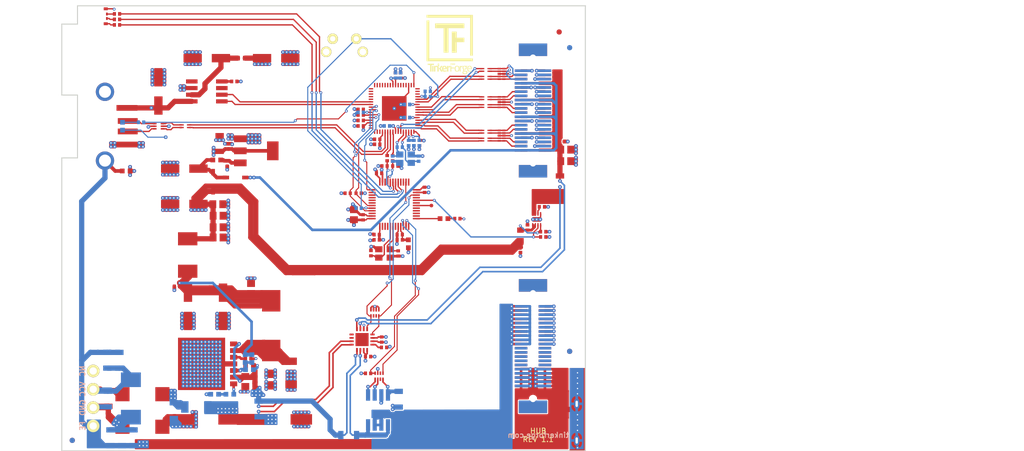
<source format=kicad_pcb>
(kicad_pcb (version 20171130) (host pcbnew 5.1.6-c6e7f7d~86~ubuntu18.04.1)
  (title_block (title "TNG HUB") (date 2020-09-04) (rev 1.1) (company "Tinkerforge GmbH") (comment 1 "Licensed under CERN OHL v.1.1") (comment 2 "Copyright (©) 2020, B.Nordmeyer <bastian@tinkerforge.com>"))
  (layers (0 F.Cu power) (1 GND power hide) (2 VCC power hide) (31 B.Cu signal) (34 B.Paste user) (35 F.Paste user) (36 B.SilkS user) (37 F.SilkS user) (38 B.Mask user) (39 F.Mask user) (44 Edge.Cuts user))
  (net 0 "")
  (net 1 Earth)
  (net 2 +5V)
  (net 3 "Net-(C101-Pad1)")
  (net 4 "Net-(C102-Pad1)")
  (net 5 "Net-(C103-Pad1)")
  (net 6 "Net-(C105-Pad1)")
  (net 7 "Net-(C109-Pad1)")
  (net 8 3V3)
  (net 9 "Net-(C204-Pad1)")
  (net 10 "Net-(C204-Pad2)")
  (net 11 "Net-(C208-Pad1)")
  (net 12 "Net-(C209-Pad1)")
  (net 13 "Net-(C210-Pad1)")
  (net 14 "Net-(C211-Pad1)")
  (net 15 "Net-(C214-Pad1)")
  (net 16 "Net-(C217-Pad2)")
  (net 17 "Net-(D101-Pad2)")
  (net 18 "Net-(D206-Pad2)")
  (net 19 "Net-(R101-Pad1)")
  (net 20 "Net-(R104-Pad1)")
  (net 21 "Net-(R105-Pad2)")
  (net 22 "Net-(R107-Pad1)")
  (net 23 "Net-(R108-Pad1)")
  (net 24 "Net-(R110-Pad2)")
  (net 25 "Net-(R212-Pad2)")
  (net 26 "Net-(C126-Pad2)")
  (net 27 "Net-(C132-Pad1)")
  (net 28 "Net-(LED101-Pad4)")
  (net 29 "Net-(LED101-Pad2)")
  (net 30 "Net-(LED101-Pad3)")
  (net 31 "Net-(R112-Pad1)")
  (net 32 "Net-(R113-Pad1)")
  (net 33 CUR1+)
  (net 34 "Net-(R218-Pad1)")
  (net 35 CUR3+)
  (net 36 CUR2-)
  (net 37 USB-PWR)
  (net 38 "Net-(U101-Pad38)")
  (net 39 "Net-(U101-Pad39)")
  (net 40 "Net-(R118-Pad2)")
  (net 41 EXT_USB_D_F-)
  (net 42 EXT_USB_D_F+)
  (net 43 STACK_USB_D0_F+)
  (net 44 STACK_USB_D0_F-)
  (net 45 STACK_USB_D1_F+)
  (net 46 STACK_USB_D1_F-)
  (net 47 STACK_USB_D2_F+)
  (net 48 STACK_USB_D2_F-)
  (net 49 STACK_USB_D3_F+)
  (net 50 STACK_USB_D3_F-)
  (net 51 STACK_USB_D4_F+)
  (net 52 STACK_USB_D4_F-)
  (net 53 EXT_USB_D+)
  (net 54 EXT_USB_D-)
  (net 55 STACK_USB_D0-)
  (net 56 STACK_USB_D0+)
  (net 57 STACK_USB_D1+)
  (net 58 STACK_USB_D1-)
  (net 59 STACK_USB_D2+)
  (net 60 STACK_USB_D2-)
  (net 61 STACK_USB_D3-)
  (net 62 STACK_USB_D3+)
  (net 63 STACK_USB_D4+)
  (net 64 STACK_USB_D4-)
  (net 65 STACKPWR)
  (net 66 "Net-(P101-Pad1)")
  (net 67 GND)
  (net 68 USB_RESET)
  (net 69 CTRL_USB_D-)
  (net 70 CTRL_USB_D+)
  (net 71 "Net-(C124-Pad1)")
  (net 72 CUR3-)
  (net 73 "Net-(C137-Pad2)")
  (net 74 "Net-(C138-Pad2)")
  (net 75 CUR1-)
  (net 76 "Net-(C203-Pad1)")
  (net 77 "Net-(D102-Pad1)")
  (net 78 "Net-(D102-Pad2)")
  (net 79 5V_STACK_UP)
  (net 80 "Net-(J102-Pad10)")
  (net 81 "Net-(J104-Pad6)")
  (net 82 "Net-(J104-Pad4)")
  (net 83 UP_USB_D+)
  (net 84 UP_USB_D-)
  (net 85 USB_SMB_DATA)
  (net 86 USB_SMB_CLK)
  (net 87 LEDR)
  (net 88 LEDG)
  (net 89 LEDB)
  (net 90 SW_24_CUR)
  (net 91 PAC_SCL)
  (net 92 PAC_SDA)
  (net 93 "Net-(RP102-Pad2)")
  (net 94 "Net-(RP102-Pad1)")
  (net 95 "Net-(L102-Pad2)")
  (net 96 "Net-(L102-Pad3)")
  (net 97 "Net-(J102-Pad22)")
  (net 98 "Net-(J102-Pad24)")
  (net 99 "Net-(J102-Pad26)")
  (net 100 "Net-(J102-Pad28)")
  (net 101 "Net-(J102-Pad30)")
  (net 102 "Net-(J102-Pad21)")
  (net 103 "Net-(J102-Pad23)")
  (net 104 "Net-(J102-Pad25)")
  (net 105 "Net-(J102-Pad27)")
  (net 106 "Net-(J102-Pad29)")
  (net 107 "Net-(J103-Pad22)")
  (net 108 "Net-(J103-Pad24)")
  (net 109 "Net-(J103-Pad26)")
  (net 110 "Net-(J103-Pad28)")
  (net 111 "Net-(J103-Pad30)")
  (net 112 "Net-(J103-Pad21)")
  (net 113 "Net-(J103-Pad23)")
  (net 114 "Net-(J103-Pad25)")
  (net 115 "Net-(J103-Pad27)")
  (net 116 "Net-(J103-Pad29)")
  (net 117 "Net-(J104-Pad38)")
  (net 118 "Net-(J104-Pad36)")
  (net 119 "Net-(J104-Pad30)")
  (net 120 "Net-(J104-Pad28)")
  (net 121 "Net-(J104-Pad22)")
  (net 122 "Net-(J104-Pad20)")
  (net 123 "Net-(J104-Pad14)")
  (net 124 "Net-(J104-Pad12)")
  (net 125 "Net-(P202-Pad1)")
  (net 126 BOOT)
  (net 127 SW_5_ENABLE)
  (net 128 SW_24_ENABLE)
  (net 129 "Net-(RP102-Pad6)")
  (net 130 "Net-(RP102-Pad3)")
  (net 131 "Net-(RP201-Pad6)")
  (net 132 "Net-(RP201-Pad7)")
  (net 133 "Net-(U101-Pad14)")
  (net 134 "Net-(U101-Pad15)")
  (net 135 "Net-(U101-Pad16)")
  (net 136 "Net-(U101-Pad18)")
  (net 137 "Net-(U101-Pad20)")
  (net 138 "Net-(U101-Pad21)")
  (net 139 "Net-(U101-Pad22)")
  (net 140 "Net-(U101-Pad23)")
  (net 141 "Net-(U101-Pad26)")
  (net 142 "Net-(U101-Pad27)")
  (net 143 "Net-(U101-Pad28)")
  (net 144 "Net-(U101-Pad29)")
  (net 145 "Net-(U101-Pad30)")
  (net 146 "Net-(U101-Pad31)")
  (net 147 "Net-(U101-Pad32)")
  (net 148 "Net-(U101-Pad33)")
  (net 149 "Net-(U101-Pad34)")
  (net 150 "Net-(U101-Pad35)")
  (net 151 "Net-(U101-Pad36)")
  (net 152 "Net-(U101-Pad37)")
  (net 153 "Net-(U101-Pad47)")
  (net 154 "Net-(U101-Pad48)")
  (net 155 "Net-(U101-Pad49)")
  (net 156 "Net-(U101-Pad50)")
  (net 157 "Net-(U101-Pad51)")
  (net 158 "Net-(U102-Pad3)")
  (net 159 "Net-(U102-Pad5)")
  (net 160 "Net-(U104-Pad2)")
  (net 161 "Net-(U104-Pad3)")
  (net 162 "Net-(U104-Pad4)")
  (net 163 "Net-(U104-Pad7)")
  (net 164 "Net-(U104-Pad12)")
  (net 165 "Net-(U104-Pad14)")
  (net 166 "Net-(U104-Pad15)")
  (net 167 "Net-(U104-Pad16)")
  (net 168 "Net-(U104-Pad17)")
  (net 169 "Net-(U104-Pad19)")
  (net 170 "Net-(U104-Pad21)")
  (net 171 "Net-(U104-Pad25)")
  (net 172 "Net-(U104-Pad27)")
  (net 173 "Net-(U104-Pad28)")
  (net 174 "Net-(U104-Pad34)")
  (net 175 "Net-(U104-Pad38)")
  (net 176 "Net-(U104-Pad39)")
  (net 177 "Net-(U104-Pad40)")
  (net 178 "Net-(U104-Pad41)")
  (net 179 "Net-(U104-Pad42)")
  (net 180 "Net-(U104-Pad46)")
  (net 181 "Net-(U204-Pad9)")
  (net 182 "Net-(U204-Pad10)")
  (module kicad-libraries:USB-A-SMT-8231 (layer F.Cu) (at 65.7 73.95 270)
    (fp_text reference J101)
    (fp_text value USB-A)
    (pad 1 smd rect (at -3.5 -4.2 270) (size 1.1 4) (layers F.Cu F.Paste F.Mask) (net 37 USB-PWR))
    (pad 2 smd rect (at -1 -4.35 270) (size 1.1 3.8) (layers F.Cu F.Paste F.Mask) (net 41 EXT_USB_D_F-))
    (pad 3 smd rect (at 1 -4.35 270) (size 1.1 3.8) (layers F.Cu F.Paste F.Mask) (net 42 EXT_USB_D_F+))
    (pad 4 smd rect (at 3.5 -4.2 270) (size 1.1 4) (layers F.Cu F.Paste F.Mask) (net 67 GND))
    (pad "" thru_hole circle (at -6.57 0 270) (size 3.5 3.5) (drill 2.3) (layers *.Cu *.Mask F.Paste))
    (pad SHD thru_hole circle (at 6.57 0 270) (size 3.5 3.5) (drill 2.3) (layers *.Cu *.Mask F.Paste) (net 1 Earth))
  )
  (module kicad-libraries:ELKO_103 (layer F.Cu) (at 98.85 129.9437 180)
    (fp_text reference C213)
    (fp_text value UWT1H221MNL1GS)
    (pad 2 smd rect (at -4.35102 0 180) (size 4.09956 1.99898) (layers F.Cu F.Paste F.Mask) (net 67 GND))
    (pad 1 smd rect (at 4.35102 0 180) (size 4.09956 1.99898) (layers F.Cu F.Paste F.Mask) (net 33 CUR1+))
  )
  (module kicad-libraries:PE_Hook (layer F.Cu) (at 155.95 128.05)
    (fp_text reference P102)
    (fp_text value PE)
    (pad 1 thru_hole oval (at -0.15 -1.075) (size 1 2) (drill oval 0.45 1.2) (layers *.Cu *.Mask) (net 1 Earth))
    (pad 1 thru_hole oval (at -0.15 5.925) (size 1 2) (drill oval 0.45 1.2) (layers *.Cu *.Mask) (net 1 Earth))
    (pad 1 smd rect (at 0 0) (size 3 15.85) (layers F.Cu) (net 1 Earth))
  )
  (module WE-LHMI (layer F.Cu) (at 97.45 112.0437 90)
    (fp_text reference L202)
    (fp_text value "22uH 74437368220")
    (pad 2 smd rect (at 4.75 0 90) (size 4.1 3.5) (layers F.Cu F.Paste F.Mask) (net 15 "Net-(C214-Pad1)"))
    (pad 1 smd rect (at -4.75 0 90) (size 4.1 3.5) (layers F.Cu F.Paste F.Mask) (net 18 "Net-(D206-Pad2)"))
  )
  (module kicad-libraries:Fiducial_Mark (layer B.Cu) (at 154.45 58.95)
    (fp_text reference Fiducial_Mark hide)
    (fp_text value VAL** hide)
    (pad 1 smd circle (at 0 0) (size 1.00076 1.00076) (layers B.Cu B.Paste B.Mask) (clearance 0.65024))
  )
  (module kicad-libraries:Fiducial_Mark (layer B.Cu) (at 59.45 133.95)
    (fp_text reference Fiducial_Mark hide)
    (fp_text value VAL** hide)
    (pad 1 smd circle (at 0 0) (size 1.00076 1.00076) (layers B.Cu B.Paste B.Mask) (clearance 0.65024))
  )
  (module kicad-libraries:Fiducial_Mark (layer B.Cu) (at 154.45 116.95)
    (fp_text reference Fiducial_Mark hide)
    (fp_text value VAL** hide)
    (pad 1 smd circle (at 0 0) (size 1.00076 1.00076) (layers B.Cu B.Paste B.Mask) (clearance 0.65024))
  )
  (module kicad-libraries:Fiducial_Mark (layer F.Cu) (at 154.45 116.95)
    (fp_text reference Fiducial_Mark hide)
    (fp_text value VAL** hide)
    (pad 1 smd circle (at 0 0) (size 1.00076 1.00076) (layers F.Cu F.Paste F.Mask) (clearance 0.65024))
  )
  (module kicad-libraries:Fiducial_Mark (layer F.Cu) (at 59.45 133.95)
    (fp_text reference Fiducial_Mark hide)
    (fp_text value VAL** hide)
    (pad 1 smd circle (at 0 0) (size 1.00076 1.00076) (layers F.Cu F.Paste F.Mask) (clearance 0.65024))
  )
  (module kicad-libraries:Fiducial_Mark (layer F.Cu) (at 152.45 55.95)
    (fp_text reference Fiducial_Mark hide)
    (fp_text value VAL** hide)
    (pad 1 smd circle (at 0 0) (size 1.00076 1.00076) (layers F.Cu F.Paste F.Mask) (clearance 0.65024))
  )
  (module kicad-libraries:SMC (layer B.Cu) (at 70.65 125.9437 270)
    (fp_text reference D201)
    (fp_text value 3.0SMI30CATR)
    (pad 2 smd rect (at 3.5687 0 270) (size 2.794 3.81) (layers B.Cu B.Paste B.Mask) (net 10 "Net-(C204-Pad2)"))
    (pad 1 smd rect (at -3.5687 0 270) (size 2.794 3.81) (layers B.Cu B.Paste B.Mask) (net 9 "Net-(C204-Pad1)"))
  )
  (module C1206 (layer F.Cu) (at 95.85 123.4437)
    (fp_text reference C202)
    (fp_text value 10uF/35V)
    (pad 2 smd rect (at 1.50114 0) (size 1.00076 1.6002) (layers F.Cu F.Paste F.Mask) (net 67 GND))
    (pad 1 smd rect (at -1.50114 0) (size 1.00076 1.6002) (layers F.Cu F.Paste F.Mask) (net 75 CUR1-))
  )
  (module C1206 (layer B.Cu) (at 68.95 133.4437 90)
    (fp_text reference C207)
    (fp_text value "1nF 2kV")
    (pad 2 smd rect (at 1.50114 0 90) (size 1.00076 1.6002) (layers B.Cu B.Paste B.Mask) (net 10 "Net-(C204-Pad2)"))
    (pad 1 smd rect (at -1.50114 0 90) (size 1.00076 1.6002) (layers B.Cu B.Paste B.Mask) (net 1 Earth))
  )
  (module C0603F (layer B.Cu) (at 86.65 125.1437 180)
    (fp_text reference C210)
    (fp_text value 4.7nF)
    (pad 1 smd rect (at -0.75 0 180) (size 0.9 0.9) (layers B.Cu B.Paste B.Mask) (net 13 "Net-(C210-Pad1)"))
    (pad 2 smd rect (at 0.75 0 180) (size 0.9 0.9) (layers B.Cu B.Paste B.Mask) (net 67 GND))
  )
  (module C1206 (layer B.Cu) (at 78.85 128.275 270)
    (fp_text reference C211)
    (fp_text value 10nF)
    (pad 1 smd rect (at -1.50114 0 270) (size 1.00076 1.6002) (layers B.Cu B.Paste B.Mask) (net 14 "Net-(C211-Pad1)"))
    (pad 2 smd rect (at 1.50114 0 270) (size 1.00076 1.6002) (layers B.Cu B.Paste B.Mask) (net 67 GND))
  )
  (module kicad-libraries:ELKO_103 (layer F.Cu) (at 85.05 129.9437)
    (fp_text reference C212)
    (fp_text value UWT1H221MNL1GS)
    (pad 1 smd rect (at 4.35102 0) (size 4.09956 1.99898) (layers F.Cu F.Paste F.Mask) (net 33 CUR1+))
    (pad 2 smd rect (at -4.35102 0) (size 4.09956 1.99898) (layers F.Cu F.Paste F.Mask) (net 67 GND))
  )
  (module C0603F (layer B.Cu) (at 92.475 118.325 270)
    (fp_text reference C217)
    (fp_text value DNP)
    (pad 1 smd rect (at -0.75 0 270) (size 0.9 0.9) (layers B.Cu B.Paste B.Mask) (net 15 "Net-(C214-Pad1)"))
    (pad 2 smd rect (at 0.75 0 270) (size 0.9 0.9) (layers B.Cu B.Paste B.Mask) (net 16 "Net-(C217-Pad2)"))
  )
  (module OQ_4P (layer F.Cu) (at 63.45 125.9437 270)
    (fp_text reference P202)
    (fp_text value "PWR IN")
    (pad 2 thru_hole circle (at -1.75006 0 270) (size 2.4003 2.4003) (drill 1.39954) (layers *.Cu *.Mask F.SilkS) (net 9 "Net-(C204-Pad1)"))
    (pad 3 thru_hole circle (at 1.75006 0 270) (size 2.4003 2.4003) (drill 1.39954) (layers *.Cu *.Mask F.SilkS) (net 10 "Net-(C204-Pad2)"))
    (pad 4 thru_hole circle (at 5.25018 0 270) (size 2.4003 2.4003) (drill 1.39954) (layers *.Cu *.Mask F.SilkS) (net 1 Earth))
    (pad 1 thru_hole circle (at -5.25018 0 270) (size 2.4003 2.4003) (drill 1.39954) (layers *.Cu *.Mask F.SilkS) (net 125 "Net-(P202-Pad1)"))
  )
  (module R1206 (layer F.Cu) (at 66.35 125.9437 270)
    (fp_text reference R204)
    (fp_text value VC1206K201R030)
    (pad 1 smd rect (at -1.50114 0 270) (size 1.00076 1.6002) (layers F.Cu F.Paste F.Mask) (net 9 "Net-(C204-Pad1)"))
    (pad 2 smd rect (at 1.50114 0 270) (size 1.00076 1.6002) (layers F.Cu F.Paste F.Mask) (net 10 "Net-(C204-Pad2)"))
  )
  (module R1206 (layer B.Cu) (at 66.75 133.4437 90)
    (fp_text reference R207)
    (fp_text value VC1206K201R030)
    (pad 1 smd rect (at -1.50114 0 90) (size 1.00076 1.6002) (layers B.Cu B.Paste B.Mask) (net 1 Earth))
    (pad 2 smd rect (at 1.50114 0 90) (size 1.00076 1.6002) (layers B.Cu B.Paste B.Mask) (net 10 "Net-(C204-Pad2)"))
  )
  (module R0603F (layer F.Cu) (at 93.3 119.6437 180)
    (fp_text reference R208)
    (fp_text value 27k)
    (pad 2 smd rect (at 0.75 0 180) (size 0.9 0.9) (layers F.Cu F.Paste F.Mask) (net 11 "Net-(C208-Pad1)"))
    (pad 1 smd rect (at -0.75 0 180) (size 0.9 0.9) (layers F.Cu F.Paste F.Mask) (net 67 GND))
  )
  (module R1206 (layer B.Cu) (at 71.15 133.4437 90)
    (fp_text reference R209)
    (fp_text value 1M)
    (pad 2 smd rect (at 1.50114 0 90) (size 1.00076 1.6002) (layers B.Cu B.Paste B.Mask) (net 10 "Net-(C204-Pad2)"))
    (pad 1 smd rect (at -1.50114 0 90) (size 1.00076 1.6002) (layers B.Cu B.Paste B.Mask) (net 1 Earth))
  )
  (module R0603F (layer B.Cu) (at 89.55 125.1437)
    (fp_text reference R212)
    (fp_text value 20k)
    (pad 1 smd rect (at -0.75 0) (size 0.9 0.9) (layers B.Cu B.Paste B.Mask) (net 13 "Net-(C210-Pad1)"))
    (pad 2 smd rect (at 0.75 0) (size 0.9 0.9) (layers B.Cu B.Paste B.Mask) (net 25 "Net-(R212-Pad2)"))
  )
  (module R0603F (layer B.Cu) (at 93.775 118.325 90)
    (fp_text reference R214)
    (fp_text value 47k)
    (pad 1 smd rect (at -0.75 0 90) (size 0.9 0.9) (layers B.Cu B.Paste B.Mask) (net 16 "Net-(C217-Pad2)"))
    (pad 2 smd rect (at 0.75 0 90) (size 0.9 0.9) (layers B.Cu B.Paste B.Mask) (net 15 "Net-(C214-Pad1)"))
  )
  (module R0603F (layer B.Cu) (at 93.3 120.45 180)
    (fp_text reference R215)
    (fp_text value 8.2k)
    (pad 1 smd rect (at -0.75 0 180) (size 0.9 0.9) (layers B.Cu B.Paste B.Mask) (net 67 GND))
    (pad 2 smd rect (at 0.75 0 180) (size 0.9 0.9) (layers B.Cu B.Paste B.Mask) (net 16 "Net-(C217-Pad2)"))
  )
  (module C0402F (layer F.Cu) (at 152.925 76.875 180)
    (fp_text reference C134)
    (fp_text value 1uF)
    (pad 2 smd rect (at 0.5 0 180) (size 0.6 0.7) (layers F.Cu F.Paste F.Mask) (net 72 CUR3-))
    (pad 1 smd rect (at -0.5 0 180) (size 0.6 0.7) (layers F.Cu F.Paste F.Mask) (net 67 GND))
  )
  (module SOD-128 (layer B.Cu) (at 83.15 127.575 180)
    (fp_text reference D205)
    (fp_text value PMEG6045)
    (pad 2 smd rect (at -2.19964 0 180) (size 1.39954 2.19964) (layers B.Cu B.Paste B.Mask) (net 33 CUR1+))
    (pad 1 smd rect (at 2.19964 0 180) (size 1.39954 2.19964) (layers B.Cu B.Paste B.Mask) (net 14 "Net-(C211-Pad1)"))
  )
  (module SOD-128 (layer F.Cu) (at 101.25 121.0437 270)
    (fp_text reference D206)
    (fp_text value PMEG6045)
    (pad 1 smd rect (at 2.19964 0 270) (size 1.39954 2.19964) (layers F.Cu F.Paste F.Mask) (net 67 GND))
    (pad 2 smd rect (at -2.19964 0 270) (size 1.39954 2.19964) (layers F.Cu F.Paste F.Mask) (net 18 "Net-(D206-Pad2)"))
  )
  (module BD906XX-C-HRP7 (layer F.Cu) (at 84.15 119.3437 90)
    (fp_text reference U203)
    (fp_text value BD90640HFP)
    (pad 7 smd rect (at 3.81 6.125 90) (size 0.93 1.37) (layers F.Cu F.Paste F.Mask) (net 75 CUR1-))
    (pad 6 smd rect (at 2.54 6.125 90) (size 0.93 1.37) (layers F.Cu F.Paste F.Mask) (net 18 "Net-(D206-Pad2)"))
    (pad 5 smd rect (at 1.27 6.125 90) (size 0.93 1.37) (layers F.Cu F.Paste F.Mask) (net 11 "Net-(C208-Pad1)"))
    (pad 4 smd rect (at 0 6.125 90) (size 0.93 1.37) (layers F.Cu F.Paste F.Mask) (net 67 GND))
    (pad 3 smd rect (at -1.27 6.125 90) (size 0.93 1.37) (layers F.Cu F.Paste F.Mask) (net 16 "Net-(C217-Pad2)"))
    (pad 2 smd rect (at -2.54 6.125 90) (size 0.93 1.37) (layers F.Cu F.Paste F.Mask) (net 75 CUR1-))
    (pad 1 smd rect (at -3.81 6.125 90) (size 0.93 1.37) (layers F.Cu F.Paste F.Mask) (net 25 "Net-(R212-Pad2)"))
    (pad EXP smd rect (at 0 0 90) (size 10 9) (layers F.Cu F.Paste F.Mask) (net 67 GND))
  )
  (module kicad-libraries:ELKO_63 (layer F.Cu) (at 88.25 108.4437 90)
    (fp_text reference C216)
    (fp_text value 100µF)
    (pad 2 smd rect (at -2.7 0 90) (size 3.5 1.6) (layers F.Cu F.Paste F.Mask) (net 67 GND))
    (pad 1 smd rect (at 2.7 0 90) (size 3.5 1.6) (layers F.Cu F.Paste F.Mask) (net 15 "Net-(C214-Pad1)"))
  )
  (module kicad-libraries:ELKO_63 (layer F.Cu) (at 81.55 108.4437 90)
    (fp_text reference C220)
    (fp_text value 100µF)
    (pad 1 smd rect (at 2.7 0 90) (size 3.5 1.6) (layers F.Cu F.Paste F.Mask) (net 15 "Net-(C214-Pad1)"))
    (pad 2 smd rect (at -2.7 0 90) (size 3.5 1.6) (layers F.Cu F.Paste F.Mask) (net 67 GND))
  )
  (module C1206 (layer F.Cu) (at 95.85 121.2437)
    (fp_text reference C201)
    (fp_text value 10uF/35V)
    (pad 1 smd rect (at -1.50114 0) (size 1.00076 1.6002) (layers F.Cu F.Paste F.Mask) (net 75 CUR1-))
    (pad 2 smd rect (at 1.50114 0) (size 1.00076 1.6002) (layers F.Cu F.Paste F.Mask) (net 67 GND))
  )
  (module C1206 (layer B.Cu) (at 66.25 126.0437 270)
    (fp_text reference C204)
    (fp_text value 10nF)
    (pad 1 smd rect (at -1.50114 0 270) (size 1.00076 1.6002) (layers B.Cu B.Paste B.Mask) (net 9 "Net-(C204-Pad1)"))
    (pad 2 smd rect (at 1.50114 0 270) (size 1.00076 1.6002) (layers B.Cu B.Paste B.Mask) (net 10 "Net-(C204-Pad2)"))
  )
  (module C0402F (layer F.Cu) (at 79.45 104.5437 180)
    (fp_text reference C214)
    (fp_text value 100nF)
    (pad 2 smd rect (at 0.5 0 180) (size 0.6 0.7) (layers F.Cu F.Paste F.Mask) (net 67 GND))
    (pad 1 smd rect (at -0.5 0 180) (size 0.6 0.7) (layers F.Cu F.Paste F.Mask) (net 15 "Net-(C214-Pad1)"))
  )
  (module R1206 (layer B.Cu) (at 112.25 132.9437)
    (fp_text reference R220)
    (fp_text value 0.02)
    (pad 2 smd rect (at 1.50114 0) (size 1.00076 1.6002) (layers B.Cu B.Paste B.Mask) (net 36 CUR2-))
    (pad 1 smd rect (at -1.50114 0) (size 1.00076 1.6002) (layers B.Cu B.Paste B.Mask) (net 75 CUR1-))
  )
  (module kicad-libraries:SO-8 (layer B.Cu) (at 117.85 128.1437)
    (fp_text reference U112)
    (fp_text value VN7140AS)
    (pad 1 smd rect (at -1.90246 -2.86766 180) (size 0.79756 2.19964) (layers B.Cu B.Paste B.Mask) (net 94 "Net-(RP102-Pad1)"))
    (pad 2 smd rect (at -0.63246 -2.86766 180) (size 0.79756 2.19964) (layers B.Cu B.Paste B.Mask) (net 93 "Net-(RP102-Pad2)"))
    (pad 3 smd rect (at 0.63246 -2.86766 180) (size 0.79756 2.19964) (layers B.Cu B.Paste B.Mask) (net 67 GND))
    (pad 4 smd rect (at 1.90246 -2.86766 180) (size 0.79756 2.19964) (layers B.Cu B.Paste B.Mask) (net 40 "Net-(R118-Pad2)"))
    (pad 5 smd rect (at 1.90246 2.86766) (size 0.79756 2.19964) (layers B.Cu B.Paste B.Mask) (net 36 CUR2-))
    (pad 6 smd rect (at 0.63246 2.86766) (size 0.79756 2.19964) (layers B.Cu B.Paste B.Mask) (net 65 STACKPWR))
    (pad 7 smd rect (at -0.63246 2.86766) (size 0.79756 2.19964) (layers B.Cu B.Paste B.Mask) (net 65 STACKPWR))
    (pad 8 smd rect (at -1.90246 2.86766) (size 0.79756 2.19964) (layers B.Cu B.Paste B.Mask) (net 36 CUR2-))
  )
  (module kicad-libraries:Logo_TF_10x12 (layer F.Cu) (at 131.55 58.2)
    (fp_text reference G*** hide)
    (fp_text value LOGO hide)
  )
  (module C1206 (layer B.Cu) (at 66.15 118.65 90)
    (fp_text reference C206)
    (fp_text value "1nF 2kV")
    (pad 1 smd rect (at -1.50114 0 90) (size 1.00076 1.6002) (layers B.Cu B.Paste B.Mask) (net 9 "Net-(C204-Pad1)"))
    (pad 2 smd rect (at 1.50114 0 90) (size 1.00076 1.6002) (layers B.Cu B.Paste B.Mask) (net 1 Earth))
  )
  (module R1206 (layer B.Cu) (at 68.45 118.65 90)
    (fp_text reference R206)
    (fp_text value VC1206K201R030)
    (pad 1 smd rect (at -1.50114 0 90) (size 1.00076 1.6002) (layers B.Cu B.Paste B.Mask) (net 9 "Net-(C204-Pad1)"))
    (pad 2 smd rect (at 1.50114 0 90) (size 1.00076 1.6002) (layers B.Cu B.Paste B.Mask) (net 1 Earth))
  )
  (module C0402F (layer B.Cu) (at 125.6 80.15 90)
    (fp_text reference C101)
    (fp_text value 33pF)
    (pad 2 smd rect (at 0.5 0 90) (size 0.6 0.7) (layers B.Cu B.Paste B.Mask) (net 67 GND))
    (pad 1 smd rect (at -0.5 0 90) (size 0.6 0.7) (layers B.Cu B.Paste B.Mask) (net 3 "Net-(C101-Pad1)"))
  )
  (module C0402F (layer B.Cu) (at 120.65 80.15 270)
    (fp_text reference C102)
    (fp_text value 33pF)
    (pad 2 smd rect (at 0.5 0 270) (size 0.6 0.7) (layers B.Cu B.Paste B.Mask) (net 67 GND))
    (pad 1 smd rect (at -0.5 0 270) (size 0.6 0.7) (layers B.Cu B.Paste B.Mask) (net 4 "Net-(C102-Pad1)"))
  )
  (module C0402F (layer B.Cu) (at 122.15 64.25 90)
    (fp_text reference C103)
    (fp_text value 1uF)
    (pad 2 smd rect (at 0.5 0 90) (size 0.6 0.7) (layers B.Cu B.Paste B.Mask) (net 67 GND))
    (pad 1 smd rect (at -0.5 0 90) (size 0.6 0.7) (layers B.Cu B.Paste B.Mask) (net 5 "Net-(C103-Pad1)"))
  )
  (module C0402F (layer B.Cu) (at 121.2 64.25 90)
    (fp_text reference C104)
    (fp_text value 100nF)
    (pad 1 smd rect (at -0.5 0 90) (size 0.6 0.7) (layers B.Cu B.Paste B.Mask) (net 5 "Net-(C103-Pad1)"))
    (pad 2 smd rect (at 0.5 0 90) (size 0.6 0.7) (layers B.Cu B.Paste B.Mask) (net 67 GND))
  )
  (module C0402F (layer B.Cu) (at 124.7 77.15 270)
    (fp_text reference C105)
    (fp_text value 1uF)
    (pad 1 smd rect (at -0.5 0 270) (size 0.6 0.7) (layers B.Cu B.Paste B.Mask) (net 6 "Net-(C105-Pad1)"))
    (pad 2 smd rect (at 0.5 0 270) (size 0.6 0.7) (layers B.Cu B.Paste B.Mask) (net 67 GND))
  )
  (module C0402F (layer B.Cu) (at 123.7 77.15 270)
    (fp_text reference C106)
    (fp_text value 100nF)
    (pad 1 smd rect (at -0.5 0 270) (size 0.6 0.7) (layers B.Cu B.Paste B.Mask) (net 6 "Net-(C105-Pad1)"))
    (pad 2 smd rect (at 0.5 0 270) (size 0.6 0.7) (layers B.Cu B.Paste B.Mask) (net 67 GND))
  )
  (module C0402F (layer F.Cu) (at 114.55 71.8 180)
    (fp_text reference C107)
    (fp_text value 100nF)
    (pad 1 smd rect (at -0.5 0 180) (size 0.6 0.7) (layers F.Cu F.Paste F.Mask) (net 68 USB_RESET))
    (pad 2 smd rect (at 0.5 0 180) (size 0.6 0.7) (layers F.Cu F.Paste F.Mask) (net 67 GND))
  )
  (module ELKO_63 (layer F.Cu) (at 98.4 60.95 180)
    (fp_text reference C108)
    (fp_text value 100uF)
    (pad 1 smd rect (at 2.7 0 180) (size 3.5 1.6) (layers F.Cu F.Paste F.Mask) (net 2 +5V))
    (pad 2 smd rect (at -2.7 0 180) (size 3.5 1.6) (layers F.Cu F.Paste F.Mask) (net 67 GND))
  )
  (module ELKO_63 (layer F.Cu) (at 85.15 60.95)
    (fp_text reference C109)
    (fp_text value 100uF)
    (pad 2 smd rect (at -2.7 0) (size 3.5 1.6) (layers F.Cu F.Paste F.Mask) (net 67 GND))
    (pad 1 smd rect (at 2.7 0) (size 3.5 1.6) (layers F.Cu F.Paste F.Mask) (net 7 "Net-(C109-Pad1)"))
  )
  (module C0402F (layer F.Cu) (at 125.75 77.15 270)
    (fp_text reference C110)
    (fp_text value 100nF)
    (pad 2 smd rect (at 0.5 0 270) (size 0.6 0.7) (layers F.Cu F.Paste F.Mask) (net 67 GND))
    (pad 1 smd rect (at -0.5 0 270) (size 0.6 0.7) (layers F.Cu F.Paste F.Mask) (net 8 3V3))
  )
  (module C0402F (layer B.Cu) (at 119.55 73.9 180)
    (fp_text reference C111)
    (fp_text value 100nF)
    (pad 1 smd rect (at -0.5 0 180) (size 0.6 0.7) (layers B.Cu B.Paste B.Mask) (net 8 3V3))
    (pad 2 smd rect (at 0.5 0 180) (size 0.6 0.7) (layers B.Cu B.Paste B.Mask) (net 67 GND))
  )
  (module C0402F (layer F.Cu) (at 117.7 76.45 180)
    (fp_text reference C112)
    (fp_text value 100nF)
    (pad 2 smd rect (at 0.5 0 180) (size 0.6 0.7) (layers F.Cu F.Paste F.Mask) (net 67 GND))
    (pad 1 smd rect (at -0.5 0 180) (size 0.6 0.7) (layers F.Cu F.Paste F.Mask) (net 8 3V3))
  )
  (module C0402F (layer B.Cu) (at 123.4 69.8 180)
    (fp_text reference C113)
    (fp_text value 100nF)
    (pad 1 smd rect (at -0.5 0 180) (size 0.6 0.7) (layers B.Cu B.Paste B.Mask) (net 8 3V3))
    (pad 2 smd rect (at 0.5 0 180) (size 0.6 0.7) (layers B.Cu B.Paste B.Mask) (net 67 GND))
  )
  (module C0402F (layer B.Cu) (at 123.4 72.3 180)
    (fp_text reference C114)
    (fp_text value 100nF)
    (pad 2 smd rect (at 0.5 0 180) (size 0.6 0.7) (layers B.Cu B.Paste B.Mask) (net 67 GND))
    (pad 1 smd rect (at -0.5 0 180) (size 0.6 0.7) (layers B.Cu B.Paste B.Mask) (net 8 3V3))
  )
  (module C0402F (layer F.Cu) (at 117.7 77.4 180)
    (fp_text reference C115)
    (fp_text value 1uF)
    (pad 1 smd rect (at -0.5 0 180) (size 0.6 0.7) (layers F.Cu F.Paste F.Mask) (net 8 3V3))
    (pad 2 smd rect (at 0.5 0 180) (size 0.6 0.7) (layers F.Cu F.Paste F.Mask) (net 67 GND))
  )
  (module C0402F (layer F.Cu) (at 114.55 73.9 180)
    (fp_text reference C116)
    (fp_text value 100nF)
    (pad 2 smd rect (at 0.5 0 180) (size 0.6 0.7) (layers F.Cu F.Paste F.Mask) (net 67 GND))
    (pad 1 smd rect (at -0.5 0 180) (size 0.6 0.7) (layers F.Cu F.Paste F.Mask) (net 8 3V3))
  )
  (module ELKO_63 (layer F.Cu) (at 75.9 67.3 270)
    (fp_text reference C117)
    (fp_text value 100uF)
    (pad 2 smd rect (at -2.7 0 270) (size 3.5 1.6) (layers F.Cu F.Paste F.Mask) (net 67 GND))
    (pad 1 smd rect (at 2.7 0 270) (size 3.5 1.6) (layers F.Cu F.Paste F.Mask) (net 37 USB-PWR))
  )
  (module C0402F (layer F.Cu) (at 121.2 64.25 90)
    (fp_text reference C118)
    (fp_text value 100nF)
    (pad 2 smd rect (at 0.5 0 90) (size 0.6 0.7) (layers F.Cu F.Paste F.Mask) (net 67 GND))
    (pad 1 smd rect (at -0.5 0 90) (size 0.6 0.7) (layers F.Cu F.Paste F.Mask) (net 8 3V3))
  )
  (module C0402F (layer F.Cu) (at 122.15 64.25 90)
    (fp_text reference C119)
    (fp_text value 1uF)
    (pad 1 smd rect (at -0.5 0 90) (size 0.6 0.7) (layers F.Cu F.Paste F.Mask) (net 8 3V3))
    (pad 2 smd rect (at 0.5 0 90) (size 0.6 0.7) (layers F.Cu F.Paste F.Mask) (net 67 GND))
  )
  (module C0603F (layer F.Cu) (at 69.75 82.5)
    (fp_text reference C120)
    (fp_text value 100nF)
    (pad 1 smd rect (at -0.75 0) (size 0.9 0.9) (layers F.Cu F.Paste F.Mask) (net 1 Earth))
    (pad 2 smd rect (at 0.75 0) (size 0.9 0.9) (layers F.Cu F.Paste F.Mask) (net 67 GND))
  )
  (module C0402F (layer F.Cu) (at 119.1 81.55 180)
    (fp_text reference C121)
    (fp_text value 47pF)
    (pad 1 smd rect (at -0.5 0 180) (size 0.6 0.7) (layers F.Cu F.Paste F.Mask) (net 69 CTRL_USB_D-))
    (pad 2 smd rect (at 0.5 0 180) (size 0.6 0.7) (layers F.Cu F.Paste F.Mask) (net 67 GND))
  )
  (module C0402F (layer F.Cu) (at 121.15 81.55)
    (fp_text reference C122)
    (fp_text value 47pF)
    (pad 2 smd rect (at 0.5 0) (size 0.6 0.7) (layers F.Cu F.Paste F.Mask) (net 67 GND))
    (pad 1 smd rect (at -0.5 0) (size 0.6 0.7) (layers F.Cu F.Paste F.Mask) (net 70 CTRL_USB_D+))
  )
  (module C0402F (layer F.Cu) (at 117.6 95.65 180)
    (fp_text reference C123)
    (fp_text value 1uF)
    (pad 1 smd rect (at -0.5 0 180) (size 0.6 0.7) (layers F.Cu F.Paste F.Mask) (net 8 3V3))
    (pad 2 smd rect (at 0.5 0 180) (size 0.6 0.7) (layers F.Cu F.Paste F.Mask) (net 67 GND))
  )
  (module C0402F (layer F.Cu) (at 122 95.65 180)
    (fp_text reference C124)
    (fp_text value 1uF)
    (pad 2 smd rect (at 0.5 0 180) (size 0.6 0.7) (layers F.Cu F.Paste F.Mask) (net 67 GND))
    (pad 1 smd rect (at -0.5 0 180) (size 0.6 0.7) (layers F.Cu F.Paste F.Mask) (net 71 "Net-(C124-Pad1)"))
  )
  (module C0402F (layer F.Cu) (at 145.05 97.55 90)
    (fp_text reference C125)
    (fp_text value 1uF)
    (pad 1 smd rect (at -0.5 0 90) (size 0.6 0.7) (layers F.Cu F.Paste F.Mask) (net 67 GND))
    (pad 2 smd rect (at 0.5 0 90) (size 0.6 0.7) (layers F.Cu F.Paste F.Mask) (net 2 +5V))
  )
  (module C0402F (layer F.Cu) (at 146.4 93.3 270)
    (fp_text reference C126)
    (fp_text value 1uF)
    (pad 2 smd rect (at 0.5 0 270) (size 0.6 0.7) (layers F.Cu F.Paste F.Mask) (net 26 "Net-(C126-Pad2)"))
    (pad 1 smd rect (at -0.5 0 270) (size 0.6 0.7) (layers F.Cu F.Paste F.Mask) (net 67 GND))
  )
  (module C0402F (layer F.Cu) (at 126.75 86.1 270)
    (fp_text reference C127)
    (fp_text value 100nF)
    (pad 1 smd rect (at -0.5 0 270) (size 0.6 0.7) (layers F.Cu F.Paste F.Mask) (net 8 3V3))
    (pad 2 smd rect (at 0.5 0 270) (size 0.6 0.7) (layers F.Cu F.Paste F.Mask) (net 67 GND))
  )
  (module C0402F (layer F.Cu) (at 149.4 94.1)
    (fp_text reference C128)
    (fp_text value 1µF)
    (pad 2 smd rect (at 0.5 0) (size 0.6 0.7) (layers F.Cu F.Paste F.Mask) (net 67 GND))
    (pad 1 smd rect (at -0.5 0) (size 0.6 0.7) (layers F.Cu F.Paste F.Mask) (net 26 "Net-(C126-Pad2)"))
  )
  (module C0402F (layer F.Cu) (at 118.05 82.95)
    (fp_text reference C129)
    (fp_text value 100nF)
    (pad 1 smd rect (at -0.5 0) (size 0.6 0.7) (layers F.Cu F.Paste F.Mask) (net 8 3V3))
    (pad 2 smd rect (at 0.5 0) (size 0.6 0.7) (layers F.Cu F.Paste F.Mask) (net 67 GND))
  )
  (module C0402F (layer F.Cu) (at 115 91.35 90)
    (fp_text reference C130)
    (fp_text value 100nF)
    (pad 2 smd rect (at 0.5 0 90) (size 0.6 0.7) (layers F.Cu F.Paste F.Mask) (net 67 GND))
    (pad 1 smd rect (at -0.5 0 90) (size 0.6 0.7) (layers F.Cu F.Paste F.Mask) (net 8 3V3))
  )
  (module C0402F (layer F.Cu) (at 117.6 94.65 180)
    (fp_text reference C131)
    (fp_text value 100nF)
    (pad 2 smd rect (at 0.5 0 180) (size 0.6 0.7) (layers F.Cu F.Paste F.Mask) (net 67 GND))
    (pad 1 smd rect (at -0.5 0 180) (size 0.6 0.7) (layers F.Cu F.Paste F.Mask) (net 8 3V3))
  )
  (module C0402F (layer F.Cu) (at 149.15 89.35)
    (fp_text reference C132)
    (fp_text value DNP)
    (pad 1 smd rect (at -0.5 0) (size 0.6 0.7) (layers F.Cu F.Paste F.Mask) (net 27 "Net-(C132-Pad1)"))
    (pad 2 smd rect (at 0.5 0) (size 0.6 0.7) (layers F.Cu F.Paste F.Mask) (net 67 GND))
  )
  (module C0402F (layer F.Cu) (at 122 94.65 180)
    (fp_text reference C133)
    (fp_text value 100nF)
    (pad 1 smd rect (at -0.5 0 180) (size 0.6 0.7) (layers F.Cu F.Paste F.Mask) (net 71 "Net-(C124-Pad1)"))
    (pad 2 smd rect (at 0.5 0 180) (size 0.6 0.7) (layers F.Cu F.Paste F.Mask) (net 67 GND))
  )
  (module C0402F (layer F.Cu) (at 116.5 98.2 270)
    (fp_text reference C137)
    (fp_text value 33pF)
    (pad 2 smd rect (at 0.5 0 270) (size 0.6 0.7) (layers F.Cu F.Paste F.Mask) (net 73 "Net-(C137-Pad2)"))
    (pad 1 smd rect (at -0.5 0 270) (size 0.6 0.7) (layers F.Cu F.Paste F.Mask) (net 67 GND))
  )
  (module C0402F (layer F.Cu) (at 121.7 98.25 90)
    (fp_text reference C138)
    (fp_text value 33pF)
    (pad 2 smd rect (at 0.5 0 90) (size 0.6 0.7) (layers F.Cu F.Paste F.Mask) (net 74 "Net-(C138-Pad2)"))
    (pad 1 smd rect (at -0.5 0 90) (size 0.6 0.7) (layers F.Cu F.Paste F.Mask) (net 67 GND))
  )
  (module C0402F (layer F.Cu) (at 89.05 81.1 270)
    (fp_text reference C209)
    (fp_text value 1uF)
    (pad 1 smd rect (at -0.5 0 270) (size 0.6 0.7) (layers F.Cu F.Paste F.Mask) (net 12 "Net-(C209-Pad1)"))
    (pad 2 smd rect (at 0.5 0 270) (size 0.6 0.7) (layers F.Cu F.Paste F.Mask) (net 67 GND))
  )
  (module kicad-libraries:ELKO_63 (layer F.Cu) (at 80.85 88.8)
    (fp_text reference C219)
    (fp_text value 100µF)
    (pad 2 smd rect (at -2.7 0) (size 3.5 1.6) (layers F.Cu F.Paste F.Mask) (net 67 GND))
    (pad 1 smd rect (at 2.7 0) (size 3.5 1.6) (layers F.Cu F.Paste F.Mask) (net 2 +5V))
  )
  (module C0402F (layer F.Cu) (at 118.55 114.7 90)
    (fp_text reference C221)
    (fp_text value 100nF)
    (pad 1 smd rect (at -0.5 0 90) (size 0.6 0.7) (layers F.Cu F.Paste F.Mask) (net 8 3V3))
    (pad 2 smd rect (at 0.5 0 90) (size 0.6 0.7) (layers F.Cu F.Paste F.Mask) (net 67 GND))
  )
  (module C0402F (layer F.Cu) (at 115.95 117.95)
    (fp_text reference C222)
    (fp_text value 100nF)
    (pad 2 smd rect (at 0.5 0) (size 0.6 0.7) (layers F.Cu F.Paste F.Mask) (net 67 GND))
    (pad 1 smd rect (at -0.5 0) (size 0.6 0.7) (layers F.Cu F.Paste F.Mask) (net 8 3V3))
  )
  (module C0402F (layer F.Cu) (at 89.3 77.8 90)
    (fp_text reference C226)
    (fp_text value 1uF)
    (pad 2 smd rect (at 0.5 0 90) (size 0.6 0.7) (layers F.Cu F.Paste F.Mask) (net 67 GND))
    (pad 1 smd rect (at -0.5 0 90) (size 0.6 0.7) (layers F.Cu F.Paste F.Mask) (net 8 3V3))
  )
  (module LED-LP (layer B.Cu) (at 69.05 73.95 90)
    (fp_text reference D101)
    (fp_text value "LED green")
    (pad "" np_thru_hole circle (at 0 -1.7 90) (size 1.5 1.5) (drill 1.5) (layers *.Cu *.Mask))
    (pad 2 smd rect (at 0.75 0 90) (size 0.9 0.9) (layers B.Cu B.Paste B.Mask) (net 17 "Net-(D101-Pad2)"))
    (pad 1 smd rect (at -0.75 0 90) (size 0.9 0.9) (layers B.Cu B.Paste B.Mask) (net 8 3V3))
  )
  (module D0603F (layer F.Cu) (at 130.45 91.6 180)
    (fp_text reference D102)
    (fp_text value LED)
    (pad 1 smd rect (at -0.75 0 180) (size 0.9 0.9) (layers F.Cu F.Paste F.Mask) (net 77 "Net-(D102-Pad1)"))
    (pad 2 smd rect (at 0.75 0 180) (size 0.9 0.9) (layers F.Cu F.Paste F.Mask) (net 78 "Net-(D102-Pad2)"))
  )
  (module kicad-libraries:SOD-123 (layer F.Cu) (at 90.65 83.75 180)
    (fp_text reference D202)
    (fp_text value B0520LW-7-F)
    (pad 2 smd rect (at 1.84912 0 180) (size 1.19888 0.70104) (layers F.Cu F.Paste F.Mask) (net 76 "Net-(C203-Pad1)") (clearance 0.14986))
    (pad 1 smd rect (at -1.84912 0 180) (size 1.19888 0.70104) (layers F.Cu F.Paste F.Mask) (net 79 5V_STACK_UP) (clearance 0.14986))
  )
  (module kicad-libraries:SOD-123 (layer F.Cu) (at 86.35 84.55 90)
    (fp_text reference D203)
    (fp_text value B0520LW-7-F)
    (pad 1 smd rect (at -1.84912 0 90) (size 1.19888 0.70104) (layers F.Cu F.Paste F.Mask) (net 2 +5V) (clearance 0.14986))
    (pad 2 smd rect (at 1.84912 0 90) (size 1.19888 0.70104) (layers F.Cu F.Paste F.Mask) (net 76 "Net-(C203-Pad1)") (clearance 0.14986))
  )
  (module TNG-40-BTM (layer B.Cu) (at 147.45 115.95 270)
    (fp_text reference J102)
    (fp_text value TNG-Power-BTM)
    (pad MNT smd rect (at -11.6 0 270) (size 2.4 5.4) (layers B.Cu B.Paste B.Mask))
    (pad MNT smd rect (at 11.6 0 270) (size 2.4 5.4) (layers B.Cu B.Paste B.Mask))
    (pad "" np_thru_hole circle (at -10.1 0 270) (size 1.2 1.2) (drill 1.2) (layers *.Cu *.Mask))
    (pad "" np_thru_hole circle (at 10.1 0 270) (size 0.8 0.8) (drill 0.8) (layers *.Cu *.Mask))
    (pad 2 smd rect (at -7.6 2.275 270) (size 0.5 2.4) (layers B.Cu B.Paste B.Mask) (net 80 "Net-(J102-Pad10)"))
    (pad 4 smd rect (at -6.8 2.275 270) (size 0.5 2.4) (layers B.Cu B.Paste B.Mask) (net 80 "Net-(J102-Pad10)"))
    (pad 6 smd rect (at -6 2.275 270) (size 0.5 2.4) (layers B.Cu B.Paste B.Mask) (net 80 "Net-(J102-Pad10)"))
    (pad 8 smd rect (at -5.2 2.275 270) (size 0.5 2.4) (layers B.Cu B.Paste B.Mask) (net 80 "Net-(J102-Pad10)"))
    (pad 10 smd rect (at -4.4 2.275 270) (size 0.5 2.4) (layers B.Cu B.Paste B.Mask) (net 80 "Net-(J102-Pad10)"))
    (pad 12 smd rect (at -3.6 2.275 270) (size 0.5 2.4) (layers B.Cu B.Paste B.Mask) (net 80 "Net-(J102-Pad10)"))
    (pad 14 smd rect (at -2.8 2.275 270) (size 0.5 2.4) (layers B.Cu B.Paste B.Mask) (net 80 "Net-(J102-Pad10)"))
    (pad 16 smd rect (at -2 2.275 270) (size 0.5 2.4) (layers B.Cu B.Paste B.Mask) (net 80 "Net-(J102-Pad10)"))
    (pad 18 smd rect (at -1.2 2.275 270) (size 0.5 2.4) (layers B.Cu B.Paste B.Mask) (net 80 "Net-(J102-Pad10)"))
    (pad 20 smd rect (at -0.4 2.275 270) (size 0.5 2.4) (layers B.Cu B.Paste B.Mask) (net 80 "Net-(J102-Pad10)"))
    (pad 22 smd rect (at 0.4 2.275 270) (size 0.5 2.4) (layers B.Cu B.Paste B.Mask) (net 97 "Net-(J102-Pad22)"))
    (pad 24 smd rect (at 1.2 2.275 270) (size 0.5 2.4) (layers B.Cu B.Paste B.Mask) (net 98 "Net-(J102-Pad24)"))
    (pad 26 smd rect (at 2 2.275 270) (size 0.5 2.4) (layers B.Cu B.Paste B.Mask) (net 99 "Net-(J102-Pad26)"))
    (pad 28 smd rect (at 2.8 2.275 270) (size 0.5 2.4) (layers B.Cu B.Paste B.Mask) (net 100 "Net-(J102-Pad28)"))
    (pad 30 smd rect (at 3.6 2.275 270) (size 0.5 2.4) (layers B.Cu B.Paste B.Mask) (net 101 "Net-(J102-Pad30)"))
    (pad 32 smd rect (at 4.4 2.275 270) (size 0.5 2.4) (layers B.Cu B.Paste B.Mask) (net 1 Earth))
    (pad 34 smd rect (at 5.2 2.275 270) (size 0.5 2.4) (layers B.Cu B.Paste B.Mask) (net 1 Earth))
    (pad 36 smd rect (at 6 2.275 270) (size 0.5 2.4) (layers B.Cu B.Paste B.Mask) (net 1 Earth))
    (pad 38 smd rect (at 6.8 2.275 270) (size 0.5 2.4) (layers B.Cu B.Paste B.Mask) (net 1 Earth))
    (pad 40 smd rect (at 7.6 2.275 270) (size 0.5 2.4) (layers B.Cu B.Paste B.Mask) (net 1 Earth))
    (pad 1 smd rect (at -7.6 -2.275 270) (size 0.5 2.4) (layers B.Cu B.Paste B.Mask) (net 67 GND))
    (pad 3 smd rect (at -6.8 -2.275 270) (size 0.5 2.4) (layers B.Cu B.Paste B.Mask) (net 67 GND))
    (pad 5 smd rect (at -6 -2.275 270) (size 0.5 2.4) (layers B.Cu B.Paste B.Mask) (net 67 GND))
    (pad 7 smd rect (at -5.2 -2.275 270) (size 0.5 2.4) (layers B.Cu B.Paste B.Mask) (net 67 GND))
    (pad 9 smd rect (at -4.4 -2.275 270) (size 0.5 2.4) (layers B.Cu B.Paste B.Mask) (net 67 GND))
    (pad 11 smd rect (at -3.6 -2.275 270) (size 0.5 2.4) (layers B.Cu B.Paste B.Mask) (net 67 GND))
    (pad 13 smd rect (at -2.8 -2.275 270) (size 0.5 2.4) (layers B.Cu B.Paste B.Mask) (net 67 GND))
    (pad 15 smd rect (at -2 -2.275 270) (size 0.5 2.4) (layers B.Cu B.Paste B.Mask) (net 67 GND))
    (pad 17 smd rect (at -1.2 -2.275 270) (size 0.5 2.4) (layers B.Cu B.Paste B.Mask) (net 67 GND))
    (pad 19 smd rect (at -0.4 -2.275 270) (size 0.5 2.4) (layers B.Cu B.Paste B.Mask) (net 67 GND))
    (pad 21 smd rect (at 0.4 -2.275 270) (size 0.5 2.4) (layers B.Cu B.Paste B.Mask) (net 102 "Net-(J102-Pad21)"))
    (pad 23 smd rect (at 1.2 -2.275 270) (size 0.5 2.4) (layers B.Cu B.Paste B.Mask) (net 103 "Net-(J102-Pad23)"))
    (pad 25 smd rect (at 2 -2.275 270) (size 0.5 2.4) (layers B.Cu B.Paste B.Mask) (net 104 "Net-(J102-Pad25)"))
    (pad 27 smd rect (at 2.8 -2.275 270) (size 0.5 2.4) (layers B.Cu B.Paste B.Mask) (net 105 "Net-(J102-Pad27)"))
    (pad 29 smd rect (at 3.6 -2.275 270) (size 0.5 2.4) (layers B.Cu B.Paste B.Mask) (net 106 "Net-(J102-Pad29)"))
    (pad 31 smd rect (at 4.4 -2.275 270) (size 0.5 2.4) (layers B.Cu B.Paste B.Mask) (net 1 Earth))
    (pad 33 smd rect (at 5.2 -2.275 270) (size 0.5 2.4) (layers B.Cu B.Paste B.Mask) (net 1 Earth))
    (pad 35 smd rect (at 6 -2.275 270) (size 0.5 2.4) (layers B.Cu B.Paste B.Mask) (net 1 Earth))
    (pad 37 smd rect (at 6.8 -2.275 270) (size 0.5 2.4) (layers B.Cu B.Paste B.Mask) (net 1 Earth))
    (pad 39 smd rect (at 7.6 -2.275 270) (size 0.5 2.4) (layers B.Cu B.Paste B.Mask) (net 1 Earth))
  )
  (module TNG-40-TOP (layer F.Cu) (at 147.45 115.95 270)
    (fp_text reference J103)
    (fp_text value TNG-Power-TOP)
    (pad MNT smd rect (at -11.6 0 270) (size 2.4 5.4) (layers F.Cu F.Paste F.Mask))
    (pad MNT smd rect (at 11.6 0 270) (size 2.4 5.4) (layers F.Cu F.Paste F.Mask))
    (pad "" np_thru_hole circle (at -10.1 0 270) (size 0.8 0.8) (drill 0.8) (layers *.Cu *.Mask))
    (pad "" np_thru_hole circle (at 10.1 0 270) (size 1.2 1.2) (drill 1.2) (layers *.Cu *.Mask))
    (pad 2 smd rect (at -7.6 -2.275 270) (size 0.5 2.4) (layers F.Cu F.Paste F.Mask) (net 67 GND))
    (pad 4 smd rect (at -6.8 -2.275 270) (size 0.5 2.4) (layers F.Cu F.Paste F.Mask) (net 67 GND))
    (pad 6 smd rect (at -6 -2.275 270) (size 0.5 2.4) (layers F.Cu F.Paste F.Mask) (net 67 GND))
    (pad 8 smd rect (at -5.2 -2.275 270) (size 0.5 2.4) (layers F.Cu F.Paste F.Mask) (net 67 GND))
    (pad 10 smd rect (at -4.4 -2.275 270) (size 0.5 2.4) (layers F.Cu F.Paste F.Mask) (net 67 GND))
    (pad 12 smd rect (at -3.6 -2.275 270) (size 0.5 2.4) (layers F.Cu F.Paste F.Mask) (net 67 GND))
    (pad 14 smd rect (at -2.8 -2.275 270) (size 0.5 2.4) (layers F.Cu F.Paste F.Mask) (net 67 GND))
    (pad 16 smd rect (at -2 -2.275 270) (size 0.5 2.4) (layers F.Cu F.Paste F.Mask) (net 67 GND))
    (pad 18 smd rect (at -1.2 -2.275 270) (size 0.5 2.4) (layers F.Cu F.Paste F.Mask) (net 67 GND))
    (pad 20 smd rect (at -0.4 -2.275 270) (size 0.5 2.4) (layers F.Cu F.Paste F.Mask) (net 67 GND))
    (pad 22 smd rect (at 0.4 -2.275 270) (size 0.5 2.4) (layers F.Cu F.Paste F.Mask) (net 107 "Net-(J103-Pad22)"))
    (pad 24 smd rect (at 1.2 -2.275 270) (size 0.5 2.4) (layers F.Cu F.Paste F.Mask) (net 108 "Net-(J103-Pad24)"))
    (pad 26 smd rect (at 2 -2.275 270) (size 0.5 2.4) (layers F.Cu F.Paste F.Mask) (net 109 "Net-(J103-Pad26)"))
    (pad 28 smd rect (at 2.8 -2.275 270) (size 0.5 2.4) (layers F.Cu F.Paste F.Mask) (net 110 "Net-(J103-Pad28)"))
    (pad 30 smd rect (at 3.6 -2.275 270) (size 0.5 2.4) (layers F.Cu F.Paste F.Mask) (net 111 "Net-(J103-Pad30)"))
    (pad 32 smd rect (at 4.4 -2.275 270) (size 0.5 2.4) (layers F.Cu F.Paste F.Mask) (net 1 Earth))
    (pad 34 smd rect (at 5.2 -2.275 270) (size 0.5 2.4) (layers F.Cu F.Paste F.Mask) (net 1 Earth))
    (pad 36 smd rect (at 6 -2.275 270) (size 0.5 2.4) (layers F.Cu F.Paste F.Mask) (net 1 Earth))
    (pad 38 smd rect (at 6.8 -2.275 270) (size 0.5 2.4) (layers F.Cu F.Paste F.Mask) (net 1 Earth))
    (pad 40 smd rect (at 7.6 -2.275 270) (size 0.5 2.4) (layers F.Cu F.Paste F.Mask) (net 1 Earth))
    (pad 1 smd rect (at -7.6 2.275 270) (size 0.5 2.4) (layers F.Cu F.Paste F.Mask) (net 65 STACKPWR))
    (pad 3 smd rect (at -6.8 2.275 270) (size 0.5 2.4) (layers F.Cu F.Paste F.Mask) (net 65 STACKPWR))
    (pad 5 smd rect (at -6 2.275 270) (size 0.5 2.4) (layers F.Cu F.Paste F.Mask) (net 65 STACKPWR))
    (pad 7 smd rect (at -5.2 2.275 270) (size 0.5 2.4) (layers F.Cu F.Paste F.Mask) (net 65 STACKPWR))
    (pad 9 smd rect (at -4.4 2.275 270) (size 0.5 2.4) (layers F.Cu F.Paste F.Mask) (net 65 STACKPWR))
    (pad 11 smd rect (at -3.6 2.275 270) (size 0.5 2.4) (layers F.Cu F.Paste F.Mask) (net 65 STACKPWR))
    (pad 13 smd rect (at -2.8 2.275 270) (size 0.5 2.4) (layers F.Cu F.Paste F.Mask) (net 65 STACKPWR))
    (pad 15 smd rect (at -2 2.275 270) (size 0.5 2.4) (layers F.Cu F.Paste F.Mask) (net 65 STACKPWR))
    (pad 17 smd rect (at -1.2 2.275 270) (size 0.5 2.4) (layers F.Cu F.Paste F.Mask) (net 65 STACKPWR))
    (pad 19 smd rect (at -0.4 2.275 270) (size 0.5 2.4) (layers F.Cu F.Paste F.Mask) (net 65 STACKPWR))
    (pad 21 smd rect (at 0.4 2.275 270) (size 0.5 2.4) (layers F.Cu F.Paste F.Mask) (net 112 "Net-(J103-Pad21)"))
    (pad 23 smd rect (at 1.2 2.275 270) (size 0.5 2.4) (layers F.Cu F.Paste F.Mask) (net 113 "Net-(J103-Pad23)"))
    (pad 25 smd rect (at 2 2.275 270) (size 0.5 2.4) (layers F.Cu F.Paste F.Mask) (net 114 "Net-(J103-Pad25)"))
    (pad 27 smd rect (at 2.8 2.275 270) (size 0.5 2.4) (layers F.Cu F.Paste F.Mask) (net 115 "Net-(J103-Pad27)"))
    (pad 29 smd rect (at 3.6 2.275 270) (size 0.5 2.4) (layers F.Cu F.Paste F.Mask) (net 116 "Net-(J103-Pad29)"))
    (pad 31 smd rect (at 4.4 2.275 270) (size 0.5 2.4) (layers F.Cu F.Paste F.Mask) (net 1 Earth))
    (pad 33 smd rect (at 5.2 2.275 270) (size 0.5 2.4) (layers F.Cu F.Paste F.Mask) (net 1 Earth))
    (pad 35 smd rect (at 6 2.275 270) (size 0.5 2.4) (layers F.Cu F.Paste F.Mask) (net 1 Earth))
    (pad 37 smd rect (at 6.8 2.275 270) (size 0.5 2.4) (layers F.Cu F.Paste F.Mask) (net 1 Earth))
    (pad 39 smd rect (at 7.6 2.275 270) (size 0.5 2.4) (layers F.Cu F.Paste F.Mask) (net 1 Earth))
  )
  (module TNG-40-BTM (layer B.Cu) (at 147.45 70.95 270)
    (fp_text reference J104)
    (fp_text value TNG-Data-BTM)
    (pad 39 smd rect (at 7.6 -2.275 270) (size 0.5 2.4) (layers B.Cu B.Paste B.Mask) (net 79 5V_STACK_UP))
    (pad 37 smd rect (at 6.8 -2.275 270) (size 0.5 2.4) (layers B.Cu B.Paste B.Mask) (net 67 GND))
    (pad 35 smd rect (at 6 -2.275 270) (size 0.5 2.4) (layers B.Cu B.Paste B.Mask) (net 67 GND))
    (pad 33 smd rect (at 5.2 -2.275 270) (size 0.5 2.4) (layers B.Cu B.Paste B.Mask) (net 67 GND))
    (pad 31 smd rect (at 4.4 -2.275 270) (size 0.5 2.4) (layers B.Cu B.Paste B.Mask) (net 79 5V_STACK_UP))
    (pad 29 smd rect (at 3.6 -2.275 270) (size 0.5 2.4) (layers B.Cu B.Paste B.Mask) (net 67 GND))
    (pad 27 smd rect (at 2.8 -2.275 270) (size 0.5 2.4) (layers B.Cu B.Paste B.Mask) (net 67 GND))
    (pad 25 smd rect (at 2 -2.275 270) (size 0.5 2.4) (layers B.Cu B.Paste B.Mask) (net 67 GND))
    (pad 23 smd rect (at 1.2 -2.275 270) (size 0.5 2.4) (layers B.Cu B.Paste B.Mask) (net 79 5V_STACK_UP))
    (pad 21 smd rect (at 0.4 -2.275 270) (size 0.5 2.4) (layers B.Cu B.Paste B.Mask) (net 67 GND))
    (pad 19 smd rect (at -0.4 -2.275 270) (size 0.5 2.4) (layers B.Cu B.Paste B.Mask) (net 67 GND))
    (pad 17 smd rect (at -1.2 -2.275 270) (size 0.5 2.4) (layers B.Cu B.Paste B.Mask) (net 67 GND))
    (pad 15 smd rect (at -2 -2.275 270) (size 0.5 2.4) (layers B.Cu B.Paste B.Mask) (net 79 5V_STACK_UP))
    (pad 13 smd rect (at -2.8 -2.275 270) (size 0.5 2.4) (layers B.Cu B.Paste B.Mask) (net 67 GND))
    (pad 11 smd rect (at -3.6 -2.275 270) (size 0.5 2.4) (layers B.Cu B.Paste B.Mask) (net 67 GND))
    (pad 9 smd rect (at -4.4 -2.275 270) (size 0.5 2.4) (layers B.Cu B.Paste B.Mask) (net 67 GND))
    (pad 7 smd rect (at -5.2 -2.275 270) (size 0.5 2.4) (layers B.Cu B.Paste B.Mask) (net 79 5V_STACK_UP))
    (pad 5 smd rect (at -6 -2.275 270) (size 0.5 2.4) (layers B.Cu B.Paste B.Mask) (net 67 GND))
    (pad 3 smd rect (at -6.8 -2.275 270) (size 0.5 2.4) (layers B.Cu B.Paste B.Mask) (net 67 GND))
    (pad 1 smd rect (at -7.6 -2.275 270) (size 0.5 2.4) (layers B.Cu B.Paste B.Mask) (net 67 GND))
    (pad 40 smd rect (at 7.6 2.275 270) (size 0.5 2.4) (layers B.Cu B.Paste B.Mask) (net 79 5V_STACK_UP))
    (pad 38 smd rect (at 6.8 2.275 270) (size 0.5 2.4) (layers B.Cu B.Paste B.Mask) (net 117 "Net-(J104-Pad38)"))
    (pad 36 smd rect (at 6 2.275 270) (size 0.5 2.4) (layers B.Cu B.Paste B.Mask) (net 118 "Net-(J104-Pad36)"))
    (pad 34 smd rect (at 5.2 2.275 270) (size 0.5 2.4) (layers B.Cu B.Paste B.Mask) (net 67 GND))
    (pad 32 smd rect (at 4.4 2.275 270) (size 0.5 2.4) (layers B.Cu B.Paste B.Mask) (net 79 5V_STACK_UP))
    (pad 30 smd rect (at 3.6 2.275 270) (size 0.5 2.4) (layers B.Cu B.Paste B.Mask) (net 119 "Net-(J104-Pad30)"))
    (pad 28 smd rect (at 2.8 2.275 270) (size 0.5 2.4) (layers B.Cu B.Paste B.Mask) (net 120 "Net-(J104-Pad28)"))
    (pad 26 smd rect (at 2 2.275 270) (size 0.5 2.4) (layers B.Cu B.Paste B.Mask) (net 67 GND))
    (pad 24 smd rect (at 1.2 2.275 270) (size 0.5 2.4) (layers B.Cu B.Paste B.Mask) (net 79 5V_STACK_UP))
    (pad 22 smd rect (at 0.4 2.275 270) (size 0.5 2.4) (layers B.Cu B.Paste B.Mask) (net 121 "Net-(J104-Pad22)"))
    (pad 20 smd rect (at -0.4 2.275 270) (size 0.5 2.4) (layers B.Cu B.Paste B.Mask) (net 122 "Net-(J104-Pad20)"))
    (pad 18 smd rect (at -1.2 2.275 270) (size 0.5 2.4) (layers B.Cu B.Paste B.Mask) (net 67 GND))
    (pad 16 smd rect (at -2 2.275 270) (size 0.5 2.4) (layers B.Cu B.Paste B.Mask) (net 79 5V_STACK_UP))
    (pad 14 smd rect (at -2.8 2.275 270) (size 0.5 2.4) (layers B.Cu B.Paste B.Mask) (net 123 "Net-(J104-Pad14)"))
    (pad 12 smd rect (at -3.6 2.275 270) (size 0.5 2.4) (layers B.Cu B.Paste B.Mask) (net 124 "Net-(J104-Pad12)"))
    (pad 10 smd rect (at -4.4 2.275 270) (size 0.5 2.4) (layers B.Cu B.Paste B.Mask) (net 67 GND))
    (pad 8 smd rect (at -5.2 2.275 270) (size 0.5 2.4) (layers B.Cu B.Paste B.Mask) (net 79 5V_STACK_UP))
    (pad 6 smd rect (at -6 2.275 270) (size 0.5 2.4) (layers B.Cu B.Paste B.Mask) (net 81 "Net-(J104-Pad6)"))
    (pad 4 smd rect (at -6.8 2.275 270) (size 0.5 2.4) (layers B.Cu B.Paste B.Mask) (net 82 "Net-(J104-Pad4)"))
    (pad 2 smd rect (at -7.6 2.275 270) (size 0.5 2.4) (layers B.Cu B.Paste B.Mask) (net 67 GND))
    (pad "" np_thru_hole circle (at 10.1 0 270) (size 0.8 0.8) (drill 0.8) (layers *.Cu *.Mask))
    (pad "" np_thru_hole circle (at -10.1 0 270) (size 1.2 1.2) (drill 1.2) (layers *.Cu *.Mask))
    (pad MNT smd rect (at 11.6 0 270) (size 2.4 5.4) (layers B.Cu B.Paste B.Mask))
    (pad MNT smd rect (at -11.6 0 270) (size 2.4 5.4) (layers B.Cu B.Paste B.Mask))
  )
  (module TNG-40-TOP (layer F.Cu) (at 147.45 70.95 270)
    (fp_text reference J105)
    (fp_text value TNG-Data-TOP)
    (pad 39 smd rect (at 7.6 2.275 270) (size 0.5 2.4) (layers F.Cu F.Paste F.Mask) (net 72 CUR3-))
    (pad 37 smd rect (at 6.8 2.275 270) (size 0.5 2.4) (layers F.Cu F.Paste F.Mask) (net 52 STACK_USB_D4_F-))
    (pad 35 smd rect (at 6 2.275 270) (size 0.5 2.4) (layers F.Cu F.Paste F.Mask) (net 51 STACK_USB_D4_F+))
    (pad 33 smd rect (at 5.2 2.275 270) (size 0.5 2.4) (layers F.Cu F.Paste F.Mask) (net 67 GND))
    (pad 31 smd rect (at 4.4 2.275 270) (size 0.5 2.4) (layers F.Cu F.Paste F.Mask) (net 72 CUR3-))
    (pad 29 smd rect (at 3.6 2.275 270) (size 0.5 2.4) (layers F.Cu F.Paste F.Mask) (net 50 STACK_USB_D3_F-))
    (pad 27 smd rect (at 2.8 2.275 270) (size 0.5 2.4) (layers F.Cu F.Paste F.Mask) (net 49 STACK_USB_D3_F+))
    (pad 25 smd rect (at 2 2.275 270) (size 0.5 2.4) (layers F.Cu F.Paste F.Mask) (net 67 GND))
    (pad 23 smd rect (at 1.2 2.275 270) (size 0.5 2.4) (layers F.Cu F.Paste F.Mask) (net 72 CUR3-))
    (pad 21 smd rect (at 0.4 2.275 270) (size 0.5 2.4) (layers F.Cu F.Paste F.Mask) (net 48 STACK_USB_D2_F-))
    (pad 19 smd rect (at -0.4 2.275 270) (size 0.5 2.4) (layers F.Cu F.Paste F.Mask) (net 47 STACK_USB_D2_F+))
    (pad 17 smd rect (at -1.2 2.275 270) (size 0.5 2.4) (layers F.Cu F.Paste F.Mask) (net 67 GND))
    (pad 15 smd rect (at -2 2.275 270) (size 0.5 2.4) (layers F.Cu F.Paste F.Mask) (net 72 CUR3-))
    (pad 13 smd rect (at -2.8 2.275 270) (size 0.5 2.4) (layers F.Cu F.Paste F.Mask) (net 46 STACK_USB_D1_F-))
    (pad 11 smd rect (at -3.6 2.275 270) (size 0.5 2.4) (layers F.Cu F.Paste F.Mask) (net 45 STACK_USB_D1_F+))
    (pad 9 smd rect (at -4.4 2.275 270) (size 0.5 2.4) (layers F.Cu F.Paste F.Mask) (net 67 GND))
    (pad 7 smd rect (at -5.2 2.275 270) (size 0.5 2.4) (layers F.Cu F.Paste F.Mask) (net 72 CUR3-))
    (pad 5 smd rect (at -6 2.275 270) (size 0.5 2.4) (layers F.Cu F.Paste F.Mask) (net 44 STACK_USB_D0_F-))
    (pad 3 smd rect (at -6.8 2.275 270) (size 0.5 2.4) (layers F.Cu F.Paste F.Mask) (net 43 STACK_USB_D0_F+))
    (pad 1 smd rect (at -7.6 2.275 270) (size 0.5 2.4) (layers F.Cu F.Paste F.Mask) (net 67 GND))
    (pad 40 smd rect (at 7.6 -2.275 270) (size 0.5 2.4) (layers F.Cu F.Paste F.Mask) (net 72 CUR3-))
    (pad 38 smd rect (at 6.8 -2.275 270) (size 0.5 2.4) (layers F.Cu F.Paste F.Mask) (net 67 GND))
    (pad 36 smd rect (at 6 -2.275 270) (size 0.5 2.4) (layers F.Cu F.Paste F.Mask) (net 67 GND))
    (pad 34 smd rect (at 5.2 -2.275 270) (size 0.5 2.4) (layers F.Cu F.Paste F.Mask) (net 67 GND))
    (pad 32 smd rect (at 4.4 -2.275 270) (size 0.5 2.4) (layers F.Cu F.Paste F.Mask) (net 72 CUR3-))
    (pad 30 smd rect (at 3.6 -2.275 270) (size 0.5 2.4) (layers F.Cu F.Paste F.Mask) (net 67 GND))
    (pad 28 smd rect (at 2.8 -2.275 270) (size 0.5 2.4) (layers F.Cu F.Paste F.Mask) (net 67 GND))
    (pad 26 smd rect (at 2 -2.275 270) (size 0.5 2.4) (layers F.Cu F.Paste F.Mask) (net 67 GND))
    (pad 24 smd rect (at 1.2 -2.275 270) (size 0.5 2.4) (layers F.Cu F.Paste F.Mask) (net 72 CUR3-))
    (pad 22 smd rect (at 0.4 -2.275 270) (size 0.5 2.4) (layers F.Cu F.Paste F.Mask) (net 67 GND))
    (pad 20 smd rect (at -0.4 -2.275 270) (size 0.5 2.4) (layers F.Cu F.Paste F.Mask) (net 67 GND))
    (pad 18 smd rect (at -1.2 -2.275 270) (size 0.5 2.4) (layers F.Cu F.Paste F.Mask) (net 67 GND))
    (pad 16 smd rect (at -2 -2.275 270) (size 0.5 2.4) (layers F.Cu F.Paste F.Mask) (net 72 CUR3-))
    (pad 14 smd rect (at -2.8 -2.275 270) (size 0.5 2.4) (layers F.Cu F.Paste F.Mask) (net 67 GND))
    (pad 12 smd rect (at -3.6 -2.275 270) (size 0.5 2.4) (layers F.Cu F.Paste F.Mask) (net 67 GND))
    (pad 10 smd rect (at -4.4 -2.275 270) (size 0.5 2.4) (layers F.Cu F.Paste F.Mask) (net 67 GND))
    (pad 8 smd rect (at -5.2 -2.275 270) (size 0.5 2.4) (layers F.Cu F.Paste F.Mask) (net 72 CUR3-))
    (pad 6 smd rect (at -6 -2.275 270) (size 0.5 2.4) (layers F.Cu F.Paste F.Mask) (net 67 GND))
    (pad 4 smd rect (at -6.8 -2.275 270) (size 0.5 2.4) (layers F.Cu F.Paste F.Mask) (net 67 GND))
    (pad 2 smd rect (at -7.6 -2.275 270) (size 0.5 2.4) (layers F.Cu F.Paste F.Mask) (net 67 GND))
    (pad "" np_thru_hole circle (at 10.1 0 270) (size 1.2 1.2) (drill 1.2) (layers *.Cu *.Mask))
    (pad "" np_thru_hole circle (at -10.1 0 270) (size 0.8 0.8) (drill 0.8) (layers *.Cu *.Mask))
    (pad MNT smd rect (at 11.6 0 270) (size 2.4 5.4) (layers F.Cu F.Paste F.Mask))
    (pad MNT smd rect (at -11.6 0 270) (size 2.4 5.4) (layers F.Cu F.Paste F.Mask))
  )
  (module R0603F (layer F.Cu) (at 91.75 60.95)
    (fp_text reference L101)
    (fp_text value INDUCTs)
    (pad 1 smd rect (at -0.75 0) (size 0.9 0.9) (layers F.Cu F.Paste F.Mask) (net 7 "Net-(C109-Pad1)"))
    (pad 2 smd rect (at 0.75 0) (size 0.9 0.9) (layers F.Cu F.Paste F.Mask) (net 2 +5V))
  )
  (module WE-CNSW-0603 (layer F.Cu) (at 81.05 73.95 180)
    (fp_text reference L102)
    (fp_text value 744230900)
    (pad 1 smd rect (at -0.725 -0.25 180) (size 0.85 0.25) (layers F.Cu F.Paste F.Mask) (net 53 EXT_USB_D+))
    (pad 2 smd rect (at 0.725 -0.25 180) (size 0.85 0.25) (layers F.Cu F.Paste F.Mask) (net 95 "Net-(L102-Pad2)"))
    (pad 3 smd rect (at 0.725 0.25 180) (size 0.85 0.25) (layers F.Cu F.Paste F.Mask) (net 96 "Net-(L102-Pad3)"))
    (pad 4 smd rect (at -0.725 0.25 180) (size 0.85 0.25) (layers F.Cu F.Paste F.Mask) (net 54 EXT_USB_D-))
  )
  (module WE-CNSW-0603 (layer F.Cu) (at 138.45 64.7)
    (fp_text reference L103)
    (fp_text value 744230900)
    (pad 1 smd rect (at -0.725 -0.25) (size 0.85 0.25) (layers F.Cu F.Paste F.Mask) (net 56 STACK_USB_D0+))
    (pad 2 smd rect (at 0.725 -0.25) (size 0.85 0.25) (layers F.Cu F.Paste F.Mask) (net 43 STACK_USB_D0_F+))
    (pad 3 smd rect (at 0.725 0.25) (size 0.85 0.25) (layers F.Cu F.Paste F.Mask) (net 44 STACK_USB_D0_F-))
    (pad 4 smd rect (at -0.725 0.25) (size 0.85 0.25) (layers F.Cu F.Paste F.Mask) (net 55 STACK_USB_D0-))
  )
  (module WE-CNSW-0603 (layer F.Cu) (at 138.45 68.6)
    (fp_text reference L104)
    (fp_text value 744230900)
    (pad 4 smd rect (at -0.725 0.25) (size 0.85 0.25) (layers F.Cu F.Paste F.Mask) (net 58 STACK_USB_D1-))
    (pad 3 smd rect (at 0.725 0.25) (size 0.85 0.25) (layers F.Cu F.Paste F.Mask) (net 46 STACK_USB_D1_F-))
    (pad 2 smd rect (at 0.725 -0.25) (size 0.85 0.25) (layers F.Cu F.Paste F.Mask) (net 45 STACK_USB_D1_F+))
    (pad 1 smd rect (at -0.725 -0.25) (size 0.85 0.25) (layers F.Cu F.Paste F.Mask) (net 57 STACK_USB_D1+))
  )
  (module WE-CNSW-0603 (layer F.Cu) (at 138.45 70.1)
    (fp_text reference L105)
    (fp_text value 744230900)
    (pad 4 smd rect (at -0.725 0.25) (size 0.85 0.25) (layers F.Cu F.Paste F.Mask) (net 60 STACK_USB_D2-))
    (pad 3 smd rect (at 0.725 0.25) (size 0.85 0.25) (layers F.Cu F.Paste F.Mask) (net 48 STACK_USB_D2_F-))
    (pad 2 smd rect (at 0.725 -0.25) (size 0.85 0.25) (layers F.Cu F.Paste F.Mask) (net 47 STACK_USB_D2_F+))
    (pad 1 smd rect (at -0.725 -0.25) (size 0.85 0.25) (layers F.Cu F.Paste F.Mask) (net 59 STACK_USB_D2+))
  )
  (module WE-CNSW-0603 (layer F.Cu) (at 138.45 75)
    (fp_text reference L106)
    (fp_text value 744230900)
    (pad 1 smd rect (at -0.725 -0.25) (size 0.85 0.25) (layers F.Cu F.Paste F.Mask) (net 62 STACK_USB_D3+))
    (pad 2 smd rect (at 0.725 -0.25) (size 0.85 0.25) (layers F.Cu F.Paste F.Mask) (net 49 STACK_USB_D3_F+))
    (pad 3 smd rect (at 0.725 0.25) (size 0.85 0.25) (layers F.Cu F.Paste F.Mask) (net 50 STACK_USB_D3_F-))
    (pad 4 smd rect (at -0.725 0.25) (size 0.85 0.25) (layers F.Cu F.Paste F.Mask) (net 61 STACK_USB_D3-))
  )
  (module WE-CNSW-0603 (layer F.Cu) (at 138.45 76.5)
    (fp_text reference L107)
    (fp_text value 744230900)
    (pad 4 smd rect (at -0.725 0.25) (size 0.85 0.25) (layers F.Cu F.Paste F.Mask) (net 64 STACK_USB_D4-))
    (pad 3 smd rect (at 0.725 0.25) (size 0.85 0.25) (layers F.Cu F.Paste F.Mask) (net 52 STACK_USB_D4_F-))
    (pad 2 smd rect (at 0.725 -0.25) (size 0.85 0.25) (layers F.Cu F.Paste F.Mask) (net 51 STACK_USB_D4_F+))
    (pad 1 smd rect (at -0.725 -0.25) (size 0.85 0.25) (layers F.Cu F.Paste F.Mask) (net 63 STACK_USB_D4+))
  )
  (module R0603F (layer F.Cu) (at 123.65 96.4 90)
    (fp_text reference L108)
    (fp_text value FB)
    (pad 1 smd rect (at -0.75 0 90) (size 0.9 0.9) (layers F.Cu F.Paste F.Mask) (net 8 3V3))
    (pad 2 smd rect (at 0.75 0 90) (size 0.9 0.9) (layers F.Cu F.Paste F.Mask) (net 71 "Net-(C124-Pad1)"))
  )
  (module kicad-libraries:R0805 (layer F.Cu) (at 145.05 94.8 90)
    (fp_text reference L109)
    (fp_text value 742792040)
    (pad 1 smd rect (at -1.00076 0 90) (size 1.00076 1.24968) (layers F.Cu F.Paste F.Mask) (net 2 +5V) (clearance 0.14986))
    (pad 2 smd rect (at 1.00076 0 90) (size 1.00076 1.24968) (layers F.Cu F.Paste F.Mask) (net 26 "Net-(C126-Pad2)") (clearance 0.14986))
  )
  (module WE-CNSW-0603 (layer F.Cu) (at 138.45 63.2)
    (fp_text reference L110)
    (fp_text value 744230900)
    (pad 1 smd rect (at -0.725 -0.25) (size 0.85 0.25) (layers F.Cu F.Paste F.Mask) (net 83 UP_USB_D+))
    (pad 2 smd rect (at 0.725 -0.25) (size 0.85 0.25) (layers F.Cu F.Paste F.Mask) (net 82 "Net-(J104-Pad4)"))
    (pad 3 smd rect (at 0.725 0.25) (size 0.85 0.25) (layers F.Cu F.Paste F.Mask) (net 81 "Net-(J104-Pad6)"))
    (pad 4 smd rect (at -0.725 0.25) (size 0.85 0.25) (layers F.Cu F.Paste F.Mask) (net 84 UP_USB_D-))
  )
  (module R0603F (layer F.Cu) (at 87.05 80.4)
    (fp_text reference L201)
    (fp_text value INDUCTs)
    (pad 2 smd rect (at 0.75 0) (size 0.9 0.9) (layers F.Cu F.Paste F.Mask) (net 12 "Net-(C209-Pad1)"))
    (pad 1 smd rect (at -0.75 0) (size 0.9 0.9) (layers F.Cu F.Paste F.Mask) (net 76 "Net-(C203-Pad1)"))
  )
  (module SRP7030 (layer F.Cu) (at 81.5 98.55 90)
    (fp_text reference L203)
    (fp_text value 10uH)
    (pad 1 smd rect (at -3.0988 0 90) (size 2.49936 3.70078) (layers F.Cu F.Paste F.Mask) (net 15 "Net-(C214-Pad1)"))
    (pad 2 smd rect (at 3.0988 0 90) (size 2.49936 3.70078) (layers F.Cu F.Paste F.Mask) (net 2 +5V))
  )
  (module kicad-libraries:DEBUG_PAD (layer F.Cu) (at 128.05 89.1)
    (fp_text reference P101)
    (fp_text value Debug)
    (pad 1 smd circle (at 0 0) (size 0.7 0.7) (layers F.Cu F.Paste F.Mask) (net 66 "Net-(P101-Pad1)"))
  )
  (module R0402F (layer F.Cu) (at 114.55 72.85 180)
    (fp_text reference R101)
    (fp_text value 10k)
    (pad 1 smd rect (at -0.5 0 180) (size 0.6 0.7) (layers F.Cu F.Paste F.Mask) (net 19 "Net-(R101-Pad1)"))
    (pad 2 smd rect (at 0.5 0 180) (size 0.6 0.7) (layers F.Cu F.Paste F.Mask) (net 8 3V3))
  )
  (module R0402F (layer F.Cu) (at 114.55 70.75 180)
    (fp_text reference R102)
    (fp_text value 100k)
    (pad 2 smd rect (at 0.5 0 180) (size 0.6 0.7) (layers F.Cu F.Paste F.Mask) (net 8 3V3))
    (pad 1 smd rect (at -0.5 0 180) (size 0.6 0.7) (layers F.Cu F.Paste F.Mask) (net 68 USB_RESET))
  )
  (module R0402F (layer B.Cu) (at 122 77.95)
    (fp_text reference R103)
    (fp_text value 1M)
    (pad 1 smd rect (at -0.5 0) (size 0.6 0.7) (layers B.Cu B.Paste B.Mask) (net 4 "Net-(C102-Pad1)"))
    (pad 2 smd rect (at 0.5 0) (size 0.6 0.7) (layers B.Cu B.Paste B.Mask) (net 3 "Net-(C101-Pad1)"))
  )
  (module R0402F (layer B.Cu) (at 72.6 73.2 180)
    (fp_text reference R104)
    (fp_text value 1k)
    (pad 1 smd rect (at -0.5 0 180) (size 0.6 0.7) (layers B.Cu B.Paste B.Mask) (net 20 "Net-(R104-Pad1)"))
    (pad 2 smd rect (at 0.5 0 180) (size 0.6 0.7) (layers B.Cu B.Paste B.Mask) (net 17 "Net-(D101-Pad2)"))
  )
  (module R0402F (layer F.Cu) (at 90.4 65.4 180)
    (fp_text reference R105)
    (fp_text value 10k)
    (pad 2 smd rect (at 0.5 0 180) (size 0.6 0.7) (layers F.Cu F.Paste F.Mask) (net 21 "Net-(R105-Pad2)"))
    (pad 1 smd rect (at -0.5 0 180) (size 0.6 0.7) (layers F.Cu F.Paste F.Mask) (net 67 GND))
  )
  (module R0402F (layer F.Cu) (at 114.15 86.75)
    (fp_text reference R106)
    (fp_text value 10k)
    (pad 1 smd rect (at -0.5 0) (size 0.6 0.7) (layers F.Cu F.Paste F.Mask) (net 85 USB_SMB_DATA))
    (pad 2 smd rect (at 0.5 0) (size 0.6 0.7) (layers F.Cu F.Paste F.Mask) (net 8 3V3))
  )
  (module R0402F (layer B.Cu) (at 114.55 71.3 180)
    (fp_text reference R107)
    (fp_text value 10k)
    (pad 1 smd rect (at -0.5 0 180) (size 0.6 0.7) (layers B.Cu B.Paste B.Mask) (net 22 "Net-(R107-Pad1)"))
    (pad 2 smd rect (at 0.5 0 180) (size 0.6 0.7) (layers B.Cu B.Paste B.Mask) (net 67 GND))
  )
  (module R0402F (layer B.Cu) (at 127.35 68.3)
    (fp_text reference R108)
    (fp_text value 1k)
    (pad 2 smd rect (at 0.5 0) (size 0.6 0.7) (layers B.Cu B.Paste B.Mask) (net 126 BOOT))
    (pad 1 smd rect (at -0.5 0) (size 0.6 0.7) (layers B.Cu B.Paste B.Mask) (net 23 "Net-(R108-Pad1)"))
  )
  (module R0402F (layer B.Cu) (at 127.35 67.3)
    (fp_text reference R109)
    (fp_text value 10k)
    (pad 1 smd rect (at -0.5 0) (size 0.6 0.7) (layers B.Cu B.Paste B.Mask) (net 23 "Net-(R108-Pad1)"))
    (pad 2 smd rect (at 0.5 0) (size 0.6 0.7) (layers B.Cu B.Paste B.Mask) (net 67 GND))
  )
  (module R0402F (layer B.Cu) (at 125.75 77.15 90)
    (fp_text reference R110)
    (fp_text value 12k)
    (pad 1 smd rect (at -0.5 0 90) (size 0.6 0.7) (layers B.Cu B.Paste B.Mask) (net 67 GND))
    (pad 2 smd rect (at 0.5 0 90) (size 0.6 0.7) (layers B.Cu B.Paste B.Mask) (net 24 "Net-(R110-Pad2)"))
  )
  (module R0402F (layer F.Cu) (at 112.05 86.75 180)
    (fp_text reference R111)
    (fp_text value 10k)
    (pad 2 smd rect (at 0.5 0 180) (size 0.6 0.7) (layers F.Cu F.Paste F.Mask) (net 8 3V3))
    (pad 1 smd rect (at -0.5 0 180) (size 0.6 0.7) (layers F.Cu F.Paste F.Mask) (net 86 USB_SMB_CLK))
  )
  (module R0402F (layer F.Cu) (at 120.65 80.05 270)
    (fp_text reference R112)
    (fp_text value 22)
    (pad 2 smd rect (at 0.5 0 270) (size 0.6 0.7) (layers F.Cu F.Paste F.Mask) (net 70 CTRL_USB_D+))
    (pad 1 smd rect (at -0.5 0 270) (size 0.6 0.7) (layers F.Cu F.Paste F.Mask) (net 31 "Net-(R112-Pad1)"))
  )
  (module R0402F (layer F.Cu) (at 119.6 80.05 270)
    (fp_text reference R113)
    (fp_text value 22)
    (pad 1 smd rect (at -0.5 0 270) (size 0.6 0.7) (layers F.Cu F.Paste F.Mask) (net 32 "Net-(R113-Pad1)"))
    (pad 2 smd rect (at 0.5 0 270) (size 0.6 0.7) (layers F.Cu F.Paste F.Mask) (net 69 CTRL_USB_D-))
  )
  (module R0402F (layer B.Cu) (at 114.15 89.6)
    (fp_text reference R114)
    (fp_text value 1k)
    (pad 2 smd rect (at 0.5 0) (size 0.6 0.7) (layers B.Cu B.Paste B.Mask) (net 126 BOOT))
    (pad 1 smd rect (at -0.5 0) (size 0.6 0.7) (layers B.Cu B.Paste B.Mask) (net 67 GND))
  )
  (module R0402F (layer F.Cu) (at 68 54.6 180)
    (fp_text reference R115)
    (fp_text value 0)
    (pad 2 smd rect (at 0.5 0 180) (size 0.6 0.7) (layers F.Cu F.Paste F.Mask) (net 28 "Net-(LED101-Pad4)"))
    (pad 1 smd rect (at -0.5 0 180) (size 0.6 0.7) (layers F.Cu F.Paste F.Mask) (net 87 LEDR))
  )
  (module R0402F (layer F.Cu) (at 149.4 95.1)
    (fp_text reference R116)
    (fp_text value 10k)
    (pad 2 smd rect (at 0.5 0) (size 0.6 0.7) (layers F.Cu F.Paste F.Mask) (net 8 3V3))
    (pad 1 smd rect (at -0.5 0) (size 0.6 0.7) (layers F.Cu F.Paste F.Mask) (net 127 SW_5_ENABLE))
  )
  (module R0402F (layer F.Cu) (at 115.95 121.15 180)
    (fp_text reference R117)
    (fp_text value 10k)
    (pad 2 smd rect (at 0.5 0 180) (size 0.6 0.7) (layers F.Cu F.Paste F.Mask) (net 8 3V3))
    (pad 1 smd rect (at -0.5 0 180) (size 0.6 0.7) (layers F.Cu F.Paste F.Mask) (net 128 SW_24_ENABLE))
  )
  (module R0402F (layer F.Cu) (at 68 53.55 180)
    (fp_text reference R119)
    (fp_text value 0)
    (pad 1 smd rect (at -0.5 0 180) (size 0.6 0.7) (layers F.Cu F.Paste F.Mask) (net 88 LEDG))
    (pad 2 smd rect (at 0.5 0 180) (size 0.6 0.7) (layers F.Cu F.Paste F.Mask) (net 30 "Net-(LED101-Pad3)"))
  )
  (module R0402F (layer F.Cu) (at 68 52.5 180)
    (fp_text reference R120)
    (fp_text value 56)
    (pad 2 smd rect (at 0.5 0 180) (size 0.6 0.7) (layers F.Cu F.Paste F.Mask) (net 29 "Net-(LED101-Pad2)"))
    (pad 1 smd rect (at -0.5 0 180) (size 0.6 0.7) (layers F.Cu F.Paste F.Mask) (net 89 LEDB))
  )
  (module R0402F (layer F.Cu) (at 133 91.6)
    (fp_text reference R121)
    (fp_text value 1k)
    (pad 2 smd rect (at 0.5 0) (size 0.6 0.7) (layers F.Cu F.Paste F.Mask) (net 8 3V3))
    (pad 1 smd rect (at -0.5 0) (size 0.6 0.7) (layers F.Cu F.Paste F.Mask) (net 77 "Net-(D102-Pad1)"))
  )
  (module R0402F (layer F.Cu) (at 119 116.2)
    (fp_text reference R218)
    (fp_text value 10k)
    (pad 1 smd rect (at -0.5 0) (size 0.6 0.7) (layers F.Cu F.Paste F.Mask) (net 34 "Net-(R218-Pad1)"))
    (pad 2 smd rect (at 0.5 0) (size 0.6 0.7) (layers F.Cu F.Paste F.Mask) (net 67 GND))
  )
  (module R1206 (layer B.Cu) (at 95.05 127.95 90)
    (fp_text reference R219)
    (fp_text value 0.02)
    (pad 2 smd rect (at 1.50114 0 90) (size 1.00076 1.6002) (layers B.Cu B.Paste B.Mask) (net 75 CUR1-))
    (pad 1 smd rect (at -1.50114 0 90) (size 1.00076 1.6002) (layers B.Cu B.Paste B.Mask) (net 33 CUR1+))
  )
  (module R1206 (layer F.Cu) (at 152.6 84.95 90)
    (fp_text reference R221)
    (fp_text value 0.02)
    (pad 1 smd rect (at -1.50114 0 90) (size 1.00076 1.6002) (layers F.Cu F.Paste F.Mask) (net 35 CUR3+))
    (pad 2 smd rect (at 1.50114 0 90) (size 1.00076 1.6002) (layers F.Cu F.Paste F.Mask) (net 72 CUR3-))
  )
  (module kicad-libraries:4X0402 (layer F.Cu) (at 118.05 121.7)
    (fp_text reference RP102)
    (fp_text value 10k)
    (pad 8 smd rect (at -0.7493 -0.575) (size 0.29972 0.65) (layers F.Cu F.Paste F.Mask) (net 128 SW_24_ENABLE))
    (pad 7 smd rect (at -0.24892 -0.575) (size 0.29972 0.65) (layers F.Cu F.Paste F.Mask) (net 8 3V3))
    (pad 6 smd rect (at 0.24892 -0.575) (size 0.29972 0.65) (layers F.Cu F.Paste F.Mask) (net 129 "Net-(RP102-Pad6)"))
    (pad 5 smd rect (at 0.7493 -0.575) (size 0.29972 0.65) (layers F.Cu F.Paste F.Mask) (net 90 SW_24_CUR))
    (pad 4 smd rect (at 0.7493 0.575 180) (size 0.29972 0.65) (layers F.Cu F.Paste F.Mask) (net 40 "Net-(R118-Pad2)"))
    (pad 3 smd rect (at 0.24892 0.575 180) (size 0.29972 0.65) (layers F.Cu F.Paste F.Mask) (net 130 "Net-(RP102-Pad3)"))
    (pad 2 smd rect (at -0.24892 0.575 180) (size 0.29972 0.65) (layers F.Cu F.Paste F.Mask) (net 93 "Net-(RP102-Pad2)"))
    (pad 1 smd rect (at -0.7493 0.575 180) (size 0.29972 0.65) (layers F.Cu F.Paste F.Mask) (net 94 "Net-(RP102-Pad1)"))
  )
  (module kicad-libraries:4X0402 (layer F.Cu) (at 117.25 109.6 180)
    (fp_text reference RP201)
    (fp_text value 10k)
    (pad 1 smd rect (at -0.7493 0.575) (size 0.29972 0.65) (layers F.Cu F.Paste F.Mask) (net 8 3V3))
    (pad 2 smd rect (at -0.24892 0.575) (size 0.29972 0.65) (layers F.Cu F.Paste F.Mask) (net 8 3V3))
    (pad 3 smd rect (at 0.24892 0.575) (size 0.29972 0.65) (layers F.Cu F.Paste F.Mask) (net 8 3V3))
    (pad 4 smd rect (at 0.7493 0.575) (size 0.29972 0.65) (layers F.Cu F.Paste F.Mask) (net 8 3V3))
    (pad 5 smd rect (at 0.7493 -0.575 180) (size 0.29972 0.65) (layers F.Cu F.Paste F.Mask) (net 92 PAC_SDA))
    (pad 6 smd rect (at 0.24892 -0.575 180) (size 0.29972 0.65) (layers F.Cu F.Paste F.Mask) (net 131 "Net-(RP201-Pad6)"))
    (pad 7 smd rect (at -0.24892 -0.575 180) (size 0.29972 0.65) (layers F.Cu F.Paste F.Mask) (net 132 "Net-(RP201-Pad7)"))
    (pad 8 smd rect (at -0.7493 -0.575 180) (size 0.29972 0.65) (layers F.Cu F.Paste F.Mask) (net 91 PAC_SCL))
  )
  (module kicad-libraries:TACT-6MM-HOR (layer F.Cu) (at 111.45 57.25)
    (fp_text reference SW101)
    (fp_text value BOOT)
    (pad "" thru_hole circle (at -3.5 2.49) (size 2 2) (drill 1.3) (layers *.Cu *.Mask F.SilkS))
    (pad "" thru_hole circle (at 3.5 2.49) (size 2 2) (drill 1.3) (layers *.Cu *.Mask F.SilkS))
    (pad 1 thru_hole circle (at -2.25 0) (size 2 2) (drill 1) (layers *.Cu *.Mask F.SilkS) (net 8 3V3))
    (pad 2 thru_hole circle (at 2.25 0) (size 2 2) (drill 1) (layers *.Cu *.Mask F.SilkS) (net 126 BOOT))
  )
  (module kicad-libraries:QFN64-9x9mm-0.5mm_USB2517 (layer F.Cu) (at 120.95 70.55 90)
    (fp_text reference U101)
    (fp_text value USB2517)
    (pad 1 smd rect (at -3.74904 4.44754 270) (size 0.24892 0.84836) (layers F.Cu F.Paste F.Mask) (net 64 STACK_USB_D4-))
    (pad 2 smd rect (at -3.24866 4.44754 270) (size 0.24892 0.84836) (layers F.Cu F.Paste F.Mask) (net 63 STACK_USB_D4+))
    (pad 3 smd rect (at -2.74828 4.44754 270) (size 0.24892 0.84836) (layers F.Cu F.Paste F.Mask) (net 61 STACK_USB_D3-))
    (pad 4 smd rect (at -2.2479 4.44754 270) (size 0.24892 0.84836) (layers F.Cu F.Paste F.Mask) (net 62 STACK_USB_D3+))
    (pad 5 smd rect (at -1.74752 4.44754 270) (size 0.24892 0.84836) (layers F.Cu F.Paste F.Mask) (net 8 3V3))
    (pad 6 smd rect (at -1.24968 4.44754 270) (size 0.24892 0.84836) (layers F.Cu F.Paste F.Mask) (net 60 STACK_USB_D2-))
    (pad 7 smd rect (at -0.7493 4.44754 270) (size 0.24892 0.84836) (layers F.Cu F.Paste F.Mask) (net 59 STACK_USB_D2+))
    (pad 8 smd rect (at -0.24892 4.44754 270) (size 0.24892 0.84836) (layers F.Cu F.Paste F.Mask) (net 58 STACK_USB_D1-))
    (pad 9 smd rect (at 0.24892 4.44754 270) (size 0.24892 0.84836) (layers F.Cu F.Paste F.Mask) (net 57 STACK_USB_D1+))
    (pad 10 smd rect (at 0.7493 4.44754 270) (size 0.24892 0.84836) (layers F.Cu F.Paste F.Mask) (net 8 3V3))
    (pad 11 smd rect (at 1.24968 4.44754 270) (size 0.24892 0.84836) (layers F.Cu F.Paste F.Mask) (net 55 STACK_USB_D0-))
    (pad 12 smd rect (at 1.74752 4.44754 270) (size 0.24892 0.84836) (layers F.Cu F.Paste F.Mask) (net 56 STACK_USB_D0+))
    (pad 13 smd rect (at 2.2479 4.44754 270) (size 0.24892 0.84836) (layers F.Cu F.Paste F.Mask) (net 23 "Net-(R108-Pad1)"))
    (pad 14 smd rect (at 2.74828 4.44754 270) (size 0.24892 0.84836) (layers F.Cu F.Paste F.Mask) (net 133 "Net-(U101-Pad14)"))
    (pad 15 smd rect (at 3.24866 4.44754 270) (size 0.24892 0.84836) (layers F.Cu F.Paste F.Mask) (net 134 "Net-(U101-Pad15)"))
    (pad 16 smd rect (at 3.74904 4.44754 270) (size 0.24892 0.84836) (layers F.Cu F.Paste F.Mask) (net 135 "Net-(U101-Pad16)"))
    (pad 17 smd rect (at 4.44754 3.74904) (size 0.24892 0.84836) (layers F.Cu F.Paste F.Mask) (net 20 "Net-(R104-Pad1)"))
    (pad 18 smd rect (at 4.44754 3.24866) (size 0.24892 0.84836) (layers F.Cu F.Paste F.Mask) (net 136 "Net-(U101-Pad18)"))
    (pad 19 smd rect (at 4.44754 2.74828) (size 0.24892 0.84836) (layers F.Cu F.Paste F.Mask) (net 67 GND))
    (pad 20 smd rect (at 4.44754 2.2479) (size 0.24892 0.84836) (layers F.Cu F.Paste F.Mask) (net 137 "Net-(U101-Pad20)"))
    (pad 21 smd rect (at 4.44754 1.74752) (size 0.24892 0.84836) (layers F.Cu F.Paste F.Mask) (net 138 "Net-(U101-Pad21)"))
    (pad 22 smd rect (at 4.44754 1.24968) (size 0.24892 0.84836) (layers F.Cu F.Paste F.Mask) (net 139 "Net-(U101-Pad22)"))
    (pad 23 smd rect (at 4.44754 0.7493) (size 0.24892 0.84836) (layers F.Cu F.Paste F.Mask) (net 140 "Net-(U101-Pad23)"))
    (pad 24 smd rect (at 4.44754 0.24892) (size 0.24892 0.84836) (layers F.Cu F.Paste F.Mask) (net 8 3V3))
    (pad 25 smd rect (at 4.44754 -0.24892) (size 0.24892 0.84836) (layers F.Cu F.Paste F.Mask) (net 5 "Net-(C103-Pad1)"))
    (pad 26 smd rect (at 4.44754 -0.7493) (size 0.24892 0.84836) (layers F.Cu F.Paste F.Mask) (net 141 "Net-(U101-Pad26)"))
    (pad 27 smd rect (at 4.44754 -1.24968) (size 0.24892 0.84836) (layers F.Cu F.Paste F.Mask) (net 142 "Net-(U101-Pad27)"))
    (pad 28 smd rect (at 4.44754 -1.74752) (size 0.24892 0.84836) (layers F.Cu F.Paste F.Mask) (net 143 "Net-(U101-Pad28)"))
    (pad 29 smd rect (at 4.44754 -2.2479) (size 0.24892 0.84836) (layers F.Cu F.Paste F.Mask) (net 144 "Net-(U101-Pad29)"))
    (pad 30 smd rect (at 4.44754 -2.74828) (size 0.24892 0.84836) (layers F.Cu F.Paste F.Mask) (net 145 "Net-(U101-Pad30)"))
    (pad 31 smd rect (at 4.44754 -3.24866) (size 0.24892 0.84836) (layers F.Cu F.Paste F.Mask) (net 146 "Net-(U101-Pad31)"))
    (pad 32 smd rect (at 4.44754 -3.74904) (size 0.24892 0.84836) (layers F.Cu F.Paste F.Mask) (net 147 "Net-(U101-Pad32)"))
    (pad 33 smd rect (at 3.74904 -4.44754 90) (size 0.24892 0.84836) (layers F.Cu F.Paste F.Mask) (net 148 "Net-(U101-Pad33)"))
    (pad 34 smd rect (at 3.24866 -4.44754 90) (size 0.24892 0.84836) (layers F.Cu F.Paste F.Mask) (net 149 "Net-(U101-Pad34)"))
    (pad 35 smd rect (at 2.74828 -4.44754 90) (size 0.24892 0.84836) (layers F.Cu F.Paste F.Mask) (net 150 "Net-(U101-Pad35)"))
    (pad 36 smd rect (at 2.2479 -4.44754 90) (size 0.24892 0.84836) (layers F.Cu F.Paste F.Mask) (net 151 "Net-(U101-Pad36)"))
    (pad 37 smd rect (at 1.74752 -4.44754 90) (size 0.24892 0.84836) (layers F.Cu F.Paste F.Mask) (net 152 "Net-(U101-Pad37)"))
    (pad 38 smd rect (at 1.24968 -4.44754 90) (size 0.24892 0.84836) (layers F.Cu F.Paste F.Mask) (net 38 "Net-(U101-Pad38)"))
    (pad 39 smd rect (at 0.7493 -4.44754 90) (size 0.24892 0.84836) (layers F.Cu F.Paste F.Mask) (net 39 "Net-(U101-Pad39)"))
    (pad 40 smd rect (at 0.24892 -4.44754 90) (size 0.24892 0.84836) (layers F.Cu F.Paste F.Mask) (net 85 USB_SMB_DATA))
    (pad 41 smd rect (at -0.24892 -4.44754 90) (size 0.24892 0.84836) (layers F.Cu F.Paste F.Mask) (net 86 USB_SMB_CLK))
    (pad 42 smd rect (at -0.7493 -4.44754 90) (size 0.24892 0.84836) (layers F.Cu F.Paste F.Mask) (net 22 "Net-(R107-Pad1)"))
    (pad 43 smd rect (at -1.24968 -4.44754 90) (size 0.24892 0.84836) (layers F.Cu F.Paste F.Mask) (net 68 USB_RESET))
    (pad 44 smd rect (at -1.74752 -4.44754 90) (size 0.24892 0.84836) (layers F.Cu F.Paste F.Mask) (net 8 3V3))
    (pad 45 smd rect (at -2.2479 -4.44754 90) (size 0.24892 0.84836) (layers F.Cu F.Paste F.Mask) (net 19 "Net-(R101-Pad1)"))
    (pad 46 smd rect (at -2.74828 -4.44754 90) (size 0.24892 0.84836) (layers F.Cu F.Paste F.Mask) (net 8 3V3))
    (pad 47 smd rect (at -3.24866 -4.44754 90) (size 0.24892 0.84836) (layers F.Cu F.Paste F.Mask) (net 153 "Net-(U101-Pad47)"))
    (pad 48 smd rect (at -3.74904 -4.44754 90) (size 0.24892 0.84836) (layers F.Cu F.Paste F.Mask) (net 154 "Net-(U101-Pad48)"))
    (pad 49 smd rect (at -4.44754 -3.74904 180) (size 0.24892 0.84836) (layers F.Cu F.Paste F.Mask) (net 155 "Net-(U101-Pad49)"))
    (pad 50 smd rect (at -4.44754 -3.24866 180) (size 0.24892 0.84836) (layers F.Cu F.Paste F.Mask) (net 156 "Net-(U101-Pad50)"))
    (pad 51 smd rect (at -4.44754 -2.74828 180) (size 0.24892 0.84836) (layers F.Cu F.Paste F.Mask) (net 157 "Net-(U101-Pad51)"))
    (pad 52 smd rect (at -4.44754 -2.2479 180) (size 0.24892 0.84836) (layers F.Cu F.Paste F.Mask) (net 8 3V3))
    (pad 53 smd rect (at -4.44754 -1.74752 180) (size 0.24892 0.84836) (layers F.Cu F.Paste F.Mask) (net 54 EXT_USB_D-))
    (pad 54 smd rect (at -4.44754 -1.24968 180) (size 0.24892 0.84836) (layers F.Cu F.Paste F.Mask) (net 53 EXT_USB_D+))
    (pad 55 smd rect (at -4.44754 -0.7493 180) (size 0.24892 0.84836) (layers F.Cu F.Paste F.Mask) (net 32 "Net-(R113-Pad1)"))
    (pad 56 smd rect (at -4.44754 -0.24892 180) (size 0.24892 0.84836) (layers F.Cu F.Paste F.Mask) (net 31 "Net-(R112-Pad1)"))
    (pad 57 smd rect (at -4.44754 0.24892 180) (size 0.24892 0.84836) (layers F.Cu F.Paste F.Mask) (net 8 3V3))
    (pad 58 smd rect (at -4.44754 0.7493 180) (size 0.24892 0.84836) (layers F.Cu F.Paste F.Mask) (net 84 UP_USB_D-))
    (pad 59 smd rect (at -4.44754 1.24968 180) (size 0.24892 0.84836) (layers F.Cu F.Paste F.Mask) (net 83 UP_USB_D+))
    (pad 60 smd rect (at -4.44754 1.74752 180) (size 0.24892 0.84836) (layers F.Cu F.Paste F.Mask) (net 4 "Net-(C102-Pad1)"))
    (pad 61 smd rect (at -4.44754 2.2479 180) (size 0.24892 0.84836) (layers F.Cu F.Paste F.Mask) (net 3 "Net-(C101-Pad1)"))
    (pad 62 smd rect (at -4.44754 2.74828 180) (size 0.24892 0.84836) (layers F.Cu F.Paste F.Mask) (net 6 "Net-(C105-Pad1)"))
    (pad 63 smd rect (at -4.44754 3.24866 180) (size 0.24892 0.84836) (layers F.Cu F.Paste F.Mask) (net 24 "Net-(R110-Pad2)"))
    (pad 64 smd rect (at -4.44754 3.74904 180) (size 0.24892 0.84836) (layers F.Cu F.Paste F.Mask) (net 8 3V3))
    (pad EXP smd rect (at 0 0 90) (size 4.7 4.7) (layers F.Cu F.Paste F.Mask) (net 67 GND))
  )
  (module kicad-libraries:SO-8 (layer F.Cu) (at 85.15 67.3 90)
    (fp_text reference U102)
    (fp_text value MIC2026-1YM)
    (pad 1 smd rect (at -1.90246 2.86766 270) (size 0.79756 2.19964) (layers F.Cu F.Paste F.Mask) (net 39 "Net-(U101-Pad39)"))
    (pad 2 smd rect (at -0.63246 2.86766 270) (size 0.79756 2.19964) (layers F.Cu F.Paste F.Mask) (net 38 "Net-(U101-Pad38)"))
    (pad 3 smd rect (at 0.63246 2.86766 270) (size 0.79756 2.19964) (layers F.Cu F.Paste F.Mask) (net 158 "Net-(U102-Pad3)"))
    (pad 4 smd rect (at 1.90246 2.86766 270) (size 0.79756 2.19964) (layers F.Cu F.Paste F.Mask) (net 21 "Net-(R105-Pad2)"))
    (pad 5 smd rect (at 1.90246 -2.86766 90) (size 0.79756 2.19964) (layers F.Cu F.Paste F.Mask) (net 159 "Net-(U102-Pad5)"))
    (pad 6 smd rect (at 0.63246 -2.86766 90) (size 0.79756 2.19964) (layers F.Cu F.Paste F.Mask) (net 67 GND))
    (pad 7 smd rect (at -0.63246 -2.86766 90) (size 0.79756 2.19964) (layers F.Cu F.Paste F.Mask) (net 7 "Net-(C109-Pad1)"))
    (pad 8 smd rect (at -1.90246 -2.86766 90) (size 0.79756 2.19964) (layers F.Cu F.Paste F.Mask) (net 37 USB-PWR))
  )
  (module SOT563-SPEC (layer F.Cu) (at 75.95 73.95 90)
    (fp_text reference U103)
    (fp_text value 82400152)
    (pad 1 smd rect (at -0.49784 0.75 270) (size 0.29972 0.7) (layers F.Cu F.Paste F.Mask) (net 95 "Net-(L102-Pad2)") (clearance 0.14986))
    (pad 2 smd rect (at 0 0.75 270) (size 0.29972 0.7) (layers F.Cu F.Paste F.Mask) (net 67 GND) (clearance 0.14986))
    (pad 3 smd rect (at 0.49784 0.75 270) (size 0.29972 0.7) (layers F.Cu F.Paste F.Mask) (net 96 "Net-(L102-Pad3)") (clearance 0.14986))
    (pad 4 smd rect (at 0.49784 -0.75 90) (size 0.29972 0.7) (layers F.Cu F.Paste F.Mask) (net 41 EXT_USB_D_F-) (clearance 0.14986))
    (pad 5 smd rect (at 0 -0.75 90) (size 0.29972 0.7) (layers F.Cu F.Paste F.Mask) (net 37 USB-PWR) (clearance 0.14986))
    (pad 6 smd rect (at -0.49784 -0.75 90) (size 0.29972 0.7) (layers F.Cu F.Paste F.Mask) (net 42 EXT_USB_D_F+) (clearance 0.14986))
  )
  (module kicad-libraries:LQFP48 (layer F.Cu) (at 120.95 88.85)
    (fp_text reference U104)
    (fp_text value STM32F070CBT6)
    (pad 1 smd rect (at -2.74828 4.22402 180) (size 0.28956 1.34874) (layers F.Cu F.Paste F.Mask) (net 8 3V3))
    (pad 2 smd rect (at -2.2479 4.22402 180) (size 0.28956 1.34874) (layers F.Cu F.Paste F.Mask) (net 160 "Net-(U104-Pad2)"))
    (pad 3 smd rect (at -1.74752 4.22402 180) (size 0.28956 1.34874) (layers F.Cu F.Paste F.Mask) (net 161 "Net-(U104-Pad3)"))
    (pad 4 smd rect (at -1.24968 4.22402 180) (size 0.28956 1.34874) (layers F.Cu F.Paste F.Mask) (net 162 "Net-(U104-Pad4)"))
    (pad 5 smd rect (at -0.7493 4.22402 180) (size 0.28956 1.34874) (layers F.Cu F.Paste F.Mask) (net 73 "Net-(C137-Pad2)"))
    (pad 6 smd rect (at -0.24892 4.22402 180) (size 0.28956 1.34874) (layers F.Cu F.Paste F.Mask) (net 74 "Net-(C138-Pad2)"))
    (pad 7 smd rect (at 0.24892 4.22402 180) (size 0.28956 1.34874) (layers F.Cu F.Paste F.Mask) (net 163 "Net-(U104-Pad7)"))
    (pad 8 smd rect (at 0.7493 4.22402 180) (size 0.28956 1.34874) (layers F.Cu F.Paste F.Mask) (net 67 GND))
    (pad 9 smd rect (at 1.24968 4.22402 180) (size 0.28956 1.34874) (layers F.Cu F.Paste F.Mask) (net 71 "Net-(C124-Pad1)"))
    (pad 10 smd rect (at 1.74752 4.22402 180) (size 0.28956 1.34874) (layers F.Cu F.Paste F.Mask) (net 90 SW_24_CUR))
    (pad 11 smd rect (at 2.2479 4.22402 180) (size 0.28956 1.34874) (layers F.Cu F.Paste F.Mask) (net 128 SW_24_ENABLE))
    (pad 12 smd rect (at 2.74828 4.22402 180) (size 0.28956 1.34874) (layers F.Cu F.Paste F.Mask) (net 164 "Net-(U104-Pad12)"))
    (pad 13 smd rect (at 4.22402 2.74828 270) (size 0.28956 1.34874) (layers F.Cu F.Paste F.Mask) (net 78 "Net-(D102-Pad2)"))
    (pad 14 smd rect (at 4.22402 2.2479 270) (size 0.28956 1.34874) (layers F.Cu F.Paste F.Mask) (net 165 "Net-(U104-Pad14)"))
    (pad 15 smd rect (at 4.22402 1.74752 270) (size 0.28956 1.34874) (layers F.Cu F.Paste F.Mask) (net 166 "Net-(U104-Pad15)"))
    (pad 16 smd rect (at 4.22402 1.24968 270) (size 0.28956 1.34874) (layers F.Cu F.Paste F.Mask) (net 167 "Net-(U104-Pad16)"))
    (pad 17 smd rect (at 4.22402 0.7493 270) (size 0.28956 1.34874) (layers F.Cu F.Paste F.Mask) (net 168 "Net-(U104-Pad17)"))
    (pad 18 smd rect (at 4.22402 0.24892 270) (size 0.28956 1.34874) (layers F.Cu F.Paste F.Mask) (net 66 "Net-(P101-Pad1)"))
    (pad 19 smd rect (at 4.22402 -0.24892 270) (size 0.28956 1.34874) (layers F.Cu F.Paste F.Mask) (net 169 "Net-(U104-Pad19)"))
    (pad 20 smd rect (at 4.22402 -0.7493 270) (size 0.28956 1.34874) (layers F.Cu F.Paste F.Mask) (net 127 SW_5_ENABLE))
    (pad 21 smd rect (at 4.22402 -1.24968 270) (size 0.28956 1.34874) (layers F.Cu F.Paste F.Mask) (net 170 "Net-(U104-Pad21)"))
    (pad 22 smd rect (at 4.22402 -1.74752 270) (size 0.28956 1.34874) (layers F.Cu F.Paste F.Mask) (net 92 PAC_SDA))
    (pad 23 smd rect (at 4.22402 -2.2479 270) (size 0.28956 1.34874) (layers F.Cu F.Paste F.Mask) (net 67 GND))
    (pad 24 smd rect (at 4.22402 -2.74828 270) (size 0.28956 1.34874) (layers F.Cu F.Paste F.Mask) (net 8 3V3))
    (pad 25 smd rect (at 2.74828 -4.22402) (size 0.28956 1.34874) (layers F.Cu F.Paste F.Mask) (net 171 "Net-(U104-Pad25)"))
    (pad 26 smd rect (at 2.2479 -4.22402) (size 0.28956 1.34874) (layers F.Cu F.Paste F.Mask) (net 91 PAC_SCL))
    (pad 27 smd rect (at 1.74752 -4.22402) (size 0.28956 1.34874) (layers F.Cu F.Paste F.Mask) (net 172 "Net-(U104-Pad27)"))
    (pad 28 smd rect (at 1.24968 -4.22402) (size 0.28956 1.34874) (layers F.Cu F.Paste F.Mask) (net 173 "Net-(U104-Pad28)"))
    (pad 29 smd rect (at 0.7493 -4.22402) (size 0.28956 1.34874) (layers F.Cu F.Paste F.Mask) (net 87 LEDR))
    (pad 30 smd rect (at 0.24892 -4.22402) (size 0.28956 1.34874) (layers F.Cu F.Paste F.Mask) (net 88 LEDG))
    (pad 31 smd rect (at -0.24892 -4.22402) (size 0.28956 1.34874) (layers F.Cu F.Paste F.Mask) (net 89 LEDB))
    (pad 32 smd rect (at -0.7493 -4.22402) (size 0.28956 1.34874) (layers F.Cu F.Paste F.Mask) (net 69 CTRL_USB_D-))
    (pad 33 smd rect (at -1.24968 -4.22402) (size 0.28956 1.34874) (layers F.Cu F.Paste F.Mask) (net 70 CTRL_USB_D+))
    (pad 34 smd rect (at -1.74752 -4.22402) (size 0.28956 1.34874) (layers F.Cu F.Paste F.Mask) (net 174 "Net-(U104-Pad34)"))
    (pad 35 smd rect (at -2.2479 -4.22402) (size 0.28956 1.34874) (layers F.Cu F.Paste F.Mask) (net 67 GND))
    (pad 36 smd rect (at -2.74828 -4.22402) (size 0.28956 1.34874) (layers F.Cu F.Paste F.Mask) (net 8 3V3))
    (pad 37 smd rect (at -4.22402 -2.74828 90) (size 0.28956 1.34874) (layers F.Cu F.Paste F.Mask) (net 68 USB_RESET))
    (pad 38 smd rect (at -4.22402 -2.2479 90) (size 0.28956 1.34874) (layers F.Cu F.Paste F.Mask) (net 175 "Net-(U104-Pad38)"))
    (pad 39 smd rect (at -4.22402 -1.74752 90) (size 0.28956 1.34874) (layers F.Cu F.Paste F.Mask) (net 176 "Net-(U104-Pad39)"))
    (pad 40 smd rect (at -4.22402 -1.24968 90) (size 0.28956 1.34874) (layers F.Cu F.Paste F.Mask) (net 177 "Net-(U104-Pad40)"))
    (pad 41 smd rect (at -4.22402 -0.7493 90) (size 0.28956 1.34874) (layers F.Cu F.Paste F.Mask) (net 178 "Net-(U104-Pad41)"))
    (pad 42 smd rect (at -4.22402 -0.24892 90) (size 0.28956 1.34874) (layers F.Cu F.Paste F.Mask) (net 179 "Net-(U104-Pad42)"))
    (pad 43 smd rect (at -4.22402 0.24892 90) (size 0.28956 1.34874) (layers F.Cu F.Paste F.Mask) (net 85 USB_SMB_DATA))
    (pad 44 smd rect (at -4.22402 0.7493 90) (size 0.28956 1.34874) (layers F.Cu F.Paste F.Mask) (net 126 BOOT))
    (pad 45 smd rect (at -4.22402 1.24968 90) (size 0.28956 1.34874) (layers F.Cu F.Paste F.Mask) (net 86 USB_SMB_CLK))
    (pad 46 smd rect (at -4.22402 1.74752 90) (size 0.28956 1.34874) (layers F.Cu F.Paste F.Mask) (net 180 "Net-(U104-Pad46)"))
    (pad 47 smd rect (at -4.22402 2.2479 90) (size 0.28956 1.34874) (layers F.Cu F.Paste F.Mask) (net 67 GND))
    (pad 48 smd rect (at -4.22402 2.74828 90) (size 0.28956 1.34874) (layers F.Cu F.Paste F.Mask) (net 8 3V3))
  )
  (module TPD4S010DQA (layer F.Cu) (at 141.45 63.95 270)
    (fp_text reference U105)
    (fp_text value TPD4S010DQA)
    (pad 10 smd rect (at -1 -0.435 270) (size 0.3 0.65) (layers F.Cu F.Paste F.Mask) (net 82 "Net-(J104-Pad4)"))
    (pad 9 smd rect (at -0.5 -0.435 270) (size 0.3 0.65) (layers F.Cu F.Paste F.Mask) (net 81 "Net-(J104-Pad6)"))
    (pad 8 smd rect (at 0 -0.435 270) (size 0.4 0.65) (layers F.Cu F.Paste F.Mask) (net 67 GND))
    (pad 7 smd rect (at 0.5 -0.435 270) (size 0.3 0.65) (layers F.Cu F.Paste F.Mask) (net 43 STACK_USB_D0_F+))
    (pad 6 smd rect (at 1 -0.435 270) (size 0.3 0.65) (layers F.Cu F.Paste F.Mask) (net 44 STACK_USB_D0_F-))
    (pad 5 smd rect (at 1 0.435 270) (size 0.3 0.65) (layers F.Cu F.Paste F.Mask) (net 44 STACK_USB_D0_F-))
    (pad 4 smd rect (at 0.5 0.435 270) (size 0.3 0.65) (layers F.Cu F.Paste F.Mask) (net 43 STACK_USB_D0_F+))
    (pad 3 smd rect (at 0 0.435 270) (size 0.4 0.65) (layers F.Cu F.Paste F.Mask) (net 67 GND))
    (pad 2 smd rect (at -0.5 0.435 270) (size 0.3 0.65) (layers F.Cu F.Paste F.Mask) (net 81 "Net-(J104-Pad6)"))
    (pad 1 smd rect (at -1 0.435 270) (size 0.3 0.65) (layers F.Cu F.Paste F.Mask) (net 82 "Net-(J104-Pad4)"))
  )
  (module TPD4S010DQA (layer F.Cu) (at 141.45 69.35 90)
    (fp_text reference U106)
    (fp_text value TPD4S010DQA)
    (pad 1 smd rect (at -1 0.435 90) (size 0.3 0.65) (layers F.Cu F.Paste F.Mask) (net 48 STACK_USB_D2_F-))
    (pad 2 smd rect (at -0.5 0.435 90) (size 0.3 0.65) (layers F.Cu F.Paste F.Mask) (net 47 STACK_USB_D2_F+))
    (pad 3 smd rect (at 0 0.435 90) (size 0.4 0.65) (layers F.Cu F.Paste F.Mask) (net 67 GND))
    (pad 4 smd rect (at 0.5 0.435 90) (size 0.3 0.65) (layers F.Cu F.Paste F.Mask) (net 46 STACK_USB_D1_F-))
    (pad 5 smd rect (at 1 0.435 90) (size 0.3 0.65) (layers F.Cu F.Paste F.Mask) (net 45 STACK_USB_D1_F+))
    (pad 6 smd rect (at 1 -0.435 90) (size 0.3 0.65) (layers F.Cu F.Paste F.Mask) (net 45 STACK_USB_D1_F+))
    (pad 7 smd rect (at 0.5 -0.435 90) (size 0.3 0.65) (layers F.Cu F.Paste F.Mask) (net 46 STACK_USB_D1_F-))
    (pad 8 smd rect (at 0 -0.435 90) (size 0.4 0.65) (layers F.Cu F.Paste F.Mask) (net 67 GND))
    (pad 9 smd rect (at -0.5 -0.435 90) (size 0.3 0.65) (layers F.Cu F.Paste F.Mask) (net 47 STACK_USB_D2_F+))
    (pad 10 smd rect (at -1 -0.435 90) (size 0.3 0.65) (layers F.Cu F.Paste F.Mask) (net 48 STACK_USB_D2_F-))
  )
  (module TPD4S010DQA (layer F.Cu) (at 141.45 75.75 90)
    (fp_text reference U107)
    (fp_text value TPD4S010DQA)
    (pad 10 smd rect (at -1 -0.435 90) (size 0.3 0.65) (layers F.Cu F.Paste F.Mask) (net 52 STACK_USB_D4_F-))
    (pad 9 smd rect (at -0.5 -0.435 90) (size 0.3 0.65) (layers F.Cu F.Paste F.Mask) (net 51 STACK_USB_D4_F+))
    (pad 8 smd rect (at 0 -0.435 90) (size 0.4 0.65) (layers F.Cu F.Paste F.Mask) (net 67 GND))
    (pad 7 smd rect (at 0.5 -0.435 90) (size 0.3 0.65) (layers F.Cu F.Paste F.Mask) (net 50 STACK_USB_D3_F-))
    (pad 6 smd rect (at 1 -0.435 90) (size 0.3 0.65) (layers F.Cu F.Paste F.Mask) (net 49 STACK_USB_D3_F+))
    (pad 5 smd rect (at 1 0.435 90) (size 0.3 0.65) (layers F.Cu F.Paste F.Mask) (net 49 STACK_USB_D3_F+))
    (pad 4 smd rect (at 0.5 0.435 90) (size 0.3 0.65) (layers F.Cu F.Paste F.Mask) (net 50 STACK_USB_D3_F-))
    (pad 3 smd rect (at 0 0.435 90) (size 0.4 0.65) (layers F.Cu F.Paste F.Mask) (net 67 GND))
    (pad 2 smd rect (at -0.5 0.435 90) (size 0.3 0.65) (layers F.Cu F.Paste F.Mask) (net 51 STACK_USB_D4_F+))
    (pad 1 smd rect (at -1 0.435 90) (size 0.3 0.65) (layers F.Cu F.Paste F.Mask) (net 52 STACK_USB_D4_F-))
  )
  (module WSON8-2x2 (layer F.Cu) (at 148.15 91.75 90)
    (fp_text reference U110)
    (fp_text value TPS22975)
    (pad EXP smd rect (at 0 0 90) (size 0.9 1.6) (layers F.Cu F.Paste F.Mask) (net 67 GND))
    (pad 8 smd rect (at 1.05 -0.75 90) (size 0.7 0.25) (layers F.Cu F.Paste F.Mask) (net 35 CUR3+))
    (pad 7 smd rect (at 1.05 -0.25 90) (size 0.7 0.25) (layers F.Cu F.Paste F.Mask) (net 35 CUR3+))
    (pad 6 smd rect (at 1.05 0.25 90) (size 0.7 0.25) (layers F.Cu F.Paste F.Mask) (net 27 "Net-(C132-Pad1)"))
    (pad 5 smd rect (at 1.05 0.75 90) (size 0.7 0.25) (layers F.Cu F.Paste F.Mask) (net 67 GND))
    (pad 4 smd rect (at -1.05 0.75 90) (size 0.7 0.25) (layers F.Cu F.Paste F.Mask) (net 26 "Net-(C126-Pad2)"))
    (pad 3 smd rect (at -1.05 0.25 90) (size 0.7 0.25) (layers F.Cu F.Paste F.Mask) (net 127 SW_5_ENABLE))
    (pad 2 smd rect (at -1.05 -0.25 90) (size 0.7 0.25) (layers F.Cu F.Paste F.Mask) (net 26 "Net-(C126-Pad2)"))
    (pad 1 smd rect (at -1.05 -0.75 90) (size 0.7 0.25) (layers F.Cu F.Paste F.Mask) (net 26 "Net-(C126-Pad2)"))
  )
  (module kicad-libraries:SOT-223 (layer F.Cu) (at 94.65 78.65 270)
    (fp_text reference U201)
    (fp_text value AZ1117EH)
    (pad 1 smd rect (at -2.30124 3.0988 270) (size 1.30048 2.4003) (layers F.Cu F.Paste F.Mask) (net 67 GND))
    (pad 2 smd rect (at 0 3.0988 270) (size 1.30048 2.4003) (layers F.Cu F.Paste F.Mask) (net 8 3V3))
    (pad 3 smd rect (at 2.30124 3.0988 270) (size 1.30048 2.4003) (layers F.Cu F.Paste F.Mask) (net 12 "Net-(C209-Pad1)"))
    (pad 2 smd rect (at 0 -3.0988 270) (size 3.59918 2.19964) (layers F.Cu F.Paste F.Mask) (net 8 3V3))
  )
  (module kicad-libraries:QFN-16 (layer F.Cu) (at 114.8 114.7 90)
    (fp_text reference U204)
    (fp_text value PAC1933)
    (pad 1 smd rect (at -0.97282 1.99898 270) (size 0.34798 0.79756) (layers F.Cu F.Paste F.Mask) (net 34 "Net-(R218-Pad1)"))
    (pad 2 smd rect (at -0.32258 1.99898 270) (size 0.34798 0.79756) (layers F.Cu F.Paste F.Mask) (net 8 3V3))
    (pad 3 smd rect (at 0.32258 1.99898 270) (size 0.34798 0.79756) (layers F.Cu F.Paste F.Mask) (net 67 GND))
    (pad 4 smd rect (at 0.97282 1.99898 270) (size 0.34798 0.79756) (layers F.Cu F.Paste F.Mask) (net 91 PAC_SCL))
    (pad 5 smd rect (at 1.99898 0.97282) (size 0.34798 0.79756) (layers F.Cu F.Paste F.Mask) (net 92 PAC_SDA))
    (pad 6 smd rect (at 1.99898 0.32258) (size 0.34798 0.79756) (layers F.Cu F.Paste F.Mask) (net 8 3V3))
    (pad 7 smd rect (at 1.99898 -0.32258) (size 0.34798 0.79756) (layers F.Cu F.Paste F.Mask) (net 72 CUR3-))
    (pad 8 smd rect (at 1.99898 -0.97282) (size 0.34798 0.79756) (layers F.Cu F.Paste F.Mask) (net 35 CUR3+))
    (pad 9 smd rect (at 0.97282 -1.99898 90) (size 0.34798 0.79756) (layers F.Cu F.Paste F.Mask) (net 181 "Net-(U204-Pad9)"))
    (pad 10 smd rect (at 0.32258 -1.99898 90) (size 0.34798 0.79756) (layers F.Cu F.Paste F.Mask) (net 182 "Net-(U204-Pad10)"))
    (pad 11 smd rect (at -0.32258 -1.99898 90) (size 0.34798 0.79756) (layers F.Cu F.Paste F.Mask) (net 75 CUR1-))
    (pad 12 smd rect (at -0.97282 -1.99898 90) (size 0.34798 0.79756) (layers F.Cu F.Paste F.Mask) (net 33 CUR1+))
    (pad 13 smd rect (at -1.99898 -0.97282 180) (size 0.34798 0.79756) (layers F.Cu F.Paste F.Mask) (net 75 CUR1-))
    (pad 14 smd rect (at -1.99898 -0.32258 180) (size 0.34798 0.79756) (layers F.Cu F.Paste F.Mask) (net 36 CUR2-))
    (pad 15 smd rect (at -1.99898 0.32258 180) (size 0.34798 0.79756) (layers F.Cu F.Paste F.Mask) (net 8 3V3))
    (pad 16 smd rect (at -1.99898 0.97282 180) (size 0.34798 0.79756) (layers F.Cu F.Paste F.Mask) (net 8 3V3))
    (pad EP smd rect (at 0 0 90) (size 2.49936 2.49936) (layers F.Cu F.Paste F.Mask))
  )
  (module CRYSTAL_3225 (layer B.Cu) (at 123.1 80.15 180)
    (fp_text reference X101)
    (fp_text value 24MHz)
    (pad 3 smd rect (at -1.09982 0.8001 180) (size 1.39954 1.15062) (layers B.Cu B.Paste B.Mask) (net 67 GND))
    (pad 2 smd rect (at 1.09982 0.8001 180) (size 1.39954 1.15062) (layers B.Cu B.Paste B.Mask) (net 4 "Net-(C102-Pad1)"))
    (pad 1 smd rect (at -1.09982 -0.8001 180) (size 1.39954 1.15062) (layers B.Cu B.Paste B.Mask) (net 3 "Net-(C101-Pad1)"))
    (pad 3 smd rect (at 1.09982 -0.8001 180) (size 1.39954 1.15062) (layers B.Cu B.Paste B.Mask) (net 67 GND))
  )
  (module kicad-libraries:CRYSTAL_3225 (layer F.Cu) (at 119.1 98.25 180)
    (fp_text reference X102)
    (fp_text value 8MHz)
    (pad 3 smd rect (at -1.09982 -0.8001 180) (size 1.39954 1.15062) (layers F.Cu F.Paste F.Mask) (net 67 GND))
    (pad 2 smd rect (at 1.09982 -0.8001 180) (size 1.39954 1.15062) (layers F.Cu F.Paste F.Mask) (net 73 "Net-(C137-Pad2)"))
    (pad 1 smd rect (at -1.09982 0.8001 180) (size 1.39954 1.15062) (layers F.Cu F.Paste F.Mask) (net 74 "Net-(C138-Pad2)"))
    (pad 3 smd rect (at 1.09982 0.8001 180) (size 1.39954 1.15062) (layers F.Cu F.Paste F.Mask) (net 67 GND))
  )
  (module kicad-libraries:ELKO_63 (layer F.Cu) (at 80.85 82.05)
    (fp_text reference C203)
    (fp_text value 100uF)
    (pad 2 smd rect (at -2.7 0) (size 3.5 1.6) (layers F.Cu F.Paste F.Mask) (net 67 GND))
    (pad 1 smd rect (at 2.7 0) (size 3.5 1.6) (layers F.Cu F.Paste F.Mask) (net 76 "Net-(C203-Pad1)"))
  )
  (module C1206 (layer F.Cu) (at 87.6 77.25 90)
    (fp_text reference C227)
    (fp_text value 10uF)
    (pad 1 smd rect (at -1.50114 0 90) (size 1.00076 1.6002) (layers F.Cu F.Paste F.Mask) (net 8 3V3))
    (pad 2 smd rect (at 1.50114 0 90) (size 1.00076 1.6002) (layers F.Cu F.Paste F.Mask) (net 67 GND))
  )
  (module LED-RGB-LP (layer F.Cu) (at 65.85 52.95 90)
    (fp_text reference LED101)
    (fp_text value EASV3015RGBA0)
    (pad "" np_thru_hole circle (at 0 -2.4 90) (size 1.5 1.5) (drill 1.5) (layers *.Cu *.Mask))
    (pad 1 smd rect (at 1.425 0 90) (size 0.55 0.78) (layers F.Cu F.Paste F.Mask) (net 8 3V3))
    (pad 4 smd rect (at -1.425 0 90) (size 0.55 0.78) (layers F.Cu F.Paste F.Mask) (net 28 "Net-(LED101-Pad4)"))
    (pad 2 smd rect (at 0.425 0.22 90) (size 0.55 0.34) (layers F.Cu F.Paste F.Mask) (net 29 "Net-(LED101-Pad2)"))
    (pad 3 smd rect (at -0.425 0.22 90) (size 0.55 0.34) (layers F.Cu F.Paste F.Mask) (net 30 "Net-(LED101-Pad3)"))
  )
  (module kicad-libraries:C0402F (layer F.Cu) (at 93.05 118.3437)
    (fp_text reference C208)
    (fp_text value 100pF)
    (pad 2 smd rect (at 0.5 0) (size 0.6 0.7) (layers F.Cu F.Paste F.Mask) (net 67 GND))
    (pad 1 smd rect (at -0.5 0) (size 0.6 0.7) (layers F.Cu F.Paste F.Mask) (net 11 "Net-(C208-Pad1)"))
  )
  (module kicad-libraries:C0805E (layer F.Cu) (at 93.6 104.95 90)
    (fp_text reference C215)
    (fp_text value 10uF)
    (pad 2 smd rect (at 0.95 0 90) (size 1.3 1.5) (layers F.Cu F.Paste F.Mask) (net 67 GND) (clearance 0.14986))
    (pad 1 smd rect (at -0.95 0 90) (size 1.3 1.5) (layers F.Cu F.Paste F.Mask) (net 15 "Net-(C214-Pad1)") (clearance 0.14986))
  )
  (module kicad-libraries:C0805E (layer F.Cu) (at 87.3 95.2)
    (fp_text reference C218)
    (fp_text value 10uF)
    (pad 2 smd rect (at 0.95 0) (size 1.3 1.5) (layers F.Cu F.Paste F.Mask) (net 67 GND) (clearance 0.14986))
    (pad 1 smd rect (at -0.95 0) (size 1.3 1.5) (layers F.Cu F.Paste F.Mask) (net 2 +5V) (clearance 0.14986))
  )
  (module kicad-libraries:C0805E (layer F.Cu) (at 87.25 88.85)
    (fp_text reference C223)
    (fp_text value 10uF)
    (pad 1 smd rect (at -0.95 0) (size 1.3 1.5) (layers F.Cu F.Paste F.Mask) (net 2 +5V) (clearance 0.14986))
    (pad 2 smd rect (at 0.95 0) (size 1.3 1.5) (layers F.Cu F.Paste F.Mask) (net 67 GND) (clearance 0.14986))
  )
  (module kicad-libraries:C0805E (layer F.Cu) (at 87.3 93.25)
    (fp_text reference C224)
    (fp_text value 10uF)
    (pad 1 smd rect (at -0.95 0) (size 1.3 1.5) (layers F.Cu F.Paste F.Mask) (net 2 +5V) (clearance 0.14986))
    (pad 2 smd rect (at 0.95 0) (size 1.3 1.5) (layers F.Cu F.Paste F.Mask) (net 67 GND) (clearance 0.14986))
  )
  (module kicad-libraries:C0805E (layer F.Cu) (at 87.3 91.05)
    (fp_text reference C225)
    (fp_text value 10uF)
    (pad 1 smd rect (at -0.95 0) (size 1.3 1.5) (layers F.Cu F.Paste F.Mask) (net 2 +5V) (clearance 0.14986))
    (pad 2 smd rect (at 0.95 0) (size 1.3 1.5) (layers F.Cu F.Paste F.Mask) (net 67 GND) (clearance 0.14986))
  )
  (module WE-SL5 (layer F.Cu) (at 72.85 128.2437)
    (fp_text reference T201)
    (fp_text value 744272251)
    (pad 1 smd rect (at -3.81 -3.11) (size 2.7 2.7) (layers F.Cu F.Paste F.Mask) (net 9 "Net-(C204-Pad1)"))
    (pad 4 smd rect (at 3.81 -3.11) (size 2.7 2.7) (layers F.Cu F.Paste F.Mask) (net 14 "Net-(C211-Pad1)"))
    (pad 3 smd rect (at 3.81 3.11) (size 2.7 2.7) (layers F.Cu F.Paste F.Mask) (net 67 GND))
    (pad 2 smd rect (at -3.81 3.11) (size 2.7 2.7) (layers F.Cu F.Paste F.Mask) (net 10 "Net-(C204-Pad2)"))
  )
  (module kicad-libraries:C0805E (layer F.Cu) (at 92.5 122.7 270)
    (fp_text reference C205)
    (fp_text value 100nF/35V)
    (pad 1 smd rect (at -0.95 0 270) (size 1.3 1.5) (layers F.Cu F.Paste F.Mask) (net 75 CUR1-) (clearance 0.14986))
    (pad 2 smd rect (at 0.95 0 270) (size 1.3 1.5) (layers F.Cu F.Paste F.Mask) (net 67 GND) (clearance 0.14986))
  )
  (module kicad-libraries:C0805E (layer F.Cu) (at 153.7 78.425 180)
    (fp_text reference C135)
    (fp_text value 10uF)
    (pad 2 smd rect (at 0.95 0 180) (size 1.3 1.5) (layers F.Cu F.Paste F.Mask) (net 72 CUR3-) (clearance 0.14986))
    (pad 1 smd rect (at -0.95 0 180) (size 1.3 1.5) (layers F.Cu F.Paste F.Mask) (net 67 GND) (clearance 0.14986))
  )
  (module kicad-libraries:C0805E (layer F.Cu) (at 153.7 80.625 180)
    (fp_text reference C136)
    (fp_text value 10uF)
    (pad 1 smd rect (at -0.95 0 180) (size 1.3 1.5) (layers F.Cu F.Paste F.Mask) (net 67 GND) (clearance 0.14986))
    (pad 2 smd rect (at 0.95 0 180) (size 1.3 1.5) (layers F.Cu F.Paste F.Mask) (net 72 CUR3-) (clearance 0.14986))
  )
  (module kicad-libraries:C0805E (layer F.Cu) (at 113.25 90.85 90)
    (fp_text reference C139)
    (fp_text value 10uF)
    (pad 1 smd rect (at -0.95 0 90) (size 1.3 1.5) (layers F.Cu F.Paste F.Mask) (net 8 3V3) (clearance 0.14986))
    (pad 2 smd rect (at 0.95 0 90) (size 1.3 1.5) (layers F.Cu F.Paste F.Mask) (net 67 GND) (clearance 0.14986))
  )
  (module kicad-libraries:R1206 (layer B.Cu) (at 121.8 126.0937 90)
    (fp_text reference R118)
    (fp_text value 1k)
    (pad 1 smd rect (at -1.50114 0 90) (size 1.00076 1.6002) (layers B.Cu B.Paste B.Mask) (net 67 GND))
    (pad 2 smd rect (at 1.50114 0 90) (size 1.00076 1.6002) (layers B.Cu B.Paste B.Mask) (net 40 "Net-(R118-Pad2)"))
  )
  (gr_line (start 57.45 80) (end 57.45 135.95) (layer Edge.Cuts) (width 0.2))
  (gr_line (start 57.45 54.45) (end 57.45 68) (layer Edge.Cuts) (width 0.2))
  (gr_line (start 60.45 80) (end 60.45 68) (layer Edge.Cuts) (width 0.2))
  (gr_line (start 57.45 80) (end 60.45 80) (layer Edge.Cuts) (width 0.2))
  (gr_line (start 57.45 68) (end 60.45 68) (layer Edge.Cuts) (width 0.2))
  (gr_line (start 60.45 50.95) (end 157.45 50.95) (layer Edge.Cuts) (width 0.2))
  (gr_line (start 60.45 54.45) (end 60.45 50.95) (layer Edge.Cuts) (width 0.2))
  (gr_line (start 57.45 54.45) (end 60.45 54.45) (layer Edge.Cuts) (width 0.2))
  (gr_text "HUB\nREV 1.1" (at 148.45 132.95) (layer F.SilkS) (effects (font (size 1 1))))
  (gr_line (start 157.45 135.95) (end 157.45 50.95) (angle 90) (layer Edge.Cuts) (width 0.2))
  (gr_line (start 57.45 135.95) (end 157.45 135.95) (angle 90) (layer Edge.Cuts) (width 0.2))
  (gr_text tinkerforge.com (at 148.45 132.95) (layer B.SilkS) (effects (font (size 1 1) (thickness 0.2)) (justify mirror)))
  (gr_text FE (at 61.425 131.2 90) (layer B.SilkS) (effects (font (size 1 1) (thickness 0.2)) (justify mirror)))
  (gr_text GND (at 61.425 127.7 90) (layer B.SilkS) (effects (font (size 1 1) (thickness 0.2)) (justify mirror)))
  (gr_text VCC (at 61.425 124.175 90) (layer B.SilkS) (effects (font (size 1 1) (thickness 0.2)) (justify mirror)))
  (gr_text NC (at 61.4 120.7 90) (layer B.SilkS) (effects (font (size 1 1) (thickness 0.2)) (justify mirror)))
  (segment (start 63.45 131.19388) (end 63.45 133.8437) (width 0.7) (layer B.Cu) (net 1))
  (segment (start 63.45 133.8437) (end 64.55114 134.94484) (width 0.7) (layer B.Cu) (net 1))
  (segment (start 64.55114 134.94484) (end 66.75 134.94484) (width 0.7) (layer B.Cu) (net 1))
  (segment (start 66.75 134.94484) (end 68.95 134.94484) (width 0.7) (layer B.Cu) (net 1))
  (segment (start 71.15 134.94484) (end 68.95 134.94484) (width 0.7) (layer B.Cu) (net 1))
  (segment (start 71.15 134.94484) (end 72.26984 134.94484) (width 0.7) (layer B.Cu) (net 1))
  (segment (start 72.26984 134.94484) (end 72.3 134.975) (width 0.7) (layer B.Cu) (net 1))
  (via (at 72.3 134.975) (size 0.7) (drill 0.25) (layers F.Cu B.Cu) (net 1))
  (segment (start 72.3 134.975) (end 148.6 134.975) (width 0.7) (layer F.Cu) (net 1))
  (segment (start 148.6 134.975) (end 153.95 129.625) (width 0.7) (layer F.Cu) (net 1))
  (segment (start 153.95 129.625) (end 153.95 124.525) (width 0.7) (layer F.Cu) (net 1))
  (segment (start 153.95 124.525) (end 152.1687 122.7437) (width 0.7) (layer F.Cu) (net 1))
  (segment (start 152.1687 122.7437) (end 149.725 122.7437) (width 0.7) (layer F.Cu) (net 1))
  (segment (start 72.3 134.975) (end 72.3 134.275) (width 1) (layer F.Cu) (net 1))
  (via (at 72.3 134.275) (size 0.7) (drill 0.25) (layers F.Cu B.Cu) (net 1))
  (segment (start 72.3 134.275) (end 73 134.275) (width 1) (layer F.Cu) (net 1))
  (via (at 73 134.275) (size 0.7) (drill 0.25) (layers F.Cu B.Cu) (net 1))
  (segment (start 72.3 134.975) (end 73 134.975) (width 0.7) (layer F.Cu) (net 1))
  (via (at 73 134.975) (size 0.7) (drill 0.25) (layers F.Cu B.Cu) (net 1))
  (segment (start 73 134.275) (end 73.7 134.275) (width 0.7) (layer F.Cu) (net 1))
  (via (at 73.7 134.275) (size 0.7) (drill 0.25) (layers F.Cu B.Cu) (net 1))
  (segment (start 73 134.975) (end 73.7 134.975) (width 0.7) (layer F.Cu) (net 1))
  (via (at 73.7 134.975) (size 0.7) (drill 0.25) (layers F.Cu B.Cu) (net 1))
  (segment (start 155.95 128.05) (end 155.95 127.05) (width 0.2) (layer F.Cu) (net 1))
  (segment (start 155.95 127.05) (end 155.95 126.05) (width 0.2) (layer B.Cu) (net 1))
  (via (at 155.95 125.05) (size 0.7) (drill 0.25) (layers F.Cu B.Cu) (net 1))
  (segment (start 155.95 126.05) (end 155.95 125.05) (width 0.2) (layer F.Cu) (net 1))
  (segment (start 155.95 125.05) (end 155.95 125.15) (width 0.2) (layer B.Cu) (net 1))
  (via (at 155.95 124.05) (size 0.7) (drill 0.25) (layers F.Cu B.Cu) (net 1))
  (segment (start 155.95 125.15) (end 155.95 124.05) (width 0.2) (layer B.Cu) (net 1))
  (via (at 155.95 123.05) (size 0.7) (drill 0.25) (layers F.Cu B.Cu) (net 1))
  (segment (start 155.95 124.05) (end 155.95 123.05) (width 0.2) (layer F.Cu) (net 1))
  (via (at 155.95 122.05) (size 0.7) (drill 0.25) (layers F.Cu B.Cu) (net 1))
  (segment (start 155.95 128.05) (end 155.95 122.05) (width 0.2) (layer B.Cu) (net 1))
  (via (at 155.95 121.05) (size 0.7) (drill 0.25) (layers F.Cu B.Cu) (net 1))
  (segment (start 155.95 128.05) (end 155.95 121.05) (width 0.2) (layer F.Cu) (net 1))
  (via (at 155.95 129.05) (size 0.7) (drill 0.25) (layers F.Cu B.Cu) (net 1))
  (segment (start 155.95 128.05) (end 155.95 129.05) (width 0.2) (layer B.Cu) (net 1))
  (via (at 155.95 130.05) (size 0.7) (drill 0.25) (layers F.Cu B.Cu) (net 1))
  (segment (start 155.95 128.05) (end 155.95 130.05) (width 0.2) (layer F.Cu) (net 1))
  (via (at 155.95 131.05) (size 0.7) (drill 0.25) (layers F.Cu B.Cu) (net 1))
  (segment (start 155.95 130.05) (end 155.95 131.05) (width 0.2) (layer B.Cu) (net 1))
  (via (at 155.95 132.05) (size 0.7) (drill 0.25) (layers F.Cu B.Cu) (net 1))
  (segment (start 155.95 131.05) (end 155.95 132.05) (width 0.2) (layer F.Cu) (net 1))
  (segment (start 155.95 132.05) (end 155.95 133.05) (width 0.2) (layer B.Cu) (net 1))
  (segment (start 155.95 128.05) (end 155.95 134.05) (width 0.2) (layer F.Cu) (net 1))
  (segment (start 155.95 128.05) (end 152.25 128.05) (width 1) (layer F.Cu) (net 1))
  (segment (start 62.90744 117.14256) (end 61.35 118.7) (width 1) (layer B.Cu) (net 1))
  (segment (start 61.25 130.3437) (end 62.10018 131.19388) (width 1) (layer B.Cu) (net 1))
  (segment (start 62.10018 131.19388) (end 63.45 131.19388) (width 1) (layer B.Cu) (net 1))
  (segment (start 61.25 118.65) (end 61.25 130.35) (width 1) (layer B.Cu) (net 1))
  (segment (start 66.6499 117.14886) (end 66.64876 117.15) (width 1) (layer B.Cu) (net 1))
  (segment (start 68.45 117.14886) (end 66.6499 117.14886) (width 1) (layer B.Cu) (net 1))
  (segment (start 66.64876 117.15) (end 66.15 117.15) (width 1) (layer B.Cu) (net 1))
  (segment (start 64.3499 117.14886) (end 64.34876 117.15) (width 1) (layer B.Cu) (net 1))
  (segment (start 66.15 117.14886) (end 64.3499 117.14886) (width 1) (layer B.Cu) (net 1))
  (segment (start 64.34876 117.15) (end 62.9 117.15) (width 1) (layer B.Cu) (net 1))
  (segment (start 61.25 118.65) (end 61.25 88.3) (width 1) (layer B.Cu) (net 1))
  (segment (start 61.25 88.3) (end 65.7 83.85) (width 1) (layer B.Cu) (net 1))
  (segment (start 65.7 83.85) (end 65.7 80.5) (width 1) (layer B.Cu) (net 1))
  (segment (start 69 82.5) (end 67.65 82.5) (width 0.7) (layer F.Cu) (net 1))
  (segment (start 67.65 82.5) (end 65.7 80.55) (width 0.7) (layer F.Cu) (net 1))
  (via (at 146.95 120.35) (size 0.7) (drill 0.25) (layers F.Cu B.Cu) (net 1))
  (segment (start 145.175 120.35) (end 146.95 120.35) (width 0.5) (layer F.Cu) (net 1))
  (segment (start 146.95 120.35) (end 145.15 120.35) (width 0.5) (layer B.Cu) (net 1))
  (via (at 146.95 121.15) (size 0.7) (drill 0.25) (layers F.Cu B.Cu) (net 1))
  (segment (start 145.175 121.15) (end 146.95 121.15) (width 0.5) (layer B.Cu) (net 1))
  (segment (start 146.95 121.15) (end 145.2 121.15) (width 0.5) (layer F.Cu) (net 1))
  (via (at 146.95 121.95) (size 0.7) (drill 0.25) (layers F.Cu B.Cu) (net 1))
  (segment (start 145.175 121.95) (end 146.95 121.95) (width 0.5) (layer F.Cu) (net 1))
  (segment (start 146.95 121.95) (end 145.2 121.95) (width 0.5) (layer B.Cu) (net 1))
  (via (at 146.95 122.75) (size 0.7) (drill 0.25) (layers F.Cu B.Cu) (net 1))
  (segment (start 145.175 122.75) (end 146.95 122.75) (width 0.5) (layer B.Cu) (net 1))
  (segment (start 146.95 122.75) (end 145.2 122.75) (width 0.5) (layer F.Cu) (net 1))
  (via (at 146.95 123.55) (size 0.7) (drill 0.25) (layers F.Cu B.Cu) (net 1))
  (segment (start 145.175 123.55) (end 146.95 123.55) (width 0.5) (layer F.Cu) (net 1))
  (segment (start 146.95 123.55) (end 145.2 123.55) (width 0.5) (layer B.Cu) (net 1))
  (via (at 147.95 120.35) (size 0.7) (drill 0.25) (layers F.Cu B.Cu) (net 1))
  (segment (start 149.725 120.35) (end 147.95 120.35) (width 0.5) (layer B.Cu) (net 1))
  (segment (start 147.95 120.35) (end 149.7 120.35) (width 0.5) (layer F.Cu) (net 1))
  (via (at 147.95 121.15) (size 0.7) (drill 0.25) (layers F.Cu B.Cu) (net 1))
  (segment (start 149.725 121.15) (end 147.95 121.15) (width 0.5) (layer F.Cu) (net 1))
  (segment (start 147.95 121.15) (end 149.7 121.15) (width 0.5) (layer B.Cu) (net 1))
  (via (at 147.95 121.95) (size 0.7) (drill 0.25) (layers F.Cu B.Cu) (net 1))
  (segment (start 149.725 121.95) (end 147.95 121.95) (width 0.5) (layer B.Cu) (net 1))
  (segment (start 147.95 121.95) (end 149.7 121.95) (width 0.5) (layer F.Cu) (net 1))
  (via (at 147.95 122.75) (size 0.7) (drill 0.25) (layers F.Cu B.Cu) (net 1))
  (segment (start 149.725 122.75) (end 147.95 122.75) (width 0.5) (layer F.Cu) (net 1))
  (segment (start 147.95 122.75) (end 149.7 122.75) (width 0.5) (layer B.Cu) (net 1))
  (via (at 147.95 123.55) (size 0.7) (drill 0.25) (layers F.Cu B.Cu) (net 1))
  (segment (start 149.725 123.55) (end 147.95 123.55) (width 0.5) (layer B.Cu) (net 1))
  (segment (start 147.95 123.55) (end 149.7 123.55) (width 0.5) (layer F.Cu) (net 1))
  (via (at 155.95 135.349982) (size 0.7) (drill 0.25) (layers F.Cu B.Cu) (net 1))
  (segment (start 155.95 128.05) (end 155.95 135.349982) (width 0.2) (layer B.Cu) (net 1))
  (segment (start 81.5 95.4512) (end 86.3488 95.4512) (width 1) (layer F.Cu) (net 2))
  (segment (start 86.3488 95.4512) (end 86.35 95.45) (width 1) (layer F.Cu) (net 2))
  (segment (start 86.34886 93.6499) (end 86.35 93.64876) (width 1) (layer F.Cu) (net 2))
  (segment (start 86.34886 95.45) (end 86.34886 93.6499) (width 1) (layer F.Cu) (net 2))
  (segment (start 86.35 93.64876) (end 86.35 93.25) (width 1) (layer F.Cu) (net 2))
  (segment (start 86.34886 91.4499) (end 86.35 91.44876) (width 1) (layer F.Cu) (net 2))
  (segment (start 86.34886 93.25) (end 86.34886 91.4499) (width 1) (layer F.Cu) (net 2))
  (segment (start 86.35 91.44876) (end 86.35 91.05) (width 1) (layer F.Cu) (net 2))
  (segment (start 86.34886 89.2499) (end 86.35 89.24876) (width 1) (layer F.Cu) (net 2))
  (segment (start 86.34886 91.05) (end 86.34886 89.2499) (width 1) (layer F.Cu) (net 2))
  (segment (start 86.35 89.24876) (end 86.35 88.85) (width 1) (layer F.Cu) (net 2))
  (segment (start 86.34886 88.85) (end 83.6 88.85) (width 1) (layer F.Cu) (net 2))
  (segment (start 83.6 88.85) (end 83.55 88.8) (width 1) (layer F.Cu) (net 2))
  (segment (start 95.7 60.95) (end 92.5 60.95) (width 1) (layer F.Cu) (net 2))
  (segment (start 129.85 97.05) (end 145.05 97.05) (width 1) (layer F.Cu) (net 2))
  (segment (start 125.95 100.95) (end 129.85 97.05) (width 1) (layer F.Cu) (net 2))
  (segment (start 93.55 95.2) (end 99.3 100.95) (width 1) (layer F.Cu) (net 2))
  (segment (start 83.55 88.1) (end 85.25 86.4) (width 1) (layer F.Cu) (net 2))
  (segment (start 91.2 86.35) (end 93.55 88.7) (width 1) (layer F.Cu) (net 2))
  (segment (start 83.55 88.8) (end 83.55 88.1) (width 1) (layer F.Cu) (net 2))
  (segment (start 93.55 88.7) (end 93.55 95.2) (width 1) (layer F.Cu) (net 2))
  (segment (start 85.25 86.4) (end 86.35 86.4) (width 1) (layer F.Cu) (net 2))
  (segment (start 99.3 100.95) (end 125.95 100.95) (width 1) (layer F.Cu) (net 2))
  (segment (start 86.35 86.4) (end 86.4 86.35) (width 1) (layer F.Cu) (net 2))
  (segment (start 86.4 86.35) (end 91.2 86.35) (width 1) (layer F.Cu) (net 2))
  (via (at 83.55 89.95) (size 0.7) (drill 0.25) (layers F.Cu B.Cu) (net 2))
  (segment (start 83.55 88.8) (end 83.55 89.95) (width 0.7) (layer F.Cu) (net 2))
  (via (at 82.85 89.95) (size 0.7) (drill 0.25) (layers F.Cu B.Cu) (net 2))
  (segment (start 83.55 89.95) (end 82.85 89.95) (width 0.7) (layer F.Cu) (net 2))
  (via (at 82.15 89.95) (size 0.7) (drill 0.25) (layers F.Cu B.Cu) (net 2))
  (segment (start 82.85 89.95) (end 82.15 89.95) (width 0.7) (layer F.Cu) (net 2))
  (via (at 84.25 89.95) (size 0.7) (drill 0.25) (layers F.Cu B.Cu) (net 2))
  (segment (start 83.55 89.95) (end 84.25 89.95) (width 0.7) (layer F.Cu) (net 2))
  (via (at 84.95 89.95) (size 0.7) (drill 0.25) (layers F.Cu B.Cu) (net 2))
  (segment (start 84.25 89.95) (end 84.95 89.95) (width 0.7) (layer F.Cu) (net 2))
  (segment (start 83.55 88.8) (end 83.4 88.8) (width 1) (layer F.Cu) (net 2))
  (segment (start 83.4 88.8) (end 82.7 88.1) (width 1) (layer F.Cu) (net 2))
  (segment (start 82.7 88.1) (end 82.7 87.65) (width 1) (layer F.Cu) (net 2))
  (segment (start 82.7 87.65) (end 84.95 85.4) (width 1) (layer F.Cu) (net 2))
  (segment (start 84.95 85.4) (end 91.6 85.4) (width 1) (layer F.Cu) (net 2))
  (segment (start 91.6 85.4) (end 94.5 88.3) (width 1) (layer F.Cu) (net 2))
  (segment (start 94.5 88.3) (end 94.5 94.85) (width 1) (layer F.Cu) (net 2))
  (segment (start 94.5 94.85) (end 101.55 101.9) (width 1) (layer F.Cu) (net 2))
  (segment (start 126.3 101.9) (end 130.2 98) (width 1) (layer F.Cu) (net 2))
  (segment (start 130.2 98) (end 143.5 98) (width 1) (layer F.Cu) (net 2))
  (segment (start 143.5 98) (end 145.15 96.35) (width 1) (layer F.Cu) (net 2))
  (segment (start 145.15 96.35) (end 145.15 95.85) (width 1) (layer F.Cu) (net 2))
  (segment (start 145.05 95.80076) (end 144.59924 95.80076) (width 1) (layer F.Cu) (net 2))
  (segment (start 144.59924 95.80076) (end 143.45 96.95) (width 1) (layer F.Cu) (net 2))
  (segment (start 105.75 101.9) (end 100.25 101.9) (width 1) (layer F.Cu) (net 2))
  (segment (start 101.55 101.9) (end 105.75 101.9) (width 1) (layer F.Cu) (net 2))
  (segment (start 105.75 101.9) (end 126.3 101.9) (width 1) (layer F.Cu) (net 2))
  (segment (start 100.25 101.9) (end 98.75 100.4) (width 1) (layer F.Cu) (net 2))
  (via (at 95.7 62.1) (size 0.7) (drill 0.25) (layers F.Cu B.Cu) (net 2))
  (segment (start 95.7 60.95) (end 95.7 62.1) (width 0.7) (layer F.Cu) (net 2))
  (via (at 95 62.1) (size 0.7) (drill 0.25) (layers F.Cu B.Cu) (net 2))
  (segment (start 95.7 62.1) (end 95 62.1) (width 0.7) (layer F.Cu) (net 2))
  (via (at 94.3 62.1) (size 0.7) (drill 0.25) (layers F.Cu B.Cu) (net 2))
  (segment (start 95 62.1) (end 94.3 62.1) (width 0.7) (layer F.Cu) (net 2))
  (via (at 96.4 62.1) (size 0.7) (drill 0.25) (layers F.Cu B.Cu) (net 2))
  (segment (start 95.7 62.1) (end 96.4 62.1) (width 0.7) (layer F.Cu) (net 2))
  (via (at 97.1 62.1) (size 0.7) (drill 0.25) (layers F.Cu B.Cu) (net 2))
  (segment (start 96.4 62.1) (end 97.1 62.1) (width 0.7) (layer F.Cu) (net 2))
  (via (at 122.5 77.05) (size 0.55) (drill 0.25) (layers F.Cu B.Cu) (net 3))
  (segment (start 122.5 77.95) (end 122.5 77.05) (width 0.25) (layer B.Cu) (net 3))
  (segment (start 123.2 75.7) (end 123.2 75) (width 0.25) (layer F.Cu) (net 3))
  (segment (start 123.2 75.961092) (end 123.2 75.7) (width 0.25) (layer F.Cu) (net 3))
  (segment (start 122.5 76.661092) (end 123.2 75.961092) (width 0.25) (layer F.Cu) (net 3))
  (segment (start 122.5 77.05) (end 122.5 76.661092) (width 0.25) (layer F.Cu) (net 3))
  (segment (start 125.6 80.65) (end 124.5 80.65) (width 0.25) (layer B.Cu) (net 3))
  (segment (start 124.5 80.65) (end 124.2 80.95) (width 0.25) (layer B.Cu) (net 3))
  (segment (start 122.5 78) (end 122.5 77.95) (width 0.25) (layer B.Cu) (net 3))
  (segment (start 123.1 80.4) (end 123.1 78.6) (width 0.25) (layer B.Cu) (net 3))
  (segment (start 124.19982 80.9501) (end 123.6501 80.9501) (width 0.25) (layer B.Cu) (net 3))
  (segment (start 123.1 78.6) (end 122.5 78) (width 0.25) (layer B.Cu) (net 3))
  (segment (start 123.6501 80.9501) (end 123.1 80.4) (width 0.25) (layer B.Cu) (net 3))
  (segment (start 121.5 77.05) (end 121.5 77.95) (width 0.25) (layer B.Cu) (net 4))
  (via (at 121.5 77.05) (size 0.55) (drill 0.25) (layers F.Cu B.Cu) (net 4))
  (segment (start 122.7 75.675) (end 121.774999 76.600001) (width 0.25) (layer F.Cu) (net 4))
  (segment (start 122.69752 74.99754) (end 122.7 75.00002) (width 0.25) (layer F.Cu) (net 4))
  (segment (start 121.774999 76.775001) (end 121.5 77.05) (width 0.25) (layer F.Cu) (net 4))
  (segment (start 121.774999 76.600001) (end 121.774999 76.775001) (width 0.25) (layer F.Cu) (net 4))
  (segment (start 122.7 75.00002) (end 122.7 75.675) (width 0.25) (layer F.Cu) (net 4))
  (segment (start 121.5 78.55) (end 122 79.05) (width 0.25) (layer B.Cu) (net 4))
  (segment (start 121.5 77.95) (end 121.5 78.55) (width 0.25) (layer B.Cu) (net 4))
  (segment (start 122 79.05) (end 122 79.35) (width 0.25) (layer B.Cu) (net 4))
  (segment (start 120.65 79.65) (end 121.65 79.65) (width 0.25) (layer B.Cu) (net 4))
  (segment (start 121.65 79.65) (end 121.95 79.35) (width 0.25) (layer B.Cu) (net 4))
  (segment (start 122.15 64.75) (end 121.2 64.75) (width 0.5) (layer B.Cu) (net 5))
  (via (at 120.349998 64.8) (size 0.7) (drill 0.25) (layers F.Cu B.Cu) (net 5))
  (segment (start 121.2 64.75) (end 120.399998 64.75) (width 0.25) (layer B.Cu) (net 5))
  (segment (start 120.399998 64.75) (end 120.349998 64.8) (width 0.25) (layer B.Cu) (net 5))
  (segment (start 120.7 65.4) (end 120.7 66.1) (width 0.25) (layer F.Cu) (net 5))
  (segment (start 120.349998 64.8) (end 120.349998 65.049998) (width 0.25) (layer F.Cu) (net 5))
  (segment (start 120.349998 65.049998) (end 120.7 65.4) (width 0.25) (layer F.Cu) (net 5))
  (segment (start 124.7 76.65) (end 123.7 76.65) (width 0.5) (layer B.Cu) (net 6))
  (segment (start 123.7 76.65) (end 123.7 75.992737) (width 0.25) (layer B.Cu) (net 6))
  (via (at 123.75001 75.942727) (size 0.55) (drill 0.25) (layers F.Cu B.Cu) (net 6))
  (segment (start 123.7 75.992737) (end 123.75001 75.942727) (width 0.25) (layer B.Cu) (net 6))
  (segment (start 123.69828 74.99754) (end 123.69828 75.890997) (width 0.25) (layer F.Cu) (net 6))
  (segment (start 123.69828 75.890997) (end 123.75001 75.942727) (width 0.25) (layer F.Cu) (net 6))
  (segment (start 91 60.95) (end 87.9 60.95) (width 1) (layer F.Cu) (net 7))
  (segment (start 87.85 62.75) (end 84.8 65.8) (width 1) (layer F.Cu) (net 7))
  (segment (start 87.85 60.95) (end 87.85 62.75) (width 1) (layer F.Cu) (net 7))
  (segment (start 84.8 65.8) (end 84.8 66.8) (width 1) (layer F.Cu) (net 7))
  (segment (start 84.8 66.8) (end 83.65 67.95) (width 1) (layer F.Cu) (net 7))
  (segment (start 83.65 67.95) (end 82.25 67.95) (width 1) (layer F.Cu) (net 7))
  (segment (start 118.7021 75.67172) (end 118.32382 76.05) (width 0.25) (layer F.Cu) (net 8))
  (segment (start 118.7021 74.99754) (end 118.7021 75.67172) (width 0.25) (layer F.Cu) (net 8))
  (segment (start 118.32382 76.05) (end 118.32382 76.32618) (width 0.25) (layer F.Cu) (net 8))
  (segment (start 118.32382 76.32618) (end 118.2 76.45) (width 0.25) (layer F.Cu) (net 8))
  (segment (start 118.2 77.4) (end 118.2 76.45) (width 0.25) (layer F.Cu) (net 8))
  (segment (start 118.2 77.4) (end 118.2 78.15) (width 0.5) (layer F.Cu) (net 8))
  (via (at 118.2 78.15) (size 0.7) (drill 0.25) (layers F.Cu B.Cu) (net 8))
  (via (at 120.75 73.9) (size 0.7) (drill 0.25) (layers F.Cu B.Cu) (net 8))
  (segment (start 121.19892 74.99754) (end 121.19892 74.34892) (width 0.25) (layer F.Cu) (net 8))
  (segment (start 121.19892 74.34892) (end 120.75 73.9) (width 0.25) (layer F.Cu) (net 8))
  (segment (start 120.05 73.9) (end 120.75 73.9) (width 0.25) (layer B.Cu) (net 8))
  (segment (start 120.75 73.9) (end 120.1 73.9) (width 0.5) (layer B.Cu) (net 8))
  (segment (start 125.75 76.65) (end 126.550002 76.65) (width 0.5) (layer F.Cu) (net 8))
  (via (at 126.600002 76.7) (size 0.7) (drill 0.25) (layers F.Cu B.Cu) (net 8))
  (segment (start 126.550002 76.65) (end 126.600002 76.7) (width 0.5) (layer F.Cu) (net 8))
  (segment (start 126.600002 76.7) (end 126.55 76.7) (width 0.5) (layer B.Cu) (net 8))
  (segment (start 125.75 75.67404) (end 125.75 76.1) (width 0.25) (layer F.Cu) (net 8))
  (segment (start 124.69904 74.99754) (end 125.0735 74.99754) (width 0.25) (layer F.Cu) (net 8))
  (segment (start 125.0735 74.99754) (end 125.75 75.67404) (width 0.25) (layer F.Cu) (net 8))
  (segment (start 125.75 76.1) (end 125.75 76.65) (width 0.25) (layer F.Cu) (net 8))
  (via (at 67.45 51.6) (size 0.55) (drill 0.25) (layers F.Cu B.Cu) (net 8))
  (segment (start 65.85 51.525) (end 67.375 51.525) (width 0.25) (layer F.Cu) (net 8))
  (segment (start 67.375 51.525) (end 67.45 51.6) (width 0.25) (layer F.Cu) (net 8))
  (segment (start 121.19892 66.10246) (end 121.19892 64.75108) (width 0.25) (layer F.Cu) (net 8))
  (segment (start 121.19892 64.75108) (end 121.2 64.75) (width 0.25) (layer F.Cu) (net 8))
  (segment (start 121.2 64.75) (end 122.15 64.75) (width 0.5) (layer F.Cu) (net 8))
  (via (at 123.000002 64.75) (size 0.7) (drill 0.25) (layers F.Cu B.Cu) (net 8))
  (segment (start 122.15 64.75) (end 123.000002 64.75) (width 0.5) (layer F.Cu) (net 8))
  (segment (start 123.000002 64.75) (end 122.95 64.75) (width 0.5) (layer B.Cu) (net 8))
  (via (at 117.45 72.3) (size 0.55) (drill 0.25) (layers F.Cu B.Cu) (net 8))
  (segment (start 116.50246 72.29752) (end 117.44752 72.29752) (width 0.25) (layer F.Cu) (net 8))
  (segment (start 117.44752 72.29752) (end 117.45 72.3) (width 0.25) (layer F.Cu) (net 8))
  (segment (start 115.82828 73.29828) (end 115.35 73.77656) (width 0.25) (layer F.Cu) (net 8))
  (segment (start 116.50246 73.29828) (end 115.82828 73.29828) (width 0.25) (layer F.Cu) (net 8))
  (segment (start 115.35 73.77656) (end 115.17344 73.77656) (width 0.25) (layer F.Cu) (net 8))
  (segment (start 115.17344 73.77656) (end 115.05 73.9) (width 0.25) (layer F.Cu) (net 8))
  (via (at 115.05 74.7) (size 0.7) (drill 0.25) (layers F.Cu B.Cu) (net 8))
  (segment (start 115.05 73.9) (end 115.05 74.7) (width 0.5) (layer F.Cu) (net 8))
  (via (at 113.35 72.85) (size 0.7) (drill 0.25) (layers F.Cu B.Cu) (net 8))
  (segment (start 114.05 72.85) (end 113.35 72.85) (width 0.5) (layer F.Cu) (net 8))
  (via (at 113.343132 70.65938) (size 0.7) (drill 0.25) (layers F.Cu B.Cu) (net 8))
  (segment (start 114.05 70.75) (end 113.433752 70.75) (width 0.5) (layer F.Cu) (net 8))
  (segment (start 113.433752 70.75) (end 113.343132 70.65938) (width 0.5) (layer F.Cu) (net 8))
  (segment (start 113.343132 70.65938) (end 113.383752 70.7) (width 0.5) (layer B.Cu) (net 8))
  (segment (start 115.80161 91.59828) (end 115.54989 91.85) (width 0.25) (layer F.Cu) (net 8))
  (segment (start 116.72598 91.59828) (end 115.80161 91.59828) (width 0.25) (layer F.Cu) (net 8))
  (segment (start 115.54989 91.85) (end 114.95 91.85) (width 0.25) (layer F.Cu) (net 8))
  (segment (start 115 91.85) (end 113.55 91.85) (width 0.5) (layer F.Cu) (net 8))
  (segment (start 118.20172 93.99839) (end 118.15 94.05011) (width 0.25) (layer F.Cu) (net 8))
  (segment (start 118.20172 93.07402) (end 118.20172 93.99839) (width 0.25) (layer F.Cu) (net 8))
  (segment (start 118.15 94.05011) (end 118.15 94.65) (width 0.25) (layer F.Cu) (net 8))
  (segment (start 118.1 94.65) (end 118.1 95.6) (width 0.25) (layer F.Cu) (net 8))
  (segment (start 118.1 95.6) (end 118.05 95.65) (width 0.25) (layer F.Cu) (net 8))
  (segment (start 118.1 95.65) (end 118.85 95.65) (width 0.25) (layer F.Cu) (net 8))
  (via (at 118.85 95.65) (size 0.7) (drill 0.25) (layers F.Cu B.Cu) (net 8))
  (segment (start 118.1 95.6) (end 118.15 95.65) (width 0.5) (layer F.Cu) (net 8))
  (segment (start 118.85 95.65) (end 118.15 95.65) (width 0.5) (layer F.Cu) (net 8))
  (segment (start 118.1 95.65) (end 118.1 94.7) (width 0.5) (layer F.Cu) (net 8))
  (segment (start 118.1 94.7) (end 118.05 94.65) (width 0.5) (layer F.Cu) (net 8))
  (via (at 123.65 98.05) (size 0.7) (drill 0.25) (layers F.Cu B.Cu) (net 8))
  (segment (start 123.65 97.15) (end 123.65 98.05) (width 0.5) (layer F.Cu) (net 8))
  (via (at 134.25 91.65) (size 0.55) (drill 0.25) (layers F.Cu B.Cu) (net 8))
  (segment (start 133.5 91.6) (end 134.2 91.6) (width 0.25) (layer F.Cu) (net 8))
  (segment (start 134.2 91.6) (end 134.25 91.65) (width 0.25) (layer F.Cu) (net 8))
  (via (at 117.3 82.2) (size 0.7) (drill 0.25) (layers F.Cu B.Cu) (net 8))
  (segment (start 117.55 82.95) (end 117.55 82.45) (width 0.5) (layer F.Cu) (net 8))
  (segment (start 117.55 82.45) (end 117.3 82.2) (width 0.5) (layer F.Cu) (net 8))
  (segment (start 118.20172 84.62598) (end 118.20172 83.90172) (width 0.25) (layer F.Cu) (net 8))
  (segment (start 118.20172 83.90172) (end 117.6 83.3) (width 0.25) (layer F.Cu) (net 8))
  (segment (start 117.6 83.3) (end 117.6 83) (width 0.25) (layer F.Cu) (net 8))
  (segment (start 117.6 83) (end 117.55 82.95) (width 0.25) (layer F.Cu) (net 8))
  (segment (start 125.17402 86.10172) (end 125.89828 86.10172) (width 0.3) (layer F.Cu) (net 8))
  (segment (start 125.89828 86.10172) (end 126.45 85.55) (width 0.3) (layer F.Cu) (net 8))
  (segment (start 126.45 85.55) (end 126.75 85.55) (width 0.3) (layer F.Cu) (net 8))
  (via (at 127.5 85.6) (size 0.7) (drill 0.25) (layers F.Cu B.Cu) (net 8))
  (segment (start 126.75 85.6) (end 127.5 85.6) (width 0.3) (layer F.Cu) (net 8))
  (segment (start 118.20172 83.90172) (end 117.55 83.25) (width 0.3) (layer F.Cu) (net 8))
  (segment (start 117.55 83.25) (end 117.55 82.9) (width 0.3) (layer F.Cu) (net 8))
  (via (at 115.35 86.75) (size 0.7) (drill 0.25) (layers F.Cu B.Cu) (net 8))
  (segment (start 114.65 86.75) (end 115.35 86.75) (width 0.3) (layer F.Cu) (net 8))
  (via (at 110.85 86.75) (size 0.7) (drill 0.25) (layers F.Cu B.Cu) (net 8))
  (segment (start 111.55 86.75) (end 110.85 86.75) (width 0.3) (layer F.Cu) (net 8))
  (segment (start 97.7488 78.65) (end 91.55 78.65) (width 0.7) (layer F.Cu) (net 8))
  (segment (start 91.5512 78.65) (end 90.35 78.65) (width 0.7) (layer F.Cu) (net 8))
  (segment (start 90.35 78.65) (end 90 78.3) (width 0.7) (layer F.Cu) (net 8))
  (segment (start 90 78.3) (end 89.3 78.3) (width 0.7) (layer F.Cu) (net 8))
  (via (at 150.6 95.1) (size 0.7) (drill 0.25) (layers F.Cu B.Cu) (net 8))
  (segment (start 149.9 95.1) (end 150.6 95.1) (width 0.5) (layer F.Cu) (net 8))
  (segment (start 117.9 115.2) (end 118.55 115.2) (width 0.3) (layer F.Cu) (net 8))
  (segment (start 116.79898 115.02258) (end 117.72258 115.02258) (width 0.3) (layer F.Cu) (net 8))
  (segment (start 117.72258 115.02258) (end 117.9 115.2) (width 0.3) (layer F.Cu) (net 8))
  (via (at 119.35 115.2) (size 0.7) (drill 0.25) (layers F.Cu B.Cu) (net 8))
  (segment (start 118.55 115.2) (end 119.35 115.2) (width 0.3) (layer F.Cu) (net 8))
  (segment (start 115.45 117.7) (end 115.45 117.95) (width 0.3) (layer F.Cu) (net 8))
  (segment (start 115.77282 116.69898) (end 115.77282 117.37718) (width 0.3) (layer F.Cu) (net 8))
  (segment (start 115.77282 117.37718) (end 115.45 117.7) (width 0.3) (layer F.Cu) (net 8))
  (segment (start 115.12258 116.69898) (end 115.12258 117.17258) (width 0.3) (layer F.Cu) (net 8))
  (segment (start 115.12258 117.17258) (end 115.4 117.45) (width 0.3) (layer F.Cu) (net 8))
  (segment (start 115.4 117.45) (end 115.4 117.9) (width 0.3) (layer F.Cu) (net 8))
  (via (at 115.45 118.75) (size 0.7) (drill 0.25) (layers F.Cu B.Cu) (net 8))
  (segment (start 115.45 117.95) (end 115.45 118.75) (width 0.3) (layer F.Cu) (net 8))
  (segment (start 115.12258 111.982065) (end 115.153174 111.951471) (width 0.3) (layer F.Cu) (net 8))
  (via (at 115.153174 111.951471) (size 0.55) (drill 0.25) (layers F.Cu B.Cu) (net 8))
  (segment (start 115.12258 112.70102) (end 115.12258 111.982065) (width 0.3) (layer F.Cu) (net 8))
  (segment (start 116.5007 109.025) (end 116.5007 108.5993) (width 0.3) (layer F.Cu) (net 8))
  (segment (start 116.5007 108.5993) (end 116.75 108.35) (width 0.3) (layer F.Cu) (net 8))
  (segment (start 116.75 108.35) (end 117.75 108.35) (width 0.3) (layer F.Cu) (net 8))
  (segment (start 117.75 108.35) (end 118 108.6) (width 0.3) (layer F.Cu) (net 8))
  (segment (start 118 108.6) (end 118 109.05) (width 0.3) (layer F.Cu) (net 8))
  (segment (start 117.49892 108.4) (end 117.44892 108.35) (width 0.3) (layer F.Cu) (net 8))
  (segment (start 117.49892 109.025) (end 117.49892 108.4) (width 0.3) (layer F.Cu) (net 8))
  (segment (start 117.44892 108.35) (end 117.3 108.35) (width 0.3) (layer F.Cu) (net 8))
  (segment (start 117.00108 108.4) (end 117.05108 108.35) (width 0.3) (layer F.Cu) (net 8))
  (segment (start 117.00108 109.025) (end 117.00108 108.4) (width 0.3) (layer F.Cu) (net 8))
  (segment (start 117.05108 108.35) (end 117.2 108.35) (width 0.3) (layer F.Cu) (net 8))
  (via (at 117.25 108.35) (size 0.55) (drill 0.25) (layers F.Cu B.Cu) (net 8))
  (segment (start 117.3 108.35) (end 117.25 108.35) (width 0.3) (layer F.Cu) (net 8))
  (via (at 117.8 120.3) (size 0.7) (drill 0.25) (layers F.Cu B.Cu) (net 8))
  (segment (start 117.80108 121.125) (end 117.80108 120.30108) (width 0.25) (layer F.Cu) (net 8))
  (segment (start 117.80108 120.30108) (end 117.8 120.3) (width 0.25) (layer F.Cu) (net 8))
  (via (at 114.65 121.15) (size 0.7) (drill 0.25) (layers F.Cu B.Cu) (net 8))
  (segment (start 115.45 121.15) (end 114.65 121.15) (width 0.25) (layer F.Cu) (net 8))
  (segment (start 69.05 74.7) (end 72.55 74.7) (width 0.2) (layer B.Cu) (net 8))
  (via (at 77.3 76.05) (size 0.7) (drill 0.25) (layers F.Cu B.Cu) (net 8))
  (segment (start 72.55 74.7) (end 73.9 76.05) (width 0.2) (layer B.Cu) (net 8))
  (segment (start 73.9 76.05) (end 77.3 76.05) (width 0.2) (layer B.Cu) (net 8))
  (segment (start 89.3 78.3) (end 88.65 78.3) (width 0.7) (layer F.Cu) (net 8))
  (segment (start 88.65 78.3) (end 88.2 78.75) (width 0.7) (layer F.Cu) (net 8))
  (segment (start 88.2 78.75) (end 87.6 78.75) (width 0.7) (layer F.Cu) (net 8))
  (segment (start 87.6 78.75114) (end 86.45114 78.75114) (width 0.7) (layer F.Cu) (net 8))
  (via (at 86.45 78.75) (size 0.7) (drill 0.25) (layers F.Cu B.Cu) (net 8))
  (segment (start 86.45114 78.75114) (end 86.45 78.75) (width 0.7) (layer F.Cu) (net 8))
  (via (at 86.45 79.45) (size 0.7) (drill 0.25) (layers F.Cu B.Cu) (net 8))
  (segment (start 86.45 78.75) (end 86.45 79.45) (width 0.7) (layer F.Cu) (net 8))
  (via (at 86.45 78.05) (size 0.7) (drill 0.25) (layers F.Cu B.Cu) (net 8))
  (segment (start 86.45 78.75) (end 86.45 78.05) (width 0.7) (layer F.Cu) (net 8))
  (via (at 124.5 69.8) (size 0.55) (drill 0.25) (layers F.Cu B.Cu) (net 8))
  (segment (start 125.39754 69.8007) (end 124.5007 69.8007) (width 0.25) (layer F.Cu) (net 8))
  (segment (start 124.5007 69.8007) (end 124.5 69.8) (width 0.25) (layer F.Cu) (net 8))
  (segment (start 124.5 69.8) (end 123.9 69.8) (width 0.25) (layer B.Cu) (net 8))
  (via (at 124.5 72.3) (size 0.55) (drill 0.25) (layers F.Cu B.Cu) (net 8))
  (segment (start 123.9 72.3) (end 124.5 72.3) (width 0.25) (layer B.Cu) (net 8))
  (segment (start 124.5 72.3) (end 125.4 72.3) (width 0.25) (layer F.Cu) (net 8))
  (via (at 112.15 91.85) (size 0.7) (drill 0.25) (layers F.Cu B.Cu) (net 8))
  (segment (start 113.15 92.85) (end 113.25 92.85) (width 0.5) (layer F.Cu) (net 8))
  (via (at 113.25 92.85) (size 0.7) (drill 0.25) (layers F.Cu B.Cu) (net 8))
  (segment (start 112.15 91.85) (end 113.25 91.85) (width 0.7) (layer F.Cu) (net 8))
  (segment (start 113.25 92.85) (end 113.25 91.85) (width 0.7) (layer F.Cu) (net 8))
  (segment (start 63.45 124.19364) (end 64.79994 124.19364) (width 1) (layer F.Cu) (net 9))
  (segment (start 64.79994 124.19364) (end 65.04886 124.44256) (width 1) (layer F.Cu) (net 9))
  (segment (start 65.04886 124.44256) (end 66.35 124.44256) (width 1) (layer F.Cu) (net 9))
  (segment (start 63.45 124.19364) (end 66.83136 124.19364) (width 0.7) (layer B.Cu) (net 9))
  (segment (start 69.04 125.1337) (end 67.9087 125.1337) (width 0.7) (layer F.Cu) (net 9))
  (segment (start 67.9087 125.1337) (end 67.21756 124.44256) (width 0.7) (layer F.Cu) (net 9))
  (segment (start 67.21756 124.44256) (end 66.35 124.44256) (width 0.7) (layer F.Cu) (net 9))
  (segment (start 63.45 124.19364) (end 64.79994 124.19364) (width 1) (layer F.Cu) (net 9))
  (segment (start 64.79994 124.19364) (end 65.04886 124.44256) (width 1) (layer F.Cu) (net 9))
  (segment (start 65.04886 124.44256) (end 66.35 124.44256) (width 1) (layer F.Cu) (net 9))
  (segment (start 66.35 124.44256) (end 68.34886 124.44256) (width 1) (layer F.Cu) (net 9))
  (segment (start 68.34886 124.44256) (end 69.04 125.1337) (width 1) (layer F.Cu) (net 9))
  (segment (start 66.25 124.54256) (end 63.79892 124.54256) (width 1) (layer B.Cu) (net 9))
  (segment (start 63.79892 124.54256) (end 63.45 124.19364) (width 1) (layer B.Cu) (net 9))
  (segment (start 70.65 122.375) (end 69.975 122.375) (width 1) (layer B.Cu) (net 9))
  (segment (start 69.975 122.375) (end 67.80744 124.54256) (width 1) (layer B.Cu) (net 9))
  (segment (start 67.80744 124.54256) (end 66.25 124.54256) (width 1) (layer B.Cu) (net 9))
  (segment (start 66.25 120.14484) (end 68.45 120.14484) (width 1) (layer B.Cu) (net 9))
  (segment (start 68.45 120.14484) (end 69.14484 120.14484) (width 1) (layer B.Cu) (net 9))
  (segment (start 69.14484 120.14484) (end 70.65 121.65) (width 1) (layer B.Cu) (net 9))
  (segment (start 70.65 121.65) (end 70.65 122.375) (width 1) (layer B.Cu) (net 9))
  (segment (start 63.45 127.69376) (end 66.10108 127.69376) (width 1) (layer F.Cu) (net 10))
  (segment (start 66.10108 127.69376) (end 66.35 127.44484) (width 1) (layer F.Cu) (net 10))
  (segment (start 66.35 127.44484) (end 66.35 129.575) (width 1) (layer F.Cu) (net 10))
  (segment (start 66.35 129.575) (end 67.45 130.675) (width 1) (layer F.Cu) (net 10))
  (segment (start 67.45 130.675) (end 68.1287 131.3537) (width 0.7) (layer F.Cu) (net 10))
  (segment (start 68.1287 131.3537) (end 69.04 131.3537) (width 0.7) (layer F.Cu) (net 10))
  (segment (start 66.35 127.44484) (end 63.69892 127.44484) (width 1) (layer F.Cu) (net 10))
  (segment (start 63.69892 127.44484) (end 63.45 127.69376) (width 1) (layer F.Cu) (net 10))
  (segment (start 66.35 127.44484) (end 66.35 128.85) (width 1) (layer F.Cu) (net 10))
  (segment (start 66.35 128.85) (end 68.8537 131.3537) (width 1) (layer F.Cu) (net 10))
  (segment (start 68.8537 131.3537) (end 69.04 131.3537) (width 1) (layer F.Cu) (net 10))
  (segment (start 66.25 127.54484) (end 63.59892 127.54484) (width 1) (layer B.Cu) (net 10))
  (segment (start 63.59892 127.54484) (end 63.45 127.69376) (width 1) (layer B.Cu) (net 10))
  (segment (start 66.75 131.94256) (end 68.95 131.94256) (width 1) (layer B.Cu) (net 10))
  (segment (start 68.95 131.94256) (end 71.15 131.94256) (width 1) (layer B.Cu) (net 10))
  (segment (start 68.95 131.94256) (end 68.95 131.2124) (width 1) (layer B.Cu) (net 10))
  (segment (start 68.95 131.2124) (end 70.65 129.5124) (width 1) (layer B.Cu) (net 10))
  (segment (start 70.65 129.5124) (end 68.3626 129.5124) (width 1) (layer B.Cu) (net 10))
  (segment (start 68.3626 129.5124) (end 67.775 130.1) (width 1) (layer B.Cu) (net 10))
  (via (at 67.775 130.1) (size 0.7) (drill 0.25) (layers F.Cu B.Cu) (net 10))
  (segment (start 67.775 130.1) (end 69.0287 131.3537) (width 1) (layer F.Cu) (net 10))
  (segment (start 69.0287 131.3537) (end 69.04 131.3537) (width 1) (layer F.Cu) (net 10))
  (segment (start 67.775 130.1) (end 67.775 130.35) (width 1) (layer B.Cu) (net 10))
  (segment (start 67.775 130.35) (end 67.425 130.7) (width 1) (layer B.Cu) (net 10))
  (via (at 67.425 130.7) (size 0.7) (drill 0.25) (layers F.Cu B.Cu) (net 10))
  (segment (start 67.425 130.7) (end 67.45 130.675) (width 1) (layer F.Cu) (net 10))
  (segment (start 67.775 130.1) (end 67.95 130.1) (width 1) (layer B.Cu) (net 10))
  (segment (start 67.95 130.1) (end 68.35 130.5) (width 1) (layer B.Cu) (net 10))
  (via (at 68.35 130.5) (size 0.7) (drill 0.25) (layers F.Cu B.Cu) (net 10))
  (segment (start 68.35 130.5) (end 69.04 131.19) (width 1) (layer F.Cu) (net 10))
  (segment (start 69.04 131.19) (end 69.04 131.3537) (width 1) (layer F.Cu) (net 10))
  (segment (start 68.35 130.5) (end 68.35 131.0875) (width 1) (layer B.Cu) (net 10))
  (segment (start 68.35 131.0875) (end 68.35 130.75) (width 1) (layer B.Cu) (net 10))
  (segment (start 68.35 130.75) (end 68 131.1) (width 1) (layer B.Cu) (net 10))
  (via (at 68 131.1) (size 0.7) (drill 0.25) (layers F.Cu B.Cu) (net 10))
  (segment (start 68 131.1) (end 68.2537 131.3537) (width 1) (layer F.Cu) (net 10))
  (segment (start 68.2537 131.3537) (end 69.04 131.3537) (width 1) (layer F.Cu) (net 10))
  (segment (start 70.65 129.5124) (end 69.3376 129.5124) (width 1) (layer B.Cu) (net 10))
  (segment (start 69.3376 129.5124) (end 68.35 130.5) (width 1) (layer B.Cu) (net 10))
  (segment (start 68.95 131.94256) (end 68.86756 131.94256) (width 1) (layer B.Cu) (net 10))
  (segment (start 68.86756 131.94256) (end 68.0125 131.0875) (width 1) (layer B.Cu) (net 10))
  (segment (start 68.0125 131.0875) (end 68.35 131.0875) (width 1) (layer B.Cu) (net 10))
  (segment (start 90.275 118.0737) (end 91.43 118.0737) (width 0.5) (layer F.Cu) (net 11))
  (segment (start 91.43 118.0737) (end 91.7 118.3437) (width 0.5) (layer F.Cu) (net 11))
  (segment (start 91.7 118.3437) (end 92.55 118.3437) (width 0.5) (layer F.Cu) (net 11))
  (segment (start 92.55 118.3437) (end 92.55 119.6437) (width 0.5) (layer F.Cu) (net 11))
  (segment (start 91.5512 80.95124) (end 89.85124 80.95124) (width 0.7) (layer F.Cu) (net 12))
  (segment (start 89.85124 80.95124) (end 89.45 80.55) (width 0.7) (layer F.Cu) (net 12))
  (segment (start 89.45 80.55) (end 88.45 80.55) (width 0.7) (layer F.Cu) (net 12))
  (segment (start 88.45 80.55) (end 88.3 80.4) (width 0.7) (layer F.Cu) (net 12))
  (segment (start 88.3 80.4) (end 87.8 80.4) (width 0.7) (layer F.Cu) (net 12))
  (segment (start 88.8 125.1437) (end 87.4 125.1437) (width 0.5) (layer B.Cu) (net 13))
  (segment (start 76.66 125.1337) (end 77.5837 125.1337) (width 0.7) (layer F.Cu) (net 14))
  (segment (start 77.5837 125.1337) (end 78.35 125.9) (width 0.7) (layer F.Cu) (net 14))
  (via (at 78.35 125.9) (size 0.7) (drill 0.25) (layers F.Cu B.Cu) (net 14))
  (segment (start 78.35 125.9) (end 79.05 125.9) (width 0.7) (layer F.Cu) (net 14))
  (via (at 79.05 125.9) (size 0.7) (drill 0.25) (layers F.Cu B.Cu) (net 14))
  (segment (start 79.05 125.9) (end 79.05 125.2) (width 0.7) (layer F.Cu) (net 14))
  (via (at 79.05 125.2) (size 0.7) (drill 0.25) (layers F.Cu B.Cu) (net 14))
  (segment (start 79.05 125.2) (end 78.35 125.2) (width 0.7) (layer F.Cu) (net 14))
  (via (at 78.35 125.2) (size 0.7) (drill 0.25) (layers F.Cu B.Cu) (net 14))
  (segment (start 78.35 125.2) (end 76.7263 125.2) (width 0.7) (layer F.Cu) (net 14))
  (segment (start 76.7263 125.2) (end 76.66 125.1337) (width 0.7) (layer F.Cu) (net 14))
  (segment (start 78.35 125.2) (end 78.35 126.27386) (width 0.7) (layer B.Cu) (net 14))
  (segment (start 78.35 126.27386) (end 78.85 126.77386) (width 0.7) (layer B.Cu) (net 14))
  (segment (start 79.05 125.2) (end 79.05 126.57386) (width 0.7) (layer B.Cu) (net 14))
  (segment (start 79.05 126.57386) (end 78.85 126.77386) (width 0.7) (layer B.Cu) (net 14))
  (segment (start 78.35 125.2) (end 79.05 125.2) (width 0.7) (layer B.Cu) (net 14))
  (segment (start 78.85 126.77386) (end 79.64886 126.77386) (width 0.7) (layer B.Cu) (net 14))
  (segment (start 79.64886 126.77386) (end 80.45 127.575) (width 0.7) (layer B.Cu) (net 14))
  (segment (start 80.45 127.575) (end 80.95036 127.575) (width 0.7) (layer B.Cu) (net 14))
  (segment (start 80.95036 127.575) (end 80.95 127.575) (width 1) (layer B.Cu) (net 14))
  (segment (start 80.95 127.575) (end 80.14886 126.77386) (width 1) (layer B.Cu) (net 14))
  (segment (start 80.14886 126.77386) (end 78.85 126.77386) (width 1) (layer B.Cu) (net 14))
  (segment (start 80.95036 127.575) (end 79.65114 127.575) (width 1) (layer B.Cu) (net 14))
  (segment (start 79.65114 127.575) (end 78.85 126.77386) (width 1) (layer B.Cu) (net 14))
  (segment (start 78.35 125.2) (end 78.35 124.475) (width 0.7) (layer B.Cu) (net 14))
  (via (at 78.35 124.475) (size 0.7) (drill 0.25) (layers F.Cu B.Cu) (net 14))
  (segment (start 78.35 124.475) (end 79.05 124.475) (width 0.7) (layer B.Cu) (net 14))
  (via (at 79.05 124.475) (size 0.7) (drill 0.25) (layers F.Cu B.Cu) (net 14))
  (segment (start 79.05 125.2) (end 79.05 124.475) (width 0.7) (layer F.Cu) (net 14))
  (segment (start 79.05 124.475) (end 77.3187 124.475) (width 0.7) (layer F.Cu) (net 14))
  (segment (start 77.3187 124.475) (end 76.66 125.1337) (width 0.7) (layer F.Cu) (net 14))
  (segment (start 78.35 125.9) (end 78.35 124.475) (width 0.7) (layer F.Cu) (net 14))
  (segment (start 79.05 124.475) (end 79.05 125.9) (width 0.7) (layer B.Cu) (net 14))
  (segment (start 97.45 107.2937) (end 89.8 107.2937) (width 1) (layer F.Cu) (net 15))
  (segment (start 89.8 107.2937) (end 88.25 105.7437) (width 1) (layer F.Cu) (net 15))
  (segment (start 88.25 105.7437) (end 81.55 105.7437) (width 1) (layer F.Cu) (net 15))
  (segment (start 81.55 105.7437) (end 81.15 105.7437) (width 0.7) (layer F.Cu) (net 15))
  (segment (start 81.15 105.7437) (end 79.95 104.5437) (width 0.7) (layer F.Cu) (net 15))
  (segment (start 79.95 104.5437) (end 79.95 103.8937) (width 0.7) (layer F.Cu) (net 15))
  (segment (start 79.95 103.8937) (end 79.95 103.8437) (width 0.7) (layer F.Cu) (net 15))
  (segment (start 79.95 103.8437) (end 81.15 102.6437) (width 0.7) (layer F.Cu) (net 15))
  (segment (start 93.7 111.2937) (end 86.3 103.8937) (width 0.5) (layer B.Cu) (net 15))
  (segment (start 86.3 103.8937) (end 79.95 103.8937) (width 0.5) (layer B.Cu) (net 15))
  (via (at 79.95 103.8937) (size 0.55) (drill 0.25) (layers F.Cu B.Cu) (net 15))
  (segment (start 92.475 117.575) (end 93.775 117.575) (width 0.7) (layer B.Cu) (net 15))
  (segment (start 93.7 111.2937) (end 93.7 115.65) (width 0.5) (layer B.Cu) (net 15))
  (segment (start 93.7 115.65) (end 92.475 116.875) (width 0.5) (layer B.Cu) (net 15))
  (segment (start 92.475 116.875) (end 92.475 117.575) (width 0.5) (layer B.Cu) (net 15))
  (segment (start 81.55 105.7437) (end 81.55 105.5) (width 1) (layer F.Cu) (net 15))
  (segment (start 81.55 105.5) (end 79.95 103.9) (width 1) (layer F.Cu) (net 15))
  (segment (start 79.95 103.9) (end 79.95 103.8437) (width 1) (layer F.Cu) (net 15))
  (segment (start 81.85114 102.74886) (end 80.875 103.725) (width 1) (layer F.Cu) (net 15))
  (segment (start 80.875 103.725) (end 80.825 103.725) (width 1) (layer F.Cu) (net 15))
  (segment (start 88.25 105.7437) (end 88.1687 105.7437) (width 1) (layer F.Cu) (net 15))
  (segment (start 88.1687 105.7437) (end 87.275 104.85) (width 1) (layer F.Cu) (net 15))
  (segment (start 87.275 104.85) (end 85.65 104.85) (width 1) (layer F.Cu) (net 15))
  (segment (start 85.65 104.85) (end 82.375 104.85) (width 1) (layer F.Cu) (net 15))
  (segment (start 97.45 107.2937) (end 96.4437 107.2937) (width 1) (layer F.Cu) (net 15))
  (segment (start 96.4437 107.2937) (end 95.5 106.35) (width 1) (layer F.Cu) (net 15))
  (segment (start 95.5 106.35) (end 90.15 106.35) (width 1) (layer F.Cu) (net 15))
  (segment (start 90.15 106.35) (end 89.075 105.275) (width 1) (layer F.Cu) (net 15))
  (segment (start 97.1187 107.2937) (end 95.575 105.75) (width 1) (layer F.Cu) (net 15))
  (segment (start 95.575 105.75) (end 90.75 105.75) (width 1) (layer F.Cu) (net 15))
  (segment (start 90.75 105.75) (end 89.85 104.85) (width 1) (layer F.Cu) (net 15))
  (segment (start 89.85 104.85) (end 85.65 104.85) (width 1) (layer F.Cu) (net 15))
  (segment (start 97.45 107.2937) (end 96.3813 107.2937) (width 1) (layer F.Cu) (net 15))
  (segment (start 96.3813 107.2937) (end 95.4 108.275) (width 1) (layer F.Cu) (net 15))
  (segment (start 95.4 108.275) (end 90.5 108.275) (width 1) (layer F.Cu) (net 15))
  (segment (start 90.5 108.275) (end 88.25 106.025) (width 1) (layer F.Cu) (net 15))
  (segment (start 88.25 106.025) (end 88.25 105.7437) (width 1) (layer F.Cu) (net 15))
  (segment (start 90.275 120.6137) (end 91.5613 120.6137) (width 0.7) (layer F.Cu) (net 16))
  (segment (start 91.5613 120.6137) (end 91.575 120.6) (width 0.7) (layer F.Cu) (net 16))
  (via (at 91.575 120.6) (size 0.7) (drill 0.25) (layers F.Cu B.Cu) (net 16))
  (segment (start 91.575 120.6) (end 91.725 120.45) (width 0.7) (layer B.Cu) (net 16))
  (segment (start 91.725 120.45) (end 92.55 120.45) (width 0.7) (layer B.Cu) (net 16))
  (segment (start 92.55 120.45) (end 92.55 119.15) (width 0.7) (layer B.Cu) (net 16))
  (segment (start 92.55 119.15) (end 92.475 119.075) (width 0.7) (layer B.Cu) (net 16))
  (segment (start 93.775 119.075) (end 92.625 119.075) (width 0.5) (layer B.Cu) (net 16))
  (segment (start 92.625 119.075) (end 92.55 119.15) (width 0.5) (layer B.Cu) (net 16))
  (segment (start 92.55 119.15) (end 92.475 119.075) (width 0.5) (layer B.Cu) (net 16))
  (segment (start 72.1 73.2) (end 69.05 73.2) (width 0.2) (layer B.Cu) (net 17))
  (segment (start 97.45 116.7937) (end 90.285 116.7937) (width 0.7) (layer F.Cu) (net 18))
  (segment (start 90.285 116.7937) (end 90.275 116.8037) (width 0.7) (layer F.Cu) (net 18))
  (segment (start 101.25 118.84406) (end 100.06906 118.84406) (width 0.7) (layer F.Cu) (net 18))
  (segment (start 100.06906 118.84406) (end 98.0187 116.7937) (width 0.7) (layer F.Cu) (net 18))
  (segment (start 98.0187 116.7937) (end 97.45 116.7937) (width 0.7) (layer F.Cu) (net 18))
  (segment (start 90.275 116.8037) (end 90.5963 116.8037) (width 0.7) (layer F.Cu) (net 18))
  (segment (start 90.5963 116.8037) (end 90.725 116.675) (width 0.7) (layer F.Cu) (net 18))
  (segment (start 90.725 116.675) (end 91.425 116.675) (width 0.7) (layer F.Cu) (net 18))
  (segment (start 91.425 116.675) (end 92.225 115.875) (width 0.7) (layer F.Cu) (net 18))
  (segment (start 92.225 115.875) (end 92.775 115.325) (width 0.7) (layer F.Cu) (net 18))
  (segment (start 92.775 115.325) (end 93 115.1) (width 0.7) (layer F.Cu) (net 18))
  (segment (start 93 115.1) (end 96.175 115.1) (width 0.7) (layer F.Cu) (net 18))
  (segment (start 96.175 115.1) (end 97.45 116.7937) (width 0.7) (layer F.Cu) (net 18))
  (segment (start 90.275 116.8037) (end 90.5537 116.8037) (width 0.7) (layer F.Cu) (net 18))
  (segment (start 90.5537 116.8037) (end 90.675 116.925) (width 0.7) (layer F.Cu) (net 18))
  (segment (start 90.675 116.925) (end 91.875 116.925) (width 0.7) (layer F.Cu) (net 18))
  (segment (start 91.875 116.925) (end 92.225 117.275) (width 0.7) (layer F.Cu) (net 18))
  (segment (start 92.225 117.275) (end 94.925 117.275) (width 0.7) (layer F.Cu) (net 18))
  (segment (start 94.925 117.275) (end 95.425 117.775) (width 0.7) (layer F.Cu) (net 18))
  (segment (start 95.425 117.775) (end 96.05 118.4) (width 0.7) (layer F.Cu) (net 18))
  (segment (start 96.05 118.4) (end 97.45 116.7937) (width 0.7) (layer F.Cu) (net 18))
  (segment (start 97.45 116.7937) (end 96.0563 116.7937) (width 0.7) (layer F.Cu) (net 18))
  (segment (start 96.0563 116.7937) (end 95.425 117.425) (width 0.7) (layer F.Cu) (net 18))
  (segment (start 95.425 117.425) (end 95.425 117.775) (width 0.7) (layer F.Cu) (net 18))
  (segment (start 97.45 116.7937) (end 96.4937 116.7937) (width 0.7) (layer F.Cu) (net 18))
  (segment (start 96.4937 116.7937) (end 95.925 116.225) (width 0.7) (layer F.Cu) (net 18))
  (segment (start 95.925 116.225) (end 92.225 116.225) (width 0.7) (layer F.Cu) (net 18))
  (segment (start 92.225 116.225) (end 92.225 115.875) (width 0.7) (layer F.Cu) (net 18))
  (segment (start 97.45 116.7937) (end 97.1687 116.7937) (width 0.7) (layer F.Cu) (net 18))
  (segment (start 97.1687 116.7937) (end 96.05 115.675) (width 0.7) (layer F.Cu) (net 18))
  (segment (start 96.05 115.675) (end 92.775 115.675) (width 0.7) (layer F.Cu) (net 18))
  (segment (start 92.775 115.675) (end 92.775 115.325) (width 0.7) (layer F.Cu) (net 18))
  (segment (start 101.25 118.84406) (end 101.25 118.875) (width 0.7) (layer F.Cu) (net 18))
  (segment (start 101.25 118.875) (end 100.925 119.2) (width 0.7) (layer F.Cu) (net 18))
  (segment (start 100.925 119.2) (end 99.65 119.2) (width 0.7) (layer F.Cu) (net 18))
  (segment (start 99.65 119.2) (end 98.9 118.45) (width 0.7) (layer F.Cu) (net 18))
  (segment (start 98.9 118.45) (end 97.45 116.7937) (width 0.7) (layer F.Cu) (net 18))
  (segment (start 101.25 118.84406) (end 100.36906 118.84406) (width 0.7) (layer F.Cu) (net 18))
  (segment (start 100.36906 118.84406) (end 99.25 117.725) (width 0.7) (layer F.Cu) (net 18))
  (segment (start 99.25 117.725) (end 99.25 116.85) (width 0.7) (layer F.Cu) (net 18))
  (segment (start 99.25 116.85) (end 98.525 116.125) (width 0.7) (layer F.Cu) (net 18))
  (segment (start 98.525 116.125) (end 97.45 116.7937) (width 0.7) (layer F.Cu) (net 18))
  (segment (start 101.25 118.84406) (end 101.19406 118.84406) (width 0.7) (layer F.Cu) (net 18))
  (segment (start 101.19406 118.84406) (end 99.2 116.85) (width 0.7) (layer F.Cu) (net 18))
  (segment (start 99.2 116.85) (end 97.45 116.7937) (width 0.7) (layer F.Cu) (net 18))
  (segment (start 116.50246 72.7979) (end 115.1021 72.7979) (width 0.25) (layer F.Cu) (net 19))
  (segment (start 115.1021 72.7979) (end 115.05 72.85) (width 0.25) (layer F.Cu) (net 19))
  (via (at 111.8 71.05) (size 0.55) (drill 0.25) (layers F.Cu B.Cu) (net 20))
  (segment (start 111.8 71.05) (end 111.8 70.661092) (width 0.2) (layer B.Cu) (net 20))
  (via (at 124.7 63.7) (size 0.55) (drill 0.25) (layers F.Cu B.Cu) (net 20))
  (segment (start 120.161092 62.3) (end 123.3 62.3) (width 0.2) (layer B.Cu) (net 20))
  (segment (start 123.3 62.3) (end 124.7 63.7) (width 0.2) (layer B.Cu) (net 20))
  (segment (start 124.7 63.7) (end 124.7 66.1) (width 0.2) (layer F.Cu) (net 20))
  (segment (start 111.8 70.661092) (end 120.15 62.311092) (width 0.2) (layer B.Cu) (net 20))
  (segment (start 120.15 62.311092) (end 120.15 62.3) (width 0.2) (layer B.Cu) (net 20))
  (segment (start 102.05 72.9) (end 102.4 72.55) (width 0.2) (layer F.Cu) (net 20))
  (segment (start 110.3 72.55) (end 111.8 71.05) (width 0.2) (layer F.Cu) (net 20))
  (segment (start 101.75 73.2) (end 73.1 73.2) (width 0.2) (layer B.Cu) (net 20))
  (via (at 102.05 72.9) (size 0.55) (drill 0.25) (layers F.Cu B.Cu) (net 20))
  (segment (start 102.4 72.55) (end 110.3 72.55) (width 0.2) (layer F.Cu) (net 20))
  (segment (start 102.05 72.9) (end 101.75 73.2) (width 0.2) (layer B.Cu) (net 20))
  (segment (start 88.01766 65.39754) (end 89.89754 65.39754) (width 0.5) (layer F.Cu) (net 21))
  (segment (start 89.89754 65.39754) (end 89.9 65.4) (width 0.5) (layer F.Cu) (net 21))
  (segment (start 115.05 71.3) (end 115.734823 71.3) (width 0.25) (layer B.Cu) (net 22))
  (segment (start 115.734823 71.3) (end 115.745657 71.289166) (width 0.25) (layer B.Cu) (net 22))
  (segment (start 115.755791 71.2993) (end 115.745657 71.289166) (width 0.25) (layer F.Cu) (net 22))
  (segment (start 116.50246 71.2993) (end 115.755791 71.2993) (width 0.25) (layer F.Cu) (net 22))
  (via (at 115.745657 71.289166) (size 0.55) (drill 0.25) (layers F.Cu B.Cu) (net 22))
  (segment (start 125.39754 68.3021) (end 126.148787 68.3021) (width 0.25) (layer F.Cu) (net 23))
  (via (at 126.211338 68.239549) (size 0.55) (drill 0.25) (layers F.Cu B.Cu) (net 23))
  (segment (start 126.148787 68.3021) (end 126.211338 68.239549) (width 0.25) (layer F.Cu) (net 23))
  (segment (start 126.211338 68.239549) (end 126.789549 68.239549) (width 0.25) (layer B.Cu) (net 23))
  (segment (start 126.789549 68.239549) (end 126.85 68.3) (width 0.25) (layer B.Cu) (net 23))
  (segment (start 126.85 67.3) (end 126.85 68.3) (width 0.25) (layer B.Cu) (net 23))
  (via (at 124.55 75.924986) (size 0.55) (drill 0.25) (layers F.Cu B.Cu) (net 24))
  (segment (start 124.6 75.9) (end 124.55 75.95) (width 0.25) (layer B.Cu) (net 24))
  (segment (start 125.75 76.65) (end 125.75 76.1) (width 0.25) (layer B.Cu) (net 24))
  (segment (start 125.55 75.9) (end 124.6 75.9) (width 0.25) (layer B.Cu) (net 24))
  (segment (start 125.75 76.1) (end 125.55 75.9) (width 0.25) (layer B.Cu) (net 24))
  (segment (start 124.275001 75.649987) (end 124.55 75.924986) (width 0.25) (layer F.Cu) (net 24))
  (segment (start 124.19866 74.99754) (end 124.19866 75.573646) (width 0.25) (layer F.Cu) (net 24))
  (segment (start 124.19866 75.573646) (end 124.275001 75.649987) (width 0.25) (layer F.Cu) (net 24))
  (segment (start 90.275 123.1537) (end 90.275 124.1687) (width 0.5) (layer F.Cu) (net 25))
  (segment (start 90.275 124.1687) (end 90.3 124.1937) (width 0.5) (layer F.Cu) (net 25))
  (via (at 90.3 124.1937) (size 0.55) (drill 0.25) (layers F.Cu B.Cu) (net 25))
  (segment (start 90.3 124.1937) (end 90.3 125.1437) (width 0.5) (layer B.Cu) (net 25))
  (segment (start 145.05 93.79924) (end 146.39924 93.79924) (width 0.5) (layer F.Cu) (net 26))
  (segment (start 146.39924 93.79924) (end 146.4 93.8) (width 0.5) (layer F.Cu) (net 26))
  (segment (start 146.4 93.8) (end 146.85 93.8) (width 0.5) (layer F.Cu) (net 26))
  (segment (start 146.85 93.8) (end 147.15 93.8) (width 0.5) (layer F.Cu) (net 26))
  (segment (start 147.15 93.8) (end 147.65 93.3) (width 0.5) (layer F.Cu) (net 26))
  (segment (start 147.65 93.3) (end 147.65 93.15) (width 0.5) (layer F.Cu) (net 26))
  (segment (start 148.9 92.8) (end 148.9 94.1) (width 0.25) (layer F.Cu) (net 26))
  (segment (start 147.4 92.8) (end 147.4 93.5) (width 0.25) (layer F.Cu) (net 26))
  (segment (start 147.9 92.8) (end 147.9 93.225) (width 0.25) (layer F.Cu) (net 26))
  (segment (start 147.9 93.225) (end 147.65 93.475) (width 0.25) (layer F.Cu) (net 26))
  (segment (start 147.9 92.8) (end 147.525 92.8) (width 0.25) (layer F.Cu) (net 26))
  (segment (start 147.525 92.8) (end 147.475 92.85) (width 0.25) (layer F.Cu) (net 26))
  (segment (start 147.475 92.85) (end 147.6 92.975) (width 0.25) (layer F.Cu) (net 26))
  (segment (start 147.6 92.975) (end 147.775 92.975) (width 0.25) (layer F.Cu) (net 26))
  (via (at 148.275 94.325) (size 0.55) (drill 0.25) (layers F.Cu B.Cu) (net 26))
  (segment (start 148.9 94.1) (end 148.5 94.1) (width 0.25) (layer F.Cu) (net 26))
  (segment (start 148.5 94.1) (end 148.275 94.325) (width 0.25) (layer F.Cu) (net 26))
  (via (at 145.025 92.975) (size 0.55) (drill 0.25) (layers F.Cu B.Cu) (net 26))
  (segment (start 148.275 94.325) (end 146.375 94.325) (width 0.25) (layer B.Cu) (net 26))
  (segment (start 146.375 94.325) (end 145.025 92.975) (width 0.25) (layer B.Cu) (net 26))
  (segment (start 145.025 92.975) (end 145.05 93) (width 0.25) (layer F.Cu) (net 26))
  (segment (start 145.05 93) (end 145.05 93.775) (width 0.25) (layer F.Cu) (net 26))
  (segment (start 148.4 90.1) (end 148.6 89.9) (width 0.25) (layer F.Cu) (net 27))
  (segment (start 148.4 90.7) (end 148.4 90.1) (width 0.25) (layer F.Cu) (net 27))
  (segment (start 148.6 89.9) (end 148.6 89.4) (width 0.25) (layer F.Cu) (net 27))
  (segment (start 148.6 89.4) (end 148.65 89.35) (width 0.25) (layer F.Cu) (net 27))
  (segment (start 65.85 54.375) (end 66.575 54.375) (width 0.25) (layer F.Cu) (net 28))
  (segment (start 66.575 54.375) (end 66.8 54.6) (width 0.25) (layer F.Cu) (net 28))
  (segment (start 66.8 54.6) (end 67.5 54.6) (width 0.25) (layer F.Cu) (net 28))
  (segment (start 66.07 52.525) (end 67.475 52.525) (width 0.25) (layer F.Cu) (net 29))
  (segment (start 67.475 52.525) (end 67.5 52.5) (width 0.25) (layer F.Cu) (net 29))
  (segment (start 66.49 53.375) (end 66.665 53.55) (width 0.25) (layer F.Cu) (net 30))
  (segment (start 66.07 53.375) (end 66.49 53.375) (width 0.25) (layer F.Cu) (net 30))
  (segment (start 66.665 53.55) (end 67.45 53.55) (width 0.25) (layer F.Cu) (net 30))
  (segment (start 120.775 79) (end 120.65 79.125) (width 0.25) (layer F.Cu) (net 31))
  (segment (start 120.65 79.125) (end 120.65 79.55) (width 0.25) (layer F.Cu) (net 31))
  (segment (start 120.775 75.55) (end 120.775 79) (width 0.25) (layer F.Cu) (net 31))
  (segment (start 120.70108 74.99754) (end 120.70108 75.47608) (width 0.25) (layer F.Cu) (net 31))
  (segment (start 120.70108 75.47608) (end 120.775 75.55) (width 0.25) (layer F.Cu) (net 31))
  (segment (start 119.6 79) (end 119.6 79.55) (width 0.25) (layer F.Cu) (net 32))
  (segment (start 120.225 78.375) (end 119.6 79) (width 0.25) (layer F.Cu) (net 32))
  (segment (start 120.225 75.55) (end 120.225 78.375) (width 0.25) (layer F.Cu) (net 32))
  (segment (start 120.2 75.525) (end 120.225 75.55) (width 0.25) (layer F.Cu) (net 32))
  (segment (start 120.2007 74.99754) (end 120.2 74.99824) (width 0.25) (layer F.Cu) (net 32))
  (segment (start 120.2 74.99824) (end 120.2 75.525) (width 0.25) (layer F.Cu) (net 32))
  (segment (start 94.09898 129.9437) (end 89.40102 129.9437) (width 1) (layer F.Cu) (net 33))
  (segment (start 89.40102 129.9437) (end 89.40102 128.60102) (width 0.7) (layer F.Cu) (net 33))
  (segment (start 89.40102 128.60102) (end 89.4 128.6) (width 0.7) (layer F.Cu) (net 33))
  (via (at 89.4 128.6) (size 0.7) (drill 0.25) (layers F.Cu B.Cu) (net 33))
  (segment (start 89.4 128.6) (end 88.7 128.6) (width 0.7) (layer F.Cu) (net 33))
  (via (at 88.7 128.6) (size 0.7) (drill 0.25) (layers F.Cu B.Cu) (net 33))
  (segment (start 88.7 128.6) (end 88 128.6) (width 0.7) (layer F.Cu) (net 33))
  (via (at 88 128.6) (size 0.7) (drill 0.25) (layers F.Cu B.Cu) (net 33))
  (segment (start 89.4 128.6) (end 90.1 128.6) (width 0.7) (layer F.Cu) (net 33))
  (via (at 90.1 128.6) (size 0.7) (drill 0.25) (layers F.Cu B.Cu) (net 33))
  (segment (start 90.1 128.6) (end 90.8 128.6) (width 0.7) (layer F.Cu) (net 33))
  (via (at 90.8 128.6) (size 0.7) (drill 0.25) (layers F.Cu B.Cu) (net 33))
  (segment (start 88.375 127.575) (end 89.4 128.6) (width 0.7) (layer B.Cu) (net 33))
  (segment (start 98.15 130.1) (end 98 129.95) (width 1) (layer B.Cu) (net 33))
  (segment (start 98 129.95) (end 96.9 129.95) (width 1) (layer B.Cu) (net 33))
  (via (at 96.9 129.95) (size 0.7) (drill 0.25) (layers F.Cu B.Cu) (net 33))
  (segment (start 96.9 129.95) (end 96.8937 129.9437) (width 1) (layer F.Cu) (net 33))
  (segment (start 96.8937 129.9437) (end 94.49898 129.9437) (width 1) (layer F.Cu) (net 33))
  (segment (start 96.9 129.95) (end 96.9 129.25) (width 0.7) (layer F.Cu) (net 33))
  (via (at 96.9 129.25) (size 0.7) (drill 0.25) (layers F.Cu B.Cu) (net 33))
  (segment (start 96.9 129.25) (end 97.6 129.25) (width 0.7) (layer F.Cu) (net 33))
  (via (at 97.6 129.25) (size 0.7) (drill 0.25) (layers F.Cu B.Cu) (net 33))
  (segment (start 97.6 129.25) (end 97.6 129.95) (width 0.7) (layer F.Cu) (net 33))
  (via (at 97.6 129.95) (size 0.7) (drill 0.25) (layers F.Cu B.Cu) (net 33))
  (segment (start 97.6 129.95) (end 98 129.95) (width 0.7) (layer B.Cu) (net 33))
  (segment (start 96.9 129.95) (end 96.9 130.65) (width 0.7) (layer F.Cu) (net 33))
  (via (at 96.9 130.65) (size 0.7) (drill 0.25) (layers F.Cu B.Cu) (net 33))
  (segment (start 96.9 130.65) (end 97.6 130.65) (width 0.7) (layer F.Cu) (net 33))
  (via (at 97.6 130.65) (size 0.7) (drill 0.25) (layers F.Cu B.Cu) (net 33))
  (segment (start 97.6 129.25) (end 98.3 129.25) (width 0.7) (layer F.Cu) (net 33))
  (via (at 98.3 129.25) (size 0.7) (drill 0.25) (layers F.Cu B.Cu) (net 33))
  (segment (start 98.3 129.25) (end 98.3 129.95) (width 0.7) (layer F.Cu) (net 33))
  (via (at 98.3 129.95) (size 0.7) (drill 0.25) (layers F.Cu B.Cu) (net 33))
  (segment (start 98.3 129.95) (end 98.15 130.1) (width 0.7) (layer B.Cu) (net 33))
  (segment (start 97.6 130.65) (end 98.3 130.65) (width 0.7) (layer F.Cu) (net 33))
  (via (at 98.3 130.65) (size 0.7) (drill 0.25) (layers F.Cu B.Cu) (net 33))
  (segment (start 98.3 130.65) (end 98.3 130.25) (width 0.7) (layer B.Cu) (net 33))
  (segment (start 90.8 128.6) (end 90.1 128.6) (width 0.7) (layer F.Cu) (net 33))
  (segment (start 94.49898 129.9437) (end 94.3937 129.9437) (width 0.7) (layer F.Cu) (net 33))
  (segment (start 94.3937 129.9437) (end 94.2 129.75) (width 0.7) (layer F.Cu) (net 33))
  (segment (start 95.05 129.45114) (end 95.59886 129.45114) (width 0.7) (layer B.Cu) (net 33))
  (segment (start 95.59886 129.45114) (end 95.75 129.3) (width 0.7) (layer B.Cu) (net 33))
  (segment (start 95.75 129.3) (end 96.65 129.3) (width 0.7) (layer B.Cu) (net 33))
  (segment (start 95.05 129.45114) (end 95.30114 129.45114) (width 0.7) (layer B.Cu) (net 33))
  (segment (start 95.30114 129.45114) (end 95.45 129.6) (width 0.7) (layer B.Cu) (net 33))
  (segment (start 95.45 129.6) (end 96.5 129.6) (width 0.7) (layer B.Cu) (net 33))
  (via (at 95.05 128.45) (size 0.7) (drill 0.25) (layers F.Cu B.Cu) (net 33))
  (segment (start 95.05 129.45114) (end 95.05 128.45) (width 0.3) (layer B.Cu) (net 33))
  (segment (start 109.25 117.35) (end 110.9 115.7) (width 0.3) (layer F.Cu) (net 33))
  (segment (start 106.35 126.75) (end 109.25 123.85) (width 0.3) (layer F.Cu) (net 33))
  (segment (start 109.25 123.85) (end 109.25 117.35) (width 0.3) (layer F.Cu) (net 33))
  (segment (start 99.75 126.75) (end 106.35 126.75) (width 0.3) (layer F.Cu) (net 33))
  (segment (start 95.05 128.45) (end 98.05 128.45) (width 0.3) (layer F.Cu) (net 33))
  (segment (start 98.05 128.45) (end 99.75 126.75) (width 0.3) (layer F.Cu) (net 33))
  (segment (start 110.9 115.7) (end 112.75 115.7) (width 0.3) (layer F.Cu) (net 33))
  (segment (start 112.75 115.7) (end 112.8 115.65) (width 0.3) (layer F.Cu) (net 33))
  (via (at 90.8 127.9) (size 0.7) (drill 0.25) (layers F.Cu B.Cu) (net 33))
  (via (at 90.1 127.9) (size 0.7) (drill 0.25) (layers F.Cu B.Cu) (net 33))
  (via (at 89.4 127.9) (size 0.7) (drill 0.25) (layers F.Cu B.Cu) (net 33))
  (via (at 88.7 127.9) (size 0.7) (drill 0.25) (layers F.Cu B.Cu) (net 33))
  (via (at 88 127.9) (size 0.7) (drill 0.25) (layers F.Cu B.Cu) (net 33))
  (via (at 87.3 127.9) (size 0.7) (drill 0.25) (layers F.Cu B.Cu) (net 33))
  (segment (start 85.34964 127.575) (end 88.375 127.575) (width 0.7) (layer B.Cu) (net 33))
  (via (at 87.3 128.59999) (size 0.7) (drill 0.25) (layers F.Cu B.Cu) (net 33))
  (segment (start 88 128.6) (end 87.30001 128.6) (width 0.7) (layer F.Cu) (net 33))
  (segment (start 87.30001 128.6) (end 87.3 128.59999) (width 0.7) (layer F.Cu) (net 33))
  (segment (start 87.30001 128.6) (end 87.3 128.59999) (width 0.7) (layer B.Cu) (net 33))
  (segment (start 88 128.6) (end 87.30001 128.6) (width 0.7) (layer B.Cu) (net 33))
  (segment (start 87.3 128.59999) (end 87.3 127.9) (width 0.7) (layer F.Cu) (net 33))
  (segment (start 87.3 127.9) (end 90.8 127.9) (width 0.7) (layer F.Cu) (net 33))
  (segment (start 90.8 127.9) (end 90.8 128.6) (width 0.7) (layer F.Cu) (net 33))
  (segment (start 116.79898 115.67282) (end 117.37282 115.67282) (width 0.3) (layer F.Cu) (net 34))
  (segment (start 117.9 116.2) (end 118.5 116.2) (width 0.3) (layer F.Cu) (net 34))
  (segment (start 117.37282 115.67282) (end 117.9 116.2) (width 0.3) (layer F.Cu) (net 34))
  (segment (start 152.6 86.45114) (end 152.6 87) (width 1) (layer F.Cu) (net 35))
  (segment (start 152.6 87) (end 151.75 87.85) (width 1) (layer F.Cu) (net 35))
  (segment (start 151.75 87.85) (end 149.15 87.85) (width 1) (layer F.Cu) (net 35))
  (segment (start 147.9 90.7) (end 147.9 88.75) (width 0.3) (layer F.Cu) (net 35))
  (segment (start 147.9 88.75) (end 148.8 87.85) (width 0.3) (layer F.Cu) (net 35))
  (segment (start 148.8 87.85) (end 149.15 87.85) (width 0.3) (layer F.Cu) (net 35))
  (segment (start 147.4 90.7) (end 147.4 88.35) (width 0.3) (layer F.Cu) (net 35))
  (segment (start 147.4 88.35) (end 147.9 87.85) (width 0.3) (layer F.Cu) (net 35))
  (segment (start 147.9 87.85) (end 148.95 87.85) (width 0.3) (layer F.Cu) (net 35))
  (via (at 152.6 85.55) (size 0.7) (drill 0.25) (layers F.Cu B.Cu) (net 35))
  (segment (start 152.6 86.45114) (end 152.6 85.55) (width 0.3) (layer F.Cu) (net 35))
  (via (at 113.8 110.95) (size 0.7) (drill 0.25) (layers F.Cu B.Cu) (net 35))
  (segment (start 137.3 100.9) (end 127.25 110.95) (width 0.3) (layer B.Cu) (net 35))
  (segment (start 115.437414 110.600001) (end 114.149999 110.600001) (width 0.3) (layer B.Cu) (net 35))
  (segment (start 152.6 97.25) (end 148.95 100.9) (width 0.3) (layer B.Cu) (net 35))
  (segment (start 152.6 85.55) (end 152.6 97.25) (width 0.3) (layer B.Cu) (net 35))
  (segment (start 114.149999 110.600001) (end 113.8 110.95) (width 0.3) (layer B.Cu) (net 35))
  (segment (start 115.787413 110.95) (end 115.437414 110.600001) (width 0.3) (layer B.Cu) (net 35))
  (segment (start 127.25 110.95) (end 115.787413 110.95) (width 0.3) (layer B.Cu) (net 35))
  (segment (start 148.95 100.9) (end 137.3 100.9) (width 0.3) (layer B.Cu) (net 35))
  (segment (start 113.8 112.15) (end 113.8 112.7) (width 0.3) (layer F.Cu) (net 35))
  (segment (start 113.8 110.95) (end 113.8 112.15) (width 0.3) (layer F.Cu) (net 35))
  (segment (start 119.75246 131.01136) (end 119.75246 132.49124) (width 0.7) (layer B.Cu) (net 36))
  (segment (start 119.75246 132.49124) (end 119.3 132.9437) (width 0.7) (layer B.Cu) (net 36))
  (segment (start 119.3 132.9437) (end 115.4 132.9437) (width 1) (layer B.Cu) (net 36))
  (segment (start 115.4 132.9437) (end 113.75114 132.9437) (width 1) (layer B.Cu) (net 36))
  (segment (start 115.94754 131.01136) (end 115.94754 132.39616) (width 0.7) (layer B.Cu) (net 36))
  (segment (start 115.94754 132.39616) (end 115.4 132.9437) (width 0.7) (layer B.Cu) (net 36))
  (segment (start 112.95076 132.9437) (end 112.55 132.54294) (width 0.3) (layer B.Cu) (net 36))
  (segment (start 113.75114 132.9437) (end 112.95076 132.9437) (width 0.3) (layer B.Cu) (net 36))
  (segment (start 112.55 132.54294) (end 112.55 121.55) (width 0.3) (layer B.Cu) (net 36))
  (via (at 114.45 117.8) (size 0.7) (drill 0.25) (layers F.Cu B.Cu) (net 36))
  (segment (start 112.55 121.55) (end 114.45 119.65) (width 0.3) (layer B.Cu) (net 36))
  (segment (start 114.45 119.65) (end 114.45 117.8) (width 0.3) (layer B.Cu) (net 36))
  (segment (start 114.45 117.8) (end 114.45 116.7) (width 0.3) (layer F.Cu) (net 36))
  (segment (start 114.45 116.7) (end 114.5 116.65) (width 0.3) (layer F.Cu) (net 36))
  (segment (start 69.9 70.45) (end 75.45 70.45) (width 1) (layer F.Cu) (net 37))
  (segment (start 75.45 70.45) (end 75.9 70) (width 1) (layer F.Cu) (net 37))
  (segment (start 74.12501 73.95) (end 74 74.07501) (width 0.3) (layer F.Cu) (net 37))
  (via (at 74 74.07501) (size 0.7) (drill 0.25) (layers F.Cu B.Cu) (net 37))
  (segment (start 75.2 73.95) (end 74.12501 73.95) (width 0.3) (layer F.Cu) (net 37))
  (segment (start 76.35 70.45) (end 75.9 70) (width 1) (layer F.Cu) (net 37))
  (segment (start 77.75 70.45) (end 76.35 70.45) (width 1) (layer F.Cu) (net 37))
  (segment (start 82.28234 69.20246) (end 78.99754 69.20246) (width 1) (layer F.Cu) (net 37))
  (segment (start 78.99754 69.20246) (end 77.75 70.45) (width 1) (layer F.Cu) (net 37))
  (via (at 74.55 70.45) (size 0.7) (drill 0.25) (layers F.Cu B.Cu) (net 37))
  (segment (start 116.50246 69.30032) (end 91.50032 69.30032) (width 0.25) (layer F.Cu) (net 38))
  (segment (start 91.50032 69.30032) (end 90.1 67.9) (width 0.25) (layer F.Cu) (net 38))
  (segment (start 90.1 67.9) (end 88 67.9) (width 0.25) (layer F.Cu) (net 38))
  (segment (start 88 67.9) (end 88 67.95) (width 0.25) (layer F.Cu) (net 38))
  (segment (start 90.5507 69.8007) (end 89.95 69.2) (width 0.25) (layer F.Cu) (net 39))
  (segment (start 116.50246 69.8007) (end 90.5507 69.8007) (width 0.25) (layer F.Cu) (net 39))
  (segment (start 89.95 69.2) (end 88.05 69.2) (width 0.25) (layer F.Cu) (net 39))
  (via (at 119.7 123.7) (size 0.7) (drill 0.25) (layers F.Cu B.Cu) (net 40))
  (segment (start 118.7993 122.275) (end 118.7993 122.7993) (width 0.3) (layer F.Cu) (net 40))
  (segment (start 118.7993 122.7993) (end 119.7 123.7) (width 0.3) (layer F.Cu) (net 40))
  (segment (start 119.7 123.7) (end 119.7 125.2) (width 0.3) (layer B.Cu) (net 40))
  (segment (start 119.7 125.2) (end 119.75 125.25) (width 0.3) (layer B.Cu) (net 40))
  (segment (start 120.2999 124.59256) (end 119.75 125.14246) (width 0.7) (layer B.Cu) (net 40))
  (segment (start 121.8 124.59256) (end 120.2999 124.59256) (width 0.7) (layer B.Cu) (net 40))
  (segment (start 119.75 125.14246) (end 119.75 125.3) (width 0.7) (layer B.Cu) (net 40))
  (segment (start 72.65 73.45) (end 75.2 73.45) (width 0.25) (layer F.Cu) (net 41))
  (segment (start 72.15 72.95) (end 72.65 73.45) (width 0.25) (layer F.Cu) (net 41))
  (segment (start 69.9 72.95) (end 72.15 72.95) (width 0.25) (layer F.Cu) (net 41))
  (segment (start 74.09784 74.95) (end 72.15 74.95) (width 0.25) (layer F.Cu) (net 42))
  (segment (start 72.15 74.95) (end 69.9 74.95) (width 0.25) (layer F.Cu) (net 42))
  (segment (start 75.2 74.44784) (end 74.6 74.44784) (width 0.25) (layer F.Cu) (net 42))
  (segment (start 74.6 74.44784) (end 74.09784 74.95) (width 0.25) (layer F.Cu) (net 42))
  (segment (start 141.885 64.45) (end 141 64.45) (width 0.25) (layer F.Cu) (net 43))
  (segment (start 141.015 64.45) (end 139.2 64.45) (width 0.25) (layer F.Cu) (net 43))
  (segment (start 143.725 64.15) (end 143.425 64.45) (width 0.25) (layer F.Cu) (net 43))
  (segment (start 143.425 64.45) (end 141.9 64.45) (width 0.25) (layer F.Cu) (net 43))
  (segment (start 145.175 64.15) (end 143.725 64.15) (width 0.25) (layer F.Cu) (net 43))
  (segment (start 145.175 64.95) (end 143.725 64.95) (width 0.25) (layer F.Cu) (net 44))
  (segment (start 143.725 64.95) (end 141.9 64.95) (width 0.25) (layer F.Cu) (net 44))
  (segment (start 141.885 64.95) (end 141 64.95) (width 0.25) (layer F.Cu) (net 44))
  (segment (start 141.015 64.95) (end 139.2 64.95) (width 0.25) (layer F.Cu) (net 44))
  (segment (start 141.885 68.35) (end 141 68.35) (width 0.25) (layer F.Cu) (net 45))
  (segment (start 141.015 68.35) (end 139.2 68.35) (width 0.25) (layer F.Cu) (net 45))
  (segment (start 142.525 68.35) (end 141.9 68.35) (width 0.25) (layer F.Cu) (net 45))
  (segment (start 145.175 67.35) (end 143.525 67.35) (width 0.25) (layer F.Cu) (net 45))
  (segment (start 143.525 67.35) (end 142.525 68.35) (width 0.25) (layer F.Cu) (net 45))
  (segment (start 143.725 68.15) (end 143.025 68.85) (width 0.25) (layer F.Cu) (net 46))
  (segment (start 145.175 68.15) (end 143.725 68.15) (width 0.25) (layer F.Cu) (net 46))
  (segment (start 143.025 68.85) (end 141.9 68.85) (width 0.25) (layer F.Cu) (net 46))
  (segment (start 141.885 68.85) (end 141 68.85) (width 0.25) (layer F.Cu) (net 46))
  (segment (start 141.015 68.85) (end 139.25 68.85) (width 0.25) (layer F.Cu) (net 46))
  (segment (start 143.725 70.55) (end 143.025 69.85) (width 0.25) (layer F.Cu) (net 47))
  (segment (start 145.175 70.55) (end 143.725 70.55) (width 0.25) (layer F.Cu) (net 47))
  (segment (start 143.025 69.85) (end 141.9 69.85) (width 0.25) (layer F.Cu) (net 47))
  (segment (start 141.885 69.85) (end 141 69.85) (width 0.25) (layer F.Cu) (net 47))
  (segment (start 141.015 69.85) (end 139.2 69.85) (width 0.25) (layer F.Cu) (net 47))
  (segment (start 141.885 70.35) (end 141 70.35) (width 0.25) (layer F.Cu) (net 48))
  (segment (start 141.015 70.35) (end 139.15 70.35) (width 0.25) (layer F.Cu) (net 48))
  (segment (start 142.475 70.35) (end 141.9 70.35) (width 0.25) (layer F.Cu) (net 48))
  (segment (start 145.175 71.35) (end 143.475 71.35) (width 0.25) (layer F.Cu) (net 48))
  (segment (start 143.475 71.35) (end 142.475 70.35) (width 0.25) (layer F.Cu) (net 48))
  (segment (start 141.885 74.75) (end 141.31 74.75) (width 0.25) (layer F.Cu) (net 49))
  (segment (start 141.31 74.75) (end 141 74.75) (width 0.25) (layer F.Cu) (net 49))
  (segment (start 141.015 74.75) (end 140.44 74.75) (width 0.25) (layer F.Cu) (net 49))
  (segment (start 140.44 74.75) (end 139.2 74.75) (width 0.25) (layer F.Cu) (net 49))
  (segment (start 142.475 74.75) (end 141.9 74.75) (width 0.25) (layer F.Cu) (net 49))
  (segment (start 145.175 73.75) (end 143.475 73.75) (width 0.25) (layer F.Cu) (net 49))
  (segment (start 143.475 73.75) (end 142.475 74.75) (width 0.25) (layer F.Cu) (net 49))
  (segment (start 143 75.25) (end 141.9 75.25) (width 0.25) (layer F.Cu) (net 50))
  (segment (start 145.175 74.55) (end 143.7 74.55) (width 0.25) (layer F.Cu) (net 50))
  (segment (start 143.7 74.55) (end 143 75.25) (width 0.25) (layer F.Cu) (net 50))
  (segment (start 141.885 75.25) (end 141 75.25) (width 0.25) (layer F.Cu) (net 50))
  (segment (start 141.015 75.25) (end 139.15 75.25) (width 0.25) (layer F.Cu) (net 50))
  (segment (start 143.725 76.95) (end 143.025 76.25) (width 0.25) (layer F.Cu) (net 51))
  (segment (start 145.175 76.95) (end 143.725 76.95) (width 0.25) (layer F.Cu) (net 51))
  (segment (start 143.025 76.25) (end 141.9 76.25) (width 0.25) (layer F.Cu) (net 51))
  (segment (start 141.885 76.25) (end 141 76.25) (width 0.25) (layer F.Cu) (net 51))
  (segment (start 141.015 76.25) (end 139.15 76.25) (width 0.25) (layer F.Cu) (net 51))
  (segment (start 141.885 76.75) (end 141.31 76.75) (width 0.25) (layer F.Cu) (net 52))
  (segment (start 141.31 76.75) (end 141 76.75) (width 0.25) (layer F.Cu) (net 52))
  (segment (start 141 76.75) (end 141.05 76.75) (width 0.25) (layer F.Cu) (net 52))
  (segment (start 141.05 76.75) (end 139.2 76.75) (width 0.25) (layer F.Cu) (net 52))
  (segment (start 142.4 76.75) (end 141.9 76.75) (width 0.25) (layer F.Cu) (net 52))
  (segment (start 145.175 77.75) (end 143.4 77.75) (width 0.25) (layer F.Cu) (net 52))
  (segment (start 143.4 77.75) (end 142.4 76.75) (width 0.25) (layer F.Cu) (net 52))
  (segment (start 82.475 74.2) (end 81.75 74.2) (width 0.25) (layer F.Cu) (net 53))
  (segment (start 119.70032 78.24968) (end 118.625 79.325) (width 0.25) (layer F.Cu) (net 53))
  (segment (start 118.625 79.325) (end 114.732349 79.325) (width 0.25) (layer F.Cu) (net 53))
  (segment (start 119.70032 74.99754) (end 119.70032 78.24968) (width 0.25) (layer F.Cu) (net 53))
  (segment (start 114.732349 79.325) (end 109.657349 74.25) (width 0.25) (layer F.Cu) (net 53))
  (segment (start 82.525 74.25) (end 82.475 74.2) (width 0.25) (layer F.Cu) (net 53))
  (segment (start 109.657349 74.25) (end 82.525 74.25) (width 0.25) (layer F.Cu) (net 53))
  (segment (start 109.95 73.7) (end 81.75 73.7) (width 0.25) (layer F.Cu) (net 54))
  (segment (start 115.025002 78.775002) (end 109.95 73.7) (width 0.25) (layer F.Cu) (net 54))
  (segment (start 118.500002 78.775002) (end 115.025002 78.775002) (width 0.25) (layer F.Cu) (net 54))
  (segment (start 119.20248 74.99754) (end 119.20248 78.072524) (width 0.25) (layer F.Cu) (net 54))
  (segment (start 119.20248 78.072524) (end 118.500002 78.775002) (width 0.25) (layer F.Cu) (net 54))
  (segment (start 127.435998 69.3) (end 125.4 69.3) (width 0.25) (layer F.Cu) (net 55))
  (segment (start 131.760998 64.975) (end 127.435998 69.3) (width 0.25) (layer F.Cu) (net 55))
  (segment (start 137.15 64.95) (end 137.125 64.975) (width 0.25) (layer F.Cu) (net 55))
  (segment (start 137.125 64.975) (end 131.760998 64.975) (width 0.25) (layer F.Cu) (net 55))
  (segment (start 137.725 64.95) (end 137.15 64.95) (width 0.25) (layer F.Cu) (net 55))
  (segment (start 127.2 68.8) (end 125.4 68.8) (width 0.25) (layer F.Cu) (net 56))
  (segment (start 131.575 64.425) (end 127.2 68.8) (width 0.25) (layer F.Cu) (net 56))
  (segment (start 137.15 64.45) (end 137.125 64.425) (width 0.25) (layer F.Cu) (net 56))
  (segment (start 137.125 64.425) (end 131.575 64.425) (width 0.25) (layer F.Cu) (net 56))
  (segment (start 137.725 64.45) (end 137.125 64.45) (width 0.25) (layer F.Cu) (net 56))
  (segment (start 128.05 70.3) (end 125.4 70.3) (width 0.25) (layer F.Cu) (net 57))
  (segment (start 130.05 68.3) (end 128.05 70.3) (width 0.25) (layer F.Cu) (net 57))
  (segment (start 137.2 68.3) (end 130.05 68.3) (width 0.25) (layer F.Cu) (net 57))
  (segment (start 137.725 68.35) (end 137.25 68.35) (width 0.25) (layer F.Cu) (net 57))
  (segment (start 137.25 68.35) (end 137.2 68.3) (width 0.25) (layer F.Cu) (net 57))
  (segment (start 128.45 70.8) (end 125.4 70.8) (width 0.25) (layer F.Cu) (net 58))
  (segment (start 130.375 68.875) (end 128.45 70.8) (width 0.25) (layer F.Cu) (net 58))
  (segment (start 137.175 68.85) (end 137.15 68.875) (width 0.25) (layer F.Cu) (net 58))
  (segment (start 137.15 68.875) (end 130.375 68.875) (width 0.25) (layer F.Cu) (net 58))
  (segment (start 137.725 68.85) (end 137.175 68.85) (width 0.25) (layer F.Cu) (net 58))
  (segment (start 137.175 69.85) (end 137.15 69.825) (width 0.25) (layer F.Cu) (net 59))
  (segment (start 137.15 69.825) (end 132.825 69.825) (width 0.25) (layer F.Cu) (net 59))
  (segment (start 137.725 69.85) (end 137.175 69.85) (width 0.25) (layer F.Cu) (net 59))
  (segment (start 126.425 71.3) (end 125.4 71.3) (width 0.25) (layer F.Cu) (net 59))
  (segment (start 126.45 71.275) (end 126.425 71.3) (width 0.25) (layer F.Cu) (net 59))
  (segment (start 132.825 69.825) (end 131.375 71.275) (width 0.25) (layer F.Cu) (net 59))
  (segment (start 131.375 71.275) (end 126.45 71.275) (width 0.25) (layer F.Cu) (net 59))
  (segment (start 126.464004 71.8) (end 125.4 71.8) (width 0.25) (layer F.Cu) (net 60))
  (segment (start 137.175 70.35) (end 137.15 70.375) (width 0.25) (layer F.Cu) (net 60))
  (segment (start 133.075 70.375) (end 131.625 71.825) (width 0.25) (layer F.Cu) (net 60))
  (segment (start 131.625 71.825) (end 126.489004 71.825) (width 0.25) (layer F.Cu) (net 60))
  (segment (start 137.725 70.35) (end 137.175 70.35) (width 0.25) (layer F.Cu) (net 60))
  (segment (start 137.15 70.375) (end 133.075 70.375) (width 0.25) (layer F.Cu) (net 60))
  (segment (start 126.489004 71.825) (end 126.464004 71.8) (width 0.25) (layer F.Cu) (net 60))
  (segment (start 137.125 75.25) (end 137.1 75.275) (width 0.25) (layer F.Cu) (net 61))
  (segment (start 137.725 75.25) (end 137.125 75.25) (width 0.25) (layer F.Cu) (net 61))
  (segment (start 132.25 73.2) (end 126.629704 73.2) (width 0.25) (layer F.Cu) (net 61))
  (segment (start 126.529704 73.3) (end 125.4 73.3) (width 0.25) (layer F.Cu) (net 61))
  (segment (start 137.1 75.275) (end 134.325 75.275) (width 0.25) (layer F.Cu) (net 61))
  (segment (start 134.325 75.275) (end 132.25 73.2) (width 0.25) (layer F.Cu) (net 61))
  (segment (start 126.629704 73.2) (end 126.529704 73.3) (width 0.25) (layer F.Cu) (net 61))
  (segment (start 126.464004 72.8) (end 125.4 72.8) (width 0.25) (layer F.Cu) (net 62))
  (segment (start 137.15 74.75) (end 137.125 74.725) (width 0.25) (layer F.Cu) (net 62))
  (segment (start 137.725 74.75) (end 137.15 74.75) (width 0.25) (layer F.Cu) (net 62))
  (segment (start 134.675 74.725) (end 132.6 72.65) (width 0.25) (layer F.Cu) (net 62))
  (segment (start 137.125 74.725) (end 134.675 74.725) (width 0.25) (layer F.Cu) (net 62))
  (segment (start 132.6 72.65) (end 126.614004 72.65) (width 0.25) (layer F.Cu) (net 62))
  (segment (start 126.614004 72.65) (end 126.464004 72.8) (width 0.25) (layer F.Cu) (net 62))
  (segment (start 126.7 73.8) (end 125.4 73.8) (width 0.25) (layer F.Cu) (net 63))
  (segment (start 137.1 76.25) (end 137.075 76.225) (width 0.25) (layer F.Cu) (net 63))
  (segment (start 131.625 76.225) (end 129.3 73.9) (width 0.25) (layer F.Cu) (net 63))
  (segment (start 137.725 76.25) (end 137.1 76.25) (width 0.25) (layer F.Cu) (net 63))
  (segment (start 129.3 73.9) (end 126.8 73.9) (width 0.25) (layer F.Cu) (net 63))
  (segment (start 126.8 73.9) (end 126.7 73.8) (width 0.25) (layer F.Cu) (net 63))
  (segment (start 137.075 76.225) (end 131.625 76.225) (width 0.25) (layer F.Cu) (net 63))
  (segment (start 125.975 74.3) (end 125.4 74.3) (width 0.25) (layer F.Cu) (net 64))
  (segment (start 126.125 74.45) (end 125.975 74.3) (width 0.25) (layer F.Cu) (net 64))
  (segment (start 129.025 74.45) (end 126.125 74.45) (width 0.25) (layer F.Cu) (net 64))
  (segment (start 131.35 76.775) (end 129.025 74.45) (width 0.25) (layer F.Cu) (net 64))
  (segment (start 137.1 76.75) (end 137.075 76.775) (width 0.25) (layer F.Cu) (net 64))
  (segment (start 137.075 76.775) (end 131.35 76.775) (width 0.25) (layer F.Cu) (net 64))
  (segment (start 137.725 76.75) (end 137.1 76.75) (width 0.25) (layer F.Cu) (net 64))
  (segment (start 117.21754 131.01136) (end 117.21754 129.37616) (width 0.7) (layer B.Cu) (net 65))
  (segment (start 117.21754 129.37616) (end 117.7 128.8937) (width 0.7) (layer B.Cu) (net 65))
  (segment (start 117.7 128.8937) (end 119 128.8937) (width 0.7) (layer B.Cu) (net 65))
  (segment (start 118.48246 131.01136) (end 118.48246 129.41124) (width 0.7) (layer B.Cu) (net 65))
  (segment (start 118.48246 129.41124) (end 119 128.8937) (width 0.7) (layer B.Cu) (net 65))
  (segment (start 118.15 129.125) (end 117.775 129.5) (width 1) (layer B.Cu) (net 65))
  (via (at 143.35 108.35) (size 0.7) (drill 0.25) (layers F.Cu B.Cu) (net 65))
  (segment (start 145.175 108.35) (end 143.35 108.35) (width 0.5) (layer F.Cu) (net 65))
  (via (at 143.35 109.15) (size 0.7) (drill 0.25) (layers F.Cu B.Cu) (net 65))
  (segment (start 145.175 109.15) (end 143.35 109.15) (width 0.5) (layer F.Cu) (net 65))
  (via (at 143.35 109.95) (size 0.7) (drill 0.25) (layers F.Cu B.Cu) (net 65))
  (segment (start 145.175 109.95) (end 143.35 109.95) (width 0.5) (layer F.Cu) (net 65))
  (via (at 143.35 110.75) (size 0.7) (drill 0.25) (layers F.Cu B.Cu) (net 65))
  (segment (start 145.175 110.75) (end 143.4 110.75) (width 0.5) (layer F.Cu) (net 65))
  (segment (start 143.4 110.75) (end 143.35 110.8) (width 0.5) (layer F.Cu) (net 65))
  (via (at 143.35 111.55) (size 0.7) (drill 0.25) (layers F.Cu B.Cu) (net 65))
  (segment (start 145.175 111.55) (end 143.35 111.55) (width 0.5) (layer F.Cu) (net 65))
  (via (at 143.35 112.35) (size 0.7) (drill 0.25) (layers F.Cu B.Cu) (net 65))
  (segment (start 145.175 112.35) (end 143.35 112.35) (width 0.5) (layer F.Cu) (net 65))
  (via (at 143.35 113.15) (size 0.7) (drill 0.25) (layers F.Cu B.Cu) (net 65))
  (segment (start 145.175 113.15) (end 143.35 113.15) (width 0.5) (layer F.Cu) (net 65))
  (via (at 143.35 113.95) (size 0.7) (drill 0.25) (layers F.Cu B.Cu) (net 65))
  (segment (start 145.175 113.95) (end 143.35 113.95) (width 0.5) (layer F.Cu) (net 65))
  (via (at 143.35 114.75) (size 0.7) (drill 0.25) (layers F.Cu B.Cu) (net 65))
  (segment (start 145.175 114.75) (end 143.35 114.75) (width 0.5) (layer F.Cu) (net 65))
  (via (at 143.35 115.55) (size 0.7) (drill 0.25) (layers F.Cu B.Cu) (net 65))
  (segment (start 145.175 115.55) (end 143.35 115.55) (width 0.5) (layer F.Cu) (net 65))
  (segment (start 143.35 115.55) (end 143.35 108.35) (width 0.7) (layer B.Cu) (net 65))
  (segment (start 143.35 115.55) (end 143 115.55) (width 0.7) (layer B.Cu) (net 65))
  (segment (start 143 115.55) (end 142.15 116.4) (width 0.7) (layer B.Cu) (net 65))
  (segment (start 142.15 116.4) (end 142.15 129.75) (width 0.7) (layer B.Cu) (net 65))
  (segment (start 142.15 129.75) (end 140.05 131.85) (width 0.7) (layer B.Cu) (net 65))
  (segment (start 140.05 131.85) (end 126.5 131.85) (width 0.7) (layer B.Cu) (net 65))
  (segment (start 126.5 131.85) (end 123.55 128.9) (width 0.7) (layer B.Cu) (net 65))
  (segment (start 123.55 128.9) (end 119 128.9) (width 0.7) (layer B.Cu) (net 65))
  (segment (start 125.17402 89.09892) (end 128.00108 89.09892) (width 0.25) (layer F.Cu) (net 66))
  (segment (start 128.00108 89.09892) (end 128.05 89.05) (width 0.25) (layer F.Cu) (net 66))
  (segment (start 94.05 119.6437) (end 94.8 119.6437) (width 0.5) (layer F.Cu) (net 67))
  (via (at 94.8 119.6437) (size 0.55) (drill 0.25) (layers F.Cu B.Cu) (net 67))
  (segment (start 145.175 66.5437) (end 147.1 66.5437) (width 0.5) (layer F.Cu) (net 67))
  (via (at 147.1 66.5437) (size 0.7) (drill 0.25) (layers F.Cu B.Cu) (net 67))
  (segment (start 149.725 66.5437) (end 147.85 66.5437) (width 0.5) (layer F.Cu) (net 67))
  (via (at 147.85 66.5437) (size 0.7) (drill 0.25) (layers F.Cu B.Cu) (net 67))
  (segment (start 149.725 63.3437) (end 148.15 63.3437) (width 0.5) (layer F.Cu) (net 67))
  (via (at 148.15 63.3437) (size 0.7) (drill 0.25) (layers F.Cu B.Cu) (net 67))
  (segment (start 149.725 64.1437) (end 148.15 64.1437) (width 0.5) (layer F.Cu) (net 67))
  (via (at 148.15 64.1437) (size 0.7) (drill 0.25) (layers F.Cu B.Cu) (net 67))
  (segment (start 149.725 64.9437) (end 147.85 64.9437) (width 0.5) (layer F.Cu) (net 67))
  (via (at 147.85 64.9437) (size 0.7) (drill 0.25) (layers F.Cu B.Cu) (net 67))
  (segment (start 149.725 67.3437) (end 148.15 67.3437) (width 0.5) (layer F.Cu) (net 67))
  (via (at 148.15 67.3437) (size 0.7) (drill 0.25) (layers F.Cu B.Cu) (net 67))
  (segment (start 149.725 68.1437) (end 148.15 68.1437) (width 0.5) (layer F.Cu) (net 67))
  (via (at 148.15 68.1437) (size 0.7) (drill 0.25) (layers F.Cu B.Cu) (net 67))
  (segment (start 149.725 69.7437) (end 148.15 69.7437) (width 0.5) (layer F.Cu) (net 67))
  (via (at 148.15 69.7437) (size 0.7) (drill 0.25) (layers F.Cu B.Cu) (net 67))
  (segment (start 149.725 70.5437) (end 148.15 70.5437) (width 0.5) (layer F.Cu) (net 67))
  (via (at 148.15 70.5437) (size 0.7) (drill 0.25) (layers F.Cu B.Cu) (net 67))
  (segment (start 149.725 71.3437) (end 148.15 71.3437) (width 0.5) (layer F.Cu) (net 67))
  (via (at 148.15 71.3437) (size 0.7) (drill 0.25) (layers F.Cu B.Cu) (net 67))
  (segment (start 149.725 72.9437) (end 148.15 72.9437) (width 0.5) (layer F.Cu) (net 67))
  (via (at 148.15 72.9437) (size 0.7) (drill 0.25) (layers F.Cu B.Cu) (net 67))
  (segment (start 149.725 73.7437) (end 148.15 73.7437) (width 0.5) (layer F.Cu) (net 67))
  (via (at 148.15 73.7437) (size 0.7) (drill 0.25) (layers F.Cu B.Cu) (net 67))
  (segment (start 149.725 74.5437) (end 148.15 74.5437) (width 0.5) (layer F.Cu) (net 67))
  (via (at 148.15 74.5437) (size 0.7) (drill 0.25) (layers F.Cu B.Cu) (net 67))
  (segment (start 149.725 76.1437) (end 148.15 76.1437) (width 0.5) (layer F.Cu) (net 67))
  (via (at 148.15 76.1437) (size 0.7) (drill 0.25) (layers F.Cu B.Cu) (net 67))
  (segment (start 149.725 76.9437) (end 148.15 76.9437) (width 0.5) (layer F.Cu) (net 67))
  (via (at 148.15 76.9437) (size 0.7) (drill 0.25) (layers F.Cu B.Cu) (net 67))
  (segment (start 149.725 77.7437) (end 147.8 77.7437) (width 0.5) (layer F.Cu) (net 67))
  (via (at 147.8 77.7437) (size 0.7) (drill 0.25) (layers F.Cu B.Cu) (net 67))
  (segment (start 121.8 127.59484) (end 121.08016 127.59484) (width 0.7) (layer B.Cu) (net 67))
  (segment (start 121.08016 127.59484) (end 120.65 128.025) (width 0.7) (layer B.Cu) (net 67))
  (via (at 120.65 128.025) (size 0.7) (drill 0.25) (layers F.Cu B.Cu) (net 67))
  (segment (start 121.8 127.59484) (end 120.91984 127.59484) (width 0.7) (layer B.Cu) (net 67))
  (segment (start 120.91984 127.59484) (end 120.65 127.325) (width 0.7) (layer B.Cu) (net 67))
  (via (at 120.65 127.325) (size 0.7) (drill 0.25) (layers F.Cu B.Cu) (net 67))
  (segment (start 118.48246 125.27604) (end 118.48246 126.74254) (width 0.7) (layer B.Cu) (net 67))
  (segment (start 118.48246 126.74254) (end 118.45 126.775) (width 0.7) (layer B.Cu) (net 67))
  (via (at 118.45 126.775) (size 0.7) (drill 0.25) (layers F.Cu B.Cu) (net 67))
  (segment (start 81.55 111.1437) (end 82.6687 111.1437) (width 0.7) (layer F.Cu) (net 67))
  (segment (start 82.6687 111.1437) (end 82.675 111.15) (width 0.7) (layer F.Cu) (net 67))
  (via (at 82.675 111.15) (size 0.7) (drill 0.25) (layers F.Cu B.Cu) (net 67))
  (segment (start 82.675 111.15) (end 82.675 110.45) (width 0.7) (layer F.Cu) (net 67))
  (via (at 82.675 110.45) (size 0.7) (drill 0.25) (layers F.Cu B.Cu) (net 67))
  (segment (start 82.675 110.45) (end 82.675 109.75) (width 0.7) (layer F.Cu) (net 67))
  (via (at 82.675 109.75) (size 0.7) (drill 0.25) (layers F.Cu B.Cu) (net 67))
  (segment (start 82.675 111.15) (end 82.675 111.85) (width 0.7) (layer F.Cu) (net 67))
  (via (at 82.675 111.85) (size 0.7) (drill 0.25) (layers F.Cu B.Cu) (net 67))
  (segment (start 82.675 111.85) (end 82.675 112.55) (width 0.7) (layer F.Cu) (net 67))
  (via (at 82.675 112.55) (size 0.7) (drill 0.25) (layers F.Cu B.Cu) (net 67))
  (segment (start 81.55 111.1437) (end 80.4313 111.1437) (width 0.7) (layer F.Cu) (net 67))
  (segment (start 80.4313 111.1437) (end 80.425 111.15) (width 0.7) (layer F.Cu) (net 67))
  (via (at 80.425 111.15) (size 0.7) (drill 0.25) (layers F.Cu B.Cu) (net 67))
  (segment (start 80.425 111.15) (end 80.425 110.45) (width 0.7) (layer F.Cu) (net 67))
  (via (at 80.425 110.45) (size 0.7) (drill 0.25) (layers F.Cu B.Cu) (net 67))
  (segment (start 80.425 110.45) (end 80.425 109.75) (width 0.7) (layer F.Cu) (net 67))
  (via (at 80.425 109.75) (size 0.7) (drill 0.25) (layers F.Cu B.Cu) (net 67))
  (segment (start 80.425 111.15) (end 80.425 111.85) (width 0.7) (layer F.Cu) (net 67))
  (via (at 80.425 111.85) (size 0.7) (drill 0.25) (layers F.Cu B.Cu) (net 67))
  (segment (start 80.425 111.85) (end 80.425 112.55) (width 0.7) (layer F.Cu) (net 67))
  (via (at 80.425 112.55) (size 0.7) (drill 0.25) (layers F.Cu B.Cu) (net 67))
  (segment (start 88.25 111.1437) (end 87.1313 111.1437) (width 0.7) (layer F.Cu) (net 67))
  (segment (start 87.1313 111.1437) (end 87.125 111.15) (width 0.7) (layer F.Cu) (net 67))
  (via (at 87.125 111.15) (size 0.7) (drill 0.25) (layers F.Cu B.Cu) (net 67))
  (segment (start 87.125 111.15) (end 87.125 111.85) (width 0.7) (layer F.Cu) (net 67))
  (via (at 87.125 111.85) (size 0.7) (drill 0.25) (layers F.Cu B.Cu) (net 67))
  (segment (start 87.125 111.85) (end 87.125 112.55) (width 0.7) (layer F.Cu) (net 67))
  (via (at 87.125 112.55) (size 0.7) (drill 0.25) (layers F.Cu B.Cu) (net 67))
  (segment (start 87.125 111.15) (end 87.125 110.45) (width 0.7) (layer F.Cu) (net 67))
  (via (at 87.125 110.45) (size 0.7) (drill 0.25) (layers F.Cu B.Cu) (net 67))
  (segment (start 87.125 110.45) (end 87.125 109.75) (width 0.7) (layer F.Cu) (net 67))
  (via (at 87.125 109.75) (size 0.7) (drill 0.25) (layers F.Cu B.Cu) (net 67))
  (segment (start 88.25 111.1437) (end 89.3687 111.1437) (width 0.7) (layer F.Cu) (net 67))
  (segment (start 89.3687 111.1437) (end 89.375 111.15) (width 0.7) (layer F.Cu) (net 67))
  (via (at 89.375 111.15) (size 0.7) (drill 0.25) (layers F.Cu B.Cu) (net 67))
  (segment (start 89.375 111.15) (end 89.375 111.85) (width 0.7) (layer F.Cu) (net 67))
  (via (at 89.375 111.85) (size 0.7) (drill 0.25) (layers F.Cu B.Cu) (net 67))
  (segment (start 89.375 111.85) (end 89.375 112.55) (width 0.7) (layer F.Cu) (net 67))
  (via (at 89.375 112.55) (size 0.7) (drill 0.25) (layers F.Cu B.Cu) (net 67))
  (segment (start 89.375 111.15) (end 89.375 110.45) (width 0.7) (layer F.Cu) (net 67))
  (via (at 89.375 110.45) (size 0.7) (drill 0.25) (layers F.Cu B.Cu) (net 67))
  (segment (start 89.375 110.45) (end 89.375 109.75) (width 0.7) (layer F.Cu) (net 67))
  (via (at 89.375 109.75) (size 0.7) (drill 0.25) (layers F.Cu B.Cu) (net 67))
  (segment (start 78.95 104.5437) (end 78.95 105.275) (width 0.7) (layer F.Cu) (net 67))
  (via (at 78.95 105.275) (size 0.7) (drill 0.25) (layers F.Cu B.Cu) (net 67))
  (segment (start 97.35114 121.2437) (end 98.1937 121.2437) (width 0.7) (layer F.Cu) (net 67))
  (segment (start 98.1937 121.2437) (end 98.2 121.25) (width 0.7) (layer F.Cu) (net 67))
  (via (at 98.2 121.25) (size 0.7) (drill 0.25) (layers F.Cu B.Cu) (net 67))
  (segment (start 98.2 121.25) (end 98.2 121.95) (width 0.7) (layer F.Cu) (net 67))
  (via (at 98.2 121.95) (size 0.7) (drill 0.25) (layers F.Cu B.Cu) (net 67))
  (segment (start 98.2 121.25) (end 98.2 120.55) (width 0.7) (layer F.Cu) (net 67))
  (via (at 98.2 120.55) (size 0.7) (drill 0.25) (layers F.Cu B.Cu) (net 67))
  (segment (start 97.35114 123.4437) (end 98.1937 123.4437) (width 0.7) (layer F.Cu) (net 67))
  (segment (start 98.1937 123.4437) (end 98.2 123.45) (width 0.7) (layer F.Cu) (net 67))
  (via (at 98.2 123.45) (size 0.7) (drill 0.25) (layers F.Cu B.Cu) (net 67))
  (segment (start 98.2 123.45) (end 98.2 124.15) (width 0.7) (layer F.Cu) (net 67))
  (via (at 98.2 124.15) (size 0.7) (drill 0.25) (layers F.Cu B.Cu) (net 67))
  (segment (start 98.2 123.45) (end 98.2 122.75) (width 0.7) (layer F.Cu) (net 67))
  (via (at 98.2 122.75) (size 0.7) (drill 0.25) (layers F.Cu B.Cu) (net 67))
  (segment (start 101.25 123.24334) (end 101.25 122.2) (width 0.7) (layer F.Cu) (net 67))
  (via (at 101.25 122.2) (size 0.7) (drill 0.25) (layers F.Cu B.Cu) (net 67))
  (segment (start 101.25 122.2) (end 101.95 122.2) (width 0.7) (layer F.Cu) (net 67))
  (via (at 101.95 122.2) (size 0.7) (drill 0.25) (layers F.Cu B.Cu) (net 67))
  (segment (start 101.25 122.2) (end 100.55 122.2) (width 0.7) (layer F.Cu) (net 67))
  (via (at 100.55 122.2) (size 0.7) (drill 0.25) (layers F.Cu B.Cu) (net 67))
  (segment (start 101.25 123.24334) (end 101.25 124.3) (width 0.7) (layer F.Cu) (net 67))
  (via (at 101.25 124.3) (size 0.7) (drill 0.25) (layers F.Cu B.Cu) (net 67))
  (segment (start 101.25 124.3) (end 101.95 124.3) (width 0.7) (layer F.Cu) (net 67))
  (via (at 101.95 124.3) (size 0.7) (drill 0.25) (layers F.Cu B.Cu) (net 67))
  (segment (start 101.25 124.3) (end 100.55 124.3) (width 0.7) (layer F.Cu) (net 67))
  (via (at 100.55 124.3) (size 0.7) (drill 0.25) (layers F.Cu B.Cu) (net 67))
  (segment (start 101.25 122.2) (end 101.25 121.5) (width 0.7) (layer F.Cu) (net 67))
  (via (at 101.25 121.5) (size 0.7) (drill 0.25) (layers F.Cu B.Cu) (net 67))
  (segment (start 101.25 121.5) (end 101.95 121.5) (width 0.7) (layer F.Cu) (net 67))
  (via (at 101.95 121.5) (size 0.7) (drill 0.25) (layers F.Cu B.Cu) (net 67))
  (segment (start 101.25 121.5) (end 100.55 121.5) (width 0.7) (layer F.Cu) (net 67))
  (via (at 100.55 121.5) (size 0.7) (drill 0.25) (layers F.Cu B.Cu) (net 67))
  (segment (start 101.25 121.5) (end 101.25 120.8) (width 0.7) (layer F.Cu) (net 67))
  (via (at 101.25 120.8) (size 0.7) (drill 0.25) (layers F.Cu B.Cu) (net 67))
  (segment (start 101.25 120.8) (end 101.95 120.8) (width 0.7) (layer F.Cu) (net 67))
  (via (at 101.95 120.8) (size 0.7) (drill 0.25) (layers F.Cu B.Cu) (net 67))
  (segment (start 101.25 120.8) (end 100.55 120.8) (width 0.7) (layer F.Cu) (net 67))
  (segment (start 100.55 120.8) (end 100.55 120.8) (width 0.7) (layer F.Cu) (net 67))
  (via (at 100.55 120.8) (size 0.7) (drill 0.25) (layers F.Cu B.Cu) (net 67))
  (segment (start 97.35114 121.2437) (end 96.5063 121.2437) (width 0.7) (layer F.Cu) (net 67))
  (segment (start 96.5063 121.2437) (end 96.5 121.25) (width 0.7) (layer F.Cu) (net 67))
  (via (at 96.5 121.25) (size 0.7) (drill 0.25) (layers F.Cu B.Cu) (net 67))
  (segment (start 96.5 121.25) (end 96.5 121.95) (width 0.7) (layer F.Cu) (net 67))
  (via (at 96.5 121.95) (size 0.7) (drill 0.25) (layers F.Cu B.Cu) (net 67))
  (segment (start 96.5 121.25) (end 96.5 120.55) (width 0.7) (layer F.Cu) (net 67))
  (via (at 96.5 120.55) (size 0.7) (drill 0.25) (layers F.Cu B.Cu) (net 67))
  (segment (start 97.35114 123.4437) (end 96.5063 123.4437) (width 0.7) (layer F.Cu) (net 67))
  (segment (start 96.5063 123.4437) (end 96.5 123.45) (width 0.7) (layer F.Cu) (net 67))
  (via (at 96.5 123.45) (size 0.7) (drill 0.25) (layers F.Cu B.Cu) (net 67))
  (segment (start 96.5 123.45) (end 96.5 124.15) (width 0.7) (layer F.Cu) (net 67))
  (via (at 96.5 124.15) (size 0.7) (drill 0.25) (layers F.Cu B.Cu) (net 67))
  (segment (start 96.5 123.45) (end 96.5 122.75) (width 0.7) (layer F.Cu) (net 67))
  (via (at 96.5 122.75) (size 0.7) (drill 0.25) (layers F.Cu B.Cu) (net 67))
  (segment (start 103.20102 129.9437) (end 103.20102 128.60102) (width 0.7) (layer F.Cu) (net 67))
  (segment (start 103.20102 128.60102) (end 103.2 128.6) (width 0.7) (layer F.Cu) (net 67))
  (via (at 103.2 128.6) (size 0.7) (drill 0.25) (layers F.Cu B.Cu) (net 67))
  (segment (start 103.2 128.6) (end 103.9 128.6) (width 0.7) (layer F.Cu) (net 67))
  (via (at 103.9 128.6) (size 0.7) (drill 0.25) (layers F.Cu B.Cu) (net 67))
  (segment (start 103.9 128.6) (end 104.6 128.6) (width 0.7) (layer F.Cu) (net 67))
  (via (at 104.6 128.6) (size 0.7) (drill 0.25) (layers F.Cu B.Cu) (net 67))
  (segment (start 103.2 128.6) (end 102.5 128.6) (width 0.7) (layer F.Cu) (net 67))
  (via (at 102.5 128.6) (size 0.7) (drill 0.25) (layers F.Cu B.Cu) (net 67))
  (segment (start 102.5 128.6) (end 101.8 128.6) (width 0.7) (layer F.Cu) (net 67))
  (via (at 101.8 128.6) (size 0.7) (drill 0.25) (layers F.Cu B.Cu) (net 67))
  (segment (start 103.20102 129.9437) (end 103.20102 131.29898) (width 0.7) (layer F.Cu) (net 67))
  (segment (start 103.20102 131.29898) (end 103.2 131.3) (width 0.7) (layer F.Cu) (net 67))
  (via (at 103.2 131.3) (size 0.7) (drill 0.25) (layers F.Cu B.Cu) (net 67))
  (segment (start 103.2 131.3) (end 103.9 131.3) (width 0.7) (layer F.Cu) (net 67))
  (via (at 103.9 131.3) (size 0.7) (drill 0.25) (layers F.Cu B.Cu) (net 67))
  (segment (start 103.9 131.3) (end 104.6 131.3) (width 0.7) (layer F.Cu) (net 67))
  (via (at 104.6 131.3) (size 0.7) (drill 0.25) (layers F.Cu B.Cu) (net 67))
  (segment (start 103.2 131.3) (end 102.5 131.3) (width 0.7) (layer F.Cu) (net 67))
  (via (at 102.5 131.3) (size 0.7) (drill 0.25) (layers F.Cu B.Cu) (net 67))
  (segment (start 102.5 131.3) (end 101.8 131.3) (width 0.7) (layer F.Cu) (net 67))
  (via (at 101.8 131.3) (size 0.7) (drill 0.25) (layers F.Cu B.Cu) (net 67))
  (via (at 84.15 119.3437) (size 0.7) (drill 0.25) (layers F.Cu B.Cu) (net 67))
  (segment (start 76.66 131.3537) (end 77.1463 131.3537) (width 1) (layer F.Cu) (net 67))
  (segment (start 77.1463 131.3537) (end 78.5563 129.9437) (width 1) (layer F.Cu) (net 67))
  (segment (start 78.5563 129.9437) (end 80.69898 129.9437) (width 1) (layer F.Cu) (net 67))
  (segment (start 80.69898 129.9437) (end 80.69898 131.29898) (width 0.7) (layer F.Cu) (net 67))
  (segment (start 80.69898 131.29898) (end 80.7 131.3) (width 0.7) (layer F.Cu) (net 67))
  (via (at 80.7 131.3) (size 0.7) (drill 0.25) (layers F.Cu B.Cu) (net 67))
  (segment (start 80.7 131.3) (end 81.4 131.3) (width 0.7) (layer F.Cu) (net 67))
  (via (at 81.4 131.3) (size 0.7) (drill 0.25) (layers F.Cu B.Cu) (net 67))
  (segment (start 81.4 131.3) (end 82 131.3) (width 0.7) (layer F.Cu) (net 67))
  (segment (start 82 131.3) (end 82.1 131.3) (width 0.7) (layer F.Cu) (net 67))
  (via (at 82.1 131.3) (size 0.7) (drill 0.25) (layers F.Cu B.Cu) (net 67))
  (segment (start 80.7 131.3) (end 80 131.3) (width 0.7) (layer F.Cu) (net 67))
  (via (at 80 131.3) (size 0.7) (drill 0.25) (layers F.Cu B.Cu) (net 67))
  (segment (start 80 131.3) (end 79.3 131.3) (width 0.7) (layer F.Cu) (net 67))
  (via (at 79.3 131.3) (size 0.7) (drill 0.25) (layers F.Cu B.Cu) (net 67))
  (segment (start 80.69898 129.9437) (end 83.0937 129.9437) (width 0.7) (layer F.Cu) (net 67))
  (segment (start 83.0937 129.9437) (end 83.1 129.95) (width 0.7) (layer F.Cu) (net 67))
  (via (at 83.1 129.95) (size 0.7) (drill 0.25) (layers F.Cu B.Cu) (net 67))
  (segment (start 83.1 129.95) (end 83.1 130.65) (width 0.7) (layer F.Cu) (net 67))
  (via (at 83.1 130.65) (size 0.7) (drill 0.25) (layers F.Cu B.Cu) (net 67))
  (segment (start 83.1 130.65) (end 83.1 131.325) (width 0.7) (layer F.Cu) (net 67))
  (segment (start 83.1 131.325) (end 83.1 131.35) (width 0.7) (layer F.Cu) (net 67))
  (via (at 83.1 131.35) (size 0.7) (drill 0.25) (layers F.Cu B.Cu) (net 67))
  (segment (start 83.1 129.95) (end 83.1 129.25) (width 0.7) (layer F.Cu) (net 67))
  (via (at 83.1 129.25) (size 0.7) (drill 0.25) (layers F.Cu B.Cu) (net 67))
  (segment (start 85.9 125.1437) (end 85.1063 125.1437) (width 0.7) (layer B.Cu) (net 67))
  (segment (start 85.1063 125.1437) (end 85.1 125.15) (width 0.7) (layer B.Cu) (net 67))
  (via (at 85.1 125.15) (size 0.7) (drill 0.25) (layers F.Cu B.Cu) (net 67))
  (segment (start 84.15 119.3437) (end 84.8437 119.3437) (width 0.5) (layer F.Cu) (net 67))
  (segment (start 84.8437 119.3437) (end 84.85 119.35) (width 0.5) (layer F.Cu) (net 67))
  (via (at 84.85 119.35) (size 0.7) (drill 0.25) (layers F.Cu B.Cu) (net 67))
  (segment (start 84.15 119.3437) (end 85.5437 119.3437) (width 0.5) (layer F.Cu) (net 67))
  (segment (start 85.5437 119.3437) (end 85.55 119.35) (width 0.5) (layer F.Cu) (net 67))
  (via (at 85.55 119.35) (size 0.7) (drill 0.25) (layers F.Cu B.Cu) (net 67))
  (segment (start 84.15 119.3437) (end 86.2437 119.3437) (width 0.5) (layer F.Cu) (net 67))
  (segment (start 86.2437 119.3437) (end 86.25 119.35) (width 0.5) (layer F.Cu) (net 67))
  (via (at 86.25 119.35) (size 0.7) (drill 0.25) (layers F.Cu B.Cu) (net 67))
  (segment (start 84.15 119.3437) (end 86.9437 119.3437) (width 0.5) (layer F.Cu) (net 67))
  (segment (start 86.9437 119.3437) (end 86.95 119.35) (width 0.5) (layer F.Cu) (net 67))
  (via (at 86.95 119.35) (size 0.7) (drill 0.25) (layers F.Cu B.Cu) (net 67))
  (segment (start 84.15 119.3437) (end 87.6437 119.3437) (width 0.5) (layer F.Cu) (net 67))
  (segment (start 87.6437 119.3437) (end 87.65 119.35) (width 0.5) (layer F.Cu) (net 67))
  (via (at 87.65 119.35) (size 0.7) (drill 0.25) (layers F.Cu B.Cu) (net 67))
  (segment (start 84.15 119.3437) (end 83.4563 119.3437) (width 0.5) (layer F.Cu) (net 67))
  (segment (start 83.4563 119.3437) (end 83.45 119.35) (width 0.5) (layer F.Cu) (net 67))
  (via (at 83.45 119.35) (size 0.7) (drill 0.25) (layers F.Cu B.Cu) (net 67))
  (segment (start 84.15 119.3437) (end 82.7563 119.3437) (width 0.5) (layer F.Cu) (net 67))
  (segment (start 82.7563 119.3437) (end 82.75 119.35) (width 0.5) (layer F.Cu) (net 67))
  (via (at 82.75 119.35) (size 0.7) (drill 0.25) (layers F.Cu B.Cu) (net 67))
  (segment (start 84.15 119.3437) (end 82.0563 119.3437) (width 0.5) (layer F.Cu) (net 67))
  (segment (start 82.0563 119.3437) (end 82.05 119.35) (width 0.5) (layer F.Cu) (net 67))
  (via (at 82.05 119.35) (size 0.7) (drill 0.25) (layers F.Cu B.Cu) (net 67))
  (segment (start 84.15 119.3437) (end 81.3563 119.3437) (width 0.5) (layer F.Cu) (net 67))
  (segment (start 81.3563 119.3437) (end 81.35 119.35) (width 0.5) (layer F.Cu) (net 67))
  (via (at 81.35 119.35) (size 0.7) (drill 0.25) (layers F.Cu B.Cu) (net 67))
  (segment (start 84.15 119.3437) (end 80.6563 119.3437) (width 0.5) (layer F.Cu) (net 67))
  (segment (start 80.6563 119.3437) (end 80.65 119.35) (width 0.5) (layer F.Cu) (net 67))
  (via (at 80.65 119.35) (size 0.7) (drill 0.25) (layers F.Cu B.Cu) (net 67))
  (segment (start 84.15 119.3437) (end 81.3437 119.3437) (width 0.7) (layer F.Cu) (net 67))
  (segment (start 81.3437 119.3437) (end 80.65 118.65) (width 0.7) (layer F.Cu) (net 67))
  (via (at 80.65 118.65) (size 0.7) (drill 0.25) (layers F.Cu B.Cu) (net 67))
  (segment (start 84.15 119.3437) (end 82.0437 119.3437) (width 0.7) (layer F.Cu) (net 67))
  (segment (start 82.0437 119.3437) (end 80.65 117.95) (width 0.7) (layer F.Cu) (net 67))
  (via (at 80.65 117.95) (size 0.7) (drill 0.25) (layers F.Cu B.Cu) (net 67))
  (segment (start 84.15 119.3437) (end 82.7437 119.3437) (width 0.7) (layer F.Cu) (net 67))
  (segment (start 82.7437 119.3437) (end 80.65 117.25) (width 0.7) (layer F.Cu) (net 67))
  (via (at 80.65 117.25) (size 0.7) (drill 0.25) (layers F.Cu B.Cu) (net 67))
  (segment (start 84.15 119.3437) (end 83.4437 119.3437) (width 0.7) (layer F.Cu) (net 67))
  (segment (start 83.4437 119.3437) (end 80.65 116.55) (width 0.7) (layer F.Cu) (net 67))
  (via (at 80.65 116.55) (size 0.7) (drill 0.25) (layers F.Cu B.Cu) (net 67))
  (segment (start 84.15 119.3437) (end 84.1437 119.3437) (width 0.7) (layer F.Cu) (net 67))
  (segment (start 84.1437 119.3437) (end 80.65 115.85) (width 0.7) (layer F.Cu) (net 67))
  (via (at 80.65 115.85) (size 0.7) (drill 0.25) (layers F.Cu B.Cu) (net 67))
  (segment (start 84.15 119.3437) (end 84.15 118.65) (width 0.7) (layer F.Cu) (net 67))
  (segment (start 84.15 118.65) (end 80.65 115.15) (width 0.7) (layer F.Cu) (net 67))
  (via (at 80.65 115.15) (size 0.7) (drill 0.25) (layers F.Cu B.Cu) (net 67))
  (segment (start 84.15 119.3437) (end 81.3563 119.3437) (width 0.7) (layer F.Cu) (net 67))
  (segment (start 81.3563 119.3437) (end 80.65 120.05) (width 0.7) (layer F.Cu) (net 67))
  (via (at 80.65 120.05) (size 0.7) (drill 0.25) (layers F.Cu B.Cu) (net 67))
  (segment (start 84.15 119.3437) (end 82.0563 119.3437) (width 0.7) (layer F.Cu) (net 67))
  (segment (start 82.0563 119.3437) (end 80.65 120.75) (width 0.7) (layer F.Cu) (net 67))
  (via (at 80.65 120.75) (size 0.7) (drill 0.25) (layers F.Cu B.Cu) (net 67))
  (segment (start 84.15 119.3437) (end 82.7563 119.3437) (width 0.7) (layer F.Cu) (net 67))
  (segment (start 82.7563 119.3437) (end 80.65 121.45) (width 0.7) (layer F.Cu) (net 67))
  (via (at 80.65 121.45) (size 0.7) (drill 0.25) (layers F.Cu B.Cu) (net 67))
  (segment (start 84.15 119.3437) (end 83.4563 119.3437) (width 0.7) (layer F.Cu) (net 67))
  (segment (start 83.4563 119.3437) (end 80.65 122.15) (width 0.7) (layer F.Cu) (net 67))
  (via (at 80.65 122.15) (size 0.7) (drill 0.25) (layers F.Cu B.Cu) (net 67))
  (segment (start 84.15 119.3437) (end 84.15 119.35) (width 0.7) (layer F.Cu) (net 67))
  (segment (start 84.15 119.35) (end 80.65 122.85) (width 0.7) (layer F.Cu) (net 67))
  (via (at 80.65 122.85) (size 0.7) (drill 0.25) (layers F.Cu B.Cu) (net 67))
  (segment (start 84.15 119.3437) (end 84.15 120.05) (width 0.7) (layer F.Cu) (net 67))
  (segment (start 84.15 120.05) (end 80.65 123.55) (width 0.7) (layer F.Cu) (net 67))
  (via (at 80.65 123.55) (size 0.7) (drill 0.25) (layers F.Cu B.Cu) (net 67))
  (segment (start 84.15 119.3437) (end 86.9437 119.3437) (width 0.7) (layer F.Cu) (net 67))
  (segment (start 86.9437 119.3437) (end 87.65 120.05) (width 0.7) (layer F.Cu) (net 67))
  (via (at 87.65 120.05) (size 0.7) (drill 0.25) (layers F.Cu B.Cu) (net 67))
  (segment (start 84.15 119.3437) (end 86.2437 119.3437) (width 0.7) (layer F.Cu) (net 67))
  (segment (start 86.2437 119.3437) (end 87.65 120.75) (width 0.7) (layer F.Cu) (net 67))
  (via (at 87.65 120.75) (size 0.7) (drill 0.25) (layers F.Cu B.Cu) (net 67))
  (segment (start 84.15 119.3437) (end 85.5437 119.3437) (width 0.7) (layer F.Cu) (net 67))
  (segment (start 85.5437 119.3437) (end 87.65 121.45) (width 0.7) (layer F.Cu) (net 67))
  (via (at 87.65 121.45) (size 0.7) (drill 0.25) (layers F.Cu B.Cu) (net 67))
  (segment (start 84.15 119.3437) (end 84.8437 119.3437) (width 0.7) (layer F.Cu) (net 67))
  (segment (start 84.8437 119.3437) (end 87.65 122.15) (width 0.7) (layer F.Cu) (net 67))
  (via (at 87.65 122.15) (size 0.7) (drill 0.25) (layers F.Cu B.Cu) (net 67))
  (segment (start 84.15 119.3437) (end 84.15 119.35) (width 0.7) (layer F.Cu) (net 67))
  (segment (start 84.15 119.35) (end 87.65 122.85) (width 0.7) (layer F.Cu) (net 67))
  (via (at 87.65 122.85) (size 0.7) (drill 0.25) (layers F.Cu B.Cu) (net 67))
  (segment (start 84.15 119.3437) (end 84.15 120.05) (width 0.7) (layer F.Cu) (net 67))
  (segment (start 84.15 120.05) (end 87.65 123.55) (width 0.7) (layer F.Cu) (net 67))
  (via (at 87.65 123.55) (size 0.7) (drill 0.25) (layers F.Cu B.Cu) (net 67))
  (segment (start 84.15 119.3437) (end 86.9563 119.3437) (width 0.7) (layer F.Cu) (net 67))
  (segment (start 86.9563 119.3437) (end 87.65 118.65) (width 0.7) (layer F.Cu) (net 67))
  (via (at 87.65 118.65) (size 0.7) (drill 0.25) (layers F.Cu B.Cu) (net 67))
  (segment (start 84.15 119.3437) (end 86.2563 119.3437) (width 0.7) (layer F.Cu) (net 67))
  (segment (start 86.2563 119.3437) (end 87.65 117.95) (width 0.7) (layer F.Cu) (net 67))
  (via (at 87.65 117.95) (size 0.7) (drill 0.25) (layers F.Cu B.Cu) (net 67))
  (segment (start 84.15 119.3437) (end 85.5563 119.3437) (width 0.7) (layer F.Cu) (net 67))
  (segment (start 85.5563 119.3437) (end 87.65 117.25) (width 0.7) (layer F.Cu) (net 67))
  (via (at 87.65 117.25) (size 0.7) (drill 0.25) (layers F.Cu B.Cu) (net 67))
  (segment (start 84.15 119.3437) (end 84.8563 119.3437) (width 0.7) (layer F.Cu) (net 67))
  (segment (start 84.8563 119.3437) (end 87.65 116.55) (width 0.7) (layer F.Cu) (net 67))
  (via (at 87.65 116.55) (size 0.7) (drill 0.25) (layers F.Cu B.Cu) (net 67))
  (segment (start 84.15 119.3437) (end 84.1563 119.3437) (width 0.7) (layer F.Cu) (net 67))
  (segment (start 84.1563 119.3437) (end 87.65 115.85) (width 0.7) (layer F.Cu) (net 67))
  (via (at 87.65 115.85) (size 0.7) (drill 0.25) (layers F.Cu B.Cu) (net 67))
  (segment (start 84.15 119.3437) (end 84.15 118.65) (width 0.7) (layer F.Cu) (net 67))
  (segment (start 84.15 118.65) (end 87.65 115.15) (width 0.7) (layer F.Cu) (net 67))
  (via (at 87.65 115.15) (size 0.7) (drill 0.25) (layers F.Cu B.Cu) (net 67))
  (segment (start 84.15 119.3437) (end 84.15 120.75) (width 0.7) (layer F.Cu) (net 67))
  (segment (start 84.15 120.75) (end 86.95 123.55) (width 0.7) (layer F.Cu) (net 67))
  (via (at 86.95 123.55) (size 0.7) (drill 0.25) (layers F.Cu B.Cu) (net 67))
  (segment (start 84.15 119.3437) (end 84.15 121.425) (width 0.7) (layer F.Cu) (net 67))
  (segment (start 84.15 119.3437) (end 84.15 121.425) (width 0.7) (layer F.Cu) (net 67))
  (segment (start 84.15 119.3437) (end 84.15 120.75) (width 0.7) (layer F.Cu) (net 67))
  (segment (start 84.15 120.75) (end 81.35 123.55) (width 0.7) (layer F.Cu) (net 67))
  (via (at 81.35 123.55) (size 0.7) (drill 0.25) (layers F.Cu B.Cu) (net 67))
  (segment (start 84.15 119.3437) (end 84.15 121.45) (width 0.7) (layer F.Cu) (net 67))
  (segment (start 84.15 121.45) (end 86.25 123.55) (width 0.7) (layer F.Cu) (net 67))
  (via (at 86.25 123.55) (size 0.7) (drill 0.25) (layers F.Cu B.Cu) (net 67))
  (segment (start 84.15 119.3437) (end 84.15 122.15) (width 0.7) (layer F.Cu) (net 67))
  (segment (start 84.15 122.15) (end 85.55 123.55) (width 0.7) (layer F.Cu) (net 67))
  (via (at 85.55 123.55) (size 0.7) (drill 0.25) (layers F.Cu B.Cu) (net 67))
  (segment (start 84.15 119.3437) (end 84.15 122.85) (width 0.7) (layer F.Cu) (net 67))
  (segment (start 84.15 122.85) (end 84.85 123.55) (width 0.7) (layer F.Cu) (net 67))
  (via (at 84.85 123.55) (size 0.7) (drill 0.25) (layers F.Cu B.Cu) (net 67))
  (segment (start 84.15 119.3437) (end 84.15 123.55) (width 0.7) (layer F.Cu) (net 67))
  (via (at 84.15 123.55) (size 0.7) (drill 0.25) (layers F.Cu B.Cu) (net 67))
  (segment (start 84.15 119.3437) (end 84.15 122.85) (width 0.7) (layer F.Cu) (net 67))
  (segment (start 84.15 122.85) (end 83.45 123.55) (width 0.7) (layer F.Cu) (net 67))
  (via (at 83.45 123.55) (size 0.7) (drill 0.25) (layers F.Cu B.Cu) (net 67))
  (segment (start 84.15 119.3437) (end 84.15 122.15) (width 0.7) (layer F.Cu) (net 67))
  (segment (start 84.15 122.15) (end 82.75 123.55) (width 0.7) (layer F.Cu) (net 67))
  (via (at 82.75 123.55) (size 0.7) (drill 0.25) (layers F.Cu B.Cu) (net 67))
  (segment (start 84.15 119.3437) (end 84.15 121.45) (width 0.7) (layer F.Cu) (net 67))
  (segment (start 84.15 121.45) (end 82.05 123.55) (width 0.7) (layer F.Cu) (net 67))
  (via (at 82.05 123.55) (size 0.7) (drill 0.25) (layers F.Cu B.Cu) (net 67))
  (segment (start 84.15 119.3437) (end 84.15 117.95) (width 0.7) (layer F.Cu) (net 67))
  (segment (start 84.15 117.95) (end 86.95 115.15) (width 0.7) (layer F.Cu) (net 67))
  (via (at 86.95 115.15) (size 0.7) (drill 0.25) (layers F.Cu B.Cu) (net 67))
  (segment (start 84.15 119.3437) (end 84.15 117.25) (width 0.7) (layer F.Cu) (net 67))
  (segment (start 84.15 117.25) (end 86.25 115.15) (width 0.7) (layer F.Cu) (net 67))
  (via (at 86.25 115.15) (size 0.7) (drill 0.25) (layers F.Cu B.Cu) (net 67))
  (segment (start 84.15 119.3437) (end 84.15 116.55) (width 0.7) (layer F.Cu) (net 67))
  (segment (start 84.15 116.55) (end 85.55 115.15) (width 0.7) (layer F.Cu) (net 67))
  (via (at 85.55 115.15) (size 0.7) (drill 0.25) (layers F.Cu B.Cu) (net 67))
  (segment (start 84.15 119.3437) (end 84.15 115.85) (width 0.7) (layer F.Cu) (net 67))
  (segment (start 84.15 115.85) (end 84.85 115.15) (width 0.7) (layer F.Cu) (net 67))
  (via (at 84.85 115.15) (size 0.7) (drill 0.25) (layers F.Cu B.Cu) (net 67))
  (segment (start 84.15 119.3437) (end 84.15 115.15) (width 0.7) (layer F.Cu) (net 67))
  (via (at 84.15 115.15) (size 0.7) (drill 0.25) (layers F.Cu B.Cu) (net 67))
  (segment (start 84.15 119.3437) (end 84.15 115.85) (width 0.7) (layer F.Cu) (net 67))
  (segment (start 84.15 115.85) (end 83.45 115.15) (width 0.7) (layer F.Cu) (net 67))
  (via (at 83.45 115.15) (size 0.7) (drill 0.25) (layers F.Cu B.Cu) (net 67))
  (segment (start 84.15 119.3437) (end 84.15 116.55) (width 0.7) (layer F.Cu) (net 67))
  (segment (start 84.15 116.55) (end 82.75 115.15) (width 0.7) (layer F.Cu) (net 67))
  (via (at 82.75 115.15) (size 0.7) (drill 0.25) (layers F.Cu B.Cu) (net 67))
  (segment (start 84.15 119.3437) (end 84.15 117.25) (width 0.7) (layer F.Cu) (net 67))
  (segment (start 84.15 117.25) (end 82.05 115.15) (width 0.7) (layer F.Cu) (net 67))
  (via (at 82.05 115.15) (size 0.7) (drill 0.25) (layers F.Cu B.Cu) (net 67))
  (segment (start 84.15 119.3437) (end 84.15 117.95) (width 0.7) (layer F.Cu) (net 67))
  (segment (start 84.15 117.95) (end 81.35 115.15) (width 0.7) (layer F.Cu) (net 67))
  (via (at 81.35 115.15) (size 0.7) (drill 0.25) (layers F.Cu B.Cu) (net 67))
  (segment (start 90.275 119.3437) (end 87.6563 119.3437) (width 1) (layer F.Cu) (net 67))
  (segment (start 87.6563 119.3437) (end 87.65 119.35) (width 1) (layer F.Cu) (net 67))
  (segment (start 87.65 119.35) (end 84.15 119.3437) (width 1) (layer F.Cu) (net 67))
  (segment (start 94.05 120.45) (end 94.375 120.45) (width 0.5) (layer B.Cu) (net 67))
  (segment (start 94.375 120.45) (end 94.8 120.025) (width 0.5) (layer B.Cu) (net 67))
  (segment (start 94.8 120.025) (end 94.8 119.6437) (width 0.5) (layer B.Cu) (net 67))
  (segment (start 154.80114 78.425) (end 155.65 78.425) (width 0.7) (layer F.Cu) (net 67))
  (via (at 155.65 78.425) (size 0.7) (drill 0.25) (layers F.Cu B.Cu) (net 67))
  (segment (start 155.65 78.425) (end 155.65 77.725) (width 0.7) (layer F.Cu) (net 67))
  (via (at 155.65 77.725) (size 0.7) (drill 0.25) (layers F.Cu B.Cu) (net 67))
  (segment (start 155.65 78.425) (end 155.65 79.125) (width 0.7) (layer F.Cu) (net 67))
  (via (at 155.65 79.125) (size 0.7) (drill 0.25) (layers F.Cu B.Cu) (net 67))
  (segment (start 154.80114 80.625) (end 155.65 80.625) (width 0.7) (layer F.Cu) (net 67))
  (via (at 155.65 80.625) (size 0.7) (drill 0.25) (layers F.Cu B.Cu) (net 67))
  (segment (start 155.65 80.625) (end 155.65 79.925) (width 0.7) (layer F.Cu) (net 67))
  (via (at 155.65 79.925) (size 0.7) (drill 0.25) (layers F.Cu B.Cu) (net 67))
  (segment (start 154.95 80.625) (end 155.65 81.325) (width 0.7) (layer F.Cu) (net 67))
  (via (at 155.65 81.325) (size 0.7) (drill 0.25) (layers F.Cu B.Cu) (net 67))
  (segment (start 155.65 81.325) (end 155.65 79.925) (width 0.7) (layer F.Cu) (net 67))
  (segment (start 153.425 76.875) (end 154.1 76.875) (width 0.7) (layer F.Cu) (net 67))
  (via (at 154.1 76.875) (size 0.7) (drill 0.25) (layers F.Cu B.Cu) (net 67))
  (segment (start 79.3 131.3) (end 78.6 131.3) (width 0.7) (layer F.Cu) (net 67))
  (via (at 78.6 131.3) (size 0.7) (drill 0.25) (layers F.Cu B.Cu) (net 67))
  (segment (start 78.85 129.77614) (end 78.85 129.85) (width 0.7) (layer B.Cu) (net 67))
  (segment (start 78.85 129.85) (end 78.425 130.275) (width 0.7) (layer B.Cu) (net 67))
  (segment (start 78.425 130.275) (end 78.425 131.125) (width 0.7) (layer B.Cu) (net 67))
  (segment (start 78.425 131.125) (end 78.6 131.3) (width 0.7) (layer B.Cu) (net 67))
  (segment (start 78.85 129.77614) (end 78.85 130.425) (width 0.7) (layer B.Cu) (net 67))
  (segment (start 78.85 130.425) (end 79.3 130.875) (width 0.7) (layer B.Cu) (net 67))
  (segment (start 79.3 130.875) (end 79.3 131.3) (width 0.7) (layer B.Cu) (net 67))
  (segment (start 79.3 131.3) (end 78.9 131.3) (width 0.7) (layer B.Cu) (net 67))
  (segment (start 78.9 131.3) (end 78.6 131.3) (width 0.7) (layer B.Cu) (net 67))
  (segment (start 78.85 129.77614) (end 78.85 131.3) (width 0.7) (layer B.Cu) (net 67))
  (segment (start 78.85 131.3) (end 78.9 131.25) (width 0.7) (layer B.Cu) (net 67))
  (segment (start 78.9 131.25) (end 78.9 131.05) (width 0.7) (layer B.Cu) (net 67))
  (segment (start 78.9 131.05) (end 78.9 131.3) (width 0.7) (layer B.Cu) (net 67))
  (segment (start 78.85 129.77614) (end 78.97614 129.77614) (width 0.7) (layer B.Cu) (net 67))
  (segment (start 78.97614 129.77614) (end 80 130.8) (width 0.7) (layer B.Cu) (net 67))
  (segment (start 80 130.8) (end 80 131.3) (width 0.7) (layer B.Cu) (net 67))
  (segment (start 80 131.3) (end 78.6 131.3) (width 0.7) (layer B.Cu) (net 67))
  (segment (start 84.15 119.3437) (end 84.15 120.05) (width 0.7) (layer F.Cu) (net 67))
  (via (at 84.15 120.05) (size 0.7) (drill 0.25) (layers F.Cu B.Cu) (net 67))
  (via (at 84.15 120.75) (size 0.7) (drill 0.25) (layers F.Cu B.Cu) (net 67))
  (segment (start 84.15 119.3437) (end 84.15 121.45) (width 0.7) (layer F.Cu) (net 67))
  (via (at 84.15 121.45) (size 0.7) (drill 0.25) (layers F.Cu B.Cu) (net 67))
  (segment (start 84.15 119.3437) (end 84.15 122.15) (width 0.7) (layer F.Cu) (net 67))
  (via (at 84.15 122.15) (size 0.7) (drill 0.25) (layers F.Cu B.Cu) (net 67))
  (segment (start 84.15 119.3437) (end 84.15 122.85) (width 0.7) (layer F.Cu) (net 67))
  (via (at 84.15 122.85) (size 0.7) (drill 0.25) (layers F.Cu B.Cu) (net 67))
  (segment (start 84.15 119.3437) (end 84.85 120.0437) (width 0.7) (layer F.Cu) (net 67))
  (segment (start 84.85 120.0437) (end 84.85 122.85) (width 0.7) (layer F.Cu) (net 67))
  (via (at 84.85 122.85) (size 0.7) (drill 0.25) (layers F.Cu B.Cu) (net 67))
  (segment (start 84.15 119.3437) (end 85.55 120.7437) (width 0.7) (layer F.Cu) (net 67))
  (segment (start 85.55 120.7437) (end 85.55 122.85) (width 0.7) (layer F.Cu) (net 67))
  (via (at 85.55 122.85) (size 0.7) (drill 0.25) (layers F.Cu B.Cu) (net 67))
  (segment (start 84.15 119.3437) (end 86.25 121.4437) (width 0.7) (layer F.Cu) (net 67))
  (segment (start 86.25 121.4437) (end 86.25 122.85) (width 0.7) (layer F.Cu) (net 67))
  (via (at 86.25 122.85) (size 0.7) (drill 0.25) (layers F.Cu B.Cu) (net 67))
  (segment (start 84.15 119.3437) (end 86.95 122.1437) (width 0.7) (layer F.Cu) (net 67))
  (segment (start 86.95 122.1437) (end 86.95 122.85) (width 0.7) (layer F.Cu) (net 67))
  (via (at 86.95 122.85) (size 0.7) (drill 0.25) (layers F.Cu B.Cu) (net 67))
  (segment (start 84.15 119.3437) (end 85.55 120.7437) (width 0.7) (layer F.Cu) (net 67))
  (segment (start 85.55 120.7437) (end 85.55 122.15) (width 0.7) (layer F.Cu) (net 67))
  (via (at 85.55 122.15) (size 0.7) (drill 0.25) (layers F.Cu B.Cu) (net 67))
  (segment (start 84.15 119.3437) (end 84.85 120.0437) (width 0.7) (layer F.Cu) (net 67))
  (segment (start 84.85 120.0437) (end 84.85 122.15) (width 0.7) (layer F.Cu) (net 67))
  (via (at 84.85 122.15) (size 0.7) (drill 0.25) (layers F.Cu B.Cu) (net 67))
  (segment (start 84.15 119.3437) (end 86.25 121.4437) (width 0.7) (layer F.Cu) (net 67))
  (segment (start 86.25 121.4437) (end 86.25 122.15) (width 0.7) (layer F.Cu) (net 67))
  (via (at 86.25 122.15) (size 0.7) (drill 0.25) (layers F.Cu B.Cu) (net 67))
  (segment (start 84.15 119.3437) (end 86.95 122.1437) (width 0.7) (layer F.Cu) (net 67))
  (via (at 86.95 122.1437) (size 0.7) (drill 0.25) (layers F.Cu B.Cu) (net 67))
  (segment (start 84.15 119.3437) (end 86.2563 121.45) (width 0.7) (layer F.Cu) (net 67))
  (segment (start 86.2563 121.45) (end 86.95 121.45) (width 0.7) (layer F.Cu) (net 67))
  (via (at 86.95 121.45) (size 0.7) (drill 0.25) (layers F.Cu B.Cu) (net 67))
  (segment (start 84.15 119.3437) (end 86.25 121.4437) (width 0.7) (layer F.Cu) (net 67))
  (via (at 86.25 121.4437) (size 0.7) (drill 0.25) (layers F.Cu B.Cu) (net 67))
  (segment (start 84.15 119.3437) (end 85.55 120.7437) (width 0.7) (layer F.Cu) (net 67))
  (segment (start 85.55 120.7437) (end 85.55 121.45) (width 0.7) (layer F.Cu) (net 67))
  (via (at 85.55 121.45) (size 0.7) (drill 0.25) (layers F.Cu B.Cu) (net 67))
  (segment (start 84.15 119.3437) (end 84.85 120.0437) (width 0.7) (layer F.Cu) (net 67))
  (segment (start 84.85 120.0437) (end 84.85 121.45) (width 0.7) (layer F.Cu) (net 67))
  (via (at 84.85 121.45) (size 0.7) (drill 0.25) (layers F.Cu B.Cu) (net 67))
  (segment (start 84.15 119.3437) (end 84.85 120.0437) (width 0.7) (layer F.Cu) (net 67))
  (segment (start 84.85 120.0437) (end 84.85 120.75) (width 0.7) (layer F.Cu) (net 67))
  (via (at 84.85 120.75) (size 0.7) (drill 0.25) (layers F.Cu B.Cu) (net 67))
  (segment (start 84.15 119.3437) (end 84.85 120.0437) (width 0.7) (layer F.Cu) (net 67))
  (via (at 84.85 120.0437) (size 0.7) (drill 0.25) (layers F.Cu B.Cu) (net 67))
  (segment (start 84.15 119.3437) (end 85.55 120.7437) (width 0.7) (layer F.Cu) (net 67))
  (via (at 85.55 120.7437) (size 0.7) (drill 0.25) (layers F.Cu B.Cu) (net 67))
  (segment (start 84.15 119.3437) (end 85.5563 120.75) (width 0.7) (layer F.Cu) (net 67))
  (segment (start 85.5563 120.75) (end 86.95 120.75) (width 0.7) (layer F.Cu) (net 67))
  (via (at 86.95 120.75) (size 0.7) (drill 0.25) (layers F.Cu B.Cu) (net 67))
  (segment (start 84.15 119.3437) (end 85.5563 120.75) (width 0.7) (layer F.Cu) (net 67))
  (segment (start 85.5563 120.75) (end 86.25 120.75) (width 0.7) (layer F.Cu) (net 67))
  (via (at 86.25 120.75) (size 0.7) (drill 0.25) (layers F.Cu B.Cu) (net 67))
  (segment (start 84.15 119.3437) (end 84.8563 120.05) (width 0.7) (layer F.Cu) (net 67))
  (segment (start 84.8563 120.05) (end 86.95 120.05) (width 0.7) (layer F.Cu) (net 67))
  (via (at 86.95 120.05) (size 0.7) (drill 0.25) (layers F.Cu B.Cu) (net 67))
  (segment (start 84.15 119.3437) (end 84.8563 120.05) (width 0.7) (layer F.Cu) (net 67))
  (segment (start 84.8563 120.05) (end 86.25 120.05) (width 0.7) (layer F.Cu) (net 67))
  (via (at 86.25 120.05) (size 0.7) (drill 0.25) (layers F.Cu B.Cu) (net 67))
  (segment (start 84.15 119.3437) (end 84.8563 120.05) (width 0.7) (layer F.Cu) (net 67))
  (segment (start 84.8563 120.05) (end 85.55 120.05) (width 0.7) (layer F.Cu) (net 67))
  (via (at 85.55 120.05) (size 0.7) (drill 0.25) (layers F.Cu B.Cu) (net 67))
  (segment (start 84.15 119.3437) (end 83.45 120.0437) (width 0.7) (layer F.Cu) (net 67))
  (segment (start 83.45 120.0437) (end 83.45 120.05) (width 0.7) (layer F.Cu) (net 67))
  (via (at 83.45 120.05) (size 0.7) (drill 0.25) (layers F.Cu B.Cu) (net 67))
  (segment (start 84.15 119.3437) (end 83.4437 120.05) (width 0.7) (layer F.Cu) (net 67))
  (segment (start 83.4437 120.05) (end 82.75 120.05) (width 0.7) (layer F.Cu) (net 67))
  (via (at 82.75 120.05) (size 0.7) (drill 0.25) (layers F.Cu B.Cu) (net 67))
  (segment (start 84.15 119.3437) (end 83.4437 120.05) (width 0.7) (layer F.Cu) (net 67))
  (segment (start 83.4437 120.05) (end 82.05 120.05) (width 0.7) (layer F.Cu) (net 67))
  (via (at 82.05 120.05) (size 0.7) (drill 0.25) (layers F.Cu B.Cu) (net 67))
  (segment (start 84.15 119.3437) (end 83.4437 120.05) (width 0.7) (layer F.Cu) (net 67))
  (segment (start 83.4437 120.05) (end 81.35 120.05) (width 0.7) (layer F.Cu) (net 67))
  (via (at 81.35 120.05) (size 0.7) (drill 0.25) (layers F.Cu B.Cu) (net 67))
  (segment (start 84.15 119.3437) (end 82.7437 120.75) (width 0.7) (layer F.Cu) (net 67))
  (segment (start 82.7437 120.75) (end 81.35 120.75) (width 0.7) (layer F.Cu) (net 67))
  (via (at 81.35 120.75) (size 0.7) (drill 0.25) (layers F.Cu B.Cu) (net 67))
  (segment (start 84.15 119.3437) (end 82.7437 120.75) (width 0.7) (layer F.Cu) (net 67))
  (segment (start 82.7437 120.75) (end 82.05 120.75) (width 0.7) (layer F.Cu) (net 67))
  (via (at 82.05 120.75) (size 0.7) (drill 0.25) (layers F.Cu B.Cu) (net 67))
  (segment (start 84.15 119.3437) (end 82.75 120.7437) (width 0.7) (layer F.Cu) (net 67))
  (segment (start 82.75 120.7437) (end 82.75 120.75) (width 0.7) (layer F.Cu) (net 67))
  (via (at 82.75 120.75) (size 0.7) (drill 0.25) (layers F.Cu B.Cu) (net 67))
  (segment (start 84.15 119.3437) (end 83.45 120.0437) (width 0.7) (layer F.Cu) (net 67))
  (segment (start 83.45 120.0437) (end 83.45 120.75) (width 0.7) (layer F.Cu) (net 67))
  (via (at 83.45 120.75) (size 0.7) (drill 0.25) (layers F.Cu B.Cu) (net 67))
  (segment (start 84.15 119.3437) (end 83.45 120.0437) (width 0.7) (layer F.Cu) (net 67))
  (segment (start 83.45 120.0437) (end 83.45 121.45) (width 0.7) (layer F.Cu) (net 67))
  (via (at 83.45 121.45) (size 0.7) (drill 0.25) (layers F.Cu B.Cu) (net 67))
  (segment (start 84.15 119.3437) (end 82.75 120.7437) (width 0.7) (layer F.Cu) (net 67))
  (segment (start 82.75 120.7437) (end 82.75 121.45) (width 0.7) (layer F.Cu) (net 67))
  (via (at 82.75 121.45) (size 0.7) (drill 0.25) (layers F.Cu B.Cu) (net 67))
  (segment (start 84.15 119.3437) (end 82.05 121.4437) (width 0.7) (layer F.Cu) (net 67))
  (segment (start 82.05 121.4437) (end 82.05 121.45) (width 0.7) (layer F.Cu) (net 67))
  (via (at 82.05 121.45) (size 0.7) (drill 0.25) (layers F.Cu B.Cu) (net 67))
  (segment (start 84.15 119.3437) (end 82.0437 121.45) (width 0.7) (layer F.Cu) (net 67))
  (segment (start 82.0437 121.45) (end 81.35 121.45) (width 0.7) (layer F.Cu) (net 67))
  (via (at 81.35 121.45) (size 0.7) (drill 0.25) (layers F.Cu B.Cu) (net 67))
  (segment (start 84.15 119.3437) (end 81.35 122.1437) (width 0.7) (layer F.Cu) (net 67))
  (segment (start 81.35 122.1437) (end 81.35 122.15) (width 0.7) (layer F.Cu) (net 67))
  (via (at 81.35 122.15) (size 0.7) (drill 0.25) (layers F.Cu B.Cu) (net 67))
  (segment (start 84.15 119.3437) (end 82.05 121.4437) (width 0.7) (layer F.Cu) (net 67))
  (segment (start 82.05 121.4437) (end 82.05 122.15) (width 0.7) (layer F.Cu) (net 67))
  (via (at 82.05 122.15) (size 0.7) (drill 0.25) (layers F.Cu B.Cu) (net 67))
  (segment (start 84.15 119.3437) (end 82.75 120.7437) (width 0.7) (layer F.Cu) (net 67))
  (segment (start 82.75 120.7437) (end 82.75 122.15) (width 0.7) (layer F.Cu) (net 67))
  (via (at 82.75 122.15) (size 0.7) (drill 0.25) (layers F.Cu B.Cu) (net 67))
  (segment (start 84.15 119.3437) (end 83.45 120.0437) (width 0.7) (layer F.Cu) (net 67))
  (segment (start 83.45 120.0437) (end 83.45 122.15) (width 0.7) (layer F.Cu) (net 67))
  (via (at 83.45 122.15) (size 0.7) (drill 0.25) (layers F.Cu B.Cu) (net 67))
  (segment (start 84.15 119.3437) (end 83.45 120.0437) (width 0.7) (layer F.Cu) (net 67))
  (segment (start 83.45 120.0437) (end 83.45 122.85) (width 0.7) (layer F.Cu) (net 67))
  (via (at 83.45 122.85) (size 0.7) (drill 0.25) (layers F.Cu B.Cu) (net 67))
  (segment (start 84.15 119.3437) (end 82.75 120.7437) (width 0.7) (layer F.Cu) (net 67))
  (segment (start 82.75 120.7437) (end 82.75 122.85) (width 0.7) (layer F.Cu) (net 67))
  (via (at 82.75 122.85) (size 0.7) (drill 0.25) (layers F.Cu B.Cu) (net 67))
  (segment (start 84.15 119.3437) (end 82.05 121.4437) (width 0.7) (layer F.Cu) (net 67))
  (segment (start 82.05 121.4437) (end 82.05 122.85) (width 0.7) (layer F.Cu) (net 67))
  (via (at 82.05 122.85) (size 0.7) (drill 0.25) (layers F.Cu B.Cu) (net 67))
  (segment (start 84.15 119.3437) (end 81.35 122.1437) (width 0.7) (layer F.Cu) (net 67))
  (segment (start 81.35 122.1437) (end 81.35 122.85) (width 0.7) (layer F.Cu) (net 67))
  (via (at 81.35 122.85) (size 0.7) (drill 0.25) (layers F.Cu B.Cu) (net 67))
  (segment (start 84.15 119.3437) (end 83.4563 118.65) (width 0.7) (layer F.Cu) (net 67))
  (segment (start 83.4563 118.65) (end 81.35 118.65) (width 0.7) (layer F.Cu) (net 67))
  (via (at 81.35 118.65) (size 0.7) (drill 0.25) (layers F.Cu B.Cu) (net 67))
  (segment (start 84.15 119.3437) (end 82.7563 117.95) (width 0.7) (layer F.Cu) (net 67))
  (segment (start 82.7563 117.95) (end 81.35 117.95) (width 0.7) (layer F.Cu) (net 67))
  (via (at 81.35 117.95) (size 0.7) (drill 0.25) (layers F.Cu B.Cu) (net 67))
  (segment (start 84.15 119.3437) (end 82.0563 117.25) (width 0.7) (layer F.Cu) (net 67))
  (segment (start 82.0563 117.25) (end 81.35 117.25) (width 0.7) (layer F.Cu) (net 67))
  (via (at 81.35 117.25) (size 0.7) (drill 0.25) (layers F.Cu B.Cu) (net 67))
  (segment (start 84.15 119.3437) (end 81.3563 116.55) (width 0.7) (layer F.Cu) (net 67))
  (segment (start 81.3563 116.55) (end 81.35 116.55) (width 0.7) (layer F.Cu) (net 67))
  (via (at 81.35 116.55) (size 0.7) (drill 0.25) (layers F.Cu B.Cu) (net 67))
  (segment (start 84.15 119.3437) (end 81.35 116.5437) (width 0.7) (layer F.Cu) (net 67))
  (segment (start 81.35 116.5437) (end 81.35 115.85) (width 0.7) (layer F.Cu) (net 67))
  (via (at 81.35 115.85) (size 0.7) (drill 0.25) (layers F.Cu B.Cu) (net 67))
  (segment (start 84.15 119.3437) (end 82.05 117.2437) (width 0.7) (layer F.Cu) (net 67))
  (segment (start 82.05 117.2437) (end 82.05 115.85) (width 0.7) (layer F.Cu) (net 67))
  (via (at 82.05 115.85) (size 0.7) (drill 0.25) (layers F.Cu B.Cu) (net 67))
  (segment (start 84.15 119.3437) (end 82.75 117.9437) (width 0.7) (layer F.Cu) (net 67))
  (segment (start 82.75 117.9437) (end 82.75 115.85) (width 0.7) (layer F.Cu) (net 67))
  (via (at 82.75 115.85) (size 0.7) (drill 0.25) (layers F.Cu B.Cu) (net 67))
  (segment (start 84.15 119.3437) (end 83.45 118.6437) (width 0.7) (layer F.Cu) (net 67))
  (segment (start 83.45 118.6437) (end 83.45 115.85) (width 0.7) (layer F.Cu) (net 67))
  (via (at 83.45 115.85) (size 0.7) (drill 0.25) (layers F.Cu B.Cu) (net 67))
  (segment (start 84.15 119.3437) (end 84.15 115.85) (width 0.7) (layer F.Cu) (net 67))
  (via (at 84.15 115.85) (size 0.7) (drill 0.25) (layers F.Cu B.Cu) (net 67))
  (segment (start 84.15 119.3437) (end 84.85 118.6437) (width 0.7) (layer F.Cu) (net 67))
  (segment (start 84.85 118.6437) (end 84.85 115.85) (width 0.7) (layer F.Cu) (net 67))
  (via (at 84.85 115.85) (size 0.7) (drill 0.25) (layers F.Cu B.Cu) (net 67))
  (segment (start 84.15 119.3437) (end 85.55 117.9437) (width 0.7) (layer F.Cu) (net 67))
  (segment (start 85.55 117.9437) (end 85.55 115.85) (width 0.7) (layer F.Cu) (net 67))
  (via (at 85.55 115.85) (size 0.7) (drill 0.25) (layers F.Cu B.Cu) (net 67))
  (segment (start 84.15 119.3437) (end 86.25 117.2437) (width 0.7) (layer F.Cu) (net 67))
  (segment (start 86.25 117.2437) (end 86.25 115.85) (width 0.7) (layer F.Cu) (net 67))
  (via (at 86.25 115.85) (size 0.7) (drill 0.25) (layers F.Cu B.Cu) (net 67))
  (segment (start 84.15 119.3437) (end 86.95 116.5437) (width 0.7) (layer F.Cu) (net 67))
  (segment (start 86.95 116.5437) (end 86.95 115.85) (width 0.7) (layer F.Cu) (net 67))
  (via (at 86.95 115.85) (size 0.7) (drill 0.25) (layers F.Cu B.Cu) (net 67))
  (segment (start 84.15 119.3437) (end 86.9437 116.55) (width 0.7) (layer F.Cu) (net 67))
  (segment (start 86.9437 116.55) (end 86.95 116.55) (width 0.7) (layer F.Cu) (net 67))
  (via (at 86.95 116.55) (size 0.7) (drill 0.25) (layers F.Cu B.Cu) (net 67))
  (segment (start 84.15 119.3437) (end 86.2437 117.25) (width 0.7) (layer F.Cu) (net 67))
  (segment (start 86.2437 117.25) (end 86.95 117.25) (width 0.7) (layer F.Cu) (net 67))
  (via (at 86.95 117.25) (size 0.7) (drill 0.25) (layers F.Cu B.Cu) (net 67))
  (segment (start 84.15 119.3437) (end 85.5437 117.95) (width 0.7) (layer F.Cu) (net 67))
  (segment (start 85.5437 117.95) (end 86.95 117.95) (width 0.7) (layer F.Cu) (net 67))
  (via (at 86.95 117.95) (size 0.7) (drill 0.25) (layers F.Cu B.Cu) (net 67))
  (segment (start 84.15 119.3437) (end 84.8437 118.65) (width 0.7) (layer F.Cu) (net 67))
  (segment (start 84.8437 118.65) (end 86.95 118.65) (width 0.7) (layer F.Cu) (net 67))
  (via (at 86.95 118.65) (size 0.7) (drill 0.25) (layers F.Cu B.Cu) (net 67))
  (segment (start 84.15 119.3437) (end 84.8437 118.65) (width 0.7) (layer F.Cu) (net 67))
  (segment (start 84.8437 118.65) (end 86.25 118.65) (width 0.7) (layer F.Cu) (net 67))
  (via (at 86.25 118.65) (size 0.7) (drill 0.25) (layers F.Cu B.Cu) (net 67))
  (segment (start 84.15 119.3437) (end 84.8437 118.65) (width 0.7) (layer F.Cu) (net 67))
  (segment (start 84.8437 118.65) (end 85.55 118.65) (width 0.7) (layer F.Cu) (net 67))
  (via (at 85.55 118.65) (size 0.7) (drill 0.25) (layers F.Cu B.Cu) (net 67))
  (segment (start 84.15 119.3437) (end 84.8437 118.65) (width 0.7) (layer F.Cu) (net 67))
  (segment (start 84.8437 118.65) (end 84.85 118.65) (width 0.7) (layer F.Cu) (net 67))
  (via (at 84.85 118.65) (size 0.7) (drill 0.25) (layers F.Cu B.Cu) (net 67))
  (segment (start 84.15 119.3437) (end 84.15 118.65) (width 0.7) (layer F.Cu) (net 67))
  (via (at 84.15 118.65) (size 0.7) (drill 0.25) (layers F.Cu B.Cu) (net 67))
  (segment (start 84.15 119.3437) (end 83.4563 118.65) (width 0.7) (layer F.Cu) (net 67))
  (segment (start 83.4563 118.65) (end 83.45 118.65) (width 0.7) (layer F.Cu) (net 67))
  (via (at 83.45 118.65) (size 0.7) (drill 0.25) (layers F.Cu B.Cu) (net 67))
  (segment (start 84.15 119.3437) (end 83.4563 118.65) (width 0.7) (layer F.Cu) (net 67))
  (segment (start 83.4563 118.65) (end 82.75 118.65) (width 0.7) (layer F.Cu) (net 67))
  (via (at 82.75 118.65) (size 0.7) (drill 0.25) (layers F.Cu B.Cu) (net 67))
  (segment (start 84.15 119.3437) (end 83.4563 118.65) (width 0.7) (layer F.Cu) (net 67))
  (segment (start 83.4563 118.65) (end 82.05 118.65) (width 0.7) (layer F.Cu) (net 67))
  (via (at 82.05 118.65) (size 0.7) (drill 0.25) (layers F.Cu B.Cu) (net 67))
  (segment (start 84.15 119.3437) (end 82.7563 117.95) (width 0.7) (layer F.Cu) (net 67))
  (segment (start 82.7563 117.95) (end 82.05 117.95) (width 0.7) (layer F.Cu) (net 67))
  (via (at 82.05 117.95) (size 0.7) (drill 0.25) (layers F.Cu B.Cu) (net 67))
  (segment (start 84.15 119.3437) (end 82.0563 117.25) (width 0.7) (layer F.Cu) (net 67))
  (segment (start 82.0563 117.25) (end 82.05 117.25) (width 0.7) (layer F.Cu) (net 67))
  (via (at 82.05 117.25) (size 0.7) (drill 0.25) (layers F.Cu B.Cu) (net 67))
  (segment (start 84.15 119.3437) (end 82.05 117.2437) (width 0.7) (layer F.Cu) (net 67))
  (segment (start 82.05 117.2437) (end 82.05 116.55) (width 0.7) (layer F.Cu) (net 67))
  (via (at 82.05 116.55) (size 0.7) (drill 0.25) (layers F.Cu B.Cu) (net 67))
  (segment (start 84.15 119.3437) (end 82.75 117.9437) (width 0.7) (layer F.Cu) (net 67))
  (segment (start 82.75 117.9437) (end 82.75 116.55) (width 0.7) (layer F.Cu) (net 67))
  (via (at 82.75 116.55) (size 0.7) (drill 0.25) (layers F.Cu B.Cu) (net 67))
  (segment (start 84.15 119.3437) (end 83.45 118.6437) (width 0.7) (layer F.Cu) (net 67))
  (segment (start 83.45 118.6437) (end 83.45 116.55) (width 0.7) (layer F.Cu) (net 67))
  (via (at 83.45 116.55) (size 0.7) (drill 0.25) (layers F.Cu B.Cu) (net 67))
  (segment (start 84.15 119.3437) (end 84.15 116.55) (width 0.7) (layer F.Cu) (net 67))
  (via (at 84.15 116.55) (size 0.7) (drill 0.25) (layers F.Cu B.Cu) (net 67))
  (segment (start 84.15 119.3437) (end 84.85 118.6437) (width 0.7) (layer F.Cu) (net 67))
  (segment (start 84.85 118.6437) (end 84.85 116.55) (width 0.7) (layer F.Cu) (net 67))
  (via (at 84.85 116.55) (size 0.7) (drill 0.25) (layers F.Cu B.Cu) (net 67))
  (segment (start 84.15 119.3437) (end 85.55 117.9437) (width 0.7) (layer F.Cu) (net 67))
  (segment (start 85.55 117.9437) (end 85.55 116.55) (width 0.7) (layer F.Cu) (net 67))
  (via (at 85.55 116.55) (size 0.7) (drill 0.25) (layers F.Cu B.Cu) (net 67))
  (segment (start 84.15 119.3437) (end 86.25 117.2437) (width 0.7) (layer F.Cu) (net 67))
  (segment (start 86.25 117.2437) (end 86.25 116.55) (width 0.7) (layer F.Cu) (net 67))
  (via (at 86.25 116.55) (size 0.7) (drill 0.25) (layers F.Cu B.Cu) (net 67))
  (segment (start 84.15 119.3437) (end 86.2437 117.25) (width 0.7) (layer F.Cu) (net 67))
  (segment (start 86.2437 117.25) (end 86.25 117.25) (width 0.7) (layer F.Cu) (net 67))
  (via (at 86.25 117.25) (size 0.7) (drill 0.25) (layers F.Cu B.Cu) (net 67))
  (segment (start 84.15 119.3437) (end 85.5437 117.95) (width 0.7) (layer F.Cu) (net 67))
  (segment (start 85.5437 117.95) (end 86.25 117.95) (width 0.7) (layer F.Cu) (net 67))
  (via (at 86.25 117.95) (size 0.7) (drill 0.25) (layers F.Cu B.Cu) (net 67))
  (segment (start 84.15 119.3437) (end 85.5437 117.95) (width 0.7) (layer F.Cu) (net 67))
  (segment (start 85.5437 117.95) (end 85.55 117.95) (width 0.7) (layer F.Cu) (net 67))
  (via (at 85.55 117.95) (size 0.7) (drill 0.25) (layers F.Cu B.Cu) (net 67))
  (segment (start 84.15 119.3437) (end 84.85 118.6437) (width 0.7) (layer F.Cu) (net 67))
  (segment (start 84.85 118.6437) (end 84.85 117.95) (width 0.7) (layer F.Cu) (net 67))
  (via (at 84.85 117.95) (size 0.7) (drill 0.25) (layers F.Cu B.Cu) (net 67))
  (segment (start 84.15 119.3437) (end 84.15 117.95) (width 0.7) (layer F.Cu) (net 67))
  (via (at 84.15 117.95) (size 0.7) (drill 0.25) (layers F.Cu B.Cu) (net 67))
  (segment (start 84.15 119.3437) (end 83.45 118.6437) (width 0.7) (layer F.Cu) (net 67))
  (segment (start 83.45 118.6437) (end 83.45 117.95) (width 0.7) (layer F.Cu) (net 67))
  (via (at 83.45 117.95) (size 0.7) (drill 0.25) (layers F.Cu B.Cu) (net 67))
  (segment (start 84.15 119.3437) (end 82.7563 117.95) (width 0.7) (layer F.Cu) (net 67))
  (segment (start 82.7563 117.95) (end 82.75 117.95) (width 0.7) (layer F.Cu) (net 67))
  (via (at 82.75 117.95) (size 0.7) (drill 0.25) (layers F.Cu B.Cu) (net 67))
  (segment (start 84.15 119.3437) (end 82.75 117.9437) (width 0.7) (layer F.Cu) (net 67))
  (segment (start 82.75 117.9437) (end 82.75 117.25) (width 0.7) (layer F.Cu) (net 67))
  (via (at 82.75 117.25) (size 0.7) (drill 0.25) (layers F.Cu B.Cu) (net 67))
  (segment (start 84.15 119.3437) (end 83.45 118.6437) (width 0.7) (layer F.Cu) (net 67))
  (segment (start 83.45 118.6437) (end 83.45 117.25) (width 0.7) (layer F.Cu) (net 67))
  (via (at 83.45 117.25) (size 0.7) (drill 0.25) (layers F.Cu B.Cu) (net 67))
  (segment (start 84.15 119.3437) (end 84.15 117.25) (width 0.7) (layer F.Cu) (net 67))
  (via (at 84.15 117.25) (size 0.7) (drill 0.25) (layers F.Cu B.Cu) (net 67))
  (segment (start 84.15 119.3437) (end 84.85 118.6437) (width 0.7) (layer F.Cu) (net 67))
  (segment (start 84.85 118.6437) (end 84.85 117.25) (width 0.7) (layer F.Cu) (net 67))
  (via (at 84.85 117.25) (size 0.7) (drill 0.25) (layers F.Cu B.Cu) (net 67))
  (segment (start 84.15 119.3437) (end 85.55 117.9437) (width 0.7) (layer F.Cu) (net 67))
  (segment (start 85.55 117.9437) (end 85.55 117.25) (width 0.7) (layer F.Cu) (net 67))
  (via (at 85.55 117.25) (size 0.7) (drill 0.25) (layers F.Cu B.Cu) (net 67))
  (segment (start 76.66 131.3537) (end 77.225 130.7887) (width 1) (layer F.Cu) (net 67))
  (segment (start 77.225 130.7887) (end 77.225 130.4) (width 1) (layer F.Cu) (net 67))
  (segment (start 77.225 130.4) (end 77.225 129.9) (width 1) (layer F.Cu) (net 67))
  (segment (start 77.225 129.9) (end 77.675 129.45) (width 1) (layer F.Cu) (net 67))
  (segment (start 77.675 129.45) (end 79.075 129.45) (width 1) (layer F.Cu) (net 67))
  (segment (start 79.075 129.45) (end 80.69898 129.9437) (width 1) (layer F.Cu) (net 67))
  (segment (start 100.55 120.8) (end 100.55 124.3) (width 0.7) (layer F.Cu) (net 67))
  (segment (start 101.95 120.8) (end 101.95 124.3) (width 0.7) (layer F.Cu) (net 67))
  (segment (start 83.1 129.25) (end 83.1 128.55) (width 0.7) (layer F.Cu) (net 67))
  (via (at 83.1 128.55) (size 0.7) (drill 0.25) (layers F.Cu B.Cu) (net 67))
  (segment (start 83.1 128.55) (end 82.475 128.55) (width 0.7) (layer F.Cu) (net 67))
  (segment (start 82.475 128.55) (end 82.4 128.55) (width 0.7) (layer F.Cu) (net 67))
  (via (at 82.4 128.55) (size 0.7) (drill 0.25) (layers F.Cu B.Cu) (net 67))
  (segment (start 82.475 128.55) (end 82.475 129.15) (width 0.7) (layer F.Cu) (net 67))
  (segment (start 82.475 129.15) (end 82.4 129.225) (width 0.7) (layer F.Cu) (net 67))
  (segment (start 82.4 129.225) (end 80.69898 129.9437) (width 0.7) (layer F.Cu) (net 67))
  (segment (start 83.1 131.325) (end 82.85 131.325) (width 0.7) (layer F.Cu) (net 67))
  (segment (start 82.85 131.325) (end 82.825 131.3) (width 0.7) (layer F.Cu) (net 67))
  (segment (start 82.825 131.3) (end 82 131.3) (width 0.7) (layer F.Cu) (net 67))
  (segment (start 145.175 72.9437) (end 147.2437 72.9437) (width 0.5) (layer F.Cu) (net 67))
  (segment (start 147.2437 72.9437) (end 147.25 72.95) (width 0.5) (layer F.Cu) (net 67))
  (via (at 147.25 72.95) (size 0.7) (drill 0.25) (layers F.Cu B.Cu) (net 67))
  (segment (start 145.175 69.7437) (end 147.2437 69.7437) (width 0.5) (layer F.Cu) (net 67))
  (segment (start 147.2437 69.7437) (end 147.25 69.75) (width 0.5) (layer F.Cu) (net 67))
  (via (at 147.25 69.75) (size 0.7) (drill 0.25) (layers F.Cu B.Cu) (net 67))
  (segment (start 145.175 63.3437) (end 147.2437 63.3437) (width 0.5) (layer F.Cu) (net 67))
  (segment (start 147.2437 63.3437) (end 147.25 63.35) (width 0.5) (layer F.Cu) (net 67))
  (via (at 147.25 63.35) (size 0.7) (drill 0.25) (layers F.Cu B.Cu) (net 67))
  (segment (start 145.175 76.1437) (end 147.2313 76.1437) (width 0.5) (layer F.Cu) (net 67))
  (segment (start 147.2313 76.1437) (end 147.25 76.125) (width 0.5) (layer F.Cu) (net 67))
  (via (at 147.25 76.125) (size 0.7) (drill 0.25) (layers F.Cu B.Cu) (net 67))
  (segment (start 149.725 108.3437) (end 151.4187 108.3437) (width 0.5) (layer F.Cu) (net 67))
  (segment (start 151.4187 108.3437) (end 151.425 108.35) (width 0.5) (layer F.Cu) (net 67))
  (via (at 151.425 108.35) (size 0.7) (drill 0.25) (layers F.Cu B.Cu) (net 67))
  (segment (start 149.725 109.1437) (end 151.4187 109.1437) (width 0.5) (layer F.Cu) (net 67))
  (segment (start 151.4187 109.1437) (end 151.425 109.15) (width 0.5) (layer F.Cu) (net 67))
  (via (at 151.425 109.15) (size 0.7) (drill 0.25) (layers F.Cu B.Cu) (net 67))
  (segment (start 149.725 109.9437) (end 151.4187 109.9437) (width 0.5) (layer F.Cu) (net 67))
  (segment (start 151.4187 109.9437) (end 151.425 109.95) (width 0.5) (layer F.Cu) (net 67))
  (via (at 151.425 109.95) (size 0.7) (drill 0.25) (layers F.Cu B.Cu) (net 67))
  (segment (start 149.725 110.7437) (end 151.4187 110.7437) (width 0.5) (layer F.Cu) (net 67))
  (segment (start 151.4187 110.7437) (end 151.425 110.75) (width 0.5) (layer F.Cu) (net 67))
  (via (at 151.425 110.75) (size 0.7) (drill 0.25) (layers F.Cu B.Cu) (net 67))
  (segment (start 149.725 111.5437) (end 151.4187 111.5437) (width 0.5) (layer F.Cu) (net 67))
  (segment (start 151.4187 111.5437) (end 151.425 111.55) (width 0.5) (layer F.Cu) (net 67))
  (via (at 151.425 111.55) (size 0.7) (drill 0.25) (layers F.Cu B.Cu) (net 67))
  (segment (start 149.725 112.3437) (end 151.4187 112.3437) (width 0.5) (layer F.Cu) (net 67))
  (segment (start 151.4187 112.3437) (end 151.425 112.35) (width 0.5) (layer F.Cu) (net 67))
  (via (at 151.425 112.35) (size 0.7) (drill 0.25) (layers F.Cu B.Cu) (net 67))
  (segment (start 149.725 113.1437) (end 151.4063 113.1437) (width 0.5) (layer F.Cu) (net 67))
  (segment (start 151.4063 113.1437) (end 151.425 113.125) (width 0.5) (layer F.Cu) (net 67))
  (via (at 151.425 113.125) (size 0.7) (drill 0.25) (layers F.Cu B.Cu) (net 67))
  (segment (start 149.725 113.9437) (end 151.4187 113.9437) (width 0.5) (layer F.Cu) (net 67))
  (segment (start 151.4187 113.9437) (end 151.425 113.95) (width 0.5) (layer F.Cu) (net 67))
  (via (at 151.425 113.95) (size 0.7) (drill 0.25) (layers F.Cu B.Cu) (net 67))
  (segment (start 149.725 114.7437) (end 151.4187 114.7437) (width 0.5) (layer F.Cu) (net 67))
  (segment (start 151.4187 114.7437) (end 151.425 114.75) (width 0.5) (layer F.Cu) (net 67))
  (via (at 151.425 114.75) (size 0.7) (drill 0.25) (layers F.Cu B.Cu) (net 67))
  (segment (start 149.725 115.5437) (end 151.4187 115.5437) (width 0.5) (layer F.Cu) (net 67))
  (segment (start 151.4187 115.5437) (end 151.425 115.55) (width 0.5) (layer F.Cu) (net 67))
  (via (at 151.425 115.55) (size 0.7) (drill 0.25) (layers F.Cu B.Cu) (net 67))
  (via (at 116.5 76.45) (size 0.7) (drill 0.25) (layers F.Cu B.Cu) (net 67))
  (segment (start 117.2 76.45) (end 116.5 76.45) (width 0.5) (layer F.Cu) (net 67))
  (via (at 116.5 77.4) (size 0.7) (drill 0.25) (layers F.Cu B.Cu) (net 67))
  (segment (start 117.2 77.4) (end 116.5 77.4) (width 0.5) (layer F.Cu) (net 67))
  (via (at 118.35 73.9) (size 0.7) (drill 0.25) (layers F.Cu B.Cu) (net 67))
  (segment (start 119.05 73.9) (end 118.35 73.9) (width 0.25) (layer B.Cu) (net 67))
  (segment (start 118.35 73.9) (end 118.844974 73.9) (width 0.5) (layer B.Cu) (net 67))
  (segment (start 118.844974 73.9) (end 119 73.9) (width 0.5) (layer B.Cu) (net 67))
  (via (at 124.7 78.35) (size 0.7) (drill 0.25) (layers F.Cu B.Cu) (net 67))
  (segment (start 124.7 77.65) (end 124.7 78.35) (width 0.5) (layer B.Cu) (net 67))
  (via (at 123.7 78.35) (size 0.7) (drill 0.25) (layers F.Cu B.Cu) (net 67))
  (segment (start 123.7 77.65) (end 123.7 78.35) (width 0.5) (layer B.Cu) (net 67))
  (via (at 125.75 78.35) (size 0.7) (drill 0.25) (layers F.Cu B.Cu) (net 67))
  (segment (start 125.75 77.65) (end 125.75 78.35) (width 0.5) (layer B.Cu) (net 67))
  (segment (start 125.75 77.65) (end 125.75 78.35) (width 0.5) (layer F.Cu) (net 67))
  (via (at 121.2 63.05) (size 0.7) (drill 0.25) (layers F.Cu B.Cu) (net 67))
  (segment (start 121.2 63.75) (end 121.2 63.05) (width 0.5) (layer B.Cu) (net 67))
  (segment (start 121.2 63.05) (end 121.2 63.75) (width 0.5) (layer F.Cu) (net 67))
  (via (at 122.15 63.05) (size 0.7) (drill 0.25) (layers F.Cu B.Cu) (net 67))
  (segment (start 122.15 63.75) (end 122.15 63.05) (width 0.5) (layer F.Cu) (net 67))
  (segment (start 122.15 63.05) (end 122.15 63.75) (width 0.5) (layer B.Cu) (net 67))
  (via (at 127.85 66.6) (size 0.55) (drill 0.25) (layers F.Cu B.Cu) (net 67))
  (segment (start 127.85 67.3) (end 127.85 66.6) (width 0.25) (layer B.Cu) (net 67))
  (via (at 113.35 73.9) (size 0.7) (drill 0.25) (layers F.Cu B.Cu) (net 67))
  (segment (start 114.05 73.9) (end 113.35 73.9) (width 0.5) (layer F.Cu) (net 67))
  (via (at 113.35 71.8) (size 0.7) (drill 0.25) (layers F.Cu B.Cu) (net 67))
  (segment (start 114.05 71.8) (end 113.35 71.8) (width 0.5) (layer F.Cu) (net 67))
  (segment (start 114.05 71.3) (end 113.85 71.3) (width 0.5) (layer B.Cu) (net 67))
  (segment (start 113.85 71.3) (end 113.35 71.8) (width 0.5) (layer B.Cu) (net 67))
  (segment (start 115.80161 91.0979) (end 115.55371 90.85) (width 0.25) (layer F.Cu) (net 67))
  (segment (start 116.72598 91.0979) (end 115.80161 91.0979) (width 0.25) (layer F.Cu) (net 67))
  (segment (start 115.55371 90.85) (end 114.95 90.85) (width 0.25) (layer F.Cu) (net 67))
  (via (at 113.05 88.85) (size 0.7) (drill 0.25) (layers F.Cu B.Cu) (net 67))
  (segment (start 113.65 89.6) (end 113.65 89.45) (width 0.5) (layer B.Cu) (net 67))
  (segment (start 113.65 89.45) (end 113.05 88.85) (width 0.5) (layer B.Cu) (net 67))
  (via (at 116.338526 94.549989) (size 0.7) (drill 0.25) (layers F.Cu B.Cu) (net 67))
  (segment (start 117.1 94.65) (end 116.999989 94.549989) (width 0.5) (layer F.Cu) (net 67))
  (segment (start 116.8335 94.549989) (end 116.338526 94.549989) (width 0.5) (layer F.Cu) (net 67))
  (segment (start 117.1 95.65) (end 117 95.75) (width 0.5) (layer F.Cu) (net 67))
  (segment (start 117 95.75) (end 116.84497 95.75) (width 0.5) (layer F.Cu) (net 67))
  (segment (start 116.84497 95.75) (end 116.349996 95.75) (width 0.5) (layer F.Cu) (net 67))
  (via (at 116.349996 95.75) (size 0.7) (drill 0.25) (layers F.Cu B.Cu) (net 67))
  (segment (start 116.999989 94.549989) (end 116.8335 94.549989) (width 0.5) (layer F.Cu) (net 67))
  (via (at 116.55 96.95) (size 0.7) (drill 0.25) (layers F.Cu B.Cu) (net 67))
  (segment (start 116.5 97) (end 116.55 96.95) (width 0.5) (layer F.Cu) (net 67))
  (segment (start 116.5 97.7) (end 116.5 97) (width 0.5) (layer F.Cu) (net 67))
  (segment (start 118.00018 97.4499) (end 117.5499 97.4499) (width 0.5) (layer F.Cu) (net 67))
  (segment (start 117.5499 97.4499) (end 117.05 96.95) (width 0.5) (layer F.Cu) (net 67))
  (segment (start 117.05 96.95) (end 116.55 96.95) (width 0.5) (layer F.Cu) (net 67))
  (segment (start 121.5 95.65) (end 121.5 96.4) (width 0.5) (layer F.Cu) (net 67))
  (via (at 121.45 96.45) (size 0.7) (drill 0.25) (layers F.Cu B.Cu) (net 67))
  (segment (start 121.5 96.4) (end 121.45 96.45) (width 0.5) (layer F.Cu) (net 67))
  (segment (start 121.5 94.65) (end 121.5 95.6) (width 0.5) (layer F.Cu) (net 67))
  (segment (start 121.5 95.6) (end 121.45 95.65) (width 0.5) (layer F.Cu) (net 67))
  (segment (start 121.45 94.298845) (end 121.45 94.65) (width 0.25) (layer F.Cu) (net 67))
  (segment (start 121.6993 93.07402) (end 121.6993 94.049545) (width 0.25) (layer F.Cu) (net 67))
  (segment (start 121.6993 94.049545) (end 121.45 94.298845) (width 0.25) (layer F.Cu) (net 67))
  (via (at 146.4 92.1) (size 0.7) (drill 0.25) (layers F.Cu B.Cu) (net 67))
  (segment (start 146.4 92.8) (end 146.4 92.1) (width 0.5) (layer F.Cu) (net 67))
  (via (at 148.15 91.75) (size 0.7) (drill 0.25) (layers F.Cu B.Cu) (net 67))
  (via (at 147.45 91.75) (size 0.7) (drill 0.25) (layers F.Cu B.Cu) (net 67))
  (segment (start 148.15 91.75) (end 147.45 91.75) (width 0.5) (layer F.Cu) (net 67))
  (via (at 148.85 91.75) (size 0.7) (drill 0.25) (layers F.Cu B.Cu) (net 67))
  (segment (start 148.15 91.75) (end 148.85 91.75) (width 0.5) (layer F.Cu) (net 67))
  (via (at 150.6 94.1) (size 0.7) (drill 0.25) (layers F.Cu B.Cu) (net 67))
  (segment (start 149.9 94.1) (end 150.6 94.1) (width 0.5) (layer F.Cu) (net 67))
  (via (at 145.05 98.75) (size 0.7) (drill 0.25) (layers F.Cu B.Cu) (net 67))
  (segment (start 145.05 98.05) (end 145.05 98.75) (width 0.5) (layer F.Cu) (net 67))
  (segment (start 149.65 89.35) (end 150.35 89.35) (width 0.5) (layer F.Cu) (net 67))
  (via (at 150.35 89.35) (size 0.7) (drill 0.25) (layers F.Cu B.Cu) (net 67))
  (segment (start 150.35 89.35) (end 150.3 89.35) (width 0.5) (layer B.Cu) (net 67))
  (segment (start 148.9 90.7) (end 148.9 91.7) (width 0.25) (layer F.Cu) (net 67))
  (segment (start 148.9 91.7) (end 148.85 91.75) (width 0.25) (layer F.Cu) (net 67))
  (via (at 122.35 81.95) (size 0.7) (drill 0.25) (layers F.Cu B.Cu) (net 67))
  (segment (start 121.65 81.55) (end 121.95 81.55) (width 0.5) (layer F.Cu) (net 67))
  (segment (start 121.95 81.55) (end 122.35 81.95) (width 0.5) (layer F.Cu) (net 67))
  (via (at 117.9 81.55) (size 0.7) (drill 0.25) (layers F.Cu B.Cu) (net 67))
  (segment (start 118.6 81.55) (end 117.9 81.55) (width 0.5) (layer F.Cu) (net 67))
  (via (at 118.55 82.25) (size 0.7) (drill 0.25) (layers F.Cu B.Cu) (net 67))
  (segment (start 118.55 82.95) (end 118.55 82.25) (width 0.5) (layer F.Cu) (net 67))
  (segment (start 118.7021 84.62598) (end 118.7021 83.1021) (width 0.25) (layer F.Cu) (net 67))
  (segment (start 118.7021 83.1021) (end 118.55 82.95) (width 0.25) (layer F.Cu) (net 67))
  (segment (start 125.17402 86.6021) (end 126.7479 86.6021) (width 0.3) (layer F.Cu) (net 67))
  (segment (start 126.7479 86.6021) (end 126.75 86.6) (width 0.3) (layer F.Cu) (net 67))
  (via (at 127.5 86.6) (size 0.7) (drill 0.25) (layers F.Cu B.Cu) (net 67))
  (segment (start 126.75 86.6) (end 127.5 86.6) (width 0.3) (layer F.Cu) (net 67))
  (segment (start 118.7021 84.62598) (end 118.7021 83.0521) (width 0.3) (layer F.Cu) (net 67))
  (segment (start 118.7021 83.0521) (end 118.6 82.95) (width 0.3) (layer F.Cu) (net 67))
  (segment (start 69.9 77.45) (end 71.95 77.45) (width 0.7) (layer F.Cu) (net 67))
  (via (at 72.25 77.15) (size 0.7) (drill 0.25) (layers F.Cu B.Cu) (net 67))
  (segment (start 71.95 77.45) (end 72.25 77.15) (width 0.7) (layer F.Cu) (net 67))
  (via (at 72.25 77.85) (size 0.7) (drill 0.25) (layers F.Cu B.Cu) (net 67))
  (segment (start 69.9 77.45) (end 71.85 77.45) (width 0.7) (layer F.Cu) (net 67))
  (segment (start 71.85 77.45) (end 72.25 77.85) (width 0.7) (layer F.Cu) (net 67))
  (via (at 72.95 77.15) (size 0.7) (drill 0.25) (layers F.Cu B.Cu) (net 67))
  (segment (start 72.25 77.15) (end 72.95 77.15) (width 0.7) (layer F.Cu) (net 67))
  (via (at 72.95 77.85) (size 0.7) (drill 0.25) (layers F.Cu B.Cu) (net 67))
  (segment (start 72.95 77.15) (end 72.95 77.85) (width 0.7) (layer F.Cu) (net 67))
  (segment (start 72.95 77.85) (end 72.25 77.85) (width 0.7) (layer F.Cu) (net 67))
  (via (at 67.55 77.15) (size 0.7) (drill 0.25) (layers F.Cu B.Cu) (net 67))
  (segment (start 69.9 77.45) (end 67.85 77.45) (width 0.7) (layer F.Cu) (net 67))
  (segment (start 67.85 77.45) (end 67.55 77.15) (width 0.7) (layer F.Cu) (net 67))
  (via (at 66.85 77.15) (size 0.7) (drill 0.25) (layers F.Cu B.Cu) (net 67))
  (segment (start 67.55 77.15) (end 66.85 77.15) (width 0.7) (layer F.Cu) (net 67))
  (via (at 66.85 77.85) (size 0.7) (drill 0.25) (layers F.Cu B.Cu) (net 67))
  (segment (start 66.85 77.15) (end 66.85 77.85) (width 0.7) (layer F.Cu) (net 67))
  (via (at 67.55 77.85) (size 0.7) (drill 0.25) (layers F.Cu B.Cu) (net 67))
  (segment (start 66.85 77.85) (end 67.55 77.85) (width 0.7) (layer F.Cu) (net 67))
  (segment (start 69.9 77.45) (end 67.95 77.45) (width 0.7) (layer F.Cu) (net 67))
  (segment (start 67.95 77.45) (end 67.55 77.85) (width 0.7) (layer F.Cu) (net 67))
  (via (at 78.15 80.9) (size 0.7) (drill 0.25) (layers F.Cu B.Cu) (net 67))
  (segment (start 78.15 82.05) (end 78.15 80.9) (width 0.7) (layer F.Cu) (net 67))
  (via (at 77.45 80.9) (size 0.7) (drill 0.25) (layers F.Cu B.Cu) (net 67))
  (segment (start 78.15 80.9) (end 77.45 80.9) (width 0.7) (layer F.Cu) (net 67))
  (via (at 76.75 80.9) (size 0.7) (drill 0.25) (layers F.Cu B.Cu) (net 67))
  (segment (start 77.45 80.9) (end 76.75 80.9) (width 0.7) (layer F.Cu) (net 67))
  (via (at 78.85 80.9) (size 0.7) (drill 0.25) (layers F.Cu B.Cu) (net 67))
  (segment (start 78.15 80.9) (end 78.85 80.9) (width 0.7) (layer F.Cu) (net 67))
  (via (at 79.55 80.9) (size 0.7) (drill 0.25) (layers F.Cu B.Cu) (net 67))
  (segment (start 78.85 80.9) (end 79.55 80.9) (width 0.7) (layer F.Cu) (net 67))
  (via (at 78.15 83.2) (size 0.7) (drill 0.25) (layers F.Cu B.Cu) (net 67))
  (segment (start 78.15 82.05) (end 78.15 83.2) (width 0.7) (layer F.Cu) (net 67))
  (via (at 77.45 83.2) (size 0.7) (drill 0.25) (layers F.Cu B.Cu) (net 67))
  (segment (start 78.15 83.2) (end 77.45 83.2) (width 0.7) (layer F.Cu) (net 67))
  (via (at 76.75 83.2) (size 0.7) (drill 0.25) (layers F.Cu B.Cu) (net 67))
  (segment (start 77.45 83.2) (end 76.75 83.2) (width 0.7) (layer F.Cu) (net 67))
  (via (at 78.85 83.2) (size 0.7) (drill 0.25) (layers F.Cu B.Cu) (net 67))
  (segment (start 78.15 83.2) (end 78.85 83.2) (width 0.7) (layer F.Cu) (net 67))
  (via (at 79.55 83.2) (size 0.7) (drill 0.25) (layers F.Cu B.Cu) (net 67))
  (segment (start 78.85 83.2) (end 79.55 83.2) (width 0.7) (layer F.Cu) (net 67))
  (via (at 78.15 87.65) (size 0.7) (drill 0.25) (layers F.Cu B.Cu) (net 67))
  (segment (start 78.15 88.8) (end 78.15 87.65) (width 0.7) (layer F.Cu) (net 67))
  (via (at 77.45 87.65) (size 0.7) (drill 0.25) (layers F.Cu B.Cu) (net 67))
  (segment (start 78.15 87.65) (end 77.45 87.65) (width 0.7) (layer F.Cu) (net 67))
  (via (at 76.75 87.65) (size 0.7) (drill 0.25) (layers F.Cu B.Cu) (net 67))
  (segment (start 77.45 87.65) (end 76.75 87.65) (width 0.7) (layer F.Cu) (net 67))
  (via (at 78.85 87.65) (size 0.7) (drill 0.25) (layers F.Cu B.Cu) (net 67))
  (segment (start 78.15 87.65) (end 78.85 87.65) (width 0.7) (layer F.Cu) (net 67))
  (via (at 79.55 87.65) (size 0.7) (drill 0.25) (layers F.Cu B.Cu) (net 67))
  (segment (start 78.85 87.65) (end 79.55 87.65) (width 0.7) (layer F.Cu) (net 67))
  (via (at 78.15 89.95) (size 0.7) (drill 0.25) (layers F.Cu B.Cu) (net 67))
  (segment (start 78.15 88.8) (end 78.15 89.95) (width 0.7) (layer F.Cu) (net 67))
  (via (at 77.45 89.95) (size 0.7) (drill 0.25) (layers F.Cu B.Cu) (net 67))
  (segment (start 78.15 89.95) (end 77.45 89.95) (width 0.7) (layer F.Cu) (net 67))
  (via (at 76.75 89.95) (size 0.7) (drill 0.25) (layers F.Cu B.Cu) (net 67))
  (segment (start 77.45 89.95) (end 76.75 89.95) (width 0.7) (layer F.Cu) (net 67))
  (via (at 78.85 89.95) (size 0.7) (drill 0.25) (layers F.Cu B.Cu) (net 67))
  (segment (start 78.15 89.95) (end 78.85 89.95) (width 0.7) (layer F.Cu) (net 67))
  (via (at 79.55 89.95) (size 0.7) (drill 0.25) (layers F.Cu B.Cu) (net 67))
  (segment (start 78.85 89.95) (end 79.55 89.95) (width 0.7) (layer F.Cu) (net 67))
  (via (at 89.25 88.85) (size 0.7) (drill 0.25) (layers F.Cu B.Cu) (net 67))
  (segment (start 88.40114 88.85) (end 89.25 88.85) (width 0.7) (layer F.Cu) (net 67))
  (via (at 89.25 88.15) (size 0.7) (drill 0.25) (layers F.Cu B.Cu) (net 67))
  (segment (start 89.25 88.85) (end 89.25 88.15) (width 0.7) (layer F.Cu) (net 67))
  (via (at 89.25 89.55) (size 0.7) (drill 0.25) (layers F.Cu B.Cu) (net 67))
  (segment (start 89.25 88.85) (end 89.25 89.55) (width 0.7) (layer F.Cu) (net 67))
  (via (at 89.25 91.05) (size 0.7) (drill 0.25) (layers F.Cu B.Cu) (net 67))
  (segment (start 88.40114 91.05) (end 89.25 91.05) (width 0.7) (layer F.Cu) (net 67))
  (via (at 89.25 90.35) (size 0.7) (drill 0.25) (layers F.Cu B.Cu) (net 67))
  (segment (start 89.25 91.05) (end 89.25 90.35) (width 0.7) (layer F.Cu) (net 67))
  (via (at 89.25 91.75) (size 0.7) (drill 0.25) (layers F.Cu B.Cu) (net 67))
  (segment (start 89.25 91.05) (end 89.25 91.75) (width 0.7) (layer F.Cu) (net 67))
  (via (at 89.25 93.25) (size 0.7) (drill 0.25) (layers F.Cu B.Cu) (net 67))
  (segment (start 88.40114 93.25) (end 89.25 93.25) (width 0.7) (layer F.Cu) (net 67))
  (via (at 89.25 92.55) (size 0.7) (drill 0.25) (layers F.Cu B.Cu) (net 67))
  (segment (start 89.25 93.25) (end 89.25 92.55) (width 0.7) (layer F.Cu) (net 67))
  (via (at 89.25 93.95) (size 0.7) (drill 0.25) (layers F.Cu B.Cu) (net 67))
  (segment (start 89.25 93.25) (end 89.25 93.95) (width 0.7) (layer F.Cu) (net 67))
  (via (at 89.25 95.45) (size 0.7) (drill 0.25) (layers F.Cu B.Cu) (net 67))
  (segment (start 88.40114 95.45) (end 89.25 95.45) (width 0.7) (layer F.Cu) (net 67))
  (via (at 89.25 94.75) (size 0.7) (drill 0.25) (layers F.Cu B.Cu) (net 67))
  (segment (start 89.25 95.45) (end 89.25 94.75) (width 0.7) (layer F.Cu) (net 67))
  (via (at 89.25 96.15) (size 0.7) (drill 0.25) (layers F.Cu B.Cu) (net 67))
  (segment (start 89.25 95.45) (end 89.25 96.15) (width 0.7) (layer F.Cu) (net 67))
  (via (at 93.6 103) (size 0.7) (drill 0.25) (layers F.Cu B.Cu) (net 67))
  (segment (start 93.6 103.84886) (end 93.6 103) (width 0.7) (layer F.Cu) (net 67))
  (via (at 94.3 103) (size 0.7) (drill 0.25) (layers F.Cu B.Cu) (net 67))
  (segment (start 93.6 103) (end 94.3 103) (width 0.7) (layer F.Cu) (net 67))
  (via (at 92.9 103) (size 0.7) (drill 0.25) (layers F.Cu B.Cu) (net 67))
  (segment (start 93.6 103) (end 92.9 103) (width 0.7) (layer F.Cu) (net 67))
  (via (at 77.05 64.6) (size 0.7) (drill 0.25) (layers F.Cu B.Cu) (net 67))
  (segment (start 75.9 64.6) (end 77.05 64.6) (width 0.7) (layer F.Cu) (net 67))
  (via (at 77.05 63.9) (size 0.7) (drill 0.25) (layers F.Cu B.Cu) (net 67))
  (segment (start 77.05 64.6) (end 77.05 63.9) (width 0.7) (layer F.Cu) (net 67))
  (via (at 77.05 63.2) (size 0.7) (drill 0.25) (layers F.Cu B.Cu) (net 67))
  (segment (start 77.05 63.9) (end 77.05 63.2) (width 0.7) (layer F.Cu) (net 67))
  (via (at 77.05 65.3) (size 0.7) (drill 0.25) (layers F.Cu B.Cu) (net 67))
  (segment (start 77.05 64.6) (end 77.05 65.3) (width 0.7) (layer F.Cu) (net 67))
  (via (at 77.05 66) (size 0.7) (drill 0.25) (layers F.Cu B.Cu) (net 67))
  (segment (start 77.05 65.3) (end 77.05 66) (width 0.7) (layer F.Cu) (net 67))
  (via (at 74.75 64.6) (size 0.7) (drill 0.25) (layers F.Cu B.Cu) (net 67))
  (segment (start 75.9 64.6) (end 74.75 64.6) (width 0.7) (layer F.Cu) (net 67))
  (via (at 74.75 63.9) (size 0.7) (drill 0.25) (layers F.Cu B.Cu) (net 67))
  (segment (start 74.75 64.6) (end 74.75 63.9) (width 0.7) (layer F.Cu) (net 67))
  (via (at 74.75 63.2) (size 0.7) (drill 0.25) (layers F.Cu B.Cu) (net 67))
  (segment (start 74.75 63.9) (end 74.75 63.2) (width 0.7) (layer F.Cu) (net 67))
  (via (at 74.75 65.3) (size 0.7) (drill 0.25) (layers F.Cu B.Cu) (net 67))
  (segment (start 74.75 64.6) (end 74.75 65.3) (width 0.7) (layer F.Cu) (net 67))
  (via (at 74.75 66) (size 0.7) (drill 0.25) (layers F.Cu B.Cu) (net 67))
  (segment (start 74.75 65.3) (end 74.75 66) (width 0.7) (layer F.Cu) (net 67))
  (via (at 82.45 62.1) (size 0.7) (drill 0.25) (layers F.Cu B.Cu) (net 67))
  (segment (start 82.45 60.95) (end 82.45 62.1) (width 0.7) (layer F.Cu) (net 67))
  (via (at 81.75 62.1) (size 0.7) (drill 0.25) (layers F.Cu B.Cu) (net 67))
  (segment (start 82.45 62.1) (end 81.75 62.1) (width 0.7) (layer F.Cu) (net 67))
  (via (at 81.05 62.1) (size 0.7) (drill 0.25) (layers F.Cu B.Cu) (net 67))
  (segment (start 81.75 62.1) (end 81.05 62.1) (width 0.7) (layer F.Cu) (net 67))
  (via (at 83.15 62.1) (size 0.7) (drill 0.25) (layers F.Cu B.Cu) (net 67))
  (segment (start 82.45 62.1) (end 83.15 62.1) (width 0.7) (layer F.Cu) (net 67))
  (via (at 83.85 62.1) (size 0.7) (drill 0.25) (layers F.Cu B.Cu) (net 67))
  (segment (start 83.15 62.1) (end 83.85 62.1) (width 0.7) (layer F.Cu) (net 67))
  (via (at 82.45 59.8) (size 0.7) (drill 0.25) (layers F.Cu B.Cu) (net 67))
  (segment (start 82.45 60.95) (end 82.45 59.8) (width 0.7) (layer F.Cu) (net 67))
  (via (at 83.15 59.8) (size 0.7) (drill 0.25) (layers F.Cu B.Cu) (net 67))
  (segment (start 82.45 59.8) (end 83.15 59.8) (width 0.7) (layer F.Cu) (net 67))
  (via (at 83.85 59.8) (size 0.7) (drill 0.25) (layers F.Cu B.Cu) (net 67))
  (segment (start 83.15 59.8) (end 83.85 59.8) (width 0.7) (layer F.Cu) (net 67))
  (via (at 81.75 59.8) (size 0.7) (drill 0.25) (layers F.Cu B.Cu) (net 67))
  (segment (start 82.45 59.8) (end 81.75 59.8) (width 0.7) (layer F.Cu) (net 67))
  (via (at 81.05 59.8) (size 0.7) (drill 0.25) (layers F.Cu B.Cu) (net 67))
  (segment (start 81.75 59.8) (end 81.05 59.8) (width 0.7) (layer F.Cu) (net 67))
  (via (at 101.1 59.8) (size 0.7) (drill 0.25) (layers F.Cu B.Cu) (net 67))
  (segment (start 101.1 60.95) (end 101.1 59.8) (width 0.7) (layer F.Cu) (net 67))
  (via (at 100.4 59.8) (size 0.7) (drill 0.25) (layers F.Cu B.Cu) (net 67))
  (segment (start 101.1 59.8) (end 100.4 59.8) (width 0.7) (layer F.Cu) (net 67))
  (via (at 99.7 59.8) (size 0.7) (drill 0.25) (layers F.Cu B.Cu) (net 67))
  (segment (start 100.4 59.8) (end 99.7 59.8) (width 0.7) (layer F.Cu) (net 67))
  (via (at 101.8 59.8) (size 0.7) (drill 0.25) (layers F.Cu B.Cu) (net 67))
  (segment (start 101.1 59.8) (end 101.8 59.8) (width 0.7) (layer F.Cu) (net 67))
  (via (at 102.5 59.8) (size 0.7) (drill 0.25) (layers F.Cu B.Cu) (net 67))
  (segment (start 101.8 59.8) (end 102.5 59.8) (width 0.7) (layer F.Cu) (net 67))
  (via (at 101.1 62.1) (size 0.7) (drill 0.25) (layers F.Cu B.Cu) (net 67))
  (segment (start 101.1 60.95) (end 101.1 62.1) (width 0.7) (layer F.Cu) (net 67))
  (via (at 100.4 62.1) (size 0.7) (drill 0.25) (layers F.Cu B.Cu) (net 67))
  (segment (start 101.1 62.1) (end 100.4 62.1) (width 0.7) (layer F.Cu) (net 67))
  (via (at 99.7 62.1) (size 0.7) (drill 0.25) (layers F.Cu B.Cu) (net 67))
  (segment (start 100.4 62.1) (end 99.7 62.1) (width 0.7) (layer F.Cu) (net 67))
  (via (at 101.8 62.1) (size 0.7) (drill 0.25) (layers F.Cu B.Cu) (net 67))
  (segment (start 101.1 62.1) (end 101.8 62.1) (width 0.7) (layer F.Cu) (net 67))
  (via (at 102.5 62.1) (size 0.7) (drill 0.25) (layers F.Cu B.Cu) (net 67))
  (segment (start 101.8 62.1) (end 102.5 62.1) (width 0.7) (layer F.Cu) (net 67))
  (segment (start 117.9 114.2) (end 118.55 114.2) (width 0.3) (layer F.Cu) (net 67))
  (segment (start 116.79898 114.37742) (end 117.72258 114.37742) (width 0.3) (layer F.Cu) (net 67))
  (segment (start 117.72258 114.37742) (end 117.9 114.2) (width 0.3) (layer F.Cu) (net 67))
  (via (at 119.35 114.2) (size 0.7) (drill 0.25) (layers F.Cu B.Cu) (net 67))
  (segment (start 118.55 114.2) (end 119.35 114.2) (width 0.3) (layer F.Cu) (net 67))
  (via (at 117.2 117.95) (size 0.7) (drill 0.25) (layers F.Cu B.Cu) (net 67))
  (segment (start 116.45 117.95) (end 117.2 117.95) (width 0.3) (layer F.Cu) (net 67))
  (via (at 91.65 65.4) (size 0.7) (drill 0.25) (layers F.Cu B.Cu) (net 67))
  (segment (start 90.9 65.4) (end 91.65 65.4) (width 0.5) (layer F.Cu) (net 67))
  (via (at 80.8 66.3) (size 0.7) (drill 0.25) (layers F.Cu B.Cu) (net 67))
  (segment (start 82.28234 66.66754) (end 81.16754 66.66754) (width 0.5) (layer F.Cu) (net 67))
  (segment (start 81.16754 66.66754) (end 80.8 66.3) (width 0.5) (layer F.Cu) (net 67))
  (via (at 80.8 67) (size 0.7) (drill 0.25) (layers F.Cu B.Cu) (net 67))
  (segment (start 82.28234 66.66754) (end 81.13246 66.66754) (width 0.5) (layer F.Cu) (net 67))
  (segment (start 81.13246 66.66754) (end 80.8 67) (width 0.5) (layer F.Cu) (net 67))
  (via (at 80.1 66.3) (size 0.7) (drill 0.25) (layers F.Cu B.Cu) (net 67))
  (segment (start 80.8 66.3) (end 80.1 66.3) (width 0.5) (layer F.Cu) (net 67))
  (via (at 80.1 67) (size 0.7) (drill 0.25) (layers F.Cu B.Cu) (net 67))
  (segment (start 80.1 66.3) (end 80.1 67) (width 0.5) (layer F.Cu) (net 67))
  (segment (start 80.8 67) (end 80.1 67) (width 0.7) (layer F.Cu) (net 67))
  (segment (start 80.1 66.3) (end 80.594974 66.3) (width 0.7) (layer F.Cu) (net 67))
  (segment (start 80.594974 66.3) (end 80.85 66.3) (width 0.7) (layer F.Cu) (net 67))
  (segment (start 80.85 66.3) (end 81.25 66.7) (width 0.7) (layer F.Cu) (net 67))
  (segment (start 120.100728 116.199272) (end 120.100728 116.050728) (width 0.3) (layer F.Cu) (net 67))
  (segment (start 120.1 116.2) (end 120.100728 116.199272) (width 0.3) (layer F.Cu) (net 67))
  (segment (start 119.5 116.2) (end 120.1 116.2) (width 0.3) (layer F.Cu) (net 67))
  (via (at 120.100728 116.050728) (size 0.7) (drill 0.25) (layers F.Cu B.Cu) (net 67))
  (segment (start 76.7 73.95) (end 77.9 73.95) (width 0.3) (layer F.Cu) (net 67))
  (via (at 77.9 73.95) (size 0.7) (drill 0.25) (layers F.Cu B.Cu) (net 67))
  (via (at 71.3 82.5) (size 0.7) (drill 0.25) (layers F.Cu B.Cu) (net 67))
  (segment (start 70.5 82.5) (end 71.3 82.5) (width 0.7) (layer F.Cu) (net 67))
  (via (at 70.5 81.7) (size 0.7) (drill 0.25) (layers F.Cu B.Cu) (net 67))
  (segment (start 70.5 82.5) (end 70.5 81.7) (width 0.7) (layer F.Cu) (net 67))
  (via (at 70.5 83.3) (size 0.7) (drill 0.25) (layers F.Cu B.Cu) (net 67))
  (segment (start 70.5 82.5) (end 70.5 83.3) (width 0.7) (layer F.Cu) (net 67))
  (segment (start 141.885 63.95) (end 141 63.95) (width 0.3) (layer F.Cu) (net 67))
  (segment (start 141.885 69.35) (end 141 69.35) (width 0.3) (layer F.Cu) (net 67))
  (segment (start 141.885 75.75) (end 141 75.75) (width 0.3) (layer F.Cu) (net 67))
  (via (at 143.35 75.75) (size 0.55) (drill 0.25) (layers F.Cu B.Cu) (net 67))
  (segment (start 141.885 75.75) (end 143.35 75.75) (width 0.3) (layer F.Cu) (net 67))
  (via (at 143.35 69.35) (size 0.55) (drill 0.25) (layers F.Cu B.Cu) (net 67))
  (segment (start 141.885 69.35) (end 143.35 69.35) (width 0.3) (layer F.Cu) (net 67))
  (segment (start 145.175 66.55) (end 147.1 66.55) (width 0.5) (layer B.Cu) (net 67))
  (segment (start 147.85 66.5437) (end 149.7437 66.5437) (width 0.5) (layer B.Cu) (net 67))
  (segment (start 149.7437 66.5437) (end 149.75 66.55) (width 0.5) (layer B.Cu) (net 67))
  (segment (start 149.725 67.35) (end 148.15 67.35) (width 0.5) (layer B.Cu) (net 67))
  (segment (start 149.725 68.15) (end 148.15 68.15) (width 0.5) (layer B.Cu) (net 67))
  (segment (start 145.175 63.35) (end 147.25 63.35) (width 0.5) (layer B.Cu) (net 67))
  (segment (start 149.725 63.35) (end 148.15 63.35) (width 0.5) (layer B.Cu) (net 67))
  (segment (start 149.725 64.15) (end 148.15 64.15) (width 0.5) (layer B.Cu) (net 67))
  (segment (start 149.725 64.95) (end 147.85 64.95) (width 0.5) (layer B.Cu) (net 67))
  (segment (start 145.175 69.75) (end 147.25 69.75) (width 0.5) (layer B.Cu) (net 67))
  (segment (start 149.725 69.75) (end 148.15 69.75) (width 0.5) (layer B.Cu) (net 67))
  (segment (start 149.725 70.55) (end 148.15 70.55) (width 0.5) (layer B.Cu) (net 67))
  (segment (start 149.725 71.35) (end 148.15 71.35) (width 0.5) (layer B.Cu) (net 67))
  (segment (start 145.175 72.95) (end 147.25 72.95) (width 0.5) (layer B.Cu) (net 67))
  (segment (start 149.725 72.95) (end 148.15 72.95) (width 0.5) (layer B.Cu) (net 67))
  (segment (start 149.725 73.75) (end 148.15 73.75) (width 0.5) (layer B.Cu) (net 67))
  (segment (start 149.725 74.55) (end 148.15 74.55) (width 0.5) (layer B.Cu) (net 67))
  (segment (start 145.175 76.15) (end 147.25 76.15) (width 0.5) (layer B.Cu) (net 67))
  (segment (start 149.725 76.15) (end 148.15 76.15) (width 0.5) (layer B.Cu) (net 67))
  (segment (start 149.725 76.95) (end 148.15 76.95) (width 0.5) (layer B.Cu) (net 67))
  (segment (start 149.725 77.75) (end 147.8 77.75) (width 0.5) (layer B.Cu) (net 67))
  (segment (start 151.425 108.35) (end 149.7 108.35) (width 0.5) (layer B.Cu) (net 67))
  (segment (start 151.425 109.15) (end 149.7 109.15) (width 0.5) (layer B.Cu) (net 67))
  (segment (start 151.425 109.95) (end 149.7 109.95) (width 0.5) (layer B.Cu) (net 67))
  (segment (start 151.425 110.75) (end 149.75 110.75) (width 0.5) (layer B.Cu) (net 67))
  (segment (start 151.425 111.55) (end 149.7 111.55) (width 0.5) (layer B.Cu) (net 67))
  (segment (start 151.425 112.35) (end 149.7 112.35) (width 0.5) (layer B.Cu) (net 67))
  (segment (start 149.725 113.15) (end 151.45 113.15) (width 0.5) (layer B.Cu) (net 67))
  (segment (start 149.725 113.95) (end 151.4 113.95) (width 0.5) (layer B.Cu) (net 67))
  (segment (start 149.725 114.75) (end 151.4 114.75) (width 0.5) (layer B.Cu) (net 67))
  (segment (start 149.725 115.55) (end 151.45 115.55) (width 0.5) (layer B.Cu) (net 67))
  (segment (start 125.6 79.65) (end 124.55 79.65) (width 0.5) (layer B.Cu) (net 67))
  (segment (start 124.55 79.65) (end 124.2 79.3) (width 0.5) (layer B.Cu) (net 67))
  (segment (start 120.65 80.65) (end 121.65 80.65) (width 0.5) (layer B.Cu) (net 67))
  (segment (start 121.65 80.65) (end 122 81) (width 0.5) (layer B.Cu) (net 67))
  (segment (start 122.35 81.95) (end 122.35 81.4) (width 0.5) (layer B.Cu) (net 67))
  (segment (start 122.35 81.4) (end 121.95 81) (width 0.5) (layer B.Cu) (net 67))
  (via (at 126.35 79.65) (size 0.7) (drill 0.25) (layers F.Cu B.Cu) (net 67))
  (segment (start 125.6 79.65) (end 126.35 79.65) (width 0.5) (layer B.Cu) (net 67))
  (via (at 120.95 70.55) (size 0.7) (drill 0.25) (layers F.Cu B.Cu) (net 67))
  (segment (start 123.69828 66.10246) (end 123.69828 67.55172) (width 0.25) (layer F.Cu) (net 67))
  (segment (start 123.69828 67.55172) (end 120.95 70.3) (width 0.25) (layer F.Cu) (net 67))
  (segment (start 120.95 70.3) (end 120.95 70.55) (width 0.25) (layer F.Cu) (net 67))
  (via (at 89.95 76.35) (size 0.7) (drill 0.25) (layers F.Cu B.Cu) (net 67))
  (segment (start 91.5512 76.34876) (end 89.95124 76.34876) (width 0.7) (layer F.Cu) (net 67))
  (segment (start 89.95124 76.34876) (end 89.95 76.35) (width 0.7) (layer F.Cu) (net 67))
  (via (at 89.25 76.35) (size 0.7) (drill 0.25) (layers F.Cu B.Cu) (net 67))
  (segment (start 89.95 76.35) (end 89.25 76.35) (width 0.7) (layer F.Cu) (net 67))
  (via (at 89.95 75.65) (size 0.7) (drill 0.25) (layers F.Cu B.Cu) (net 67))
  (segment (start 89.95 76.35) (end 89.95 75.65) (width 0.7) (layer F.Cu) (net 67))
  (via (at 89.25 75.65) (size 0.7) (drill 0.25) (layers F.Cu B.Cu) (net 67))
  (segment (start 89.95 75.65) (end 89.25 75.65) (width 0.7) (layer F.Cu) (net 67))
  (via (at 87.6 76.6) (size 0.7) (drill 0.25) (layers F.Cu B.Cu) (net 67))
  (segment (start 87.6 75.74886) (end 87.6 76.6) (width 0.7) (layer F.Cu) (net 67))
  (via (at 88.3 76.6) (size 0.7) (drill 0.25) (layers F.Cu B.Cu) (net 67))
  (segment (start 87.6 76.6) (end 88.3 76.6) (width 0.7) (layer F.Cu) (net 67))
  (via (at 86.9 76.6) (size 0.7) (drill 0.25) (layers F.Cu B.Cu) (net 67))
  (segment (start 87.6 76.6) (end 86.9 76.6) (width 0.7) (layer F.Cu) (net 67))
  (via (at 93.1 76.35) (size 0.7) (drill 0.25) (layers F.Cu B.Cu) (net 67))
  (segment (start 91.5512 76.34876) (end 93.09876 76.34876) (width 0.7) (layer F.Cu) (net 67))
  (segment (start 93.09876 76.34876) (end 93.1 76.35) (width 0.7) (layer F.Cu) (net 67))
  (via (at 93.1 77.05) (size 0.7) (drill 0.25) (layers F.Cu B.Cu) (net 67))
  (segment (start 93.1 76.35) (end 93.1 77.05) (width 0.7) (layer F.Cu) (net 67))
  (via (at 93.1 75.65) (size 0.7) (drill 0.25) (layers F.Cu B.Cu) (net 67))
  (segment (start 93.1 76.35) (end 93.1 75.65) (width 0.7) (layer F.Cu) (net 67))
  (via (at 93.8 75.65) (size 0.7) (drill 0.25) (layers F.Cu B.Cu) (net 67))
  (segment (start 93.1 75.65) (end 93.8 75.65) (width 0.7) (layer F.Cu) (net 67))
  (via (at 93.8 76.35) (size 0.7) (drill 0.25) (layers F.Cu B.Cu) (net 67))
  (segment (start 93.8 75.65) (end 93.8 76.35) (width 0.7) (layer F.Cu) (net 67))
  (via (at 93.8 77.05) (size 0.7) (drill 0.25) (layers F.Cu B.Cu) (net 67))
  (segment (start 93.8 76.35) (end 93.8 77.05) (width 0.7) (layer F.Cu) (net 67))
  (via (at 94.5 77.05) (size 0.7) (drill 0.25) (layers F.Cu B.Cu) (net 67))
  (segment (start 93.1 77.05) (end 94.5 77.05) (width 0.7) (layer F.Cu) (net 67))
  (via (at 94.5 76.35) (size 0.7) (drill 0.25) (layers F.Cu B.Cu) (net 67))
  (segment (start 94.5 77.05) (end 94.5 76.35) (width 0.7) (layer F.Cu) (net 67))
  (via (at 94.5 75.65) (size 0.7) (drill 0.25) (layers F.Cu B.Cu) (net 67))
  (segment (start 94.5 76.35) (end 94.5 75.65) (width 0.7) (layer F.Cu) (net 67))
  (via (at 95.2 77.05) (size 0.7) (drill 0.25) (layers F.Cu B.Cu) (net 67))
  (segment (start 94.5 77.05) (end 95.2 77.05) (width 0.7) (layer F.Cu) (net 67))
  (via (at 95.2 76.35) (size 0.7) (drill 0.25) (layers F.Cu B.Cu) (net 67))
  (segment (start 95.2 77.05) (end 95.2 76.35) (width 0.7) (layer F.Cu) (net 67))
  (via (at 95.2 75.65) (size 0.7) (drill 0.25) (layers F.Cu B.Cu) (net 67))
  (segment (start 95.2 76.35) (end 95.2 75.65) (width 0.7) (layer F.Cu) (net 67))
  (segment (start 95.2 75.65) (end 93.1 75.65) (width 0.7) (layer F.Cu) (net 67))
  (via (at 90 77.4) (size 0.7) (drill 0.25) (layers F.Cu B.Cu) (net 67))
  (segment (start 89.3 77.3) (end 89.9 77.3) (width 0.7) (layer F.Cu) (net 67))
  (segment (start 89.9 77.3) (end 90 77.4) (width 0.7) (layer F.Cu) (net 67))
  (via (at 88.6 77.3) (size 0.7) (drill 0.25) (layers F.Cu B.Cu) (net 67))
  (segment (start 89.3 77.3) (end 88.6 77.3) (width 0.7) (layer F.Cu) (net 67))
  (via (at 89.05 82.25) (size 0.7) (drill 0.25) (layers F.Cu B.Cu) (net 67))
  (segment (start 89.05 81.6) (end 89.05 82.25) (width 0.7) (layer F.Cu) (net 67))
  (segment (start 141.885 63.95) (end 143 63.95) (width 0.3) (layer F.Cu) (net 67))
  (via (at 143.05 63.9) (size 0.55) (drill 0.25) (layers F.Cu B.Cu) (net 67))
  (segment (start 143 63.95) (end 143.05 63.9) (width 0.3) (layer F.Cu) (net 67))
  (segment (start 122.525 98.75) (end 121.7 98.75) (width 0.5) (layer F.Cu) (net 67))
  (segment (start 122.55 98.775) (end 122.525 98.75) (width 0.5) (layer F.Cu) (net 67))
  (segment (start 120.470085 99.0501) (end 120.19982 99.0501) (width 0.5) (layer F.Cu) (net 67))
  (segment (start 120.745185 98.775) (end 120.470085 99.0501) (width 0.5) (layer F.Cu) (net 67))
  (via (at 122.55 98.775) (size 0.7) (drill 0.25) (layers F.Cu B.Cu) (net 67))
  (segment (start 122.55 98.775) (end 120.745185 98.775) (width 0.5) (layer F.Cu) (net 67))
  (via (at 122.225 69.8) (size 0.7) (drill 0.25) (layers F.Cu B.Cu) (net 67))
  (segment (start 122.9 69.8) (end 122.225 69.8) (width 0.5) (layer B.Cu) (net 67))
  (via (at 122.225 72.3) (size 0.7) (drill 0.25) (layers F.Cu B.Cu) (net 67))
  (segment (start 122.9 72.3) (end 122.225 72.3) (width 0.5) (layer B.Cu) (net 67))
  (via (at 94.526066 118.32499) (size 0.55) (drill 0.25) (layers F.Cu B.Cu) (net 67))
  (segment (start 93.55 118.35) (end 94.501056 118.35) (width 0.5) (layer F.Cu) (net 67))
  (segment (start 94.501056 118.35) (end 94.526066 118.32499) (width 0.5) (layer F.Cu) (net 67))
  (via (at 93 124.65) (size 0.7) (drill 0.25) (layers F.Cu B.Cu) (net 67))
  (via (at 92.3 124.65) (size 0.7) (drill 0.25) (layers F.Cu B.Cu) (net 67))
  (segment (start 93 124.65) (end 92.3 124.65) (width 0.7) (layer F.Cu) (net 67))
  (segment (start 92.3 124.65) (end 91.6 124.65) (width 0.7) (layer F.Cu) (net 67))
  (via (at 91.6 124.65) (size 0.7) (drill 0.25) (layers F.Cu B.Cu) (net 67))
  (segment (start 92.5 124.45) (end 92.3 124.65) (width 0.7) (layer F.Cu) (net 67))
  (segment (start 92.5 123.55) (end 92.5 124.45) (width 0.7) (layer F.Cu) (net 67))
  (via (at 112.15 89.85) (size 0.7) (drill 0.25) (layers F.Cu B.Cu) (net 67))
  (segment (start 112.15 89.75) (end 112.15 89.85) (width 0.5) (layer F.Cu) (net 67))
  (segment (start 114.45 90.85) (end 113.55 89.95) (width 0.5) (layer F.Cu) (net 67))
  (segment (start 113.55 89.95) (end 113.55 89.85) (width 0.5) (layer F.Cu) (net 67))
  (segment (start 115 90.85) (end 114.45 90.85) (width 0.5) (layer F.Cu) (net 67))
  (segment (start 113.05 88.85) (end 113.05 89.65) (width 0.7) (layer F.Cu) (net 67))
  (segment (start 112.15 89.85) (end 113.25 89.85) (width 0.7) (layer F.Cu) (net 67))
  (segment (start 115.481656 71.839167) (end 115.442169 71.79968) (width 0.25) (layer F.Cu) (net 68))
  (segment (start 116.009658 71.839167) (end 115.481656 71.839167) (width 0.25) (layer F.Cu) (net 68))
  (segment (start 116.049145 71.79968) (end 116.009658 71.839167) (width 0.25) (layer F.Cu) (net 68))
  (segment (start 116.50246 71.79968) (end 116.049145 71.79968) (width 0.25) (layer F.Cu) (net 68))
  (segment (start 115.442169 71.79968) (end 115.05032 71.79968) (width 0.25) (layer F.Cu) (net 68))
  (segment (start 115.05032 71.79968) (end 115.05 71.8) (width 0.25) (layer F.Cu) (net 68))
  (segment (start 115.05 70.75) (end 115.05 71.8) (width 0.25) (layer F.Cu) (net 68))
  (segment (start 115.85161 86.10172) (end 115.7 85.95011) (width 0.2) (layer F.Cu) (net 68))
  (segment (start 116.72598 86.10172) (end 115.85161 86.10172) (width 0.2) (layer F.Cu) (net 68))
  (via (at 115.3 80.45) (size 0.55) (drill 0.25) (layers F.Cu B.Cu) (net 68))
  (segment (start 115.7 85.95011) (end 115.7 80.85) (width 0.2) (layer F.Cu) (net 68))
  (segment (start 115.7 80.85) (end 115.3 80.45) (width 0.2) (layer F.Cu) (net 68))
  (segment (start 115.3 80.45) (end 115.3 77.7) (width 0.2) (layer B.Cu) (net 68))
  (segment (start 115.3 77.7) (end 115.55 77.45) (width 0.2) (layer B.Cu) (net 68))
  (segment (start 115.55 77.45) (end 115.55 76.45) (width 0.2) (layer B.Cu) (net 68))
  (segment (start 115.55 76.45) (end 117.45 74.55) (width 0.2) (layer B.Cu) (net 68))
  (segment (start 117.45 74.55) (end 117.45 73.2) (width 0.2) (layer B.Cu) (net 68))
  (via (at 118 71.75) (size 0.55) (drill 0.25) (layers F.Cu B.Cu) (net 68))
  (segment (start 117.45 73.2) (end 118 72.65) (width 0.2) (layer B.Cu) (net 68))
  (segment (start 118 72.65) (end 118 71.75) (width 0.2) (layer B.Cu) (net 68))
  (segment (start 118 71.75) (end 117.1 71.75) (width 0.2) (layer F.Cu) (net 68))
  (segment (start 117.1 71.75) (end 117.05 71.8) (width 0.2) (layer F.Cu) (net 68))
  (segment (start 117.05 71.8) (end 116.5 71.8) (width 0.2) (layer F.Cu) (net 68))
  (segment (start 119.6 80.55) (end 119.6 81.55) (width 0.25) (layer F.Cu) (net 69))
  (via (at 120.2 85.75) (size 0.55) (drill 0.25) (layers F.Cu B.Cu) (net 69))
  (segment (start 120.2 84.5) (end 120.2 85.361092) (width 0.25) (layer F.Cu) (net 69))
  (segment (start 120.2 85.361092) (end 120.2 85.75) (width 0.25) (layer F.Cu) (net 69))
  (segment (start 119.525001 85.075001) (end 119.525001 82.625003) (width 0.25) (layer B.Cu) (net 69))
  (segment (start 119.6 82.150004) (end 119.8 82.350004) (width 0.25) (layer F.Cu) (net 69))
  (segment (start 119.6 81.55) (end 119.6 82.150004) (width 0.25) (layer F.Cu) (net 69))
  (segment (start 119.525001 82.625003) (end 119.8 82.350004) (width 0.25) (layer B.Cu) (net 69))
  (via (at 119.8 82.350004) (size 0.55) (drill 0.25) (layers F.Cu B.Cu) (net 69))
  (segment (start 120.2 85.75) (end 119.525001 85.075001) (width 0.25) (layer B.Cu) (net 69))
  (segment (start 120.65 80.55) (end 120.65 81.55) (width 0.25) (layer F.Cu) (net 70))
  (segment (start 119.70032 84.62598) (end 119.70032 83.70161) (width 0.25) (layer F.Cu) (net 70))
  (via (at 120.10001 83.526598) (size 0.55) (drill 0.25) (layers F.Cu B.Cu) (net 70))
  (segment (start 119.70032 83.70161) (end 119.875332 83.526598) (width 0.25) (layer F.Cu) (net 70))
  (segment (start 119.875332 83.526598) (end 120.10001 83.526598) (width 0.25) (layer F.Cu) (net 70))
  (segment (start 120.65 82.250013) (end 120.550013 82.35) (width 0.25) (layer F.Cu) (net 70))
  (via (at 120.550013 82.35) (size 0.55) (drill 0.25) (layers F.Cu B.Cu) (net 70))
  (segment (start 120.65 81.55) (end 120.65 82.250013) (width 0.25) (layer F.Cu) (net 70))
  (segment (start 120.550013 82.738908) (end 120.550013 82.35) (width 0.25) (layer B.Cu) (net 70))
  (segment (start 120.1 83.55) (end 120.550013 83.099987) (width 0.25) (layer B.Cu) (net 70))
  (segment (start 120.550013 83.099987) (end 120.550013 82.738908) (width 0.25) (layer B.Cu) (net 70))
  (segment (start 122.19968 93.07402) (end 122.19968 93.99968) (width 0.25) (layer F.Cu) (net 71))
  (segment (start 122.19968 93.99968) (end 122.55 94.35) (width 0.25) (layer F.Cu) (net 71))
  (segment (start 122.55 94.35) (end 122.55 94.65) (width 0.25) (layer F.Cu) (net 71))
  (segment (start 122.5 95.65) (end 122.5 94.7) (width 0.25) (layer F.Cu) (net 71))
  (segment (start 122.5 94.7) (end 122.55 94.65) (width 0.25) (layer F.Cu) (net 71))
  (segment (start 122.5 95.65) (end 123.65 95.65) (width 0.5) (layer F.Cu) (net 71))
  (segment (start 149.725 78.5437) (end 151.0563 78.5437) (width 0.5) (layer F.Cu) (net 72))
  (segment (start 151.0563 78.5437) (end 151.5 78.1) (width 0.5) (layer F.Cu) (net 72))
  (segment (start 151.5 78.1) (end 151.5 77.4) (width 0.5) (layer F.Cu) (net 72))
  (segment (start 151.5 77.4) (end 152.025 76.875) (width 0.5) (layer F.Cu) (net 72))
  (segment (start 152.025 76.875) (end 152.425 76.875) (width 0.5) (layer F.Cu) (net 72))
  (segment (start 152.425 76.875) (end 152.425 76.225) (width 0.5) (layer F.Cu) (net 72))
  (segment (start 152.425 76.225) (end 151.5437 75.3437) (width 0.5) (layer F.Cu) (net 72))
  (segment (start 151.5437 75.3437) (end 149.725 75.3437) (width 0.5) (layer F.Cu) (net 72))
  (segment (start 149.725 72.1437) (end 151.4187 72.1437) (width 0.5) (layer F.Cu) (net 72))
  (segment (start 151.4187 72.1437) (end 151.5437 72.2687) (width 0.5) (layer F.Cu) (net 72))
  (segment (start 151.5437 72.2687) (end 151.5437 75.3437) (width 0.5) (layer F.Cu) (net 72))
  (segment (start 149.725 68.9437) (end 151.2187 68.9437) (width 0.5) (layer F.Cu) (net 72))
  (segment (start 151.2187 68.9437) (end 151.5437 69.2687) (width 0.5) (layer F.Cu) (net 72))
  (segment (start 151.5437 69.2687) (end 151.5437 72.2687) (width 0.5) (layer F.Cu) (net 72))
  (segment (start 149.725 65.7437) (end 151.3187 65.7437) (width 0.5) (layer F.Cu) (net 72))
  (segment (start 151.3187 65.7437) (end 151.5437 65.9687) (width 0.5) (layer F.Cu) (net 72))
  (segment (start 151.5437 65.9687) (end 151.5437 69.2687) (width 0.5) (layer F.Cu) (net 72))
  (segment (start 145.175 65.7437) (end 149.725 65.7437) (width 0.5) (layer F.Cu) (net 72))
  (segment (start 145.175 68.9437) (end 149.725 68.9437) (width 0.5) (layer F.Cu) (net 72))
  (segment (start 145.175 72.1437) (end 149.725 72.1437) (width 0.5) (layer F.Cu) (net 72))
  (segment (start 145.175 75.3437) (end 149.725 75.3437) (width 0.5) (layer F.Cu) (net 72))
  (segment (start 145.175 78.5437) (end 149.725 78.5437) (width 0.5) (layer F.Cu) (net 72))
  (segment (start 152.59886 80.625) (end 152.59886 78.425) (width 1) (layer F.Cu) (net 72))
  (segment (start 152.59886 78.425) (end 152.59886 77.94886) (width 1) (layer F.Cu) (net 72))
  (segment (start 152.59886 77.94886) (end 152.025 77.375) (width 1) (layer F.Cu) (net 72))
  (segment (start 152.025 77.375) (end 152.025 76.875) (width 1) (layer F.Cu) (net 72))
  (segment (start 152.59886 80.625) (end 152.59886 83.44886) (width 1) (layer F.Cu) (net 72))
  (segment (start 152.59886 83.44886) (end 152.6 83.45) (width 1) (layer F.Cu) (net 72))
  (via (at 152.6 84.4) (size 0.7) (drill 0.25) (layers F.Cu B.Cu) (net 72))
  (segment (start 152.6 83.44886) (end 152.6 84.4) (width 0.3) (layer F.Cu) (net 72))
  (via (at 114.45001 111.625582) (size 0.7) (drill 0.25) (layers F.Cu B.Cu) (net 72))
  (segment (start 114.47742 112.70102) (end 114.47742 111.652992) (width 0.3) (layer F.Cu) (net 72))
  (segment (start 114.47742 111.652992) (end 114.45001 111.625582) (width 0.3) (layer F.Cu) (net 72))
  (segment (start 114.800009 111.275583) (end 114.45001 111.625582) (width 0.3) (layer B.Cu) (net 72))
  (segment (start 115.450584 111.275583) (end 114.800009 111.275583) (width 0.3) (layer B.Cu) (net 72))
  (segment (start 153.45 85.25) (end 153.45 97.55) (width 0.3) (layer B.Cu) (net 72))
  (segment (start 152.6 84.4) (end 153.45 85.25) (width 0.3) (layer B.Cu) (net 72))
  (segment (start 153.45 97.55) (end 149.275 101.725) (width 0.3) (layer B.Cu) (net 72))
  (segment (start 149.275 101.725) (end 137.875 101.725) (width 0.3) (layer B.Cu) (net 72))
  (segment (start 137.875 101.725) (end 127.95 111.65) (width 0.3) (layer B.Cu) (net 72))
  (segment (start 115.825001 111.65) (end 115.450584 111.275583) (width 0.3) (layer B.Cu) (net 72))
  (segment (start 127.95 111.65) (end 115.825001 111.65) (width 0.3) (layer B.Cu) (net 72))
  (segment (start 120.2007 93.07402) (end 120.2007 95.4993) (width 0.25) (layer F.Cu) (net 73))
  (segment (start 120.2007 95.4993) (end 119.05 96.65) (width 0.25) (layer F.Cu) (net 73))
  (segment (start 119.05 96.65) (end 119.05 98.45) (width 0.25) (layer F.Cu) (net 73))
  (segment (start 119.05 98.45) (end 118.45 99.05) (width 0.25) (layer F.Cu) (net 73))
  (segment (start 118.45 99.05) (end 117.95 99.05) (width 0.25) (layer F.Cu) (net 73))
  (segment (start 117.1 98.7) (end 117.45 99.05) (width 0.25) (layer F.Cu) (net 73))
  (segment (start 116.5 98.7) (end 117.1 98.7) (width 0.25) (layer F.Cu) (net 73))
  (segment (start 117.45 99.05) (end 117.95 99.05) (width 0.25) (layer F.Cu) (net 73))
  (segment (start 120.70108 93.07402) (end 120.70108 95.69892) (width 0.25) (layer F.Cu) (net 74))
  (segment (start 120.70108 95.69892) (end 119.65 96.75) (width 0.25) (layer F.Cu) (net 74))
  (segment (start 119.65 96.75) (end 119.65 97.05) (width 0.25) (layer F.Cu) (net 74))
  (segment (start 119.65 97.05) (end 120.25 97.65) (width 0.25) (layer F.Cu) (net 74))
  (segment (start 121.7 97.75) (end 120.55 97.75) (width 0.25) (layer F.Cu) (net 74))
  (segment (start 120.55 97.75) (end 120.25 97.45) (width 0.25) (layer F.Cu) (net 74))
  (segment (start 94.49898 123.59382) (end 94.34886 123.4437) (width 0.7) (layer F.Cu) (net 75))
  (segment (start 94.34886 123.4437) (end 94.34886 121.2437) (width 0.7) (layer F.Cu) (net 75))
  (segment (start 94.34886 121.2437) (end 94.05 121.2437) (width 0.7) (layer F.Cu) (net 75))
  (segment (start 94.05 121.2437) (end 93.35114 121.94256) (width 0.7) (layer F.Cu) (net 75))
  (segment (start 93.35114 121.94256) (end 92.35 121.94256) (width 0.7) (layer F.Cu) (net 75))
  (segment (start 92.35 121.94256) (end 90.33386 121.94256) (width 0.7) (layer F.Cu) (net 75))
  (segment (start 90.33386 121.94256) (end 90.275 121.8837) (width 0.7) (layer F.Cu) (net 75))
  (segment (start 90.275 115.5337) (end 91.3163 115.5337) (width 0.5) (layer F.Cu) (net 75))
  (segment (start 91.3163 115.5337) (end 91.325 115.525) (width 0.5) (layer F.Cu) (net 75))
  (via (at 91.325 115.525) (size 0.7) (drill 0.25) (layers F.Cu B.Cu) (net 75))
  (segment (start 94.2 123.575) (end 94.34886 123.4437) (width 0.7) (layer F.Cu) (net 75))
  (segment (start 94.34886 123.4437) (end 94.34886 123.29886) (width 0.7) (layer F.Cu) (net 75))
  (segment (start 94.34886 123.29886) (end 94.2 123.15) (width 0.7) (layer F.Cu) (net 75))
  (segment (start 94.2 123.15) (end 94.2 121.6) (width 0.7) (layer F.Cu) (net 75))
  (segment (start 94.2 121.6) (end 94.34886 121.2437) (width 0.7) (layer F.Cu) (net 75))
  (segment (start 94.34886 123.4437) (end 94.34886 123.02386) (width 0.7) (layer F.Cu) (net 75))
  (segment (start 94.34886 123.02386) (end 94.5 122.87272) (width 0.7) (layer F.Cu) (net 75))
  (segment (start 94.5 122.87272) (end 94.5 121.65) (width 0.7) (layer F.Cu) (net 75))
  (segment (start 94.5 121.65) (end 94.34886 121.2437) (width 0.7) (layer F.Cu) (net 75))
  (segment (start 90.275 121.8837) (end 90.5663 121.8837) (width 0.7) (layer F.Cu) (net 75))
  (segment (start 90.5663 121.8837) (end 90.7 121.75) (width 0.7) (layer F.Cu) (net 75))
  (segment (start 90.7 121.75) (end 94.1 121.75) (width 0.7) (layer F.Cu) (net 75))
  (segment (start 94.1 121.75) (end 94.34886 121.2437) (width 0.7) (layer F.Cu) (net 75))
  (segment (start 90.275 121.8837) (end 90.8087 121.8837) (width 0.7) (layer F.Cu) (net 75))
  (segment (start 90.8087 121.8837) (end 90.925 122) (width 0.7) (layer F.Cu) (net 75))
  (segment (start 90.925 122) (end 92.05 122) (width 0.7) (layer F.Cu) (net 75))
  (segment (start 92.05 122) (end 92.125 122.075) (width 0.7) (layer F.Cu) (net 75))
  (segment (start 92.125 122.075) (end 94.05 122.075) (width 0.7) (layer F.Cu) (net 75))
  (segment (start 94.05 122.075) (end 94.175 121.95) (width 0.7) (layer F.Cu) (net 75))
  (segment (start 94.175 121.95) (end 94.34886 121.2437) (width 0.7) (layer F.Cu) (net 75))
  (segment (start 95.05 126.44886) (end 105.24886 126.44886) (width 1) (layer B.Cu) (net 75))
  (segment (start 105.24886 126.44886) (end 108.7 129.9) (width 1) (layer B.Cu) (net 75))
  (segment (start 108.7 129.9) (end 108.7 131.95) (width 1) (layer B.Cu) (net 75))
  (segment (start 108.7 131.95) (end 109.7 132.95) (width 1) (layer B.Cu) (net 75))
  (segment (start 109.7 132.95) (end 110.75 132.95) (width 1) (layer B.Cu) (net 75))
  (via (at 93.85 124.6) (size 0.7) (drill 0.25) (layers F.Cu B.Cu) (net 75))
  (segment (start 94.34886 123.4437) (end 94.34886 124.10114) (width 0.7) (layer F.Cu) (net 75))
  (segment (start 94.34886 124.10114) (end 93.85 124.6) (width 0.7) (layer F.Cu) (net 75))
  (via (at 94.55 124.6) (size 0.7) (drill 0.25) (layers F.Cu B.Cu) (net 75))
  (segment (start 93.85 124.6) (end 94.55 124.6) (width 0.7) (layer F.Cu) (net 75))
  (via (at 95.25 124.6) (size 0.7) (drill 0.25) (layers F.Cu B.Cu) (net 75))
  (segment (start 94.55 124.6) (end 95.25 124.6) (width 0.7) (layer F.Cu) (net 75))
  (via (at 93.85 125.3) (size 0.7) (drill 0.25) (layers F.Cu B.Cu) (net 75))
  (segment (start 93.85 124.6) (end 93.85 125.3) (width 0.7) (layer F.Cu) (net 75))
  (via (at 94.55 125.3) (size 0.7) (drill 0.25) (layers F.Cu B.Cu) (net 75))
  (segment (start 93.85 125.3) (end 94.55 125.3) (width 0.7) (layer F.Cu) (net 75))
  (via (at 95.25 125.3) (size 0.7) (drill 0.25) (layers F.Cu B.Cu) (net 75))
  (segment (start 94.55 125.3) (end 95.25 125.3) (width 0.7) (layer F.Cu) (net 75))
  (via (at 95.95 125.3) (size 0.7) (drill 0.25) (layers F.Cu B.Cu) (net 75))
  (segment (start 95.25 125.3) (end 95.95 125.3) (width 0.7) (layer F.Cu) (net 75))
  (via (at 95.25 123.9) (size 0.7) (drill 0.25) (layers F.Cu B.Cu) (net 75))
  (segment (start 95.25 124.6) (end 95.25 123.9) (width 0.7) (layer F.Cu) (net 75))
  (segment (start 95.05 126.44886) (end 95.05 125.4) (width 1) (layer B.Cu) (net 75))
  (segment (start 95.05 125.4) (end 94.6 124.95) (width 1) (layer B.Cu) (net 75))
  (via (at 113.55 117.8) (size 0.7) (drill 0.25) (layers F.Cu B.Cu) (net 75))
  (segment (start 113.82718 116.69898) (end 113.82718 117.52282) (width 0.3) (layer F.Cu) (net 75))
  (segment (start 113.82718 117.52282) (end 113.55 117.8) (width 0.3) (layer F.Cu) (net 75))
  (segment (start 111.9 132.5) (end 111.45 132.95) (width 0.3) (layer B.Cu) (net 75))
  (segment (start 111.9 121.15) (end 111.9 132.5) (width 0.3) (layer B.Cu) (net 75))
  (segment (start 111.45 132.95) (end 110.75 132.95) (width 0.3) (layer B.Cu) (net 75))
  (segment (start 113.55 117.8) (end 113.55 119.5) (width 0.3) (layer B.Cu) (net 75))
  (segment (start 113.55 119.5) (end 111.9 121.15) (width 0.3) (layer B.Cu) (net 75))
  (via (at 95.05 127.45) (size 0.7) (drill 0.25) (layers F.Cu B.Cu) (net 75))
  (segment (start 95.05 126.44886) (end 95.05 127.45) (width 0.3) (layer B.Cu) (net 75))
  (segment (start 97.85 127.45) (end 95.05 127.45) (width 0.3) (layer F.Cu) (net 75))
  (segment (start 112.80102 115.02258) (end 110.72742 115.02258) (width 0.3) (layer F.Cu) (net 75))
  (segment (start 110.72742 115.02258) (end 108.55 117.2) (width 0.3) (layer F.Cu) (net 75))
  (segment (start 108.55 117.2) (end 108.55 123.55) (width 0.3) (layer F.Cu) (net 75))
  (segment (start 105.95 126.15) (end 99.15 126.15) (width 0.3) (layer F.Cu) (net 75))
  (segment (start 99.15 126.15) (end 97.85 127.45) (width 0.3) (layer F.Cu) (net 75))
  (segment (start 108.55 123.55) (end 105.95 126.15) (width 0.3) (layer F.Cu) (net 75))
  (segment (start 95.95 125.3) (end 95.25 124.6) (width 0.7) (layer F.Cu) (net 75))
  (segment (start 94.755026 123.9) (end 94.605026 124.05) (width 0.7) (layer F.Cu) (net 75))
  (segment (start 95.25 123.9) (end 94.755026 123.9) (width 0.7) (layer F.Cu) (net 75))
  (segment (start 94.605026 124.05) (end 94.55 124.05) (width 0.7) (layer F.Cu) (net 75))
  (segment (start 93.85 124.6) (end 95.25 124.6) (width 0.7) (layer B.Cu) (net 75))
  (segment (start 95.25 124.6) (end 95.95 125.3) (width 0.7) (layer B.Cu) (net 75))
  (segment (start 95.95 125.3) (end 93.85 125.3) (width 0.7) (layer B.Cu) (net 75))
  (segment (start 93.85 125.3) (end 93.85 124.6) (width 0.7) (layer B.Cu) (net 75))
  (segment (start 95.25 123.9) (end 95.25 124.6) (width 0.7) (layer B.Cu) (net 75))
  (segment (start 95.25 123.9) (end 94.55 124.6) (width 0.7) (layer B.Cu) (net 75))
  (via (at 91.451825 122.598623) (size 0.7) (drill 0.25) (layers F.Cu B.Cu) (net 75))
  (segment (start 91.325 115.525) (end 90.4 116.45) (width 0.5) (layer B.Cu) (net 75))
  (segment (start 90.4 116.45) (end 90.4 121.546798) (width 0.5) (layer B.Cu) (net 75))
  (segment (start 90.4 121.546798) (end 91.451825 122.598623) (width 0.5) (layer B.Cu) (net 75))
  (segment (start 92.35 121.94256) (end 91.693937 122.598623) (width 0.5) (layer F.Cu) (net 75))
  (segment (start 91.693937 122.598623) (end 91.451825 122.598623) (width 0.5) (layer F.Cu) (net 75))
  (segment (start 86.35 82.70088) (end 86.35 83.05) (width 0.7) (layer F.Cu) (net 76))
  (segment (start 86.35 83.05) (end 87.05 83.75) (width 0.7) (layer F.Cu) (net 76))
  (segment (start 87.05 83.75) (end 88.8 83.75) (width 0.7) (layer F.Cu) (net 76))
  (segment (start 85.15 80.4) (end 83.6 81.95) (width 0.7) (layer F.Cu) (net 76))
  (segment (start 86.3 80.4) (end 85.15 80.4) (width 0.7) (layer F.Cu) (net 76))
  (segment (start 83.6 81.95) (end 83.6 82) (width 0.7) (layer F.Cu) (net 76))
  (segment (start 83.6 82.25) (end 83.5 82.15) (width 0.7) (layer F.Cu) (net 76))
  (segment (start 85.55 82.25) (end 83.6 82.25) (width 0.7) (layer F.Cu) (net 76))
  (segment (start 86.00088 82.70088) (end 85.55 82.25) (width 0.7) (layer F.Cu) (net 76))
  (segment (start 86.35 82.70088) (end 86.00088 82.70088) (width 0.7) (layer F.Cu) (net 76))
  (segment (start 131.2 91.6) (end 132.4 91.6) (width 0.25) (layer F.Cu) (net 77))
  (segment (start 132.4 91.6) (end 132.45 91.65) (width 0.25) (layer F.Cu) (net 77))
  (segment (start 125.17402 91.59828) (end 129.69828 91.59828) (width 0.25) (layer F.Cu) (net 78))
  (segment (start 129.69828 91.59828) (end 129.75 91.65) (width 0.25) (layer F.Cu) (net 78))
  (segment (start 145.175 78.55) (end 146.875 78.55) (width 0.5) (layer B.Cu) (net 79))
  (segment (start 146.875 78.55) (end 149.7 78.55) (width 0.5) (layer B.Cu) (net 79))
  (segment (start 151.425 78.55) (end 151.9 78.075) (width 0.5) (layer B.Cu) (net 79))
  (segment (start 149.725 78.55) (end 151.425 78.55) (width 0.5) (layer B.Cu) (net 79))
  (segment (start 151.9 78.075) (end 151.9 75.75) (width 0.5) (layer B.Cu) (net 79))
  (segment (start 151.9 75.75) (end 151.5 75.35) (width 0.5) (layer B.Cu) (net 79))
  (segment (start 151.5 75.35) (end 149.75 75.35) (width 0.5) (layer B.Cu) (net 79))
  (segment (start 149.725 75.35) (end 145.15 75.35) (width 0.5) (layer B.Cu) (net 79))
  (segment (start 145.175 72.15) (end 149.75 72.15) (width 0.5) (layer B.Cu) (net 79))
  (segment (start 151.425 72.15) (end 151.9 72.625) (width 0.5) (layer B.Cu) (net 79))
  (segment (start 149.725 72.15) (end 151.425 72.15) (width 0.5) (layer B.Cu) (net 79))
  (segment (start 151.9 72.625) (end 151.9 75.75) (width 0.5) (layer B.Cu) (net 79))
  (segment (start 145.175 68.95) (end 149.7 68.95) (width 0.5) (layer B.Cu) (net 79))
  (segment (start 151.095002 68.95) (end 151.9 69.754998) (width 0.5) (layer B.Cu) (net 79))
  (segment (start 149.725 68.95) (end 151.095002 68.95) (width 0.5) (layer B.Cu) (net 79))
  (segment (start 151.9 69.754998) (end 151.9 72.6) (width 0.5) (layer B.Cu) (net 79))
  (segment (start 145.175 65.75) (end 149.7 65.75) (width 0.5) (layer B.Cu) (net 79))
  (segment (start 151.425 65.75) (end 151.9 66.225) (width 0.5) (layer B.Cu) (net 79))
  (segment (start 149.725 65.75) (end 151.425 65.75) (width 0.5) (layer B.Cu) (net 79))
  (segment (start 151.9 66.225) (end 151.9 69.75) (width 0.5) (layer B.Cu) (net 79))
  (via (at 93.45 83.75) (size 0.7) (drill 0.25) (layers F.Cu B.Cu) (net 79))
  (segment (start 92.49912 83.75) (end 93.45 83.75) (width 0.5) (layer F.Cu) (net 79))
  (via (at 94.15 83.750004) (size 0.7) (drill 0.25) (layers F.Cu B.Cu) (net 79))
  (segment (start 93.655026 83.750004) (end 94.15 83.750004) (width 0.5) (layer F.Cu) (net 79))
  (segment (start 92.500004 83.750004) (end 93.655026 83.750004) (width 0.5) (layer F.Cu) (net 79))
  (segment (start 92.5 83.75) (end 92.500004 83.750004) (width 0.5) (layer F.Cu) (net 79))
  (segment (start 94.15 83.750004) (end 93.450004 83.750004) (width 0.5) (layer B.Cu) (net 79))
  (segment (start 93.450004 83.750004) (end 93.45 83.75) (width 0.5) (layer B.Cu) (net 79))
  (segment (start 144.05 78.55) (end 131.7 78.55) (width 0.5) (layer B.Cu) (net 79))
  (segment (start 145.175 78.55) (end 144.05 78.55) (width 0.5) (layer B.Cu) (net 79))
  (segment (start 131.7 78.55) (end 116.5 93.75) (width 0.5) (layer B.Cu) (net 79))
  (segment (start 93.45 83.75) (end 95.3 83.75) (width 0.5) (layer B.Cu) (net 79))
  (segment (start 95.3 83.75) (end 105.3 93.75) (width 0.5) (layer B.Cu) (net 79))
  (segment (start 105.3 93.75) (end 116.5 93.75) (width 0.5) (layer B.Cu) (net 79))
  (segment (start 145.175 115.55) (end 146.85 115.55) (width 0.5) (layer B.Cu) (net 80))
  (segment (start 146.85 115.55) (end 146.85 108.35) (width 0.5) (layer B.Cu) (net 80))
  (segment (start 146.85 108.35) (end 145.2 108.35) (width 0.5) (layer B.Cu) (net 80))
  (segment (start 145.175 109.15) (end 146.85 109.15) (width 0.5) (layer B.Cu) (net 80))
  (segment (start 145.175 109.95) (end 146.85 109.95) (width 0.5) (layer B.Cu) (net 80))
  (segment (start 145.175 110.75) (end 146.85 110.75) (width 0.5) (layer B.Cu) (net 80))
  (segment (start 145.175 111.55) (end 146.85 111.55) (width 0.5) (layer B.Cu) (net 80))
  (segment (start 145.175 112.35) (end 146.85 112.35) (width 0.5) (layer B.Cu) (net 80))
  (segment (start 145.175 113.15) (end 146.85 113.15) (width 0.5) (layer B.Cu) (net 80))
  (segment (start 145.175 113.95) (end 146.85 113.95) (width 0.5) (layer B.Cu) (net 80))
  (segment (start 145.175 114.75) (end 146.85 114.75) (width 0.5) (layer B.Cu) (net 80))
  (segment (start 141.885 63.45) (end 141.31 63.45) (width 0.25) (layer F.Cu) (net 81))
  (segment (start 141.31 63.45) (end 141 63.45) (width 0.25) (layer F.Cu) (net 81))
  (segment (start 141.015 63.45) (end 139.15 63.45) (width 0.25) (layer F.Cu) (net 81))
  (segment (start 142.05 63.45) (end 142.025001 63.474999) (width 0.25) (layer F.Cu) (net 81))
  (segment (start 142.7 63.45) (end 142.05 63.45) (width 0.25) (layer F.Cu) (net 81))
  (via (at 142.95 63.2) (size 0.55) (drill 0.25) (layers F.Cu B.Cu) (net 81))
  (segment (start 141.924999 63.474999) (end 141.9 63.45) (width 0.25) (layer F.Cu) (net 81))
  (segment (start 142.025001 63.474999) (end 141.924999 63.474999) (width 0.25) (layer F.Cu) (net 81))
  (segment (start 142.95 63.2) (end 142.7 63.45) (width 0.25) (layer F.Cu) (net 81))
  (segment (start 142.4 63.65) (end 142.85 63.2) (width 0.25) (layer B.Cu) (net 81))
  (segment (start 142.4 64.1) (end 142.4 63.65) (width 0.25) (layer B.Cu) (net 81))
  (segment (start 142.85 63.2) (end 142.95 63.2) (width 0.25) (layer B.Cu) (net 81))
  (segment (start 145.175 64.95) (end 143.25 64.95) (width 0.25) (layer B.Cu) (net 81))
  (segment (start 143.25 64.95) (end 142.4 64.1) (width 0.25) (layer B.Cu) (net 81))
  (segment (start 141.885 62.95) (end 141.31 62.95) (width 0.25) (layer F.Cu) (net 82))
  (segment (start 141.31 62.95) (end 141 62.95) (width 0.25) (layer F.Cu) (net 82))
  (segment (start 141.015 62.95) (end 139.15 62.95) (width 0.25) (layer F.Cu) (net 82))
  (segment (start 142.4 62.95) (end 141.9 62.95) (width 0.25) (layer F.Cu) (net 82))
  (via (at 142.9 62.45) (size 0.55) (drill 0.25) (layers F.Cu B.Cu) (net 82))
  (segment (start 142.9 62.45) (end 142.4 62.95) (width 0.25) (layer F.Cu) (net 82))
  (segment (start 143.1 62.45) (end 142.9 62.45) (width 0.25) (layer B.Cu) (net 82))
  (segment (start 143.6 62.95) (end 143.1 62.45) (width 0.25) (layer B.Cu) (net 82))
  (segment (start 143.6 63.9) (end 143.6 62.95) (width 0.25) (layer B.Cu) (net 82))
  (segment (start 145.175 64.15) (end 143.85 64.15) (width 0.25) (layer B.Cu) (net 82))
  (segment (start 143.85 64.15) (end 143.6 63.9) (width 0.25) (layer B.Cu) (net 82))
  (via (at 136.35 62.95) (size 0.55) (drill 0.25) (layers F.Cu B.Cu) (net 83))
  (segment (start 137.725 62.95) (end 136.35 62.95) (width 0.25) (layer F.Cu) (net 83))
  (via (at 122.45 73.6) (size 0.55) (drill 0.25) (layers F.Cu B.Cu) (net 83))
  (segment (start 122.19968 73.85032) (end 122.45 73.6) (width 0.25) (layer F.Cu) (net 83))
  (segment (start 122.19968 74.99754) (end 122.19968 73.85032) (width 0.25) (layer F.Cu) (net 83))
  (segment (start 125.7 73.6) (end 136.35 62.95) (width 0.25) (layer B.Cu) (net 83))
  (segment (start 122.45 73.6) (end 125.7 73.6) (width 0.25) (layer B.Cu) (net 83))
  (via (at 136.6 63.65) (size 0.55) (drill 0.25) (layers F.Cu B.Cu) (net 84))
  (segment (start 136.988908 63.65) (end 137.188908 63.45) (width 0.25) (layer F.Cu) (net 84))
  (segment (start 136.6 63.65) (end 136.988908 63.65) (width 0.25) (layer F.Cu) (net 84))
  (segment (start 137.188908 63.45) (end 137.7 63.45) (width 0.25) (layer F.Cu) (net 84))
  (segment (start 121.6993 74.04963) (end 121.64967 74) (width 0.25) (layer F.Cu) (net 84))
  (segment (start 121.924669 74.274999) (end 121.64967 74) (width 0.25) (layer B.Cu) (net 84))
  (segment (start 121.6993 74.99754) (end 121.6993 74.04963) (width 0.25) (layer F.Cu) (net 84))
  (segment (start 136.6 63.65) (end 125.975001 74.274999) (width 0.25) (layer B.Cu) (net 84))
  (segment (start 125.975001 74.274999) (end 121.924669 74.274999) (width 0.25) (layer B.Cu) (net 84))
  (via (at 121.64967 74) (size 0.55) (drill 0.25) (layers F.Cu B.Cu) (net 84))
  (segment (start 117.39892 70.30108) (end 117.55 70.15) (width 0.25) (layer F.Cu) (net 85))
  (via (at 117.55 70.15) (size 0.55) (drill 0.25) (layers F.Cu B.Cu) (net 85))
  (segment (start 116.50246 70.30108) (end 117.39892 70.30108) (width 0.25) (layer F.Cu) (net 85))
  (segment (start 113.65 86.89731) (end 113.65 86.75) (width 0.2) (layer F.Cu) (net 85))
  (segment (start 115.85161 89.09892) (end 113.65 86.89731) (width 0.2) (layer F.Cu) (net 85))
  (segment (start 116.72598 89.09892) (end 115.85161 89.09892) (width 0.2) (layer F.Cu) (net 85))
  (via (at 113.378637 78.83591) (size 0.55) (drill 0.25) (layers F.Cu B.Cu) (net 85))
  (segment (start 113.712914 78.83591) (end 113.378637 78.83591) (width 0.2) (layer F.Cu) (net 85))
  (segment (start 114.15 79.272996) (end 113.712914 78.83591) (width 0.2) (layer F.Cu) (net 85))
  (segment (start 114.15 85.7) (end 114.15 79.272996) (width 0.2) (layer F.Cu) (net 85))
  (segment (start 113.65 86.2) (end 114.15 85.7) (width 0.2) (layer F.Cu) (net 85))
  (segment (start 113.65 86.75) (end 113.65 86.2) (width 0.2) (layer F.Cu) (net 85))
  (segment (start 113.378637 78.447002) (end 113.378637 78.83591) (width 0.2) (layer B.Cu) (net 85))
  (segment (start 113.378637 77.346363) (end 113.378637 78.447002) (width 0.2) (layer B.Cu) (net 85))
  (segment (start 116.35 74.375) (end 113.378637 77.346363) (width 0.2) (layer B.Cu) (net 85))
  (segment (start 116.35 70.961092) (end 116.35 74.375) (width 0.2) (layer B.Cu) (net 85))
  (segment (start 117.55 70.15) (end 117.161092 70.15) (width 0.2) (layer B.Cu) (net 85))
  (segment (start 117.161092 70.15) (end 116.35 70.961092) (width 0.2) (layer B.Cu) (net 85))
  (via (at 117.55 71) (size 0.55) (drill 0.25) (layers F.Cu B.Cu) (net 86))
  (segment (start 117.34892 70.79892) (end 117.55 71) (width 0.25) (layer F.Cu) (net 86))
  (segment (start 116.50246 70.79892) (end 117.34892 70.79892) (width 0.25) (layer F.Cu) (net 86))
  (segment (start 116.72598 90.09968) (end 115.34968 90.09968) (width 0.2) (layer F.Cu) (net 86))
  (segment (start 112.55 87.3) (end 112.55 86.75) (width 0.2) (layer F.Cu) (net 86))
  (segment (start 115.34968 90.09968) (end 112.55 87.3) (width 0.2) (layer F.Cu) (net 86))
  (segment (start 112.55 86.2) (end 113.1 85.65) (width 0.2) (layer F.Cu) (net 86))
  (segment (start 112.55 86.75) (end 112.55 86.2) (width 0.2) (layer F.Cu) (net 86))
  (via (at 113.6 79.5) (size 0.55) (drill 0.25) (layers F.Cu B.Cu) (net 86))
  (segment (start 113.1 85.65) (end 113.1 80) (width 0.2) (layer F.Cu) (net 86))
  (segment (start 113.1 80) (end 113.6 79.5) (width 0.2) (layer F.Cu) (net 86))
  (segment (start 117.161092 71) (end 117.55 71) (width 0.2) (layer B.Cu) (net 86))
  (segment (start 114.15 78.95) (end 114.15 77.25501) (width 0.2) (layer B.Cu) (net 86))
  (segment (start 114.15 77.25501) (end 116.85 74.55501) (width 0.2) (layer B.Cu) (net 86))
  (segment (start 116.85 71.25) (end 117.1 71) (width 0.2) (layer B.Cu) (net 86))
  (segment (start 113.6 79.5) (end 114.15 78.95) (width 0.2) (layer B.Cu) (net 86))
  (segment (start 117.1 71) (end 117.161092 71) (width 0.2) (layer B.Cu) (net 86))
  (segment (start 116.85 74.55501) (end 116.85 71.25) (width 0.2) (layer B.Cu) (net 86))
  (segment (start 121.7 84.6) (end 121.7 85.492226) (width 0.25) (layer F.Cu) (net 87))
  (segment (start 121.714006 87.500009) (end 121.737299 87.500009) (width 0.25) (layer B.Cu) (net 87))
  (segment (start 122.528087 86.709221) (end 122.528087 86.320313) (width 0.25) (layer B.Cu) (net 87))
  (segment (start 121.737299 87.500009) (end 122.528087 86.709221) (width 0.25) (layer B.Cu) (net 87))
  (via (at 122.528087 86.320313) (size 0.55) (drill 0.25) (layers F.Cu B.Cu) (net 87))
  (segment (start 121.7 85.492226) (end 122.253088 86.045314) (width 0.25) (layer F.Cu) (net 87))
  (segment (start 122.253088 86.045314) (end 122.528087 86.320313) (width 0.25) (layer F.Cu) (net 87))
  (segment (start 117.95 87.5) (end 121.7 87.5) (width 0.25) (layer B.Cu) (net 87))
  (segment (start 105.25 74.8) (end 117.95 87.5) (width 0.25) (layer B.Cu) (net 87))
  (segment (start 105.25 67.55) (end 105.25 74.8) (width 0.25) (layer B.Cu) (net 87))
  (segment (start 105.225 67.525) (end 105.25 67.5) (width 0.25) (layer F.Cu) (net 87))
  (via (at 105.225 67.525) (size 0.55) (drill 0.25) (layers F.Cu B.Cu) (net 87))
  (segment (start 105.25 67.5) (end 105.25 58.35) (width 0.25) (layer F.Cu) (net 87))
  (segment (start 105.25 58.35) (end 101.5 54.6) (width 0.25) (layer F.Cu) (net 87))
  (segment (start 101.5 54.6) (end 68.5 54.6) (width 0.25) (layer F.Cu) (net 87))
  (segment (start 105.225 67.525) (end 105.25 67.55) (width 0.25) (layer B.Cu) (net 87))
  (segment (start 121.575012 86.824999) (end 121.850011 86.55) (width 0.25) (layer B.Cu) (net 88))
  (via (at 121.850011 86.55) (size 0.55) (drill 0.25) (layers F.Cu B.Cu) (net 88))
  (segment (start 121.450009 86.950002) (end 121.575012 86.824999) (width 0.25) (layer B.Cu) (net 88))
  (segment (start 121.575012 86.275001) (end 121.850011 86.55) (width 0.25) (layer F.Cu) (net 88))
  (segment (start 121.19892 84.62598) (end 121.200013 84.627073) (width 0.25) (layer F.Cu) (net 88))
  (segment (start 121.200013 85.900002) (end 121.575012 86.275001) (width 0.25) (layer F.Cu) (net 88))
  (segment (start 121.200013 84.627073) (end 121.200013 85.900002) (width 0.25) (layer F.Cu) (net 88))
  (segment (start 121.449998 86.950002) (end 121.45 86.95) (width 0.25) (layer B.Cu) (net 88))
  (segment (start 118.375002 86.950002) (end 121.449998 86.950002) (width 0.25) (layer B.Cu) (net 88))
  (segment (start 106.05 67.55) (end 106.05 57.9) (width 0.25) (layer F.Cu) (net 88))
  (via (at 106.05 67.55) (size 0.55) (drill 0.25) (layers F.Cu B.Cu) (net 88))
  (segment (start 106.05 57.9) (end 101.7 53.55) (width 0.25) (layer F.Cu) (net 88))
  (segment (start 101.7 53.55) (end 68.5 53.55) (width 0.25) (layer F.Cu) (net 88))
  (segment (start 106.05 67.55) (end 106.05 74.625) (width 0.25) (layer B.Cu) (net 88))
  (segment (start 106.05 74.625) (end 118.375002 86.950002) (width 0.25) (layer B.Cu) (net 88))
  (via (at 120.8 86.4) (size 0.55) (drill 0.25) (layers F.Cu B.Cu) (net 89))
  (segment (start 120.8 85.435996) (end 120.7 85.335996) (width 0.25) (layer F.Cu) (net 89))
  (segment (start 120.7 85.335996) (end 120.7 84.6) (width 0.25) (layer F.Cu) (net 89))
  (segment (start 120.8 86.4) (end 120.8 85.435996) (width 0.25) (layer F.Cu) (net 89))
  (segment (start 106.95 67.575) (end 106.95 74.55) (width 0.25) (layer B.Cu) (net 89))
  (segment (start 106.925 67.55) (end 106.674999 67.299999) (width 0.25) (layer F.Cu) (net 89))
  (segment (start 106.674999 56.874999) (end 102.3 52.5) (width 0.25) (layer F.Cu) (net 89))
  (segment (start 102.3 52.5) (end 68.5 52.5) (width 0.25) (layer F.Cu) (net 89))
  (segment (start 118.8 86.4) (end 120.8 86.4) (width 0.25) (layer B.Cu) (net 89))
  (segment (start 106.95 74.55) (end 118.8 86.4) (width 0.25) (layer B.Cu) (net 89))
  (via (at 106.925 67.55) (size 0.55) (drill 0.25) (layers F.Cu B.Cu) (net 89))
  (segment (start 106.674999 67.299999) (end 106.674999 56.874999) (width 0.25) (layer F.Cu) (net 89))
  (segment (start 106.925 67.55) (end 106.95 67.575) (width 0.25) (layer B.Cu) (net 89))
  (via (at 122.55 91.95) (size 0.55) (drill 0.25) (layers F.Cu B.Cu) (net 90))
  (segment (start 122.69752 93.07402) (end 122.69752 92.09752) (width 0.25) (layer F.Cu) (net 90))
  (segment (start 122.69752 92.09752) (end 122.55 91.95) (width 0.25) (layer F.Cu) (net 90))
  (via (at 125.6 105) (size 0.55) (drill 0.25) (layers F.Cu B.Cu) (net 90))
  (segment (start 125.6 105) (end 124.45 103.85) (width 0.2) (layer B.Cu) (net 90))
  (segment (start 124.45 103.85) (end 124.45 94.8) (width 0.2) (layer B.Cu) (net 90))
  (segment (start 124.45 94.8) (end 122.55 92.9) (width 0.2) (layer B.Cu) (net 90))
  (segment (start 122.55 92.9) (end 122.55 91.9) (width 0.2) (layer B.Cu) (net 90))
  (segment (start 125.6 105.388908) (end 125.6 105) (width 0.2) (layer F.Cu) (net 90))
  (segment (start 125.6 106.13998) (end 125.6 105.388908) (width 0.2) (layer F.Cu) (net 90))
  (segment (start 121.5 110.23998) (end 125.6 106.13998) (width 0.2) (layer F.Cu) (net 90))
  (segment (start 118.7993 121.125) (end 118.7993 119.4007) (width 0.2) (layer F.Cu) (net 90))
  (segment (start 121.5 116.7) (end 121.5 110.23998) (width 0.2) (layer F.Cu) (net 90))
  (segment (start 118.7993 119.4007) (end 121.5 116.7) (width 0.2) (layer F.Cu) (net 90))
  (via (at 123.15 88.5) (size 0.55) (drill 0.25) (layers F.Cu B.Cu) (net 91))
  (segment (start 123.15 88.5) (end 123.15 84.65) (width 0.2) (layer F.Cu) (net 91))
  (segment (start 123.15 84.65) (end 123.2 84.6) (width 0.2) (layer F.Cu) (net 91))
  (via (at 120.148215 102.998215) (size 0.55) (drill 0.25) (layers F.Cu B.Cu) (net 91))
  (segment (start 120.423214 103.273214) (end 120.148215 102.998215) (width 0.2) (layer F.Cu) (net 91))
  (segment (start 120.423214 108.100946) (end 120.423214 103.273214) (width 0.2) (layer F.Cu) (net 91))
  (segment (start 118.34916 110.175) (end 120.423214 108.100946) (width 0.2) (layer F.Cu) (net 91))
  (segment (start 117.9993 110.175) (end 118.34916 110.175) (width 0.2) (layer F.Cu) (net 91))
  (segment (start 116.79898 113.35319) (end 118 112.15217) (width 0.2) (layer F.Cu) (net 91))
  (segment (start 118 112.15217) (end 118 110.15) (width 0.2) (layer F.Cu) (net 91))
  (segment (start 116.79898 113.72718) (end 116.79898 113.35319) (width 0.2) (layer F.Cu) (net 91))
  (segment (start 120.125 102.471432) (end 119.873216 102.723216) (width 0.2) (layer B.Cu) (net 91))
  (segment (start 123.15 88.5) (end 120.125 91.525) (width 0.2) (layer B.Cu) (net 91))
  (segment (start 119.873216 102.723216) (end 120.148215 102.998215) (width 0.2) (layer B.Cu) (net 91))
  (segment (start 120.125 91.525) (end 120.125 102.471432) (width 0.2) (layer B.Cu) (net 91))
  (segment (start 115.77282 112.10224) (end 116.5 111.37506) (width 0.2) (layer F.Cu) (net 92))
  (segment (start 115.77282 112.70102) (end 115.77282 112.10224) (width 0.2) (layer F.Cu) (net 92))
  (segment (start 116.5 111.37506) (end 116.5 110.15) (width 0.2) (layer F.Cu) (net 92))
  (segment (start 116.15084 110.175) (end 115.75 109.77416) (width 0.2) (layer F.Cu) (net 92))
  (segment (start 116.5007 110.175) (end 116.15084 110.175) (width 0.2) (layer F.Cu) (net 92))
  (segment (start 115.75 109.77416) (end 115.75 108.3) (width 0.2) (layer F.Cu) (net 92))
  (via (at 119.6 103.9) (size 0.55) (drill 0.25) (layers F.Cu B.Cu) (net 92))
  (segment (start 115.75 108.3) (end 119.6 104.45) (width 0.2) (layer F.Cu) (net 92))
  (segment (start 119.6 104.45) (end 119.6 103.9) (width 0.2) (layer F.Cu) (net 92))
  (via (at 123.75 87.65) (size 0.55) (drill 0.25) (layers F.Cu B.Cu) (net 92))
  (segment (start 124.2 87.1) (end 125.15 87.1) (width 0.2) (layer F.Cu) (net 92))
  (segment (start 123.75 87.65) (end 123.75 87.55) (width 0.2) (layer F.Cu) (net 92))
  (segment (start 123.75 87.55) (end 124.2 87.1) (width 0.2) (layer F.Cu) (net 92))
  (segment (start 123.75 89) (end 123.75 87.65) (width 0.2) (layer B.Cu) (net 92))
  (segment (start 120.75 92) (end 123.75 89) (width 0.2) (layer B.Cu) (net 92))
  (segment (start 120.75 103.138908) (end 120.75 92) (width 0.2) (layer B.Cu) (net 92))
  (segment (start 119.6 103.9) (end 119.988908 103.9) (width 0.2) (layer B.Cu) (net 92))
  (segment (start 119.988908 103.9) (end 120.75 103.138908) (width 0.2) (layer B.Cu) (net 92))
  (segment (start 117.8 122.25) (end 117.8 123.169254) (width 0.3) (layer F.Cu) (net 93))
  (segment (start 117.609626 123.359628) (end 117.259627 123.709627) (width 0.3) (layer F.Cu) (net 93))
  (segment (start 117.21754 125.27604) (end 117.21754 123.751714) (width 0.3) (layer B.Cu) (net 93))
  (segment (start 117.21754 123.751714) (end 117.259627 123.709627) (width 0.3) (layer B.Cu) (net 93))
  (segment (start 117.8 123.169254) (end 117.609626 123.359628) (width 0.3) (layer F.Cu) (net 93))
  (via (at 117.259627 123.709627) (size 0.7) (drill 0.25) (layers F.Cu B.Cu) (net 93))
  (via (at 115.95 123.7) (size 0.7) (drill 0.25) (layers F.Cu B.Cu) (net 94))
  (segment (start 115.95 123.7) (end 115.95 124.194974) (width 0.3) (layer B.Cu) (net 94))
  (segment (start 115.95 124.194974) (end 115.95 125.25) (width 0.3) (layer B.Cu) (net 94))
  (segment (start 116.35 123.7) (end 115.95 123.7) (width 0.3) (layer F.Cu) (net 94))
  (segment (start 117.3007 122.275) (end 117.3007 122.7493) (width 0.3) (layer F.Cu) (net 94))
  (segment (start 117.3007 122.7493) (end 116.35 123.7) (width 0.3) (layer F.Cu) (net 94))
  (segment (start 80.325 74.2) (end 80.025 74.2) (width 0.25) (layer F.Cu) (net 95))
  (segment (start 80.325 74.2) (end 78.7 74.2) (width 0.25) (layer F.Cu) (net 95))
  (segment (start 78.7 74.2) (end 78.3 74.6) (width 0.25) (layer F.Cu) (net 95))
  (segment (start 78.3 74.6) (end 77.55 74.6) (width 0.25) (layer F.Cu) (net 95))
  (segment (start 77.55 74.6) (end 77.4 74.45) (width 0.25) (layer F.Cu) (net 95))
  (segment (start 77.4 74.45) (end 76.7 74.45) (width 0.25) (layer F.Cu) (net 95))
  (segment (start 77.3 73.45) (end 76.65 73.45) (width 0.25) (layer F.Cu) (net 96))
  (segment (start 78.4 73.3) (end 77.45 73.3) (width 0.25) (layer F.Cu) (net 96))
  (segment (start 77.45 73.3) (end 77.3 73.45) (width 0.25) (layer F.Cu) (net 96))
  (segment (start 80.325 73.7) (end 78.8 73.7) (width 0.25) (layer F.Cu) (net 96))
  (segment (start 78.8 73.7) (end 78.4 73.3) (width 0.25) (layer F.Cu) (net 96))
  (via (at 129.25 68.3) (size 0.55) (drill 0.25) (layers F.Cu B.Cu) (net 126))
  (segment (start 127.85 68.3) (end 129.25 68.3) (width 0.25) (layer B.Cu) (net 126))
  (via (at 115.55 89.55) (size 0.55) (drill 0.25) (layers F.Cu B.Cu) (net 126))
  (segment (start 115.5993 89.5993) (end 115.55 89.55) (width 0.2) (layer F.Cu) (net 126))
  (segment (start 116.72598 89.5993) (end 115.5993 89.5993) (width 0.2) (layer F.Cu) (net 126))
  (segment (start 115.55 89.55) (end 114.75 89.55) (width 0.2) (layer B.Cu) (net 126))
  (segment (start 114.75 89.55) (end 114.65 89.65) (width 0.2) (layer B.Cu) (net 126))
  (segment (start 104.425 74.825) (end 104.425 66.525) (width 0.2) (layer B.Cu) (net 126))
  (segment (start 104.425 66.525) (end 113.7 57.25) (width 0.2) (layer B.Cu) (net 126))
  (segment (start 114.65 89.6) (end 114.65 85.05) (width 0.2) (layer B.Cu) (net 126))
  (segment (start 114.65 85.05) (end 104.425 74.825) (width 0.2) (layer B.Cu) (net 126))
  (segment (start 129.25 68.3) (end 129.25 66.2) (width 0.25) (layer B.Cu) (net 126))
  (segment (start 129.25 66.2) (end 120.3 57.25) (width 0.25) (layer B.Cu) (net 126))
  (segment (start 120.3 57.25) (end 113.7 57.25) (width 0.25) (layer B.Cu) (net 126))
  (via (at 128.6 88.1) (size 0.55) (drill 0.25) (layers F.Cu B.Cu) (net 127))
  (segment (start 128.6 88.1) (end 125.2 88.1) (width 0.25) (layer F.Cu) (net 127))
  (segment (start 147.55 95.1) (end 147.55 94.25) (width 0.25) (layer F.Cu) (net 127))
  (segment (start 148.9 95.1) (end 147.55 95.1) (width 0.25) (layer F.Cu) (net 127))
  (segment (start 135.6 95.1) (end 128.6 88.1) (width 0.25) (layer B.Cu) (net 127))
  (segment (start 147.55 94.25) (end 148.4 93.4) (width 0.25) (layer F.Cu) (net 127))
  (via (at 147.55 95.1) (size 0.55) (drill 0.25) (layers F.Cu B.Cu) (net 127))
  (segment (start 147.55 95.1) (end 135.6 95.1) (width 0.25) (layer B.Cu) (net 127))
  (segment (start 148.4 93.4) (end 148.4 92.8) (width 0.25) (layer F.Cu) (net 127))
  (via (at 123.35 91.95) (size 0.55) (drill 0.25) (layers F.Cu B.Cu) (net 128))
  (segment (start 123.1979 93.07402) (end 123.1979 92.1021) (width 0.25) (layer F.Cu) (net 128))
  (segment (start 123.1979 92.1021) (end 123.35 91.95) (width 0.25) (layer F.Cu) (net 128))
  (via (at 124.97501 103.46352) (size 0.55) (drill 0.25) (layers F.Cu B.Cu) (net 128))
  (segment (start 124.97501 106.26998) (end 124.97501 103.852428) (width 0.2) (layer F.Cu) (net 128))
  (segment (start 121 110.24499) (end 124.97501 106.26998) (width 0.2) (layer F.Cu) (net 128))
  (segment (start 124.97501 103.852428) (end 124.97501 103.46352) (width 0.2) (layer F.Cu) (net 128))
  (segment (start 121 116) (end 121 110.24499) (width 0.2) (layer F.Cu) (net 128))
  (segment (start 116.45 121.15) (end 116.45 120.55) (width 0.2) (layer F.Cu) (net 128))
  (segment (start 116.45 120.55) (end 121 116) (width 0.2) (layer F.Cu) (net 128))
  (segment (start 117.3007 121.125) (end 116.475 121.125) (width 0.25) (layer F.Cu) (net 128))
  (segment (start 116.475 121.125) (end 116.45 121.15) (width 0.25) (layer F.Cu) (net 128))
  (segment (start 124.97501 103.074612) (end 124.97501 103.46352) (width 0.2) (layer B.Cu) (net 128))
  (segment (start 125.05 102.999622) (end 124.97501 103.074612) (width 0.2) (layer B.Cu) (net 128))
  (segment (start 123.35 91.95) (end 125.05 93.65) (width 0.2) (layer B.Cu) (net 128))
  (segment (start 125.05 93.65) (end 125.05 102.999622) (width 0.2) (layer B.Cu) (net 128))
  (zone (net 72) (net_name CUR3-) (layer F.Cu) (connect_pads yes (clearance 0.2)) (min_thickness 0.254) (fill yes (arc_segments 16) (thermal_gap 0.2) (thermal_bridge_width 0.5))
    (polygon (pts (xy 148.525 78.8) (xy 153.125 78.8) (xy 153.1 63.1) (xy 148.5 63.1)))
  )
  (zone (net 1) (net_name Earth) (layer F.Cu) (connect_pads (clearance 0.2)) (min_thickness 0.254) (fill yes (arc_segments 16) (thermal_gap 0.2) (thermal_bridge_width 0.5))
    (polygon (pts (xy 143.975 120.1) (xy 157.45 120.1) (xy 157.45 135.95) (xy 71.4 135.95) (xy 71.4 133.725) (xy 143.95 133.675)))
  )
  (zone (net 33) (net_name CUR1+) (layer F.Cu) (connect_pads yes (clearance 0.2)) (min_thickness 0.254) (fill yes (arc_segments 16) (thermal_gap 0.2) (thermal_bridge_width 0.5))
    (polygon (pts (xy 98.65 128.9) (xy 90.85 128.9) (xy 90.85 131) (xy 98.65 131)))
  )
  (zone (net 33) (net_name CUR1+) (layer B.Cu) (connect_pads (clearance 0.2)) (min_thickness 0.254) (fill yes (arc_segments 16) (thermal_gap 0.2) (thermal_bridge_width 0.5))
    (polygon (pts (xy 98.65 128.9) (xy 96.125 128.9) (xy 96.125 131) (xy 98.65 131)))
  )
  (zone (net 33) (net_name CUR1+) (layer B.Cu) (connect_pads yes (clearance 0.2)) (min_thickness 0.254) (fill yes (arc_segments 16) (thermal_gap 0.2) (thermal_bridge_width 0.5))
    (polygon (pts (xy 84.65 126.475) (xy 91.15 126.475) (xy 91.15 128.95) (xy 84.65 128.95)))
  )
  (zone (net 1) (net_name Earth) (layer B.Cu) (connect_pads yes (clearance 0.2)) (min_thickness 0.254) (fill yes (arc_segments 16) (thermal_gap 0.2) (thermal_bridge_width 0.5))
    (polygon (pts (xy 64.925 133.575) (xy 65.75 134.45) (xy 71.925 134.45) (xy 71.925 133.925) (xy 74.075 133.925) (xy 74.075 135.475) (xy 71.925 135.475) (xy 62.225 135.475) (xy 62.225 129.975) (xy 64.925 129.975)))
  )
  (zone (net 35) (net_name CUR3+) (layer F.Cu) (connect_pads yes (clearance 0.2)) (min_thickness 0.254) (fill yes (arc_segments 16) (thermal_gap 0.2) (thermal_bridge_width 0.5))
    (polygon (pts (xy 153.4 88.8) (xy 148.1 88.8) (xy 148.1 91.05) (xy 147.2 91.05) (xy 147.2 85.95) (xy 153.4 85.95)))
  )
  (zone (net 65) (net_name STACKPWR) (layer B.Cu) (connect_pads (clearance 0.2)) (min_thickness 0.254) (fill yes (arc_segments 16) (thermal_gap 0.2) (thermal_bridge_width 0.5))
    (polygon (pts (xy 141.05 107.85) (xy 143.65 107.85) (xy 143.55 116.85) (xy 143.55 135.95) (xy 116.6 136.0125) (xy 116.6 128.0875) (xy 141.05 128.05)))
  )
  (zone (net 1) (net_name Earth) (layer B.Cu) (connect_pads (clearance 0.2)) (min_thickness 0.254) (fill yes (arc_segments 32) (thermal_gap 0.508) (thermal_bridge_width 0.508))
    (polygon (pts (xy 157.45 135.95) (xy 154.45 135.95) (xy 154.45 120.125) (xy 157.45 120.125)))
  )
)
</source>
